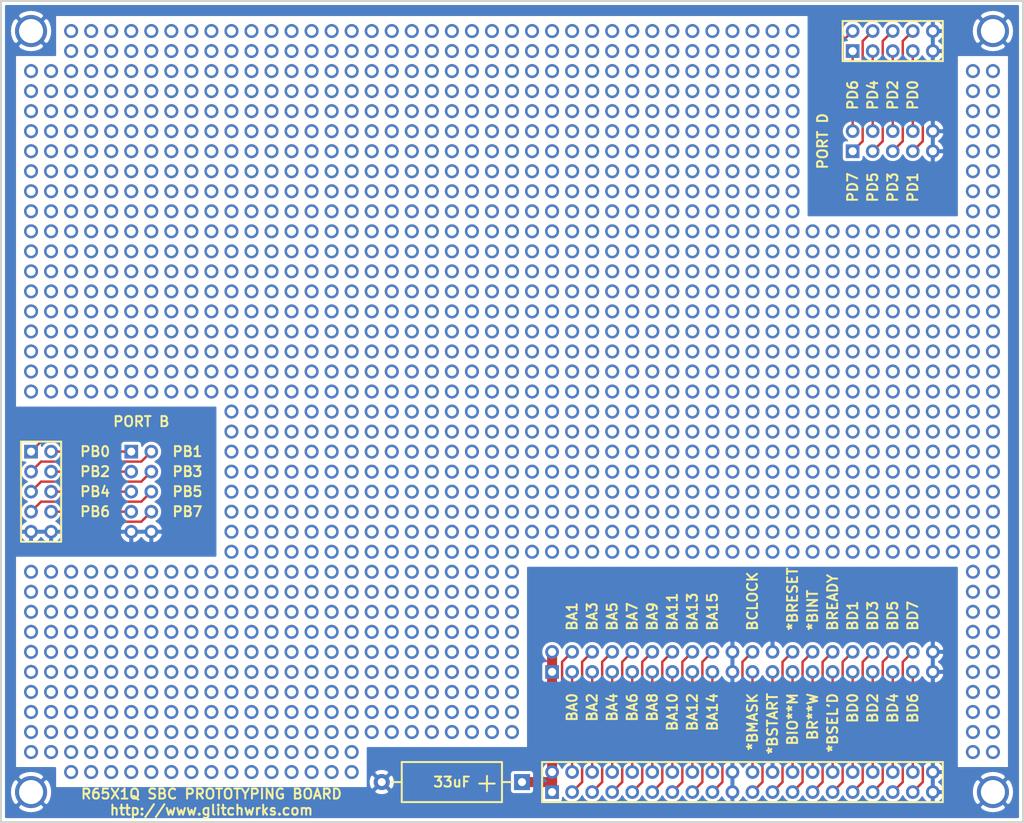
<source format=kicad_pcb>
(kicad_pcb (version 20171130) (host pcbnew "(5.0.1-3-g963ef8bb5)")
  (layers (0 F.Cu signal) (31 B.Cu signal) (34 B.Paste user) (35 F.Paste user) (36 B.SilkS user) (37 F.SilkS user) (38 B.Mask user) (39 F.Mask user) (44 Edge.Cuts user))
  (net 0 "")
  (net 1 VCC)
  (net 2 GND)
  (net 3 PD0)
  (net 4 PD1)
  (net 5 PD2)
  (net 6 PD3)
  (net 7 PD4)
  (net 8 PD5)
  (net 9 PD6)
  (net 10 PD7)
  (net 11 PB7)
  (net 12 PB6)
  (net 13 PB5)
  (net 14 PB4)
  (net 15 PB3)
  (net 16 PB2)
  (net 17 PB1)
  (net 18 PB0)
  (net 19 BA0)
  (net 20 BA1)
  (net 21 BA2)
  (net 22 BA3)
  (net 23 BA4)
  (net 24 BA5)
  (net 25 BA6)
  (net 26 BA7)
  (net 27 BA8)
  (net 28 BA9)
  (net 29 BA10)
  (net 30 BA11)
  (net 31 BA12)
  (net 32 BA13)
  (net 33 BA14)
  (net 34 BA15)
  (net 35 *BMASK)
  (net 36 BCLOCK)
  (net 37 *BSTART)
  (net 38 BIO**M)
  (net 39 *BRESET)
  (net 40 BR**W)
  (net 41 *BINT)
  (net 42 *BSELECTED)
  (net 43 BREADY)
  (net 44 BD0)
  (net 45 BD1)
  (net 46 BD2)
  (net 47 BD3)
  (net 48 BD4)
  (net 49 BD5)
  (net 50 BD6)
  (net 51 BD7)
  (module gw_mounting:70MIL_45DRILL_NO_SILKSCREEN (layer F.Cu) (at 78.74 55.88)
    (fp_text reference REF** hide)
    (fp_text value 70MIL_45DRILL_NO_SILKSCREEN hide)
    (pad 1 thru_hole circle (at 0 0) (size 1.778 1.778) (drill 1.143) (layers *.Cu *.Mask))
  )
  (module gw_mounting:70MIL_45DRILL_NO_SILKSCREEN (layer F.Cu) (at 78.74 58.42)
    (fp_text reference REF** hide)
    (fp_text value 70MIL_45DRILL_NO_SILKSCREEN hide)
    (pad 1 thru_hole circle (at 0 0) (size 1.778 1.778) (drill 1.143) (layers *.Cu *.Mask))
  )
  (module gw_mounting:70MIL_45DRILL_NO_SILKSCREEN (layer F.Cu) (at 193.04 60.96)
    (fp_text reference REF** hide)
    (fp_text value 70MIL_45DRILL_NO_SILKSCREEN hide)
    (pad 1 thru_hole circle (at 0 0) (size 1.778 1.778) (drill 1.143) (layers *.Cu *.Mask))
  )
  (module gw_mounting:70MIL_45DRILL_NO_SILKSCREEN (layer F.Cu) (at 195.58 60.96)
    (fp_text reference REF** hide)
    (fp_text value 70MIL_45DRILL_NO_SILKSCREEN hide)
    (pad 1 thru_hole circle (at 0 0) (size 1.778 1.778) (drill 1.143) (layers *.Cu *.Mask))
  )
  (module gw_mounting:70MIL_45DRILL_NO_SILKSCREEN (layer F.Cu) (at 193.04 63.5)
    (fp_text reference REF** hide)
    (fp_text value 70MIL_45DRILL_NO_SILKSCREEN hide)
    (pad 1 thru_hole circle (at 0 0) (size 1.778 1.778) (drill 1.143) (layers *.Cu *.Mask))
  )
  (module gw_mounting:70MIL_45DRILL_NO_SILKSCREEN (layer F.Cu) (at 195.58 63.5)
    (fp_text reference REF** hide)
    (fp_text value 70MIL_45DRILL_NO_SILKSCREEN hide)
    (pad 1 thru_hole circle (at 0 0) (size 1.778 1.778) (drill 1.143) (layers *.Cu *.Mask))
  )
  (module gw_mounting:70MIL_45DRILL_NO_SILKSCREEN (layer F.Cu) (at 193.04 66.04)
    (fp_text reference REF** hide)
    (fp_text value 70MIL_45DRILL_NO_SILKSCREEN hide)
    (pad 1 thru_hole circle (at 0 0) (size 1.778 1.778) (drill 1.143) (layers *.Cu *.Mask))
  )
  (module gw_mounting:70MIL_45DRILL_NO_SILKSCREEN (layer F.Cu) (at 193.04 76.2)
    (fp_text reference REF** hide)
    (fp_text value 70MIL_45DRILL_NO_SILKSCREEN hide)
    (pad 1 thru_hole circle (at 0 0) (size 1.778 1.778) (drill 1.143) (layers *.Cu *.Mask))
  )
  (module gw_mounting:70MIL_45DRILL_NO_SILKSCREEN (layer F.Cu) (at 195.58 78.74)
    (fp_text reference REF** hide)
    (fp_text value 70MIL_45DRILL_NO_SILKSCREEN hide)
    (pad 1 thru_hole circle (at 0 0) (size 1.778 1.778) (drill 1.143) (layers *.Cu *.Mask))
  )
  (module gw_mounting:70MIL_45DRILL_NO_SILKSCREEN (layer F.Cu) (at 195.58 66.04)
    (fp_text reference REF** hide)
    (fp_text value 70MIL_45DRILL_NO_SILKSCREEN hide)
    (pad 1 thru_hole circle (at 0 0) (size 1.778 1.778) (drill 1.143) (layers *.Cu *.Mask))
  )
  (module gw_mounting:70MIL_45DRILL_NO_SILKSCREEN (layer F.Cu) (at 193.04 78.74)
    (fp_text reference REF** hide)
    (fp_text value 70MIL_45DRILL_NO_SILKSCREEN hide)
    (pad 1 thru_hole circle (at 0 0) (size 1.778 1.778) (drill 1.143) (layers *.Cu *.Mask))
  )
  (module gw_mounting:70MIL_45DRILL_NO_SILKSCREEN (layer F.Cu) (at 195.58 71.12)
    (fp_text reference REF** hide)
    (fp_text value 70MIL_45DRILL_NO_SILKSCREEN hide)
    (pad 1 thru_hole circle (at 0 0) (size 1.778 1.778) (drill 1.143) (layers *.Cu *.Mask))
  )
  (module gw_mounting:70MIL_45DRILL_NO_SILKSCREEN (layer F.Cu) (at 193.04 68.58)
    (fp_text reference REF** hide)
    (fp_text value 70MIL_45DRILL_NO_SILKSCREEN hide)
    (pad 1 thru_hole circle (at 0 0) (size 1.778 1.778) (drill 1.143) (layers *.Cu *.Mask))
  )
  (module gw_mounting:70MIL_45DRILL_NO_SILKSCREEN (layer F.Cu) (at 195.58 68.58)
    (fp_text reference REF** hide)
    (fp_text value 70MIL_45DRILL_NO_SILKSCREEN hide)
    (pad 1 thru_hole circle (at 0 0) (size 1.778 1.778) (drill 1.143) (layers *.Cu *.Mask))
  )
  (module gw_mounting:70MIL_45DRILL_NO_SILKSCREEN (layer F.Cu) (at 193.04 71.12)
    (fp_text reference REF** hide)
    (fp_text value 70MIL_45DRILL_NO_SILKSCREEN hide)
    (pad 1 thru_hole circle (at 0 0) (size 1.778 1.778) (drill 1.143) (layers *.Cu *.Mask))
  )
  (module gw_mounting:70MIL_45DRILL_NO_SILKSCREEN (layer F.Cu) (at 195.58 76.2)
    (fp_text reference REF** hide)
    (fp_text value 70MIL_45DRILL_NO_SILKSCREEN hide)
    (pad 1 thru_hole circle (at 0 0) (size 1.778 1.778) (drill 1.143) (layers *.Cu *.Mask))
  )
  (module gw_mounting:70MIL_45DRILL_NO_SILKSCREEN (layer F.Cu) (at 193.04 73.66)
    (fp_text reference REF** hide)
    (fp_text value 70MIL_45DRILL_NO_SILKSCREEN hide)
    (pad 1 thru_hole circle (at 0 0) (size 1.778 1.778) (drill 1.143) (layers *.Cu *.Mask))
  )
  (module gw_mounting:70MIL_45DRILL_NO_SILKSCREEN (layer F.Cu) (at 195.58 73.66)
    (fp_text reference REF** hide)
    (fp_text value 70MIL_45DRILL_NO_SILKSCREEN hide)
    (pad 1 thru_hole circle (at 0 0) (size 1.778 1.778) (drill 1.143) (layers *.Cu *.Mask))
  )
  (module gw_mounting:70MIL_45DRILL_NO_SILKSCREEN (layer F.Cu) (at 78.74 149.86)
    (fp_text reference REF** hide)
    (fp_text value 70MIL_45DRILL_NO_SILKSCREEN hide)
    (pad 1 thru_hole circle (at 0 0) (size 1.778 1.778) (drill 1.143) (layers *.Cu *.Mask))
  )
  (module gw_mounting:70MIL_45DRILL_NO_SILKSCREEN (layer F.Cu) (at 109.22 149.86)
    (fp_text reference REF** hide)
    (fp_text value 70MIL_45DRILL_NO_SILKSCREEN hide)
    (pad 1 thru_hole circle (at 0 0) (size 1.778 1.778) (drill 1.143) (layers *.Cu *.Mask))
  )
  (module gw_mounting:70MIL_45DRILL_NO_SILKSCREEN (layer F.Cu) (at 106.68 149.86)
    (fp_text reference REF** hide)
    (fp_text value 70MIL_45DRILL_NO_SILKSCREEN hide)
    (pad 1 thru_hole circle (at 0 0) (size 1.778 1.778) (drill 1.143) (layers *.Cu *.Mask))
  )
  (module gw_mounting:70MIL_45DRILL_NO_SILKSCREEN (layer F.Cu) (at 104.14 149.86)
    (fp_text reference REF** hide)
    (fp_text value 70MIL_45DRILL_NO_SILKSCREEN hide)
    (pad 1 thru_hole circle (at 0 0) (size 1.778 1.778) (drill 1.143) (layers *.Cu *.Mask))
  )
  (module gw_mounting:70MIL_45DRILL_NO_SILKSCREEN (layer F.Cu) (at 114.3 149.86)
    (fp_text reference REF** hide)
    (fp_text value 70MIL_45DRILL_NO_SILKSCREEN hide)
    (pad 1 thru_hole circle (at 0 0) (size 1.778 1.778) (drill 1.143) (layers *.Cu *.Mask))
  )
  (module gw_mounting:70MIL_45DRILL_NO_SILKSCREEN (layer F.Cu) (at 101.6 149.86)
    (fp_text reference REF** hide)
    (fp_text value 70MIL_45DRILL_NO_SILKSCREEN hide)
    (pad 1 thru_hole circle (at 0 0) (size 1.778 1.778) (drill 1.143) (layers *.Cu *.Mask))
  )
  (module gw_mounting:70MIL_45DRILL_NO_SILKSCREEN (layer F.Cu) (at 111.76 149.86)
    (fp_text reference REF** hide)
    (fp_text value 70MIL_45DRILL_NO_SILKSCREEN hide)
    (pad 1 thru_hole circle (at 0 0) (size 1.778 1.778) (drill 1.143) (layers *.Cu *.Mask))
  )
  (module gw_mounting:70MIL_45DRILL_NO_SILKSCREEN (layer F.Cu) (at 99.06 149.86)
    (fp_text reference REF** hide)
    (fp_text value 70MIL_45DRILL_NO_SILKSCREEN hide)
    (pad 1 thru_hole circle (at 0 0) (size 1.778 1.778) (drill 1.143) (layers *.Cu *.Mask))
  )
  (module gw_mounting:70MIL_45DRILL_NO_SILKSCREEN (layer F.Cu) (at 91.44 149.86)
    (fp_text reference REF** hide)
    (fp_text value 70MIL_45DRILL_NO_SILKSCREEN hide)
    (pad 1 thru_hole circle (at 0 0) (size 1.778 1.778) (drill 1.143) (layers *.Cu *.Mask))
  )
  (module gw_mounting:70MIL_45DRILL_NO_SILKSCREEN (layer F.Cu) (at 88.9 149.86)
    (fp_text reference REF** hide)
    (fp_text value 70MIL_45DRILL_NO_SILKSCREEN hide)
    (pad 1 thru_hole circle (at 0 0) (size 1.778 1.778) (drill 1.143) (layers *.Cu *.Mask))
  )
  (module gw_mounting:70MIL_45DRILL_NO_SILKSCREEN (layer F.Cu) (at 86.36 149.86)
    (fp_text reference REF** hide)
    (fp_text value 70MIL_45DRILL_NO_SILKSCREEN hide)
    (pad 1 thru_hole circle (at 0 0) (size 1.778 1.778) (drill 1.143) (layers *.Cu *.Mask))
  )
  (module gw_mounting:70MIL_45DRILL_NO_SILKSCREEN (layer F.Cu) (at 96.52 149.86)
    (fp_text reference REF** hide)
    (fp_text value 70MIL_45DRILL_NO_SILKSCREEN hide)
    (pad 1 thru_hole circle (at 0 0) (size 1.778 1.778) (drill 1.143) (layers *.Cu *.Mask))
  )
  (module gw_mounting:70MIL_45DRILL_NO_SILKSCREEN (layer F.Cu) (at 83.82 149.86)
    (fp_text reference REF** hide)
    (fp_text value 70MIL_45DRILL_NO_SILKSCREEN hide)
    (pad 1 thru_hole circle (at 0 0) (size 1.778 1.778) (drill 1.143) (layers *.Cu *.Mask))
  )
  (module gw_mounting:70MIL_45DRILL_NO_SILKSCREEN (layer F.Cu) (at 93.98 149.86)
    (fp_text reference REF** hide)
    (fp_text value 70MIL_45DRILL_NO_SILKSCREEN hide)
    (pad 1 thru_hole circle (at 0 0) (size 1.778 1.778) (drill 1.143) (layers *.Cu *.Mask))
  )
  (module gw_mounting:70MIL_45DRILL_NO_SILKSCREEN (layer F.Cu) (at 81.28 149.86)
    (fp_text reference REF** hide)
    (fp_text value 70MIL_45DRILL_NO_SILKSCREEN hide)
    (pad 1 thru_hole circle (at 0 0) (size 1.778 1.778) (drill 1.143) (layers *.Cu *.Mask))
  )
  (module gw_mounting:70MIL_45DRILL_NO_SILKSCREEN (layer F.Cu) (at 78.74 147.32)
    (fp_text reference REF** hide)
    (fp_text value 70MIL_45DRILL_NO_SILKSCREEN hide)
    (pad 1 thru_hole circle (at 0 0) (size 1.778 1.778) (drill 1.143) (layers *.Cu *.Mask))
  )
  (module gw_mounting:70MIL_45DRILL_NO_SILKSCREEN (layer F.Cu) (at 76.2 147.32)
    (fp_text reference REF** hide)
    (fp_text value 70MIL_45DRILL_NO_SILKSCREEN hide)
    (pad 1 thru_hole circle (at 0 0) (size 1.778 1.778) (drill 1.143) (layers *.Cu *.Mask))
  )
  (module gw_mounting:70MIL_45DRILL_NO_SILKSCREEN (layer F.Cu) (at 73.66 147.32)
    (fp_text reference REF** hide)
    (fp_text value 70MIL_45DRILL_NO_SILKSCREEN hide)
    (pad 1 thru_hole circle (at 0 0) (size 1.778 1.778) (drill 1.143) (layers *.Cu *.Mask))
  )
  (module gw_mounting:70MIL_45DRILL_NO_SILKSCREEN (layer F.Cu) (at 109.22 147.32)
    (fp_text reference REF** hide)
    (fp_text value 70MIL_45DRILL_NO_SILKSCREEN hide)
    (pad 1 thru_hole circle (at 0 0) (size 1.778 1.778) (drill 1.143) (layers *.Cu *.Mask))
  )
  (module gw_mounting:70MIL_45DRILL_NO_SILKSCREEN (layer F.Cu) (at 106.68 147.32)
    (fp_text reference REF** hide)
    (fp_text value 70MIL_45DRILL_NO_SILKSCREEN hide)
    (pad 1 thru_hole circle (at 0 0) (size 1.778 1.778) (drill 1.143) (layers *.Cu *.Mask))
  )
  (module gw_mounting:70MIL_45DRILL_NO_SILKSCREEN (layer F.Cu) (at 104.14 147.32)
    (fp_text reference REF** hide)
    (fp_text value 70MIL_45DRILL_NO_SILKSCREEN hide)
    (pad 1 thru_hole circle (at 0 0) (size 1.778 1.778) (drill 1.143) (layers *.Cu *.Mask))
  )
  (module gw_mounting:70MIL_45DRILL_NO_SILKSCREEN (layer F.Cu) (at 114.3 147.32)
    (fp_text reference REF** hide)
    (fp_text value 70MIL_45DRILL_NO_SILKSCREEN hide)
    (pad 1 thru_hole circle (at 0 0) (size 1.778 1.778) (drill 1.143) (layers *.Cu *.Mask))
  )
  (module gw_mounting:70MIL_45DRILL_NO_SILKSCREEN (layer F.Cu) (at 101.6 147.32)
    (fp_text reference REF** hide)
    (fp_text value 70MIL_45DRILL_NO_SILKSCREEN hide)
    (pad 1 thru_hole circle (at 0 0) (size 1.778 1.778) (drill 1.143) (layers *.Cu *.Mask))
  )
  (module gw_mounting:70MIL_45DRILL_NO_SILKSCREEN (layer F.Cu) (at 111.76 147.32)
    (fp_text reference REF** hide)
    (fp_text value 70MIL_45DRILL_NO_SILKSCREEN hide)
    (pad 1 thru_hole circle (at 0 0) (size 1.778 1.778) (drill 1.143) (layers *.Cu *.Mask))
  )
  (module gw_mounting:70MIL_45DRILL_NO_SILKSCREEN (layer F.Cu) (at 99.06 147.32)
    (fp_text reference REF** hide)
    (fp_text value 70MIL_45DRILL_NO_SILKSCREEN hide)
    (pad 1 thru_hole circle (at 0 0) (size 1.778 1.778) (drill 1.143) (layers *.Cu *.Mask))
  )
  (module gw_mounting:70MIL_45DRILL_NO_SILKSCREEN (layer F.Cu) (at 91.44 147.32)
    (fp_text reference REF** hide)
    (fp_text value 70MIL_45DRILL_NO_SILKSCREEN hide)
    (pad 1 thru_hole circle (at 0 0) (size 1.778 1.778) (drill 1.143) (layers *.Cu *.Mask))
  )
  (module gw_mounting:70MIL_45DRILL_NO_SILKSCREEN (layer F.Cu) (at 88.9 147.32)
    (fp_text reference REF** hide)
    (fp_text value 70MIL_45DRILL_NO_SILKSCREEN hide)
    (pad 1 thru_hole circle (at 0 0) (size 1.778 1.778) (drill 1.143) (layers *.Cu *.Mask))
  )
  (module gw_mounting:70MIL_45DRILL_NO_SILKSCREEN (layer F.Cu) (at 86.36 147.32)
    (fp_text reference REF** hide)
    (fp_text value 70MIL_45DRILL_NO_SILKSCREEN hide)
    (pad 1 thru_hole circle (at 0 0) (size 1.778 1.778) (drill 1.143) (layers *.Cu *.Mask))
  )
  (module gw_mounting:70MIL_45DRILL_NO_SILKSCREEN (layer F.Cu) (at 96.52 147.32)
    (fp_text reference REF** hide)
    (fp_text value 70MIL_45DRILL_NO_SILKSCREEN hide)
    (pad 1 thru_hole circle (at 0 0) (size 1.778 1.778) (drill 1.143) (layers *.Cu *.Mask))
  )
  (module gw_mounting:70MIL_45DRILL_NO_SILKSCREEN (layer F.Cu) (at 83.82 147.32)
    (fp_text reference REF** hide)
    (fp_text value 70MIL_45DRILL_NO_SILKSCREEN hide)
    (pad 1 thru_hole circle (at 0 0) (size 1.778 1.778) (drill 1.143) (layers *.Cu *.Mask))
  )
  (module gw_mounting:70MIL_45DRILL_NO_SILKSCREEN (layer F.Cu) (at 93.98 147.32)
    (fp_text reference REF** hide)
    (fp_text value 70MIL_45DRILL_NO_SILKSCREEN hide)
    (pad 1 thru_hole circle (at 0 0) (size 1.778 1.778) (drill 1.143) (layers *.Cu *.Mask))
  )
  (module gw_mounting:70MIL_45DRILL_NO_SILKSCREEN (layer F.Cu) (at 81.28 147.32)
    (fp_text reference REF** hide)
    (fp_text value 70MIL_45DRILL_NO_SILKSCREEN hide)
    (pad 1 thru_hole circle (at 0 0) (size 1.778 1.778) (drill 1.143) (layers *.Cu *.Mask))
  )
  (module gw_mounting:70MIL_45DRILL_NO_SILKSCREEN (layer F.Cu) (at 195.58 147.32)
    (fp_text reference REF** hide)
    (fp_text value 70MIL_45DRILL_NO_SILKSCREEN hide)
    (pad 1 thru_hole circle (at 0 0) (size 1.778 1.778) (drill 1.143) (layers *.Cu *.Mask))
  )
  (module gw_mounting:70MIL_45DRILL_NO_SILKSCREEN (layer F.Cu) (at 195.58 139.7)
    (fp_text reference REF** hide)
    (fp_text value 70MIL_45DRILL_NO_SILKSCREEN hide)
    (pad 1 thru_hole circle (at 0 0) (size 1.778 1.778) (drill 1.143) (layers *.Cu *.Mask))
  )
  (module gw_mounting:70MIL_45DRILL_NO_SILKSCREEN (layer F.Cu) (at 195.58 142.24)
    (fp_text reference REF** hide)
    (fp_text value 70MIL_45DRILL_NO_SILKSCREEN hide)
    (pad 1 thru_hole circle (at 0 0) (size 1.778 1.778) (drill 1.143) (layers *.Cu *.Mask))
  )
  (module gw_mounting:70MIL_45DRILL_NO_SILKSCREEN (layer F.Cu) (at 195.58 144.78)
    (fp_text reference REF** hide)
    (fp_text value 70MIL_45DRILL_NO_SILKSCREEN hide)
    (pad 1 thru_hole circle (at 0 0) (size 1.778 1.778) (drill 1.143) (layers *.Cu *.Mask))
  )
  (module gw_mounting:70MIL_45DRILL_NO_SILKSCREEN (layer F.Cu) (at 193.04 142.24)
    (fp_text reference REF** hide)
    (fp_text value 70MIL_45DRILL_NO_SILKSCREEN hide)
    (pad 1 thru_hole circle (at 0 0) (size 1.778 1.778) (drill 1.143) (layers *.Cu *.Mask))
  )
  (module gw_mounting:70MIL_45DRILL_NO_SILKSCREEN (layer F.Cu) (at 193.04 144.78)
    (fp_text reference REF** hide)
    (fp_text value 70MIL_45DRILL_NO_SILKSCREEN hide)
    (pad 1 thru_hole circle (at 0 0) (size 1.778 1.778) (drill 1.143) (layers *.Cu *.Mask))
  )
  (module gw_mounting:70MIL_45DRILL_NO_SILKSCREEN (layer F.Cu) (at 193.04 139.7)
    (fp_text reference REF** hide)
    (fp_text value 70MIL_45DRILL_NO_SILKSCREEN hide)
    (pad 1 thru_hole circle (at 0 0) (size 1.778 1.778) (drill 1.143) (layers *.Cu *.Mask))
  )
  (module gw_mounting:70MIL_45DRILL_NO_SILKSCREEN (layer F.Cu) (at 193.04 147.32)
    (fp_text reference REF** hide)
    (fp_text value 70MIL_45DRILL_NO_SILKSCREEN hide)
    (pad 1 thru_hole circle (at 0 0) (size 1.778 1.778) (drill 1.143) (layers *.Cu *.Mask))
  )
  (module gw_mounting:70MIL_45DRILL_NO_SILKSCREEN (layer F.Cu) (at 73.66 127)
    (fp_text reference REF** hide)
    (fp_text value 70MIL_45DRILL_NO_SILKSCREEN hide)
    (pad 1 thru_hole circle (at 0 0) (size 1.778 1.778) (drill 1.143) (layers *.Cu *.Mask))
  )
  (module gw_mounting:70MIL_45DRILL_NO_SILKSCREEN (layer F.Cu) (at 73.66 124.46)
    (fp_text reference REF** hide)
    (fp_text value 70MIL_45DRILL_NO_SILKSCREEN hide)
    (pad 1 thru_hole circle (at 0 0) (size 1.778 1.778) (drill 1.143) (layers *.Cu *.Mask))
  )
  (module gw_mounting:70MIL_45DRILL_NO_SILKSCREEN (layer F.Cu) (at 73.66 129.54)
    (fp_text reference REF** hide)
    (fp_text value 70MIL_45DRILL_NO_SILKSCREEN hide)
    (pad 1 thru_hole circle (at 0 0) (size 1.778 1.778) (drill 1.143) (layers *.Cu *.Mask))
  )
  (module gw_mounting:70MIL_45DRILL_NO_SILKSCREEN (layer F.Cu) (at 73.66 142.24)
    (fp_text reference REF** hide)
    (fp_text value 70MIL_45DRILL_NO_SILKSCREEN hide)
    (pad 1 thru_hole circle (at 0 0) (size 1.778 1.778) (drill 1.143) (layers *.Cu *.Mask))
  )
  (module gw_mounting:70MIL_45DRILL_NO_SILKSCREEN (layer F.Cu) (at 73.66 139.7)
    (fp_text reference REF** hide)
    (fp_text value 70MIL_45DRILL_NO_SILKSCREEN hide)
    (pad 1 thru_hole circle (at 0 0) (size 1.778 1.778) (drill 1.143) (layers *.Cu *.Mask))
  )
  (module gw_mounting:70MIL_45DRILL_NO_SILKSCREEN (layer F.Cu) (at 73.66 144.78)
    (fp_text reference REF** hide)
    (fp_text value 70MIL_45DRILL_NO_SILKSCREEN hide)
    (pad 1 thru_hole circle (at 0 0) (size 1.778 1.778) (drill 1.143) (layers *.Cu *.Mask))
  )
  (module gw_mounting:70MIL_45DRILL_NO_SILKSCREEN (layer F.Cu) (at 73.66 134.62)
    (fp_text reference REF** hide)
    (fp_text value 70MIL_45DRILL_NO_SILKSCREEN hide)
    (pad 1 thru_hole circle (at 0 0) (size 1.778 1.778) (drill 1.143) (layers *.Cu *.Mask))
  )
  (module gw_mounting:70MIL_45DRILL_NO_SILKSCREEN (layer F.Cu) (at 73.66 132.08)
    (fp_text reference REF** hide)
    (fp_text value 70MIL_45DRILL_NO_SILKSCREEN hide)
    (pad 1 thru_hole circle (at 0 0) (size 1.778 1.778) (drill 1.143) (layers *.Cu *.Mask))
  )
  (module gw_mounting:70MIL_45DRILL_NO_SILKSCREEN (layer F.Cu) (at 73.66 137.16)
    (fp_text reference REF** hide)
    (fp_text value 70MIL_45DRILL_NO_SILKSCREEN hide)
    (pad 1 thru_hole circle (at 0 0) (size 1.778 1.778) (drill 1.143) (layers *.Cu *.Mask))
  )
  (module gw_mounting:70MIL_45DRILL_NO_SILKSCREEN (layer F.Cu) (at 78.74 127)
    (fp_text reference REF** hide)
    (fp_text value 70MIL_45DRILL_NO_SILKSCREEN hide)
    (pad 1 thru_hole circle (at 0 0) (size 1.778 1.778) (drill 1.143) (layers *.Cu *.Mask))
  )
  (module gw_mounting:70MIL_45DRILL_NO_SILKSCREEN (layer F.Cu) (at 78.74 124.46)
    (fp_text reference REF** hide)
    (fp_text value 70MIL_45DRILL_NO_SILKSCREEN hide)
    (pad 1 thru_hole circle (at 0 0) (size 1.778 1.778) (drill 1.143) (layers *.Cu *.Mask))
  )
  (module gw_mounting:70MIL_45DRILL_NO_SILKSCREEN (layer F.Cu) (at 78.74 129.54)
    (fp_text reference REF** hide)
    (fp_text value 70MIL_45DRILL_NO_SILKSCREEN hide)
    (pad 1 thru_hole circle (at 0 0) (size 1.778 1.778) (drill 1.143) (layers *.Cu *.Mask))
  )
  (module gw_mounting:70MIL_45DRILL_NO_SILKSCREEN (layer F.Cu) (at 76.2 127)
    (fp_text reference REF** hide)
    (fp_text value 70MIL_45DRILL_NO_SILKSCREEN hide)
    (pad 1 thru_hole circle (at 0 0) (size 1.778 1.778) (drill 1.143) (layers *.Cu *.Mask))
  )
  (module gw_mounting:70MIL_45DRILL_NO_SILKSCREEN (layer F.Cu) (at 76.2 124.46)
    (fp_text reference REF** hide)
    (fp_text value 70MIL_45DRILL_NO_SILKSCREEN hide)
    (pad 1 thru_hole circle (at 0 0) (size 1.778 1.778) (drill 1.143) (layers *.Cu *.Mask))
  )
  (module gw_mounting:70MIL_45DRILL_NO_SILKSCREEN (layer F.Cu) (at 76.2 129.54)
    (fp_text reference REF** hide)
    (fp_text value 70MIL_45DRILL_NO_SILKSCREEN hide)
    (pad 1 thru_hole circle (at 0 0) (size 1.778 1.778) (drill 1.143) (layers *.Cu *.Mask))
  )
  (module gw_mounting:70MIL_45DRILL_NO_SILKSCREEN (layer F.Cu) (at 78.74 142.24)
    (fp_text reference REF** hide)
    (fp_text value 70MIL_45DRILL_NO_SILKSCREEN hide)
    (pad 1 thru_hole circle (at 0 0) (size 1.778 1.778) (drill 1.143) (layers *.Cu *.Mask))
  )
  (module gw_mounting:70MIL_45DRILL_NO_SILKSCREEN (layer F.Cu) (at 78.74 139.7)
    (fp_text reference REF** hide)
    (fp_text value 70MIL_45DRILL_NO_SILKSCREEN hide)
    (pad 1 thru_hole circle (at 0 0) (size 1.778 1.778) (drill 1.143) (layers *.Cu *.Mask))
  )
  (module gw_mounting:70MIL_45DRILL_NO_SILKSCREEN (layer F.Cu) (at 78.74 144.78)
    (fp_text reference REF** hide)
    (fp_text value 70MIL_45DRILL_NO_SILKSCREEN hide)
    (pad 1 thru_hole circle (at 0 0) (size 1.778 1.778) (drill 1.143) (layers *.Cu *.Mask))
  )
  (module gw_mounting:70MIL_45DRILL_NO_SILKSCREEN (layer F.Cu) (at 76.2 142.24)
    (fp_text reference REF** hide)
    (fp_text value 70MIL_45DRILL_NO_SILKSCREEN hide)
    (pad 1 thru_hole circle (at 0 0) (size 1.778 1.778) (drill 1.143) (layers *.Cu *.Mask))
  )
  (module gw_mounting:70MIL_45DRILL_NO_SILKSCREEN (layer F.Cu) (at 76.2 139.7)
    (fp_text reference REF** hide)
    (fp_text value 70MIL_45DRILL_NO_SILKSCREEN hide)
    (pad 1 thru_hole circle (at 0 0) (size 1.778 1.778) (drill 1.143) (layers *.Cu *.Mask))
  )
  (module gw_mounting:70MIL_45DRILL_NO_SILKSCREEN (layer F.Cu) (at 76.2 144.78)
    (fp_text reference REF** hide)
    (fp_text value 70MIL_45DRILL_NO_SILKSCREEN hide)
    (pad 1 thru_hole circle (at 0 0) (size 1.778 1.778) (drill 1.143) (layers *.Cu *.Mask))
  )
  (module gw_mounting:70MIL_45DRILL_NO_SILKSCREEN (layer F.Cu) (at 78.74 134.62)
    (fp_text reference REF** hide)
    (fp_text value 70MIL_45DRILL_NO_SILKSCREEN hide)
    (pad 1 thru_hole circle (at 0 0) (size 1.778 1.778) (drill 1.143) (layers *.Cu *.Mask))
  )
  (module gw_mounting:70MIL_45DRILL_NO_SILKSCREEN (layer F.Cu) (at 78.74 132.08)
    (fp_text reference REF** hide)
    (fp_text value 70MIL_45DRILL_NO_SILKSCREEN hide)
    (pad 1 thru_hole circle (at 0 0) (size 1.778 1.778) (drill 1.143) (layers *.Cu *.Mask))
  )
  (module gw_mounting:70MIL_45DRILL_NO_SILKSCREEN (layer F.Cu) (at 78.74 137.16)
    (fp_text reference REF** hide)
    (fp_text value 70MIL_45DRILL_NO_SILKSCREEN hide)
    (pad 1 thru_hole circle (at 0 0) (size 1.778 1.778) (drill 1.143) (layers *.Cu *.Mask))
  )
  (module gw_mounting:70MIL_45DRILL_NO_SILKSCREEN (layer F.Cu) (at 76.2 134.62)
    (fp_text reference REF** hide)
    (fp_text value 70MIL_45DRILL_NO_SILKSCREEN hide)
    (pad 1 thru_hole circle (at 0 0) (size 1.778 1.778) (drill 1.143) (layers *.Cu *.Mask))
  )
  (module gw_mounting:70MIL_45DRILL_NO_SILKSCREEN (layer F.Cu) (at 76.2 132.08)
    (fp_text reference REF** hide)
    (fp_text value 70MIL_45DRILL_NO_SILKSCREEN hide)
    (pad 1 thru_hole circle (at 0 0) (size 1.778 1.778) (drill 1.143) (layers *.Cu *.Mask))
  )
  (module gw_mounting:70MIL_45DRILL_NO_SILKSCREEN (layer F.Cu) (at 76.2 137.16)
    (fp_text reference REF** hide)
    (fp_text value 70MIL_45DRILL_NO_SILKSCREEN hide)
    (pad 1 thru_hole circle (at 0 0) (size 1.778 1.778) (drill 1.143) (layers *.Cu *.Mask))
  )
  (module gw_mounting:70MIL_45DRILL_NO_SILKSCREEN (layer F.Cu) (at 91.44 129.54)
    (fp_text reference REF** hide)
    (fp_text value 70MIL_45DRILL_NO_SILKSCREEN hide)
    (pad 1 thru_hole circle (at 0 0) (size 1.778 1.778) (drill 1.143) (layers *.Cu *.Mask))
  )
  (module gw_mounting:70MIL_45DRILL_NO_SILKSCREEN (layer F.Cu) (at 88.9 127)
    (fp_text reference REF** hide)
    (fp_text value 70MIL_45DRILL_NO_SILKSCREEN hide)
    (pad 1 thru_hole circle (at 0 0) (size 1.778 1.778) (drill 1.143) (layers *.Cu *.Mask))
  )
  (module gw_mounting:70MIL_45DRILL_NO_SILKSCREEN (layer F.Cu) (at 91.44 127)
    (fp_text reference REF** hide)
    (fp_text value 70MIL_45DRILL_NO_SILKSCREEN hide)
    (pad 1 thru_hole circle (at 0 0) (size 1.778 1.778) (drill 1.143) (layers *.Cu *.Mask))
  )
  (module gw_mounting:70MIL_45DRILL_NO_SILKSCREEN (layer F.Cu) (at 88.9 129.54)
    (fp_text reference REF** hide)
    (fp_text value 70MIL_45DRILL_NO_SILKSCREEN hide)
    (pad 1 thru_hole circle (at 0 0) (size 1.778 1.778) (drill 1.143) (layers *.Cu *.Mask))
  )
  (module gw_mounting:70MIL_45DRILL_NO_SILKSCREEN (layer F.Cu) (at 86.36 129.54)
    (fp_text reference REF** hide)
    (fp_text value 70MIL_45DRILL_NO_SILKSCREEN hide)
    (pad 1 thru_hole circle (at 0 0) (size 1.778 1.778) (drill 1.143) (layers *.Cu *.Mask))
  )
  (module gw_mounting:70MIL_45DRILL_NO_SILKSCREEN (layer F.Cu) (at 91.44 124.46)
    (fp_text reference REF** hide)
    (fp_text value 70MIL_45DRILL_NO_SILKSCREEN hide)
    (pad 1 thru_hole circle (at 0 0) (size 1.778 1.778) (drill 1.143) (layers *.Cu *.Mask))
  )
  (module gw_mounting:70MIL_45DRILL_NO_SILKSCREEN (layer F.Cu) (at 83.82 127)
    (fp_text reference REF** hide)
    (fp_text value 70MIL_45DRILL_NO_SILKSCREEN hide)
    (pad 1 thru_hole circle (at 0 0) (size 1.778 1.778) (drill 1.143) (layers *.Cu *.Mask))
  )
  (module gw_mounting:70MIL_45DRILL_NO_SILKSCREEN (layer F.Cu) (at 96.52 129.54)
    (fp_text reference REF** hide)
    (fp_text value 70MIL_45DRILL_NO_SILKSCREEN hide)
    (pad 1 thru_hole circle (at 0 0) (size 1.778 1.778) (drill 1.143) (layers *.Cu *.Mask))
  )
  (module gw_mounting:70MIL_45DRILL_NO_SILKSCREEN (layer F.Cu) (at 96.52 127)
    (fp_text reference REF** hide)
    (fp_text value 70MIL_45DRILL_NO_SILKSCREEN hide)
    (pad 1 thru_hole circle (at 0 0) (size 1.778 1.778) (drill 1.143) (layers *.Cu *.Mask))
  )
  (module gw_mounting:70MIL_45DRILL_NO_SILKSCREEN (layer F.Cu) (at 88.9 124.46)
    (fp_text reference REF** hide)
    (fp_text value 70MIL_45DRILL_NO_SILKSCREEN hide)
    (pad 1 thru_hole circle (at 0 0) (size 1.778 1.778) (drill 1.143) (layers *.Cu *.Mask))
  )
  (module gw_mounting:70MIL_45DRILL_NO_SILKSCREEN (layer F.Cu) (at 83.82 124.46)
    (fp_text reference REF** hide)
    (fp_text value 70MIL_45DRILL_NO_SILKSCREEN hide)
    (pad 1 thru_hole circle (at 0 0) (size 1.778 1.778) (drill 1.143) (layers *.Cu *.Mask))
  )
  (module gw_mounting:70MIL_45DRILL_NO_SILKSCREEN (layer F.Cu) (at 86.36 127)
    (fp_text reference REF** hide)
    (fp_text value 70MIL_45DRILL_NO_SILKSCREEN hide)
    (pad 1 thru_hole circle (at 0 0) (size 1.778 1.778) (drill 1.143) (layers *.Cu *.Mask))
  )
  (module gw_mounting:70MIL_45DRILL_NO_SILKSCREEN (layer F.Cu) (at 83.82 129.54)
    (fp_text reference REF** hide)
    (fp_text value 70MIL_45DRILL_NO_SILKSCREEN hide)
    (pad 1 thru_hole circle (at 0 0) (size 1.778 1.778) (drill 1.143) (layers *.Cu *.Mask))
  )
  (module gw_mounting:70MIL_45DRILL_NO_SILKSCREEN (layer F.Cu) (at 93.98 129.54)
    (fp_text reference REF** hide)
    (fp_text value 70MIL_45DRILL_NO_SILKSCREEN hide)
    (pad 1 thru_hole circle (at 0 0) (size 1.778 1.778) (drill 1.143) (layers *.Cu *.Mask))
  )
  (module gw_mounting:70MIL_45DRILL_NO_SILKSCREEN (layer F.Cu) (at 93.98 124.46)
    (fp_text reference REF** hide)
    (fp_text value 70MIL_45DRILL_NO_SILKSCREEN hide)
    (pad 1 thru_hole circle (at 0 0) (size 1.778 1.778) (drill 1.143) (layers *.Cu *.Mask))
  )
  (module gw_mounting:70MIL_45DRILL_NO_SILKSCREEN (layer F.Cu) (at 81.28 127)
    (fp_text reference REF** hide)
    (fp_text value 70MIL_45DRILL_NO_SILKSCREEN hide)
    (pad 1 thru_hole circle (at 0 0) (size 1.778 1.778) (drill 1.143) (layers *.Cu *.Mask))
  )
  (module gw_mounting:70MIL_45DRILL_NO_SILKSCREEN (layer F.Cu) (at 81.28 124.46)
    (fp_text reference REF** hide)
    (fp_text value 70MIL_45DRILL_NO_SILKSCREEN hide)
    (pad 1 thru_hole circle (at 0 0) (size 1.778 1.778) (drill 1.143) (layers *.Cu *.Mask))
  )
  (module gw_mounting:70MIL_45DRILL_NO_SILKSCREEN (layer F.Cu) (at 81.28 129.54)
    (fp_text reference REF** hide)
    (fp_text value 70MIL_45DRILL_NO_SILKSCREEN hide)
    (pad 1 thru_hole circle (at 0 0) (size 1.778 1.778) (drill 1.143) (layers *.Cu *.Mask))
  )
  (module gw_mounting:70MIL_45DRILL_NO_SILKSCREEN (layer F.Cu) (at 93.98 127)
    (fp_text reference REF** hide)
    (fp_text value 70MIL_45DRILL_NO_SILKSCREEN hide)
    (pad 1 thru_hole circle (at 0 0) (size 1.778 1.778) (drill 1.143) (layers *.Cu *.Mask))
  )
  (module gw_mounting:70MIL_45DRILL_NO_SILKSCREEN (layer F.Cu) (at 96.52 124.46)
    (fp_text reference REF** hide)
    (fp_text value 70MIL_45DRILL_NO_SILKSCREEN hide)
    (pad 1 thru_hole circle (at 0 0) (size 1.778 1.778) (drill 1.143) (layers *.Cu *.Mask))
  )
  (module gw_mounting:70MIL_45DRILL_NO_SILKSCREEN (layer F.Cu) (at 86.36 124.46)
    (fp_text reference REF** hide)
    (fp_text value 70MIL_45DRILL_NO_SILKSCREEN hide)
    (pad 1 thru_hole circle (at 0 0) (size 1.778 1.778) (drill 1.143) (layers *.Cu *.Mask))
  )
  (module gw_mounting:70MIL_45DRILL_NO_SILKSCREEN (layer F.Cu) (at 91.44 144.78)
    (fp_text reference REF** hide)
    (fp_text value 70MIL_45DRILL_NO_SILKSCREEN hide)
    (pad 1 thru_hole circle (at 0 0) (size 1.778 1.778) (drill 1.143) (layers *.Cu *.Mask))
  )
  (module gw_mounting:70MIL_45DRILL_NO_SILKSCREEN (layer F.Cu) (at 88.9 142.24)
    (fp_text reference REF** hide)
    (fp_text value 70MIL_45DRILL_NO_SILKSCREEN hide)
    (pad 1 thru_hole circle (at 0 0) (size 1.778 1.778) (drill 1.143) (layers *.Cu *.Mask))
  )
  (module gw_mounting:70MIL_45DRILL_NO_SILKSCREEN (layer F.Cu) (at 91.44 142.24)
    (fp_text reference REF** hide)
    (fp_text value 70MIL_45DRILL_NO_SILKSCREEN hide)
    (pad 1 thru_hole circle (at 0 0) (size 1.778 1.778) (drill 1.143) (layers *.Cu *.Mask))
  )
  (module gw_mounting:70MIL_45DRILL_NO_SILKSCREEN (layer F.Cu) (at 88.9 144.78)
    (fp_text reference REF** hide)
    (fp_text value 70MIL_45DRILL_NO_SILKSCREEN hide)
    (pad 1 thru_hole circle (at 0 0) (size 1.778 1.778) (drill 1.143) (layers *.Cu *.Mask))
  )
  (module gw_mounting:70MIL_45DRILL_NO_SILKSCREEN (layer F.Cu) (at 86.36 144.78)
    (fp_text reference REF** hide)
    (fp_text value 70MIL_45DRILL_NO_SILKSCREEN hide)
    (pad 1 thru_hole circle (at 0 0) (size 1.778 1.778) (drill 1.143) (layers *.Cu *.Mask))
  )
  (module gw_mounting:70MIL_45DRILL_NO_SILKSCREEN (layer F.Cu) (at 91.44 139.7)
    (fp_text reference REF** hide)
    (fp_text value 70MIL_45DRILL_NO_SILKSCREEN hide)
    (pad 1 thru_hole circle (at 0 0) (size 1.778 1.778) (drill 1.143) (layers *.Cu *.Mask))
  )
  (module gw_mounting:70MIL_45DRILL_NO_SILKSCREEN (layer F.Cu) (at 83.82 142.24)
    (fp_text reference REF** hide)
    (fp_text value 70MIL_45DRILL_NO_SILKSCREEN hide)
    (pad 1 thru_hole circle (at 0 0) (size 1.778 1.778) (drill 1.143) (layers *.Cu *.Mask))
  )
  (module gw_mounting:70MIL_45DRILL_NO_SILKSCREEN (layer F.Cu) (at 96.52 144.78)
    (fp_text reference REF** hide)
    (fp_text value 70MIL_45DRILL_NO_SILKSCREEN hide)
    (pad 1 thru_hole circle (at 0 0) (size 1.778 1.778) (drill 1.143) (layers *.Cu *.Mask))
  )
  (module gw_mounting:70MIL_45DRILL_NO_SILKSCREEN (layer F.Cu) (at 96.52 142.24)
    (fp_text reference REF** hide)
    (fp_text value 70MIL_45DRILL_NO_SILKSCREEN hide)
    (pad 1 thru_hole circle (at 0 0) (size 1.778 1.778) (drill 1.143) (layers *.Cu *.Mask))
  )
  (module gw_mounting:70MIL_45DRILL_NO_SILKSCREEN (layer F.Cu) (at 88.9 139.7)
    (fp_text reference REF** hide)
    (fp_text value 70MIL_45DRILL_NO_SILKSCREEN hide)
    (pad 1 thru_hole circle (at 0 0) (size 1.778 1.778) (drill 1.143) (layers *.Cu *.Mask))
  )
  (module gw_mounting:70MIL_45DRILL_NO_SILKSCREEN (layer F.Cu) (at 83.82 139.7)
    (fp_text reference REF** hide)
    (fp_text value 70MIL_45DRILL_NO_SILKSCREEN hide)
    (pad 1 thru_hole circle (at 0 0) (size 1.778 1.778) (drill 1.143) (layers *.Cu *.Mask))
  )
  (module gw_mounting:70MIL_45DRILL_NO_SILKSCREEN (layer F.Cu) (at 86.36 142.24)
    (fp_text reference REF** hide)
    (fp_text value 70MIL_45DRILL_NO_SILKSCREEN hide)
    (pad 1 thru_hole circle (at 0 0) (size 1.778 1.778) (drill 1.143) (layers *.Cu *.Mask))
  )
  (module gw_mounting:70MIL_45DRILL_NO_SILKSCREEN (layer F.Cu) (at 83.82 144.78)
    (fp_text reference REF** hide)
    (fp_text value 70MIL_45DRILL_NO_SILKSCREEN hide)
    (pad 1 thru_hole circle (at 0 0) (size 1.778 1.778) (drill 1.143) (layers *.Cu *.Mask))
  )
  (module gw_mounting:70MIL_45DRILL_NO_SILKSCREEN (layer F.Cu) (at 93.98 144.78)
    (fp_text reference REF** hide)
    (fp_text value 70MIL_45DRILL_NO_SILKSCREEN hide)
    (pad 1 thru_hole circle (at 0 0) (size 1.778 1.778) (drill 1.143) (layers *.Cu *.Mask))
  )
  (module gw_mounting:70MIL_45DRILL_NO_SILKSCREEN (layer F.Cu) (at 93.98 139.7)
    (fp_text reference REF** hide)
    (fp_text value 70MIL_45DRILL_NO_SILKSCREEN hide)
    (pad 1 thru_hole circle (at 0 0) (size 1.778 1.778) (drill 1.143) (layers *.Cu *.Mask))
  )
  (module gw_mounting:70MIL_45DRILL_NO_SILKSCREEN (layer F.Cu) (at 81.28 142.24)
    (fp_text reference REF** hide)
    (fp_text value 70MIL_45DRILL_NO_SILKSCREEN hide)
    (pad 1 thru_hole circle (at 0 0) (size 1.778 1.778) (drill 1.143) (layers *.Cu *.Mask))
  )
  (module gw_mounting:70MIL_45DRILL_NO_SILKSCREEN (layer F.Cu) (at 81.28 139.7)
    (fp_text reference REF** hide)
    (fp_text value 70MIL_45DRILL_NO_SILKSCREEN hide)
    (pad 1 thru_hole circle (at 0 0) (size 1.778 1.778) (drill 1.143) (layers *.Cu *.Mask))
  )
  (module gw_mounting:70MIL_45DRILL_NO_SILKSCREEN (layer F.Cu) (at 81.28 144.78)
    (fp_text reference REF** hide)
    (fp_text value 70MIL_45DRILL_NO_SILKSCREEN hide)
    (pad 1 thru_hole circle (at 0 0) (size 1.778 1.778) (drill 1.143) (layers *.Cu *.Mask))
  )
  (module gw_mounting:70MIL_45DRILL_NO_SILKSCREEN (layer F.Cu) (at 93.98 142.24)
    (fp_text reference REF** hide)
    (fp_text value 70MIL_45DRILL_NO_SILKSCREEN hide)
    (pad 1 thru_hole circle (at 0 0) (size 1.778 1.778) (drill 1.143) (layers *.Cu *.Mask))
  )
  (module gw_mounting:70MIL_45DRILL_NO_SILKSCREEN (layer F.Cu) (at 96.52 139.7)
    (fp_text reference REF** hide)
    (fp_text value 70MIL_45DRILL_NO_SILKSCREEN hide)
    (pad 1 thru_hole circle (at 0 0) (size 1.778 1.778) (drill 1.143) (layers *.Cu *.Mask))
  )
  (module gw_mounting:70MIL_45DRILL_NO_SILKSCREEN (layer F.Cu) (at 86.36 139.7)
    (fp_text reference REF** hide)
    (fp_text value 70MIL_45DRILL_NO_SILKSCREEN hide)
    (pad 1 thru_hole circle (at 0 0) (size 1.778 1.778) (drill 1.143) (layers *.Cu *.Mask))
  )
  (module gw_mounting:70MIL_45DRILL_NO_SILKSCREEN (layer F.Cu) (at 91.44 137.16)
    (fp_text reference REF** hide)
    (fp_text value 70MIL_45DRILL_NO_SILKSCREEN hide)
    (pad 1 thru_hole circle (at 0 0) (size 1.778 1.778) (drill 1.143) (layers *.Cu *.Mask))
  )
  (module gw_mounting:70MIL_45DRILL_NO_SILKSCREEN (layer F.Cu) (at 88.9 134.62)
    (fp_text reference REF** hide)
    (fp_text value 70MIL_45DRILL_NO_SILKSCREEN hide)
    (pad 1 thru_hole circle (at 0 0) (size 1.778 1.778) (drill 1.143) (layers *.Cu *.Mask))
  )
  (module gw_mounting:70MIL_45DRILL_NO_SILKSCREEN (layer F.Cu) (at 91.44 134.62)
    (fp_text reference REF** hide)
    (fp_text value 70MIL_45DRILL_NO_SILKSCREEN hide)
    (pad 1 thru_hole circle (at 0 0) (size 1.778 1.778) (drill 1.143) (layers *.Cu *.Mask))
  )
  (module gw_mounting:70MIL_45DRILL_NO_SILKSCREEN (layer F.Cu) (at 88.9 137.16)
    (fp_text reference REF** hide)
    (fp_text value 70MIL_45DRILL_NO_SILKSCREEN hide)
    (pad 1 thru_hole circle (at 0 0) (size 1.778 1.778) (drill 1.143) (layers *.Cu *.Mask))
  )
  (module gw_mounting:70MIL_45DRILL_NO_SILKSCREEN (layer F.Cu) (at 86.36 137.16)
    (fp_text reference REF** hide)
    (fp_text value 70MIL_45DRILL_NO_SILKSCREEN hide)
    (pad 1 thru_hole circle (at 0 0) (size 1.778 1.778) (drill 1.143) (layers *.Cu *.Mask))
  )
  (module gw_mounting:70MIL_45DRILL_NO_SILKSCREEN (layer F.Cu) (at 91.44 132.08)
    (fp_text reference REF** hide)
    (fp_text value 70MIL_45DRILL_NO_SILKSCREEN hide)
    (pad 1 thru_hole circle (at 0 0) (size 1.778 1.778) (drill 1.143) (layers *.Cu *.Mask))
  )
  (module gw_mounting:70MIL_45DRILL_NO_SILKSCREEN (layer F.Cu) (at 83.82 134.62)
    (fp_text reference REF** hide)
    (fp_text value 70MIL_45DRILL_NO_SILKSCREEN hide)
    (pad 1 thru_hole circle (at 0 0) (size 1.778 1.778) (drill 1.143) (layers *.Cu *.Mask))
  )
  (module gw_mounting:70MIL_45DRILL_NO_SILKSCREEN (layer F.Cu) (at 96.52 137.16)
    (fp_text reference REF** hide)
    (fp_text value 70MIL_45DRILL_NO_SILKSCREEN hide)
    (pad 1 thru_hole circle (at 0 0) (size 1.778 1.778) (drill 1.143) (layers *.Cu *.Mask))
  )
  (module gw_mounting:70MIL_45DRILL_NO_SILKSCREEN (layer F.Cu) (at 96.52 134.62)
    (fp_text reference REF** hide)
    (fp_text value 70MIL_45DRILL_NO_SILKSCREEN hide)
    (pad 1 thru_hole circle (at 0 0) (size 1.778 1.778) (drill 1.143) (layers *.Cu *.Mask))
  )
  (module gw_mounting:70MIL_45DRILL_NO_SILKSCREEN (layer F.Cu) (at 88.9 132.08)
    (fp_text reference REF** hide)
    (fp_text value 70MIL_45DRILL_NO_SILKSCREEN hide)
    (pad 1 thru_hole circle (at 0 0) (size 1.778 1.778) (drill 1.143) (layers *.Cu *.Mask))
  )
  (module gw_mounting:70MIL_45DRILL_NO_SILKSCREEN (layer F.Cu) (at 83.82 132.08)
    (fp_text reference REF** hide)
    (fp_text value 70MIL_45DRILL_NO_SILKSCREEN hide)
    (pad 1 thru_hole circle (at 0 0) (size 1.778 1.778) (drill 1.143) (layers *.Cu *.Mask))
  )
  (module gw_mounting:70MIL_45DRILL_NO_SILKSCREEN (layer F.Cu) (at 86.36 134.62)
    (fp_text reference REF** hide)
    (fp_text value 70MIL_45DRILL_NO_SILKSCREEN hide)
    (pad 1 thru_hole circle (at 0 0) (size 1.778 1.778) (drill 1.143) (layers *.Cu *.Mask))
  )
  (module gw_mounting:70MIL_45DRILL_NO_SILKSCREEN (layer F.Cu) (at 83.82 137.16)
    (fp_text reference REF** hide)
    (fp_text value 70MIL_45DRILL_NO_SILKSCREEN hide)
    (pad 1 thru_hole circle (at 0 0) (size 1.778 1.778) (drill 1.143) (layers *.Cu *.Mask))
  )
  (module gw_mounting:70MIL_45DRILL_NO_SILKSCREEN (layer F.Cu) (at 93.98 137.16)
    (fp_text reference REF** hide)
    (fp_text value 70MIL_45DRILL_NO_SILKSCREEN hide)
    (pad 1 thru_hole circle (at 0 0) (size 1.778 1.778) (drill 1.143) (layers *.Cu *.Mask))
  )
  (module gw_mounting:70MIL_45DRILL_NO_SILKSCREEN (layer F.Cu) (at 93.98 132.08)
    (fp_text reference REF** hide)
    (fp_text value 70MIL_45DRILL_NO_SILKSCREEN hide)
    (pad 1 thru_hole circle (at 0 0) (size 1.778 1.778) (drill 1.143) (layers *.Cu *.Mask))
  )
  (module gw_mounting:70MIL_45DRILL_NO_SILKSCREEN (layer F.Cu) (at 81.28 134.62)
    (fp_text reference REF** hide)
    (fp_text value 70MIL_45DRILL_NO_SILKSCREEN hide)
    (pad 1 thru_hole circle (at 0 0) (size 1.778 1.778) (drill 1.143) (layers *.Cu *.Mask))
  )
  (module gw_mounting:70MIL_45DRILL_NO_SILKSCREEN (layer F.Cu) (at 81.28 132.08)
    (fp_text reference REF** hide)
    (fp_text value 70MIL_45DRILL_NO_SILKSCREEN hide)
    (pad 1 thru_hole circle (at 0 0) (size 1.778 1.778) (drill 1.143) (layers *.Cu *.Mask))
  )
  (module gw_mounting:70MIL_45DRILL_NO_SILKSCREEN (layer F.Cu) (at 81.28 137.16)
    (fp_text reference REF** hide)
    (fp_text value 70MIL_45DRILL_NO_SILKSCREEN hide)
    (pad 1 thru_hole circle (at 0 0) (size 1.778 1.778) (drill 1.143) (layers *.Cu *.Mask))
  )
  (module gw_mounting:70MIL_45DRILL_NO_SILKSCREEN (layer F.Cu) (at 93.98 134.62)
    (fp_text reference REF** hide)
    (fp_text value 70MIL_45DRILL_NO_SILKSCREEN hide)
    (pad 1 thru_hole circle (at 0 0) (size 1.778 1.778) (drill 1.143) (layers *.Cu *.Mask))
  )
  (module gw_mounting:70MIL_45DRILL_NO_SILKSCREEN (layer F.Cu) (at 96.52 132.08)
    (fp_text reference REF** hide)
    (fp_text value 70MIL_45DRILL_NO_SILKSCREEN hide)
    (pad 1 thru_hole circle (at 0 0) (size 1.778 1.778) (drill 1.143) (layers *.Cu *.Mask))
  )
  (module gw_mounting:70MIL_45DRILL_NO_SILKSCREEN (layer F.Cu) (at 86.36 132.08)
    (fp_text reference REF** hide)
    (fp_text value 70MIL_45DRILL_NO_SILKSCREEN hide)
    (pad 1 thru_hole circle (at 0 0) (size 1.778 1.778) (drill 1.143) (layers *.Cu *.Mask))
  )
  (module gw_mounting:70MIL_45DRILL_NO_SILKSCREEN (layer F.Cu) (at 116.84 139.7)
    (fp_text reference REF** hide)
    (fp_text value 70MIL_45DRILL_NO_SILKSCREEN hide)
    (pad 1 thru_hole circle (at 0 0) (size 1.778 1.778) (drill 1.143) (layers *.Cu *.Mask))
  )
  (module gw_mounting:70MIL_45DRILL_NO_SILKSCREEN (layer F.Cu) (at 119.38 142.24)
    (fp_text reference REF** hide)
    (fp_text value 70MIL_45DRILL_NO_SILKSCREEN hide)
    (pad 1 thru_hole circle (at 0 0) (size 1.778 1.778) (drill 1.143) (layers *.Cu *.Mask))
  )
  (module gw_mounting:70MIL_45DRILL_NO_SILKSCREEN (layer F.Cu) (at 116.84 144.78)
    (fp_text reference REF** hide)
    (fp_text value 70MIL_45DRILL_NO_SILKSCREEN hide)
    (pad 1 thru_hole circle (at 0 0) (size 1.778 1.778) (drill 1.143) (layers *.Cu *.Mask))
  )
  (module gw_mounting:70MIL_45DRILL_NO_SILKSCREEN (layer F.Cu) (at 127 144.78)
    (fp_text reference REF** hide)
    (fp_text value 70MIL_45DRILL_NO_SILKSCREEN hide)
    (pad 1 thru_hole circle (at 0 0) (size 1.778 1.778) (drill 1.143) (layers *.Cu *.Mask))
  )
  (module gw_mounting:70MIL_45DRILL_NO_SILKSCREEN (layer F.Cu) (at 132.08 139.7)
    (fp_text reference REF** hide)
    (fp_text value 70MIL_45DRILL_NO_SILKSCREEN hide)
    (pad 1 thru_hole circle (at 0 0) (size 1.778 1.778) (drill 1.143) (layers *.Cu *.Mask))
  )
  (module gw_mounting:70MIL_45DRILL_NO_SILKSCREEN (layer F.Cu) (at 127 139.7)
    (fp_text reference REF** hide)
    (fp_text value 70MIL_45DRILL_NO_SILKSCREEN hide)
    (pad 1 thru_hole circle (at 0 0) (size 1.778 1.778) (drill 1.143) (layers *.Cu *.Mask))
  )
  (module gw_mounting:70MIL_45DRILL_NO_SILKSCREEN (layer F.Cu) (at 129.54 142.24)
    (fp_text reference REF** hide)
    (fp_text value 70MIL_45DRILL_NO_SILKSCREEN hide)
    (pad 1 thru_hole circle (at 0 0) (size 1.778 1.778) (drill 1.143) (layers *.Cu *.Mask))
  )
  (module gw_mounting:70MIL_45DRILL_NO_SILKSCREEN (layer F.Cu) (at 121.92 139.7)
    (fp_text reference REF** hide)
    (fp_text value 70MIL_45DRILL_NO_SILKSCREEN hide)
    (pad 1 thru_hole circle (at 0 0) (size 1.778 1.778) (drill 1.143) (layers *.Cu *.Mask))
  )
  (module gw_mounting:70MIL_45DRILL_NO_SILKSCREEN (layer F.Cu) (at 127 142.24)
    (fp_text reference REF** hide)
    (fp_text value 70MIL_45DRILL_NO_SILKSCREEN hide)
    (pad 1 thru_hole circle (at 0 0) (size 1.778 1.778) (drill 1.143) (layers *.Cu *.Mask))
  )
  (module gw_mounting:70MIL_45DRILL_NO_SILKSCREEN (layer F.Cu) (at 129.54 139.7)
    (fp_text reference REF** hide)
    (fp_text value 70MIL_45DRILL_NO_SILKSCREEN hide)
    (pad 1 thru_hole circle (at 0 0) (size 1.778 1.778) (drill 1.143) (layers *.Cu *.Mask))
  )
  (module gw_mounting:70MIL_45DRILL_NO_SILKSCREEN (layer F.Cu) (at 119.38 139.7)
    (fp_text reference REF** hide)
    (fp_text value 70MIL_45DRILL_NO_SILKSCREEN hide)
    (pad 1 thru_hole circle (at 0 0) (size 1.778 1.778) (drill 1.143) (layers *.Cu *.Mask))
  )
  (module gw_mounting:70MIL_45DRILL_NO_SILKSCREEN (layer F.Cu) (at 134.62 139.7)
    (fp_text reference REF** hide)
    (fp_text value 70MIL_45DRILL_NO_SILKSCREEN hide)
    (pad 1 thru_hole circle (at 0 0) (size 1.778 1.778) (drill 1.143) (layers *.Cu *.Mask))
  )
  (module gw_mounting:70MIL_45DRILL_NO_SILKSCREEN (layer F.Cu) (at 134.62 144.78)
    (fp_text reference REF** hide)
    (fp_text value 70MIL_45DRILL_NO_SILKSCREEN hide)
    (pad 1 thru_hole circle (at 0 0) (size 1.778 1.778) (drill 1.143) (layers *.Cu *.Mask))
  )
  (module gw_mounting:70MIL_45DRILL_NO_SILKSCREEN (layer F.Cu) (at 132.08 142.24)
    (fp_text reference REF** hide)
    (fp_text value 70MIL_45DRILL_NO_SILKSCREEN hide)
    (pad 1 thru_hole circle (at 0 0) (size 1.778 1.778) (drill 1.143) (layers *.Cu *.Mask))
  )
  (module gw_mounting:70MIL_45DRILL_NO_SILKSCREEN (layer F.Cu) (at 134.62 142.24)
    (fp_text reference REF** hide)
    (fp_text value 70MIL_45DRILL_NO_SILKSCREEN hide)
    (pad 1 thru_hole circle (at 0 0) (size 1.778 1.778) (drill 1.143) (layers *.Cu *.Mask))
  )
  (module gw_mounting:70MIL_45DRILL_NO_SILKSCREEN (layer F.Cu) (at 132.08 144.78)
    (fp_text reference REF** hide)
    (fp_text value 70MIL_45DRILL_NO_SILKSCREEN hide)
    (pad 1 thru_hole circle (at 0 0) (size 1.778 1.778) (drill 1.143) (layers *.Cu *.Mask))
  )
  (module gw_mounting:70MIL_45DRILL_NO_SILKSCREEN (layer F.Cu) (at 124.46 139.7)
    (fp_text reference REF** hide)
    (fp_text value 70MIL_45DRILL_NO_SILKSCREEN hide)
    (pad 1 thru_hole circle (at 0 0) (size 1.778 1.778) (drill 1.143) (layers *.Cu *.Mask))
  )
  (module gw_mounting:70MIL_45DRILL_NO_SILKSCREEN (layer F.Cu) (at 124.46 144.78)
    (fp_text reference REF** hide)
    (fp_text value 70MIL_45DRILL_NO_SILKSCREEN hide)
    (pad 1 thru_hole circle (at 0 0) (size 1.778 1.778) (drill 1.143) (layers *.Cu *.Mask))
  )
  (module gw_mounting:70MIL_45DRILL_NO_SILKSCREEN (layer F.Cu) (at 121.92 142.24)
    (fp_text reference REF** hide)
    (fp_text value 70MIL_45DRILL_NO_SILKSCREEN hide)
    (pad 1 thru_hole circle (at 0 0) (size 1.778 1.778) (drill 1.143) (layers *.Cu *.Mask))
  )
  (module gw_mounting:70MIL_45DRILL_NO_SILKSCREEN (layer F.Cu) (at 124.46 142.24)
    (fp_text reference REF** hide)
    (fp_text value 70MIL_45DRILL_NO_SILKSCREEN hide)
    (pad 1 thru_hole circle (at 0 0) (size 1.778 1.778) (drill 1.143) (layers *.Cu *.Mask))
  )
  (module gw_mounting:70MIL_45DRILL_NO_SILKSCREEN (layer F.Cu) (at 121.92 144.78)
    (fp_text reference REF** hide)
    (fp_text value 70MIL_45DRILL_NO_SILKSCREEN hide)
    (pad 1 thru_hole circle (at 0 0) (size 1.778 1.778) (drill 1.143) (layers *.Cu *.Mask))
  )
  (module gw_mounting:70MIL_45DRILL_NO_SILKSCREEN (layer F.Cu) (at 119.38 144.78)
    (fp_text reference REF** hide)
    (fp_text value 70MIL_45DRILL_NO_SILKSCREEN hide)
    (pad 1 thru_hole circle (at 0 0) (size 1.778 1.778) (drill 1.143) (layers *.Cu *.Mask))
  )
  (module gw_mounting:70MIL_45DRILL_NO_SILKSCREEN (layer F.Cu) (at 116.84 142.24)
    (fp_text reference REF** hide)
    (fp_text value 70MIL_45DRILL_NO_SILKSCREEN hide)
    (pad 1 thru_hole circle (at 0 0) (size 1.778 1.778) (drill 1.143) (layers *.Cu *.Mask))
  )
  (module gw_mounting:70MIL_45DRILL_NO_SILKSCREEN (layer F.Cu) (at 109.22 144.78)
    (fp_text reference REF** hide)
    (fp_text value 70MIL_45DRILL_NO_SILKSCREEN hide)
    (pad 1 thru_hole circle (at 0 0) (size 1.778 1.778) (drill 1.143) (layers *.Cu *.Mask))
  )
  (module gw_mounting:70MIL_45DRILL_NO_SILKSCREEN (layer F.Cu) (at 106.68 142.24)
    (fp_text reference REF** hide)
    (fp_text value 70MIL_45DRILL_NO_SILKSCREEN hide)
    (pad 1 thru_hole circle (at 0 0) (size 1.778 1.778) (drill 1.143) (layers *.Cu *.Mask))
  )
  (module gw_mounting:70MIL_45DRILL_NO_SILKSCREEN (layer F.Cu) (at 109.22 142.24)
    (fp_text reference REF** hide)
    (fp_text value 70MIL_45DRILL_NO_SILKSCREEN hide)
    (pad 1 thru_hole circle (at 0 0) (size 1.778 1.778) (drill 1.143) (layers *.Cu *.Mask))
  )
  (module gw_mounting:70MIL_45DRILL_NO_SILKSCREEN (layer F.Cu) (at 106.68 144.78)
    (fp_text reference REF** hide)
    (fp_text value 70MIL_45DRILL_NO_SILKSCREEN hide)
    (pad 1 thru_hole circle (at 0 0) (size 1.778 1.778) (drill 1.143) (layers *.Cu *.Mask))
  )
  (module gw_mounting:70MIL_45DRILL_NO_SILKSCREEN (layer F.Cu) (at 104.14 144.78)
    (fp_text reference REF** hide)
    (fp_text value 70MIL_45DRILL_NO_SILKSCREEN hide)
    (pad 1 thru_hole circle (at 0 0) (size 1.778 1.778) (drill 1.143) (layers *.Cu *.Mask))
  )
  (module gw_mounting:70MIL_45DRILL_NO_SILKSCREEN (layer F.Cu) (at 109.22 139.7)
    (fp_text reference REF** hide)
    (fp_text value 70MIL_45DRILL_NO_SILKSCREEN hide)
    (pad 1 thru_hole circle (at 0 0) (size 1.778 1.778) (drill 1.143) (layers *.Cu *.Mask))
  )
  (module gw_mounting:70MIL_45DRILL_NO_SILKSCREEN (layer F.Cu) (at 101.6 142.24)
    (fp_text reference REF** hide)
    (fp_text value 70MIL_45DRILL_NO_SILKSCREEN hide)
    (pad 1 thru_hole circle (at 0 0) (size 1.778 1.778) (drill 1.143) (layers *.Cu *.Mask))
  )
  (module gw_mounting:70MIL_45DRILL_NO_SILKSCREEN (layer F.Cu) (at 114.3 144.78)
    (fp_text reference REF** hide)
    (fp_text value 70MIL_45DRILL_NO_SILKSCREEN hide)
    (pad 1 thru_hole circle (at 0 0) (size 1.778 1.778) (drill 1.143) (layers *.Cu *.Mask))
  )
  (module gw_mounting:70MIL_45DRILL_NO_SILKSCREEN (layer F.Cu) (at 114.3 142.24)
    (fp_text reference REF** hide)
    (fp_text value 70MIL_45DRILL_NO_SILKSCREEN hide)
    (pad 1 thru_hole circle (at 0 0) (size 1.778 1.778) (drill 1.143) (layers *.Cu *.Mask))
  )
  (module gw_mounting:70MIL_45DRILL_NO_SILKSCREEN (layer F.Cu) (at 106.68 139.7)
    (fp_text reference REF** hide)
    (fp_text value 70MIL_45DRILL_NO_SILKSCREEN hide)
    (pad 1 thru_hole circle (at 0 0) (size 1.778 1.778) (drill 1.143) (layers *.Cu *.Mask))
  )
  (module gw_mounting:70MIL_45DRILL_NO_SILKSCREEN (layer F.Cu) (at 101.6 139.7)
    (fp_text reference REF** hide)
    (fp_text value 70MIL_45DRILL_NO_SILKSCREEN hide)
    (pad 1 thru_hole circle (at 0 0) (size 1.778 1.778) (drill 1.143) (layers *.Cu *.Mask))
  )
  (module gw_mounting:70MIL_45DRILL_NO_SILKSCREEN (layer F.Cu) (at 104.14 142.24)
    (fp_text reference REF** hide)
    (fp_text value 70MIL_45DRILL_NO_SILKSCREEN hide)
    (pad 1 thru_hole circle (at 0 0) (size 1.778 1.778) (drill 1.143) (layers *.Cu *.Mask))
  )
  (module gw_mounting:70MIL_45DRILL_NO_SILKSCREEN (layer F.Cu) (at 101.6 144.78)
    (fp_text reference REF** hide)
    (fp_text value 70MIL_45DRILL_NO_SILKSCREEN hide)
    (pad 1 thru_hole circle (at 0 0) (size 1.778 1.778) (drill 1.143) (layers *.Cu *.Mask))
  )
  (module gw_mounting:70MIL_45DRILL_NO_SILKSCREEN (layer F.Cu) (at 111.76 144.78)
    (fp_text reference REF** hide)
    (fp_text value 70MIL_45DRILL_NO_SILKSCREEN hide)
    (pad 1 thru_hole circle (at 0 0) (size 1.778 1.778) (drill 1.143) (layers *.Cu *.Mask))
  )
  (module gw_mounting:70MIL_45DRILL_NO_SILKSCREEN (layer F.Cu) (at 111.76 139.7)
    (fp_text reference REF** hide)
    (fp_text value 70MIL_45DRILL_NO_SILKSCREEN hide)
    (pad 1 thru_hole circle (at 0 0) (size 1.778 1.778) (drill 1.143) (layers *.Cu *.Mask))
  )
  (module gw_mounting:70MIL_45DRILL_NO_SILKSCREEN (layer F.Cu) (at 99.06 142.24)
    (fp_text reference REF** hide)
    (fp_text value 70MIL_45DRILL_NO_SILKSCREEN hide)
    (pad 1 thru_hole circle (at 0 0) (size 1.778 1.778) (drill 1.143) (layers *.Cu *.Mask))
  )
  (module gw_mounting:70MIL_45DRILL_NO_SILKSCREEN (layer F.Cu) (at 99.06 139.7)
    (fp_text reference REF** hide)
    (fp_text value 70MIL_45DRILL_NO_SILKSCREEN hide)
    (pad 1 thru_hole circle (at 0 0) (size 1.778 1.778) (drill 1.143) (layers *.Cu *.Mask))
  )
  (module gw_mounting:70MIL_45DRILL_NO_SILKSCREEN (layer F.Cu) (at 99.06 144.78)
    (fp_text reference REF** hide)
    (fp_text value 70MIL_45DRILL_NO_SILKSCREEN hide)
    (pad 1 thru_hole circle (at 0 0) (size 1.778 1.778) (drill 1.143) (layers *.Cu *.Mask))
  )
  (module gw_mounting:70MIL_45DRILL_NO_SILKSCREEN (layer F.Cu) (at 129.54 144.78)
    (fp_text reference REF** hide)
    (fp_text value 70MIL_45DRILL_NO_SILKSCREEN hide)
    (pad 1 thru_hole circle (at 0 0) (size 1.778 1.778) (drill 1.143) (layers *.Cu *.Mask))
  )
  (module gw_mounting:70MIL_45DRILL_NO_SILKSCREEN (layer F.Cu) (at 111.76 142.24)
    (fp_text reference REF** hide)
    (fp_text value 70MIL_45DRILL_NO_SILKSCREEN hide)
    (pad 1 thru_hole circle (at 0 0) (size 1.778 1.778) (drill 1.143) (layers *.Cu *.Mask))
  )
  (module gw_mounting:70MIL_45DRILL_NO_SILKSCREEN (layer F.Cu) (at 114.3 139.7)
    (fp_text reference REF** hide)
    (fp_text value 70MIL_45DRILL_NO_SILKSCREEN hide)
    (pad 1 thru_hole circle (at 0 0) (size 1.778 1.778) (drill 1.143) (layers *.Cu *.Mask))
  )
  (module gw_mounting:70MIL_45DRILL_NO_SILKSCREEN (layer F.Cu) (at 104.14 139.7)
    (fp_text reference REF** hide)
    (fp_text value 70MIL_45DRILL_NO_SILKSCREEN hide)
    (pad 1 thru_hole circle (at 0 0) (size 1.778 1.778) (drill 1.143) (layers *.Cu *.Mask))
  )
  (module gw_mounting:70MIL_45DRILL_NO_SILKSCREEN (layer F.Cu) (at 116.84 132.08)
    (fp_text reference REF** hide)
    (fp_text value 70MIL_45DRILL_NO_SILKSCREEN hide)
    (pad 1 thru_hole circle (at 0 0) (size 1.778 1.778) (drill 1.143) (layers *.Cu *.Mask))
  )
  (module gw_mounting:70MIL_45DRILL_NO_SILKSCREEN (layer F.Cu) (at 119.38 134.62)
    (fp_text reference REF** hide)
    (fp_text value 70MIL_45DRILL_NO_SILKSCREEN hide)
    (pad 1 thru_hole circle (at 0 0) (size 1.778 1.778) (drill 1.143) (layers *.Cu *.Mask))
  )
  (module gw_mounting:70MIL_45DRILL_NO_SILKSCREEN (layer F.Cu) (at 116.84 137.16)
    (fp_text reference REF** hide)
    (fp_text value 70MIL_45DRILL_NO_SILKSCREEN hide)
    (pad 1 thru_hole circle (at 0 0) (size 1.778 1.778) (drill 1.143) (layers *.Cu *.Mask))
  )
  (module gw_mounting:70MIL_45DRILL_NO_SILKSCREEN (layer F.Cu) (at 127 137.16)
    (fp_text reference REF** hide)
    (fp_text value 70MIL_45DRILL_NO_SILKSCREEN hide)
    (pad 1 thru_hole circle (at 0 0) (size 1.778 1.778) (drill 1.143) (layers *.Cu *.Mask))
  )
  (module gw_mounting:70MIL_45DRILL_NO_SILKSCREEN (layer F.Cu) (at 132.08 132.08)
    (fp_text reference REF** hide)
    (fp_text value 70MIL_45DRILL_NO_SILKSCREEN hide)
    (pad 1 thru_hole circle (at 0 0) (size 1.778 1.778) (drill 1.143) (layers *.Cu *.Mask))
  )
  (module gw_mounting:70MIL_45DRILL_NO_SILKSCREEN (layer F.Cu) (at 127 132.08)
    (fp_text reference REF** hide)
    (fp_text value 70MIL_45DRILL_NO_SILKSCREEN hide)
    (pad 1 thru_hole circle (at 0 0) (size 1.778 1.778) (drill 1.143) (layers *.Cu *.Mask))
  )
  (module gw_mounting:70MIL_45DRILL_NO_SILKSCREEN (layer F.Cu) (at 129.54 134.62)
    (fp_text reference REF** hide)
    (fp_text value 70MIL_45DRILL_NO_SILKSCREEN hide)
    (pad 1 thru_hole circle (at 0 0) (size 1.778 1.778) (drill 1.143) (layers *.Cu *.Mask))
  )
  (module gw_mounting:70MIL_45DRILL_NO_SILKSCREEN (layer F.Cu) (at 121.92 132.08)
    (fp_text reference REF** hide)
    (fp_text value 70MIL_45DRILL_NO_SILKSCREEN hide)
    (pad 1 thru_hole circle (at 0 0) (size 1.778 1.778) (drill 1.143) (layers *.Cu *.Mask))
  )
  (module gw_mounting:70MIL_45DRILL_NO_SILKSCREEN (layer F.Cu) (at 127 134.62)
    (fp_text reference REF** hide)
    (fp_text value 70MIL_45DRILL_NO_SILKSCREEN hide)
    (pad 1 thru_hole circle (at 0 0) (size 1.778 1.778) (drill 1.143) (layers *.Cu *.Mask))
  )
  (module gw_mounting:70MIL_45DRILL_NO_SILKSCREEN (layer F.Cu) (at 129.54 132.08)
    (fp_text reference REF** hide)
    (fp_text value 70MIL_45DRILL_NO_SILKSCREEN hide)
    (pad 1 thru_hole circle (at 0 0) (size 1.778 1.778) (drill 1.143) (layers *.Cu *.Mask))
  )
  (module gw_mounting:70MIL_45DRILL_NO_SILKSCREEN (layer F.Cu) (at 119.38 132.08)
    (fp_text reference REF** hide)
    (fp_text value 70MIL_45DRILL_NO_SILKSCREEN hide)
    (pad 1 thru_hole circle (at 0 0) (size 1.778 1.778) (drill 1.143) (layers *.Cu *.Mask))
  )
  (module gw_mounting:70MIL_45DRILL_NO_SILKSCREEN (layer F.Cu) (at 134.62 132.08)
    (fp_text reference REF** hide)
    (fp_text value 70MIL_45DRILL_NO_SILKSCREEN hide)
    (pad 1 thru_hole circle (at 0 0) (size 1.778 1.778) (drill 1.143) (layers *.Cu *.Mask))
  )
  (module gw_mounting:70MIL_45DRILL_NO_SILKSCREEN (layer F.Cu) (at 134.62 137.16)
    (fp_text reference REF** hide)
    (fp_text value 70MIL_45DRILL_NO_SILKSCREEN hide)
    (pad 1 thru_hole circle (at 0 0) (size 1.778 1.778) (drill 1.143) (layers *.Cu *.Mask))
  )
  (module gw_mounting:70MIL_45DRILL_NO_SILKSCREEN (layer F.Cu) (at 132.08 134.62)
    (fp_text reference REF** hide)
    (fp_text value 70MIL_45DRILL_NO_SILKSCREEN hide)
    (pad 1 thru_hole circle (at 0 0) (size 1.778 1.778) (drill 1.143) (layers *.Cu *.Mask))
  )
  (module gw_mounting:70MIL_45DRILL_NO_SILKSCREEN (layer F.Cu) (at 134.62 134.62)
    (fp_text reference REF** hide)
    (fp_text value 70MIL_45DRILL_NO_SILKSCREEN hide)
    (pad 1 thru_hole circle (at 0 0) (size 1.778 1.778) (drill 1.143) (layers *.Cu *.Mask))
  )
  (module gw_mounting:70MIL_45DRILL_NO_SILKSCREEN (layer F.Cu) (at 132.08 137.16)
    (fp_text reference REF** hide)
    (fp_text value 70MIL_45DRILL_NO_SILKSCREEN hide)
    (pad 1 thru_hole circle (at 0 0) (size 1.778 1.778) (drill 1.143) (layers *.Cu *.Mask))
  )
  (module gw_mounting:70MIL_45DRILL_NO_SILKSCREEN (layer F.Cu) (at 124.46 132.08)
    (fp_text reference REF** hide)
    (fp_text value 70MIL_45DRILL_NO_SILKSCREEN hide)
    (pad 1 thru_hole circle (at 0 0) (size 1.778 1.778) (drill 1.143) (layers *.Cu *.Mask))
  )
  (module gw_mounting:70MIL_45DRILL_NO_SILKSCREEN (layer F.Cu) (at 124.46 137.16)
    (fp_text reference REF** hide)
    (fp_text value 70MIL_45DRILL_NO_SILKSCREEN hide)
    (pad 1 thru_hole circle (at 0 0) (size 1.778 1.778) (drill 1.143) (layers *.Cu *.Mask))
  )
  (module gw_mounting:70MIL_45DRILL_NO_SILKSCREEN (layer F.Cu) (at 121.92 134.62)
    (fp_text reference REF** hide)
    (fp_text value 70MIL_45DRILL_NO_SILKSCREEN hide)
    (pad 1 thru_hole circle (at 0 0) (size 1.778 1.778) (drill 1.143) (layers *.Cu *.Mask))
  )
  (module gw_mounting:70MIL_45DRILL_NO_SILKSCREEN (layer F.Cu) (at 124.46 134.62)
    (fp_text reference REF** hide)
    (fp_text value 70MIL_45DRILL_NO_SILKSCREEN hide)
    (pad 1 thru_hole circle (at 0 0) (size 1.778 1.778) (drill 1.143) (layers *.Cu *.Mask))
  )
  (module gw_mounting:70MIL_45DRILL_NO_SILKSCREEN (layer F.Cu) (at 121.92 137.16)
    (fp_text reference REF** hide)
    (fp_text value 70MIL_45DRILL_NO_SILKSCREEN hide)
    (pad 1 thru_hole circle (at 0 0) (size 1.778 1.778) (drill 1.143) (layers *.Cu *.Mask))
  )
  (module gw_mounting:70MIL_45DRILL_NO_SILKSCREEN (layer F.Cu) (at 119.38 137.16)
    (fp_text reference REF** hide)
    (fp_text value 70MIL_45DRILL_NO_SILKSCREEN hide)
    (pad 1 thru_hole circle (at 0 0) (size 1.778 1.778) (drill 1.143) (layers *.Cu *.Mask))
  )
  (module gw_mounting:70MIL_45DRILL_NO_SILKSCREEN (layer F.Cu) (at 116.84 134.62)
    (fp_text reference REF** hide)
    (fp_text value 70MIL_45DRILL_NO_SILKSCREEN hide)
    (pad 1 thru_hole circle (at 0 0) (size 1.778 1.778) (drill 1.143) (layers *.Cu *.Mask))
  )
  (module gw_mounting:70MIL_45DRILL_NO_SILKSCREEN (layer F.Cu) (at 109.22 137.16)
    (fp_text reference REF** hide)
    (fp_text value 70MIL_45DRILL_NO_SILKSCREEN hide)
    (pad 1 thru_hole circle (at 0 0) (size 1.778 1.778) (drill 1.143) (layers *.Cu *.Mask))
  )
  (module gw_mounting:70MIL_45DRILL_NO_SILKSCREEN (layer F.Cu) (at 106.68 134.62)
    (fp_text reference REF** hide)
    (fp_text value 70MIL_45DRILL_NO_SILKSCREEN hide)
    (pad 1 thru_hole circle (at 0 0) (size 1.778 1.778) (drill 1.143) (layers *.Cu *.Mask))
  )
  (module gw_mounting:70MIL_45DRILL_NO_SILKSCREEN (layer F.Cu) (at 109.22 134.62)
    (fp_text reference REF** hide)
    (fp_text value 70MIL_45DRILL_NO_SILKSCREEN hide)
    (pad 1 thru_hole circle (at 0 0) (size 1.778 1.778) (drill 1.143) (layers *.Cu *.Mask))
  )
  (module gw_mounting:70MIL_45DRILL_NO_SILKSCREEN (layer F.Cu) (at 106.68 137.16)
    (fp_text reference REF** hide)
    (fp_text value 70MIL_45DRILL_NO_SILKSCREEN hide)
    (pad 1 thru_hole circle (at 0 0) (size 1.778 1.778) (drill 1.143) (layers *.Cu *.Mask))
  )
  (module gw_mounting:70MIL_45DRILL_NO_SILKSCREEN (layer F.Cu) (at 104.14 137.16)
    (fp_text reference REF** hide)
    (fp_text value 70MIL_45DRILL_NO_SILKSCREEN hide)
    (pad 1 thru_hole circle (at 0 0) (size 1.778 1.778) (drill 1.143) (layers *.Cu *.Mask))
  )
  (module gw_mounting:70MIL_45DRILL_NO_SILKSCREEN (layer F.Cu) (at 109.22 132.08)
    (fp_text reference REF** hide)
    (fp_text value 70MIL_45DRILL_NO_SILKSCREEN hide)
    (pad 1 thru_hole circle (at 0 0) (size 1.778 1.778) (drill 1.143) (layers *.Cu *.Mask))
  )
  (module gw_mounting:70MIL_45DRILL_NO_SILKSCREEN (layer F.Cu) (at 101.6 134.62)
    (fp_text reference REF** hide)
    (fp_text value 70MIL_45DRILL_NO_SILKSCREEN hide)
    (pad 1 thru_hole circle (at 0 0) (size 1.778 1.778) (drill 1.143) (layers *.Cu *.Mask))
  )
  (module gw_mounting:70MIL_45DRILL_NO_SILKSCREEN (layer F.Cu) (at 114.3 137.16)
    (fp_text reference REF** hide)
    (fp_text value 70MIL_45DRILL_NO_SILKSCREEN hide)
    (pad 1 thru_hole circle (at 0 0) (size 1.778 1.778) (drill 1.143) (layers *.Cu *.Mask))
  )
  (module gw_mounting:70MIL_45DRILL_NO_SILKSCREEN (layer F.Cu) (at 114.3 134.62)
    (fp_text reference REF** hide)
    (fp_text value 70MIL_45DRILL_NO_SILKSCREEN hide)
    (pad 1 thru_hole circle (at 0 0) (size 1.778 1.778) (drill 1.143) (layers *.Cu *.Mask))
  )
  (module gw_mounting:70MIL_45DRILL_NO_SILKSCREEN (layer F.Cu) (at 106.68 132.08)
    (fp_text reference REF** hide)
    (fp_text value 70MIL_45DRILL_NO_SILKSCREEN hide)
    (pad 1 thru_hole circle (at 0 0) (size 1.778 1.778) (drill 1.143) (layers *.Cu *.Mask))
  )
  (module gw_mounting:70MIL_45DRILL_NO_SILKSCREEN (layer F.Cu) (at 101.6 132.08)
    (fp_text reference REF** hide)
    (fp_text value 70MIL_45DRILL_NO_SILKSCREEN hide)
    (pad 1 thru_hole circle (at 0 0) (size 1.778 1.778) (drill 1.143) (layers *.Cu *.Mask))
  )
  (module gw_mounting:70MIL_45DRILL_NO_SILKSCREEN (layer F.Cu) (at 104.14 134.62)
    (fp_text reference REF** hide)
    (fp_text value 70MIL_45DRILL_NO_SILKSCREEN hide)
    (pad 1 thru_hole circle (at 0 0) (size 1.778 1.778) (drill 1.143) (layers *.Cu *.Mask))
  )
  (module gw_mounting:70MIL_45DRILL_NO_SILKSCREEN (layer F.Cu) (at 101.6 137.16)
    (fp_text reference REF** hide)
    (fp_text value 70MIL_45DRILL_NO_SILKSCREEN hide)
    (pad 1 thru_hole circle (at 0 0) (size 1.778 1.778) (drill 1.143) (layers *.Cu *.Mask))
  )
  (module gw_mounting:70MIL_45DRILL_NO_SILKSCREEN (layer F.Cu) (at 111.76 137.16)
    (fp_text reference REF** hide)
    (fp_text value 70MIL_45DRILL_NO_SILKSCREEN hide)
    (pad 1 thru_hole circle (at 0 0) (size 1.778 1.778) (drill 1.143) (layers *.Cu *.Mask))
  )
  (module gw_mounting:70MIL_45DRILL_NO_SILKSCREEN (layer F.Cu) (at 111.76 132.08)
    (fp_text reference REF** hide)
    (fp_text value 70MIL_45DRILL_NO_SILKSCREEN hide)
    (pad 1 thru_hole circle (at 0 0) (size 1.778 1.778) (drill 1.143) (layers *.Cu *.Mask))
  )
  (module gw_mounting:70MIL_45DRILL_NO_SILKSCREEN (layer F.Cu) (at 99.06 134.62)
    (fp_text reference REF** hide)
    (fp_text value 70MIL_45DRILL_NO_SILKSCREEN hide)
    (pad 1 thru_hole circle (at 0 0) (size 1.778 1.778) (drill 1.143) (layers *.Cu *.Mask))
  )
  (module gw_mounting:70MIL_45DRILL_NO_SILKSCREEN (layer F.Cu) (at 99.06 132.08)
    (fp_text reference REF** hide)
    (fp_text value 70MIL_45DRILL_NO_SILKSCREEN hide)
    (pad 1 thru_hole circle (at 0 0) (size 1.778 1.778) (drill 1.143) (layers *.Cu *.Mask))
  )
  (module gw_mounting:70MIL_45DRILL_NO_SILKSCREEN (layer F.Cu) (at 99.06 137.16)
    (fp_text reference REF** hide)
    (fp_text value 70MIL_45DRILL_NO_SILKSCREEN hide)
    (pad 1 thru_hole circle (at 0 0) (size 1.778 1.778) (drill 1.143) (layers *.Cu *.Mask))
  )
  (module gw_mounting:70MIL_45DRILL_NO_SILKSCREEN (layer F.Cu) (at 129.54 137.16)
    (fp_text reference REF** hide)
    (fp_text value 70MIL_45DRILL_NO_SILKSCREEN hide)
    (pad 1 thru_hole circle (at 0 0) (size 1.778 1.778) (drill 1.143) (layers *.Cu *.Mask))
  )
  (module gw_mounting:70MIL_45DRILL_NO_SILKSCREEN (layer F.Cu) (at 111.76 134.62)
    (fp_text reference REF** hide)
    (fp_text value 70MIL_45DRILL_NO_SILKSCREEN hide)
    (pad 1 thru_hole circle (at 0 0) (size 1.778 1.778) (drill 1.143) (layers *.Cu *.Mask))
  )
  (module gw_mounting:70MIL_45DRILL_NO_SILKSCREEN (layer F.Cu) (at 114.3 132.08)
    (fp_text reference REF** hide)
    (fp_text value 70MIL_45DRILL_NO_SILKSCREEN hide)
    (pad 1 thru_hole circle (at 0 0) (size 1.778 1.778) (drill 1.143) (layers *.Cu *.Mask))
  )
  (module gw_mounting:70MIL_45DRILL_NO_SILKSCREEN (layer F.Cu) (at 104.14 132.08)
    (fp_text reference REF** hide)
    (fp_text value 70MIL_45DRILL_NO_SILKSCREEN hide)
    (pad 1 thru_hole circle (at 0 0) (size 1.778 1.778) (drill 1.143) (layers *.Cu *.Mask))
  )
  (module gw_mounting:70MIL_45DRILL_NO_SILKSCREEN (layer F.Cu) (at 116.84 124.46)
    (fp_text reference REF** hide)
    (fp_text value 70MIL_45DRILL_NO_SILKSCREEN hide)
    (pad 1 thru_hole circle (at 0 0) (size 1.778 1.778) (drill 1.143) (layers *.Cu *.Mask))
  )
  (module gw_mounting:70MIL_45DRILL_NO_SILKSCREEN (layer F.Cu) (at 119.38 127)
    (fp_text reference REF** hide)
    (fp_text value 70MIL_45DRILL_NO_SILKSCREEN hide)
    (pad 1 thru_hole circle (at 0 0) (size 1.778 1.778) (drill 1.143) (layers *.Cu *.Mask))
  )
  (module gw_mounting:70MIL_45DRILL_NO_SILKSCREEN (layer F.Cu) (at 116.84 129.54)
    (fp_text reference REF** hide)
    (fp_text value 70MIL_45DRILL_NO_SILKSCREEN hide)
    (pad 1 thru_hole circle (at 0 0) (size 1.778 1.778) (drill 1.143) (layers *.Cu *.Mask))
  )
  (module gw_mounting:70MIL_45DRILL_NO_SILKSCREEN (layer F.Cu) (at 127 129.54)
    (fp_text reference REF** hide)
    (fp_text value 70MIL_45DRILL_NO_SILKSCREEN hide)
    (pad 1 thru_hole circle (at 0 0) (size 1.778 1.778) (drill 1.143) (layers *.Cu *.Mask))
  )
  (module gw_mounting:70MIL_45DRILL_NO_SILKSCREEN (layer F.Cu) (at 132.08 124.46)
    (fp_text reference REF** hide)
    (fp_text value 70MIL_45DRILL_NO_SILKSCREEN hide)
    (pad 1 thru_hole circle (at 0 0) (size 1.778 1.778) (drill 1.143) (layers *.Cu *.Mask))
  )
  (module gw_mounting:70MIL_45DRILL_NO_SILKSCREEN (layer F.Cu) (at 127 124.46)
    (fp_text reference REF** hide)
    (fp_text value 70MIL_45DRILL_NO_SILKSCREEN hide)
    (pad 1 thru_hole circle (at 0 0) (size 1.778 1.778) (drill 1.143) (layers *.Cu *.Mask))
  )
  (module gw_mounting:70MIL_45DRILL_NO_SILKSCREEN (layer F.Cu) (at 129.54 127)
    (fp_text reference REF** hide)
    (fp_text value 70MIL_45DRILL_NO_SILKSCREEN hide)
    (pad 1 thru_hole circle (at 0 0) (size 1.778 1.778) (drill 1.143) (layers *.Cu *.Mask))
  )
  (module gw_mounting:70MIL_45DRILL_NO_SILKSCREEN (layer F.Cu) (at 121.92 124.46)
    (fp_text reference REF** hide)
    (fp_text value 70MIL_45DRILL_NO_SILKSCREEN hide)
    (pad 1 thru_hole circle (at 0 0) (size 1.778 1.778) (drill 1.143) (layers *.Cu *.Mask))
  )
  (module gw_mounting:70MIL_45DRILL_NO_SILKSCREEN (layer F.Cu) (at 127 127)
    (fp_text reference REF** hide)
    (fp_text value 70MIL_45DRILL_NO_SILKSCREEN hide)
    (pad 1 thru_hole circle (at 0 0) (size 1.778 1.778) (drill 1.143) (layers *.Cu *.Mask))
  )
  (module gw_mounting:70MIL_45DRILL_NO_SILKSCREEN (layer F.Cu) (at 129.54 124.46)
    (fp_text reference REF** hide)
    (fp_text value 70MIL_45DRILL_NO_SILKSCREEN hide)
    (pad 1 thru_hole circle (at 0 0) (size 1.778 1.778) (drill 1.143) (layers *.Cu *.Mask))
  )
  (module gw_mounting:70MIL_45DRILL_NO_SILKSCREEN (layer F.Cu) (at 119.38 124.46)
    (fp_text reference REF** hide)
    (fp_text value 70MIL_45DRILL_NO_SILKSCREEN hide)
    (pad 1 thru_hole circle (at 0 0) (size 1.778 1.778) (drill 1.143) (layers *.Cu *.Mask))
  )
  (module gw_mounting:70MIL_45DRILL_NO_SILKSCREEN (layer F.Cu) (at 134.62 124.46)
    (fp_text reference REF** hide)
    (fp_text value 70MIL_45DRILL_NO_SILKSCREEN hide)
    (pad 1 thru_hole circle (at 0 0) (size 1.778 1.778) (drill 1.143) (layers *.Cu *.Mask))
  )
  (module gw_mounting:70MIL_45DRILL_NO_SILKSCREEN (layer F.Cu) (at 134.62 129.54)
    (fp_text reference REF** hide)
    (fp_text value 70MIL_45DRILL_NO_SILKSCREEN hide)
    (pad 1 thru_hole circle (at 0 0) (size 1.778 1.778) (drill 1.143) (layers *.Cu *.Mask))
  )
  (module gw_mounting:70MIL_45DRILL_NO_SILKSCREEN (layer F.Cu) (at 132.08 127)
    (fp_text reference REF** hide)
    (fp_text value 70MIL_45DRILL_NO_SILKSCREEN hide)
    (pad 1 thru_hole circle (at 0 0) (size 1.778 1.778) (drill 1.143) (layers *.Cu *.Mask))
  )
  (module gw_mounting:70MIL_45DRILL_NO_SILKSCREEN (layer F.Cu) (at 134.62 127)
    (fp_text reference REF** hide)
    (fp_text value 70MIL_45DRILL_NO_SILKSCREEN hide)
    (pad 1 thru_hole circle (at 0 0) (size 1.778 1.778) (drill 1.143) (layers *.Cu *.Mask))
  )
  (module gw_mounting:70MIL_45DRILL_NO_SILKSCREEN (layer F.Cu) (at 132.08 129.54)
    (fp_text reference REF** hide)
    (fp_text value 70MIL_45DRILL_NO_SILKSCREEN hide)
    (pad 1 thru_hole circle (at 0 0) (size 1.778 1.778) (drill 1.143) (layers *.Cu *.Mask))
  )
  (module gw_mounting:70MIL_45DRILL_NO_SILKSCREEN (layer F.Cu) (at 124.46 124.46)
    (fp_text reference REF** hide)
    (fp_text value 70MIL_45DRILL_NO_SILKSCREEN hide)
    (pad 1 thru_hole circle (at 0 0) (size 1.778 1.778) (drill 1.143) (layers *.Cu *.Mask))
  )
  (module gw_mounting:70MIL_45DRILL_NO_SILKSCREEN (layer F.Cu) (at 124.46 129.54)
    (fp_text reference REF** hide)
    (fp_text value 70MIL_45DRILL_NO_SILKSCREEN hide)
    (pad 1 thru_hole circle (at 0 0) (size 1.778 1.778) (drill 1.143) (layers *.Cu *.Mask))
  )
  (module gw_mounting:70MIL_45DRILL_NO_SILKSCREEN (layer F.Cu) (at 121.92 127)
    (fp_text reference REF** hide)
    (fp_text value 70MIL_45DRILL_NO_SILKSCREEN hide)
    (pad 1 thru_hole circle (at 0 0) (size 1.778 1.778) (drill 1.143) (layers *.Cu *.Mask))
  )
  (module gw_mounting:70MIL_45DRILL_NO_SILKSCREEN (layer F.Cu) (at 124.46 127)
    (fp_text reference REF** hide)
    (fp_text value 70MIL_45DRILL_NO_SILKSCREEN hide)
    (pad 1 thru_hole circle (at 0 0) (size 1.778 1.778) (drill 1.143) (layers *.Cu *.Mask))
  )
  (module gw_mounting:70MIL_45DRILL_NO_SILKSCREEN (layer F.Cu) (at 121.92 129.54)
    (fp_text reference REF** hide)
    (fp_text value 70MIL_45DRILL_NO_SILKSCREEN hide)
    (pad 1 thru_hole circle (at 0 0) (size 1.778 1.778) (drill 1.143) (layers *.Cu *.Mask))
  )
  (module gw_mounting:70MIL_45DRILL_NO_SILKSCREEN (layer F.Cu) (at 119.38 129.54)
    (fp_text reference REF** hide)
    (fp_text value 70MIL_45DRILL_NO_SILKSCREEN hide)
    (pad 1 thru_hole circle (at 0 0) (size 1.778 1.778) (drill 1.143) (layers *.Cu *.Mask))
  )
  (module gw_mounting:70MIL_45DRILL_NO_SILKSCREEN (layer F.Cu) (at 116.84 127)
    (fp_text reference REF** hide)
    (fp_text value 70MIL_45DRILL_NO_SILKSCREEN hide)
    (pad 1 thru_hole circle (at 0 0) (size 1.778 1.778) (drill 1.143) (layers *.Cu *.Mask))
  )
  (module gw_mounting:70MIL_45DRILL_NO_SILKSCREEN (layer F.Cu) (at 109.22 129.54)
    (fp_text reference REF** hide)
    (fp_text value 70MIL_45DRILL_NO_SILKSCREEN hide)
    (pad 1 thru_hole circle (at 0 0) (size 1.778 1.778) (drill 1.143) (layers *.Cu *.Mask))
  )
  (module gw_mounting:70MIL_45DRILL_NO_SILKSCREEN (layer F.Cu) (at 106.68 127)
    (fp_text reference REF** hide)
    (fp_text value 70MIL_45DRILL_NO_SILKSCREEN hide)
    (pad 1 thru_hole circle (at 0 0) (size 1.778 1.778) (drill 1.143) (layers *.Cu *.Mask))
  )
  (module gw_mounting:70MIL_45DRILL_NO_SILKSCREEN (layer F.Cu) (at 109.22 127)
    (fp_text reference REF** hide)
    (fp_text value 70MIL_45DRILL_NO_SILKSCREEN hide)
    (pad 1 thru_hole circle (at 0 0) (size 1.778 1.778) (drill 1.143) (layers *.Cu *.Mask))
  )
  (module gw_mounting:70MIL_45DRILL_NO_SILKSCREEN (layer F.Cu) (at 106.68 129.54)
    (fp_text reference REF** hide)
    (fp_text value 70MIL_45DRILL_NO_SILKSCREEN hide)
    (pad 1 thru_hole circle (at 0 0) (size 1.778 1.778) (drill 1.143) (layers *.Cu *.Mask))
  )
  (module gw_mounting:70MIL_45DRILL_NO_SILKSCREEN (layer F.Cu) (at 104.14 129.54)
    (fp_text reference REF** hide)
    (fp_text value 70MIL_45DRILL_NO_SILKSCREEN hide)
    (pad 1 thru_hole circle (at 0 0) (size 1.778 1.778) (drill 1.143) (layers *.Cu *.Mask))
  )
  (module gw_mounting:70MIL_45DRILL_NO_SILKSCREEN (layer F.Cu) (at 109.22 124.46)
    (fp_text reference REF** hide)
    (fp_text value 70MIL_45DRILL_NO_SILKSCREEN hide)
    (pad 1 thru_hole circle (at 0 0) (size 1.778 1.778) (drill 1.143) (layers *.Cu *.Mask))
  )
  (module gw_mounting:70MIL_45DRILL_NO_SILKSCREEN (layer F.Cu) (at 101.6 127)
    (fp_text reference REF** hide)
    (fp_text value 70MIL_45DRILL_NO_SILKSCREEN hide)
    (pad 1 thru_hole circle (at 0 0) (size 1.778 1.778) (drill 1.143) (layers *.Cu *.Mask))
  )
  (module gw_mounting:70MIL_45DRILL_NO_SILKSCREEN (layer F.Cu) (at 114.3 129.54)
    (fp_text reference REF** hide)
    (fp_text value 70MIL_45DRILL_NO_SILKSCREEN hide)
    (pad 1 thru_hole circle (at 0 0) (size 1.778 1.778) (drill 1.143) (layers *.Cu *.Mask))
  )
  (module gw_mounting:70MIL_45DRILL_NO_SILKSCREEN (layer F.Cu) (at 114.3 127)
    (fp_text reference REF** hide)
    (fp_text value 70MIL_45DRILL_NO_SILKSCREEN hide)
    (pad 1 thru_hole circle (at 0 0) (size 1.778 1.778) (drill 1.143) (layers *.Cu *.Mask))
  )
  (module gw_mounting:70MIL_45DRILL_NO_SILKSCREEN (layer F.Cu) (at 106.68 124.46)
    (fp_text reference REF** hide)
    (fp_text value 70MIL_45DRILL_NO_SILKSCREEN hide)
    (pad 1 thru_hole circle (at 0 0) (size 1.778 1.778) (drill 1.143) (layers *.Cu *.Mask))
  )
  (module gw_mounting:70MIL_45DRILL_NO_SILKSCREEN (layer F.Cu) (at 101.6 124.46)
    (fp_text reference REF** hide)
    (fp_text value 70MIL_45DRILL_NO_SILKSCREEN hide)
    (pad 1 thru_hole circle (at 0 0) (size 1.778 1.778) (drill 1.143) (layers *.Cu *.Mask))
  )
  (module gw_mounting:70MIL_45DRILL_NO_SILKSCREEN (layer F.Cu) (at 104.14 127)
    (fp_text reference REF** hide)
    (fp_text value 70MIL_45DRILL_NO_SILKSCREEN hide)
    (pad 1 thru_hole circle (at 0 0) (size 1.778 1.778) (drill 1.143) (layers *.Cu *.Mask))
  )
  (module gw_mounting:70MIL_45DRILL_NO_SILKSCREEN (layer F.Cu) (at 101.6 129.54)
    (fp_text reference REF** hide)
    (fp_text value 70MIL_45DRILL_NO_SILKSCREEN hide)
    (pad 1 thru_hole circle (at 0 0) (size 1.778 1.778) (drill 1.143) (layers *.Cu *.Mask))
  )
  (module gw_mounting:70MIL_45DRILL_NO_SILKSCREEN (layer F.Cu) (at 111.76 129.54)
    (fp_text reference REF** hide)
    (fp_text value 70MIL_45DRILL_NO_SILKSCREEN hide)
    (pad 1 thru_hole circle (at 0 0) (size 1.778 1.778) (drill 1.143) (layers *.Cu *.Mask))
  )
  (module gw_mounting:70MIL_45DRILL_NO_SILKSCREEN (layer F.Cu) (at 111.76 124.46)
    (fp_text reference REF** hide)
    (fp_text value 70MIL_45DRILL_NO_SILKSCREEN hide)
    (pad 1 thru_hole circle (at 0 0) (size 1.778 1.778) (drill 1.143) (layers *.Cu *.Mask))
  )
  (module gw_mounting:70MIL_45DRILL_NO_SILKSCREEN (layer F.Cu) (at 99.06 127)
    (fp_text reference REF** hide)
    (fp_text value 70MIL_45DRILL_NO_SILKSCREEN hide)
    (pad 1 thru_hole circle (at 0 0) (size 1.778 1.778) (drill 1.143) (layers *.Cu *.Mask))
  )
  (module gw_mounting:70MIL_45DRILL_NO_SILKSCREEN (layer F.Cu) (at 99.06 124.46)
    (fp_text reference REF** hide)
    (fp_text value 70MIL_45DRILL_NO_SILKSCREEN hide)
    (pad 1 thru_hole circle (at 0 0) (size 1.778 1.778) (drill 1.143) (layers *.Cu *.Mask))
  )
  (module gw_mounting:70MIL_45DRILL_NO_SILKSCREEN (layer F.Cu) (at 99.06 129.54)
    (fp_text reference REF** hide)
    (fp_text value 70MIL_45DRILL_NO_SILKSCREEN hide)
    (pad 1 thru_hole circle (at 0 0) (size 1.778 1.778) (drill 1.143) (layers *.Cu *.Mask))
  )
  (module gw_mounting:70MIL_45DRILL_NO_SILKSCREEN (layer F.Cu) (at 129.54 129.54)
    (fp_text reference REF** hide)
    (fp_text value 70MIL_45DRILL_NO_SILKSCREEN hide)
    (pad 1 thru_hole circle (at 0 0) (size 1.778 1.778) (drill 1.143) (layers *.Cu *.Mask))
  )
  (module gw_mounting:70MIL_45DRILL_NO_SILKSCREEN (layer F.Cu) (at 111.76 127)
    (fp_text reference REF** hide)
    (fp_text value 70MIL_45DRILL_NO_SILKSCREEN hide)
    (pad 1 thru_hole circle (at 0 0) (size 1.778 1.778) (drill 1.143) (layers *.Cu *.Mask))
  )
  (module gw_mounting:70MIL_45DRILL_NO_SILKSCREEN (layer F.Cu) (at 114.3 124.46)
    (fp_text reference REF** hide)
    (fp_text value 70MIL_45DRILL_NO_SILKSCREEN hide)
    (pad 1 thru_hole circle (at 0 0) (size 1.778 1.778) (drill 1.143) (layers *.Cu *.Mask))
  )
  (module gw_mounting:70MIL_45DRILL_NO_SILKSCREEN (layer F.Cu) (at 104.14 124.46)
    (fp_text reference REF** hide)
    (fp_text value 70MIL_45DRILL_NO_SILKSCREEN hide)
    (pad 1 thru_hole circle (at 0 0) (size 1.778 1.778) (drill 1.143) (layers *.Cu *.Mask))
  )
  (module gw_mounting:70MIL_45DRILL_NO_SILKSCREEN (layer F.Cu) (at 76.2 63.5)
    (fp_text reference REF** hide)
    (fp_text value 70MIL_45DRILL_NO_SILKSCREEN hide)
    (pad 1 thru_hole circle (at 0 0) (size 1.778 1.778) (drill 1.143) (layers *.Cu *.Mask))
  )
  (module gw_mounting:70MIL_45DRILL_NO_SILKSCREEN (layer F.Cu) (at 76.2 66.04)
    (fp_text reference REF** hide)
    (fp_text value 70MIL_45DRILL_NO_SILKSCREEN hide)
    (pad 1 thru_hole circle (at 0 0) (size 1.778 1.778) (drill 1.143) (layers *.Cu *.Mask))
  )
  (module gw_mounting:70MIL_45DRILL_NO_SILKSCREEN (layer F.Cu) (at 76.2 60.96)
    (fp_text reference REF** hide)
    (fp_text value 70MIL_45DRILL_NO_SILKSCREEN hide)
    (pad 1 thru_hole circle (at 0 0) (size 1.778 1.778) (drill 1.143) (layers *.Cu *.Mask))
  )
  (module gw_mounting:70MIL_45DRILL_NO_SILKSCREEN (layer F.Cu) (at 76.2 71.12)
    (fp_text reference REF** hide)
    (fp_text value 70MIL_45DRILL_NO_SILKSCREEN hide)
    (pad 1 thru_hole circle (at 0 0) (size 1.778 1.778) (drill 1.143) (layers *.Cu *.Mask))
  )
  (module gw_mounting:70MIL_45DRILL_NO_SILKSCREEN (layer F.Cu) (at 78.74 66.04)
    (fp_text reference REF** hide)
    (fp_text value 70MIL_45DRILL_NO_SILKSCREEN hide)
    (pad 1 thru_hole circle (at 0 0) (size 1.778 1.778) (drill 1.143) (layers *.Cu *.Mask))
  )
  (module gw_mounting:70MIL_45DRILL_NO_SILKSCREEN (layer F.Cu) (at 78.74 63.5)
    (fp_text reference REF** hide)
    (fp_text value 70MIL_45DRILL_NO_SILKSCREEN hide)
    (pad 1 thru_hole circle (at 0 0) (size 1.778 1.778) (drill 1.143) (layers *.Cu *.Mask))
  )
  (module gw_mounting:70MIL_45DRILL_NO_SILKSCREEN (layer F.Cu) (at 78.74 68.58)
    (fp_text reference REF** hide)
    (fp_text value 70MIL_45DRILL_NO_SILKSCREEN hide)
    (pad 1 thru_hole circle (at 0 0) (size 1.778 1.778) (drill 1.143) (layers *.Cu *.Mask))
  )
  (module gw_mounting:70MIL_45DRILL_NO_SILKSCREEN (layer F.Cu) (at 76.2 78.74)
    (fp_text reference REF** hide)
    (fp_text value 70MIL_45DRILL_NO_SILKSCREEN hide)
    (pad 1 thru_hole circle (at 0 0) (size 1.778 1.778) (drill 1.143) (layers *.Cu *.Mask))
  )
  (module gw_mounting:70MIL_45DRILL_NO_SILKSCREEN (layer F.Cu) (at 78.74 78.74)
    (fp_text reference REF** hide)
    (fp_text value 70MIL_45DRILL_NO_SILKSCREEN hide)
    (pad 1 thru_hole circle (at 0 0) (size 1.778 1.778) (drill 1.143) (layers *.Cu *.Mask))
  )
  (module gw_mounting:70MIL_45DRILL_NO_SILKSCREEN (layer F.Cu) (at 76.2 68.58)
    (fp_text reference REF** hide)
    (fp_text value 70MIL_45DRILL_NO_SILKSCREEN hide)
    (pad 1 thru_hole circle (at 0 0) (size 1.778 1.778) (drill 1.143) (layers *.Cu *.Mask))
  )
  (module gw_mounting:70MIL_45DRILL_NO_SILKSCREEN (layer F.Cu) (at 78.74 71.12)
    (fp_text reference REF** hide)
    (fp_text value 70MIL_45DRILL_NO_SILKSCREEN hide)
    (pad 1 thru_hole circle (at 0 0) (size 1.778 1.778) (drill 1.143) (layers *.Cu *.Mask))
  )
  (module gw_mounting:70MIL_45DRILL_NO_SILKSCREEN (layer F.Cu) (at 73.66 63.5)
    (fp_text reference REF** hide)
    (fp_text value 70MIL_45DRILL_NO_SILKSCREEN hide)
    (pad 1 thru_hole circle (at 0 0) (size 1.778 1.778) (drill 1.143) (layers *.Cu *.Mask))
  )
  (module gw_mounting:70MIL_45DRILL_NO_SILKSCREEN (layer F.Cu) (at 73.66 66.04)
    (fp_text reference REF** hide)
    (fp_text value 70MIL_45DRILL_NO_SILKSCREEN hide)
    (pad 1 thru_hole circle (at 0 0) (size 1.778 1.778) (drill 1.143) (layers *.Cu *.Mask))
  )
  (module gw_mounting:70MIL_45DRILL_NO_SILKSCREEN (layer F.Cu) (at 73.66 60.96)
    (fp_text reference REF** hide)
    (fp_text value 70MIL_45DRILL_NO_SILKSCREEN hide)
    (pad 1 thru_hole circle (at 0 0) (size 1.778 1.778) (drill 1.143) (layers *.Cu *.Mask))
  )
  (module gw_mounting:70MIL_45DRILL_NO_SILKSCREEN (layer F.Cu) (at 73.66 71.12)
    (fp_text reference REF** hide)
    (fp_text value 70MIL_45DRILL_NO_SILKSCREEN hide)
    (pad 1 thru_hole circle (at 0 0) (size 1.778 1.778) (drill 1.143) (layers *.Cu *.Mask))
  )
  (module gw_mounting:70MIL_45DRILL_NO_SILKSCREEN (layer F.Cu) (at 73.66 78.74)
    (fp_text reference REF** hide)
    (fp_text value 70MIL_45DRILL_NO_SILKSCREEN hide)
    (pad 1 thru_hole circle (at 0 0) (size 1.778 1.778) (drill 1.143) (layers *.Cu *.Mask))
  )
  (module gw_mounting:70MIL_45DRILL_NO_SILKSCREEN (layer F.Cu) (at 73.66 68.58)
    (fp_text reference REF** hide)
    (fp_text value 70MIL_45DRILL_NO_SILKSCREEN hide)
    (pad 1 thru_hole circle (at 0 0) (size 1.778 1.778) (drill 1.143) (layers *.Cu *.Mask))
  )
  (module gw_mounting:70MIL_45DRILL_NO_SILKSCREEN (layer F.Cu) (at 78.74 73.66)
    (fp_text reference REF** hide)
    (fp_text value 70MIL_45DRILL_NO_SILKSCREEN hide)
    (pad 1 thru_hole circle (at 0 0) (size 1.778 1.778) (drill 1.143) (layers *.Cu *.Mask))
  )
  (module gw_mounting:70MIL_45DRILL_NO_SILKSCREEN (layer F.Cu) (at 73.66 73.66)
    (fp_text reference REF** hide)
    (fp_text value 70MIL_45DRILL_NO_SILKSCREEN hide)
    (pad 1 thru_hole circle (at 0 0) (size 1.778 1.778) (drill 1.143) (layers *.Cu *.Mask))
  )
  (module gw_mounting:70MIL_45DRILL_NO_SILKSCREEN (layer F.Cu) (at 78.74 76.2)
    (fp_text reference REF** hide)
    (fp_text value 70MIL_45DRILL_NO_SILKSCREEN hide)
    (pad 1 thru_hole circle (at 0 0) (size 1.778 1.778) (drill 1.143) (layers *.Cu *.Mask))
  )
  (module gw_mounting:70MIL_45DRILL_NO_SILKSCREEN (layer F.Cu) (at 76.2 76.2)
    (fp_text reference REF** hide)
    (fp_text value 70MIL_45DRILL_NO_SILKSCREEN hide)
    (pad 1 thru_hole circle (at 0 0) (size 1.778 1.778) (drill 1.143) (layers *.Cu *.Mask))
  )
  (module gw_mounting:70MIL_45DRILL_NO_SILKSCREEN (layer F.Cu) (at 76.2 73.66)
    (fp_text reference REF** hide)
    (fp_text value 70MIL_45DRILL_NO_SILKSCREEN hide)
    (pad 1 thru_hole circle (at 0 0) (size 1.778 1.778) (drill 1.143) (layers *.Cu *.Mask))
  )
  (module gw_mounting:70MIL_45DRILL_NO_SILKSCREEN (layer F.Cu) (at 78.74 60.96)
    (fp_text reference REF** hide)
    (fp_text value 70MIL_45DRILL_NO_SILKSCREEN hide)
    (pad 1 thru_hole circle (at 0 0) (size 1.778 1.778) (drill 1.143) (layers *.Cu *.Mask))
  )
  (module gw_mounting:70MIL_45DRILL_NO_SILKSCREEN (layer F.Cu) (at 73.66 76.2)
    (fp_text reference REF** hide)
    (fp_text value 70MIL_45DRILL_NO_SILKSCREEN hide)
    (pad 1 thru_hole circle (at 0 0) (size 1.778 1.778) (drill 1.143) (layers *.Cu *.Mask))
  )
  (module gw_mounting:70MIL_45DRILL_NO_SILKSCREEN (layer F.Cu) (at 76.2 88.9)
    (fp_text reference REF** hide)
    (fp_text value 70MIL_45DRILL_NO_SILKSCREEN hide)
    (pad 1 thru_hole circle (at 0 0) (size 1.778 1.778) (drill 1.143) (layers *.Cu *.Mask))
  )
  (module gw_mounting:70MIL_45DRILL_NO_SILKSCREEN (layer F.Cu) (at 76.2 91.44)
    (fp_text reference REF** hide)
    (fp_text value 70MIL_45DRILL_NO_SILKSCREEN hide)
    (pad 1 thru_hole circle (at 0 0) (size 1.778 1.778) (drill 1.143) (layers *.Cu *.Mask))
  )
  (module gw_mounting:70MIL_45DRILL_NO_SILKSCREEN (layer F.Cu) (at 76.2 86.36)
    (fp_text reference REF** hide)
    (fp_text value 70MIL_45DRILL_NO_SILKSCREEN hide)
    (pad 1 thru_hole circle (at 0 0) (size 1.778 1.778) (drill 1.143) (layers *.Cu *.Mask))
  )
  (module gw_mounting:70MIL_45DRILL_NO_SILKSCREEN (layer F.Cu) (at 76.2 96.52)
    (fp_text reference REF** hide)
    (fp_text value 70MIL_45DRILL_NO_SILKSCREEN hide)
    (pad 1 thru_hole circle (at 0 0) (size 1.778 1.778) (drill 1.143) (layers *.Cu *.Mask))
  )
  (module gw_mounting:70MIL_45DRILL_NO_SILKSCREEN (layer F.Cu) (at 78.74 91.44)
    (fp_text reference REF** hide)
    (fp_text value 70MIL_45DRILL_NO_SILKSCREEN hide)
    (pad 1 thru_hole circle (at 0 0) (size 1.778 1.778) (drill 1.143) (layers *.Cu *.Mask))
  )
  (module gw_mounting:70MIL_45DRILL_NO_SILKSCREEN (layer F.Cu) (at 78.74 88.9)
    (fp_text reference REF** hide)
    (fp_text value 70MIL_45DRILL_NO_SILKSCREEN hide)
    (pad 1 thru_hole circle (at 0 0) (size 1.778 1.778) (drill 1.143) (layers *.Cu *.Mask))
  )
  (module gw_mounting:70MIL_45DRILL_NO_SILKSCREEN (layer F.Cu) (at 78.74 93.98)
    (fp_text reference REF** hide)
    (fp_text value 70MIL_45DRILL_NO_SILKSCREEN hide)
    (pad 1 thru_hole circle (at 0 0) (size 1.778 1.778) (drill 1.143) (layers *.Cu *.Mask))
  )
  (module gw_mounting:70MIL_45DRILL_NO_SILKSCREEN (layer F.Cu) (at 76.2 93.98)
    (fp_text reference REF** hide)
    (fp_text value 70MIL_45DRILL_NO_SILKSCREEN hide)
    (pad 1 thru_hole circle (at 0 0) (size 1.778 1.778) (drill 1.143) (layers *.Cu *.Mask))
  )
  (module gw_mounting:70MIL_45DRILL_NO_SILKSCREEN (layer F.Cu) (at 78.74 96.52)
    (fp_text reference REF** hide)
    (fp_text value 70MIL_45DRILL_NO_SILKSCREEN hide)
    (pad 1 thru_hole circle (at 0 0) (size 1.778 1.778) (drill 1.143) (layers *.Cu *.Mask))
  )
  (module gw_mounting:70MIL_45DRILL_NO_SILKSCREEN (layer F.Cu) (at 78.74 83.82)
    (fp_text reference REF** hide)
    (fp_text value 70MIL_45DRILL_NO_SILKSCREEN hide)
    (pad 1 thru_hole circle (at 0 0) (size 1.778 1.778) (drill 1.143) (layers *.Cu *.Mask))
  )
  (module gw_mounting:70MIL_45DRILL_NO_SILKSCREEN (layer F.Cu) (at 73.66 88.9)
    (fp_text reference REF** hide)
    (fp_text value 70MIL_45DRILL_NO_SILKSCREEN hide)
    (pad 1 thru_hole circle (at 0 0) (size 1.778 1.778) (drill 1.143) (layers *.Cu *.Mask))
  )
  (module gw_mounting:70MIL_45DRILL_NO_SILKSCREEN (layer F.Cu) (at 73.66 91.44)
    (fp_text reference REF** hide)
    (fp_text value 70MIL_45DRILL_NO_SILKSCREEN hide)
    (pad 1 thru_hole circle (at 0 0) (size 1.778 1.778) (drill 1.143) (layers *.Cu *.Mask))
  )
  (module gw_mounting:70MIL_45DRILL_NO_SILKSCREEN (layer F.Cu) (at 73.66 86.36)
    (fp_text reference REF** hide)
    (fp_text value 70MIL_45DRILL_NO_SILKSCREEN hide)
    (pad 1 thru_hole circle (at 0 0) (size 1.778 1.778) (drill 1.143) (layers *.Cu *.Mask))
  )
  (module gw_mounting:70MIL_45DRILL_NO_SILKSCREEN (layer F.Cu) (at 73.66 96.52)
    (fp_text reference REF** hide)
    (fp_text value 70MIL_45DRILL_NO_SILKSCREEN hide)
    (pad 1 thru_hole circle (at 0 0) (size 1.778 1.778) (drill 1.143) (layers *.Cu *.Mask))
  )
  (module gw_mounting:70MIL_45DRILL_NO_SILKSCREEN (layer F.Cu) (at 73.66 93.98)
    (fp_text reference REF** hide)
    (fp_text value 70MIL_45DRILL_NO_SILKSCREEN hide)
    (pad 1 thru_hole circle (at 0 0) (size 1.778 1.778) (drill 1.143) (layers *.Cu *.Mask))
  )
  (module gw_mounting:70MIL_45DRILL_NO_SILKSCREEN (layer F.Cu) (at 73.66 83.82)
    (fp_text reference REF** hide)
    (fp_text value 70MIL_45DRILL_NO_SILKSCREEN hide)
    (pad 1 thru_hole circle (at 0 0) (size 1.778 1.778) (drill 1.143) (layers *.Cu *.Mask))
  )
  (module gw_mounting:70MIL_45DRILL_NO_SILKSCREEN (layer F.Cu) (at 73.66 101.6)
    (fp_text reference REF** hide)
    (fp_text value 70MIL_45DRILL_NO_SILKSCREEN hide)
    (pad 1 thru_hole circle (at 0 0) (size 1.778 1.778) (drill 1.143) (layers *.Cu *.Mask))
  )
  (module gw_mounting:70MIL_45DRILL_NO_SILKSCREEN (layer F.Cu) (at 73.66 81.28)
    (fp_text reference REF** hide)
    (fp_text value 70MIL_45DRILL_NO_SILKSCREEN hide)
    (pad 1 thru_hole circle (at 0 0) (size 1.778 1.778) (drill 1.143) (layers *.Cu *.Mask))
  )
  (module gw_mounting:70MIL_45DRILL_NO_SILKSCREEN (layer F.Cu) (at 73.66 99.06)
    (fp_text reference REF** hide)
    (fp_text value 70MIL_45DRILL_NO_SILKSCREEN hide)
    (pad 1 thru_hole circle (at 0 0) (size 1.778 1.778) (drill 1.143) (layers *.Cu *.Mask))
  )
  (module gw_mounting:70MIL_45DRILL_NO_SILKSCREEN (layer F.Cu) (at 78.74 81.28)
    (fp_text reference REF** hide)
    (fp_text value 70MIL_45DRILL_NO_SILKSCREEN hide)
    (pad 1 thru_hole circle (at 0 0) (size 1.778 1.778) (drill 1.143) (layers *.Cu *.Mask))
  )
  (module gw_mounting:70MIL_45DRILL_NO_SILKSCREEN (layer F.Cu) (at 76.2 83.82)
    (fp_text reference REF** hide)
    (fp_text value 70MIL_45DRILL_NO_SILKSCREEN hide)
    (pad 1 thru_hole circle (at 0 0) (size 1.778 1.778) (drill 1.143) (layers *.Cu *.Mask))
  )
  (module gw_mounting:70MIL_45DRILL_NO_SILKSCREEN (layer F.Cu) (at 78.74 101.6)
    (fp_text reference REF** hide)
    (fp_text value 70MIL_45DRILL_NO_SILKSCREEN hide)
    (pad 1 thru_hole circle (at 0 0) (size 1.778 1.778) (drill 1.143) (layers *.Cu *.Mask))
  )
  (module gw_mounting:70MIL_45DRILL_NO_SILKSCREEN (layer F.Cu) (at 76.2 101.6)
    (fp_text reference REF** hide)
    (fp_text value 70MIL_45DRILL_NO_SILKSCREEN hide)
    (pad 1 thru_hole circle (at 0 0) (size 1.778 1.778) (drill 1.143) (layers *.Cu *.Mask))
  )
  (module gw_mounting:70MIL_45DRILL_NO_SILKSCREEN (layer F.Cu) (at 76.2 81.28)
    (fp_text reference REF** hide)
    (fp_text value 70MIL_45DRILL_NO_SILKSCREEN hide)
    (pad 1 thru_hole circle (at 0 0) (size 1.778 1.778) (drill 1.143) (layers *.Cu *.Mask))
  )
  (module gw_mounting:70MIL_45DRILL_NO_SILKSCREEN (layer F.Cu) (at 76.2 99.06)
    (fp_text reference REF** hide)
    (fp_text value 70MIL_45DRILL_NO_SILKSCREEN hide)
    (pad 1 thru_hole circle (at 0 0) (size 1.778 1.778) (drill 1.143) (layers *.Cu *.Mask))
  )
  (module gw_mounting:70MIL_45DRILL_NO_SILKSCREEN (layer F.Cu) (at 78.74 86.36)
    (fp_text reference REF** hide)
    (fp_text value 70MIL_45DRILL_NO_SILKSCREEN hide)
    (pad 1 thru_hole circle (at 0 0) (size 1.778 1.778) (drill 1.143) (layers *.Cu *.Mask))
  )
  (module gw_mounting:70MIL_45DRILL_NO_SILKSCREEN (layer F.Cu) (at 78.74 99.06)
    (fp_text reference REF** hide)
    (fp_text value 70MIL_45DRILL_NO_SILKSCREEN hide)
    (pad 1 thru_hole circle (at 0 0) (size 1.778 1.778) (drill 1.143) (layers *.Cu *.Mask))
  )
  (module gw_mounting:70MIL_45DRILL_NO_SILKSCREEN (layer F.Cu) (at 83.82 63.5)
    (fp_text reference REF** hide)
    (fp_text value 70MIL_45DRILL_NO_SILKSCREEN hide)
    (pad 1 thru_hole circle (at 0 0) (size 1.778 1.778) (drill 1.143) (layers *.Cu *.Mask))
  )
  (module gw_mounting:70MIL_45DRILL_NO_SILKSCREEN (layer F.Cu) (at 83.82 66.04)
    (fp_text reference REF** hide)
    (fp_text value 70MIL_45DRILL_NO_SILKSCREEN hide)
    (pad 1 thru_hole circle (at 0 0) (size 1.778 1.778) (drill 1.143) (layers *.Cu *.Mask))
  )
  (module gw_mounting:70MIL_45DRILL_NO_SILKSCREEN (layer F.Cu) (at 83.82 60.96)
    (fp_text reference REF** hide)
    (fp_text value 70MIL_45DRILL_NO_SILKSCREEN hide)
    (pad 1 thru_hole circle (at 0 0) (size 1.778 1.778) (drill 1.143) (layers *.Cu *.Mask))
  )
  (module gw_mounting:70MIL_45DRILL_NO_SILKSCREEN (layer F.Cu) (at 83.82 71.12)
    (fp_text reference REF** hide)
    (fp_text value 70MIL_45DRILL_NO_SILKSCREEN hide)
    (pad 1 thru_hole circle (at 0 0) (size 1.778 1.778) (drill 1.143) (layers *.Cu *.Mask))
  )
  (module gw_mounting:70MIL_45DRILL_NO_SILKSCREEN (layer F.Cu) (at 88.9 78.74)
    (fp_text reference REF** hide)
    (fp_text value 70MIL_45DRILL_NO_SILKSCREEN hide)
    (pad 1 thru_hole circle (at 0 0) (size 1.778 1.778) (drill 1.143) (layers *.Cu *.Mask))
  )
  (module gw_mounting:70MIL_45DRILL_NO_SILKSCREEN (layer F.Cu) (at 86.36 66.04)
    (fp_text reference REF** hide)
    (fp_text value 70MIL_45DRILL_NO_SILKSCREEN hide)
    (pad 1 thru_hole circle (at 0 0) (size 1.778 1.778) (drill 1.143) (layers *.Cu *.Mask))
  )
  (module gw_mounting:70MIL_45DRILL_NO_SILKSCREEN (layer F.Cu) (at 86.36 63.5)
    (fp_text reference REF** hide)
    (fp_text value 70MIL_45DRILL_NO_SILKSCREEN hide)
    (pad 1 thru_hole circle (at 0 0) (size 1.778 1.778) (drill 1.143) (layers *.Cu *.Mask))
  )
  (module gw_mounting:70MIL_45DRILL_NO_SILKSCREEN (layer F.Cu) (at 91.44 71.12)
    (fp_text reference REF** hide)
    (fp_text value 70MIL_45DRILL_NO_SILKSCREEN hide)
    (pad 1 thru_hole circle (at 0 0) (size 1.778 1.778) (drill 1.143) (layers *.Cu *.Mask))
  )
  (module gw_mounting:70MIL_45DRILL_NO_SILKSCREEN (layer F.Cu) (at 91.44 60.96)
    (fp_text reference REF** hide)
    (fp_text value 70MIL_45DRILL_NO_SILKSCREEN hide)
    (pad 1 thru_hole circle (at 0 0) (size 1.778 1.778) (drill 1.143) (layers *.Cu *.Mask))
  )
  (module gw_mounting:70MIL_45DRILL_NO_SILKSCREEN (layer F.Cu) (at 91.44 55.88)
    (fp_text reference REF** hide)
    (fp_text value 70MIL_45DRILL_NO_SILKSCREEN hide)
    (pad 1 thru_hole circle (at 0 0) (size 1.778 1.778) (drill 1.143) (layers *.Cu *.Mask))
  )
  (module gw_mounting:70MIL_45DRILL_NO_SILKSCREEN (layer F.Cu) (at 88.9 58.42)
    (fp_text reference REF** hide)
    (fp_text value 70MIL_45DRILL_NO_SILKSCREEN hide)
    (pad 1 thru_hole circle (at 0 0) (size 1.778 1.778) (drill 1.143) (layers *.Cu *.Mask))
  )
  (module gw_mounting:70MIL_45DRILL_NO_SILKSCREEN (layer F.Cu) (at 86.36 68.58)
    (fp_text reference REF** hide)
    (fp_text value 70MIL_45DRILL_NO_SILKSCREEN hide)
    (pad 1 thru_hole circle (at 0 0) (size 1.778 1.778) (drill 1.143) (layers *.Cu *.Mask))
  )
  (module gw_mounting:70MIL_45DRILL_NO_SILKSCREEN (layer F.Cu) (at 88.9 66.04)
    (fp_text reference REF** hide)
    (fp_text value 70MIL_45DRILL_NO_SILKSCREEN hide)
    (pad 1 thru_hole circle (at 0 0) (size 1.778 1.778) (drill 1.143) (layers *.Cu *.Mask))
  )
  (module gw_mounting:70MIL_45DRILL_NO_SILKSCREEN (layer F.Cu) (at 96.52 73.66)
    (fp_text reference REF** hide)
    (fp_text value 70MIL_45DRILL_NO_SILKSCREEN hide)
    (pad 1 thru_hole circle (at 0 0) (size 1.778 1.778) (drill 1.143) (layers *.Cu *.Mask))
  )
  (module gw_mounting:70MIL_45DRILL_NO_SILKSCREEN (layer F.Cu) (at 93.98 63.5)
    (fp_text reference REF** hide)
    (fp_text value 70MIL_45DRILL_NO_SILKSCREEN hide)
    (pad 1 thru_hole circle (at 0 0) (size 1.778 1.778) (drill 1.143) (layers *.Cu *.Mask))
  )
  (module gw_mounting:70MIL_45DRILL_NO_SILKSCREEN (layer F.Cu) (at 96.52 68.58)
    (fp_text reference REF** hide)
    (fp_text value 70MIL_45DRILL_NO_SILKSCREEN hide)
    (pad 1 thru_hole circle (at 0 0) (size 1.778 1.778) (drill 1.143) (layers *.Cu *.Mask))
  )
  (module gw_mounting:70MIL_45DRILL_NO_SILKSCREEN (layer F.Cu) (at 93.98 73.66)
    (fp_text reference REF** hide)
    (fp_text value 70MIL_45DRILL_NO_SILKSCREEN hide)
    (pad 1 thru_hole circle (at 0 0) (size 1.778 1.778) (drill 1.143) (layers *.Cu *.Mask))
  )
  (module gw_mounting:70MIL_45DRILL_NO_SILKSCREEN (layer F.Cu) (at 96.52 58.42)
    (fp_text reference REF** hide)
    (fp_text value 70MIL_45DRILL_NO_SILKSCREEN hide)
    (pad 1 thru_hole circle (at 0 0) (size 1.778 1.778) (drill 1.143) (layers *.Cu *.Mask))
  )
  (module gw_mounting:70MIL_45DRILL_NO_SILKSCREEN (layer F.Cu) (at 91.44 73.66)
    (fp_text reference REF** hide)
    (fp_text value 70MIL_45DRILL_NO_SILKSCREEN hide)
    (pad 1 thru_hole circle (at 0 0) (size 1.778 1.778) (drill 1.143) (layers *.Cu *.Mask))
  )
  (module gw_mounting:70MIL_45DRILL_NO_SILKSCREEN (layer F.Cu) (at 83.82 78.74)
    (fp_text reference REF** hide)
    (fp_text value 70MIL_45DRILL_NO_SILKSCREEN hide)
    (pad 1 thru_hole circle (at 0 0) (size 1.778 1.778) (drill 1.143) (layers *.Cu *.Mask))
  )
  (module gw_mounting:70MIL_45DRILL_NO_SILKSCREEN (layer F.Cu) (at 86.36 78.74)
    (fp_text reference REF** hide)
    (fp_text value 70MIL_45DRILL_NO_SILKSCREEN hide)
    (pad 1 thru_hole circle (at 0 0) (size 1.778 1.778) (drill 1.143) (layers *.Cu *.Mask))
  )
  (module gw_mounting:70MIL_45DRILL_NO_SILKSCREEN (layer F.Cu) (at 83.82 68.58)
    (fp_text reference REF** hide)
    (fp_text value 70MIL_45DRILL_NO_SILKSCREEN hide)
    (pad 1 thru_hole circle (at 0 0) (size 1.778 1.778) (drill 1.143) (layers *.Cu *.Mask))
  )
  (module gw_mounting:70MIL_45DRILL_NO_SILKSCREEN (layer F.Cu) (at 86.36 71.12)
    (fp_text reference REF** hide)
    (fp_text value 70MIL_45DRILL_NO_SILKSCREEN hide)
    (pad 1 thru_hole circle (at 0 0) (size 1.778 1.778) (drill 1.143) (layers *.Cu *.Mask))
  )
  (module gw_mounting:70MIL_45DRILL_NO_SILKSCREEN (layer F.Cu) (at 96.52 71.12)
    (fp_text reference REF** hide)
    (fp_text value 70MIL_45DRILL_NO_SILKSCREEN hide)
    (pad 1 thru_hole circle (at 0 0) (size 1.778 1.778) (drill 1.143) (layers *.Cu *.Mask))
  )
  (module gw_mounting:70MIL_45DRILL_NO_SILKSCREEN (layer F.Cu) (at 96.52 78.74)
    (fp_text reference REF** hide)
    (fp_text value 70MIL_45DRILL_NO_SILKSCREEN hide)
    (pad 1 thru_hole circle (at 0 0) (size 1.778 1.778) (drill 1.143) (layers *.Cu *.Mask))
  )
  (module gw_mounting:70MIL_45DRILL_NO_SILKSCREEN (layer F.Cu) (at 88.9 63.5)
    (fp_text reference REF** hide)
    (fp_text value 70MIL_45DRILL_NO_SILKSCREEN hide)
    (pad 1 thru_hole circle (at 0 0) (size 1.778 1.778) (drill 1.143) (layers *.Cu *.Mask))
  )
  (module gw_mounting:70MIL_45DRILL_NO_SILKSCREEN (layer F.Cu) (at 91.44 66.04)
    (fp_text reference REF** hide)
    (fp_text value 70MIL_45DRILL_NO_SILKSCREEN hide)
    (pad 1 thru_hole circle (at 0 0) (size 1.778 1.778) (drill 1.143) (layers *.Cu *.Mask))
  )
  (module gw_mounting:70MIL_45DRILL_NO_SILKSCREEN (layer F.Cu) (at 93.98 78.74)
    (fp_text reference REF** hide)
    (fp_text value 70MIL_45DRILL_NO_SILKSCREEN hide)
    (pad 1 thru_hole circle (at 0 0) (size 1.778 1.778) (drill 1.143) (layers *.Cu *.Mask))
  )
  (module gw_mounting:70MIL_45DRILL_NO_SILKSCREEN (layer F.Cu) (at 91.44 68.58)
    (fp_text reference REF** hide)
    (fp_text value 70MIL_45DRILL_NO_SILKSCREEN hide)
    (pad 1 thru_hole circle (at 0 0) (size 1.778 1.778) (drill 1.143) (layers *.Cu *.Mask))
  )
  (module gw_mounting:70MIL_45DRILL_NO_SILKSCREEN (layer F.Cu) (at 93.98 76.2)
    (fp_text reference REF** hide)
    (fp_text value 70MIL_45DRILL_NO_SILKSCREEN hide)
    (pad 1 thru_hole circle (at 0 0) (size 1.778 1.778) (drill 1.143) (layers *.Cu *.Mask))
  )
  (module gw_mounting:70MIL_45DRILL_NO_SILKSCREEN (layer F.Cu) (at 93.98 68.58)
    (fp_text reference REF** hide)
    (fp_text value 70MIL_45DRILL_NO_SILKSCREEN hide)
    (pad 1 thru_hole circle (at 0 0) (size 1.778 1.778) (drill 1.143) (layers *.Cu *.Mask))
  )
  (module gw_mounting:70MIL_45DRILL_NO_SILKSCREEN (layer F.Cu) (at 86.36 58.42)
    (fp_text reference REF** hide)
    (fp_text value 70MIL_45DRILL_NO_SILKSCREEN hide)
    (pad 1 thru_hole circle (at 0 0) (size 1.778 1.778) (drill 1.143) (layers *.Cu *.Mask))
  )
  (module gw_mounting:70MIL_45DRILL_NO_SILKSCREEN (layer F.Cu) (at 88.9 55.88)
    (fp_text reference REF** hide)
    (fp_text value 70MIL_45DRILL_NO_SILKSCREEN hide)
    (pad 1 thru_hole circle (at 0 0) (size 1.778 1.778) (drill 1.143) (layers *.Cu *.Mask))
  )
  (module gw_mounting:70MIL_45DRILL_NO_SILKSCREEN (layer F.Cu) (at 93.98 60.96)
    (fp_text reference REF** hide)
    (fp_text value 70MIL_45DRILL_NO_SILKSCREEN hide)
    (pad 1 thru_hole circle (at 0 0) (size 1.778 1.778) (drill 1.143) (layers *.Cu *.Mask))
  )
  (module gw_mounting:70MIL_45DRILL_NO_SILKSCREEN (layer F.Cu) (at 93.98 71.12)
    (fp_text reference REF** hide)
    (fp_text value 70MIL_45DRILL_NO_SILKSCREEN hide)
    (pad 1 thru_hole circle (at 0 0) (size 1.778 1.778) (drill 1.143) (layers *.Cu *.Mask))
  )
  (module gw_mounting:70MIL_45DRILL_NO_SILKSCREEN (layer F.Cu) (at 93.98 66.04)
    (fp_text reference REF** hide)
    (fp_text value 70MIL_45DRILL_NO_SILKSCREEN hide)
    (pad 1 thru_hole circle (at 0 0) (size 1.778 1.778) (drill 1.143) (layers *.Cu *.Mask))
  )
  (module gw_mounting:70MIL_45DRILL_NO_SILKSCREEN (layer F.Cu) (at 96.52 66.04)
    (fp_text reference REF** hide)
    (fp_text value 70MIL_45DRILL_NO_SILKSCREEN hide)
    (pad 1 thru_hole circle (at 0 0) (size 1.778 1.778) (drill 1.143) (layers *.Cu *.Mask))
  )
  (module gw_mounting:70MIL_45DRILL_NO_SILKSCREEN (layer F.Cu) (at 96.52 63.5)
    (fp_text reference REF** hide)
    (fp_text value 70MIL_45DRILL_NO_SILKSCREEN hide)
    (pad 1 thru_hole circle (at 0 0) (size 1.778 1.778) (drill 1.143) (layers *.Cu *.Mask))
  )
  (module gw_mounting:70MIL_45DRILL_NO_SILKSCREEN (layer F.Cu) (at 96.52 60.96)
    (fp_text reference REF** hide)
    (fp_text value 70MIL_45DRILL_NO_SILKSCREEN hide)
    (pad 1 thru_hole circle (at 0 0) (size 1.778 1.778) (drill 1.143) (layers *.Cu *.Mask))
  )
  (module gw_mounting:70MIL_45DRILL_NO_SILKSCREEN (layer F.Cu) (at 81.28 63.5)
    (fp_text reference REF** hide)
    (fp_text value 70MIL_45DRILL_NO_SILKSCREEN hide)
    (pad 1 thru_hole circle (at 0 0) (size 1.778 1.778) (drill 1.143) (layers *.Cu *.Mask))
  )
  (module gw_mounting:70MIL_45DRILL_NO_SILKSCREEN (layer F.Cu) (at 81.28 66.04)
    (fp_text reference REF** hide)
    (fp_text value 70MIL_45DRILL_NO_SILKSCREEN hide)
    (pad 1 thru_hole circle (at 0 0) (size 1.778 1.778) (drill 1.143) (layers *.Cu *.Mask))
  )
  (module gw_mounting:70MIL_45DRILL_NO_SILKSCREEN (layer F.Cu) (at 81.28 60.96)
    (fp_text reference REF** hide)
    (fp_text value 70MIL_45DRILL_NO_SILKSCREEN hide)
    (pad 1 thru_hole circle (at 0 0) (size 1.778 1.778) (drill 1.143) (layers *.Cu *.Mask))
  )
  (module gw_mounting:70MIL_45DRILL_NO_SILKSCREEN (layer F.Cu) (at 81.28 71.12)
    (fp_text reference REF** hide)
    (fp_text value 70MIL_45DRILL_NO_SILKSCREEN hide)
    (pad 1 thru_hole circle (at 0 0) (size 1.778 1.778) (drill 1.143) (layers *.Cu *.Mask))
  )
  (module gw_mounting:70MIL_45DRILL_NO_SILKSCREEN (layer F.Cu) (at 81.28 78.74)
    (fp_text reference REF** hide)
    (fp_text value 70MIL_45DRILL_NO_SILKSCREEN hide)
    (pad 1 thru_hole circle (at 0 0) (size 1.778 1.778) (drill 1.143) (layers *.Cu *.Mask))
  )
  (module gw_mounting:70MIL_45DRILL_NO_SILKSCREEN (layer F.Cu) (at 81.28 68.58)
    (fp_text reference REF** hide)
    (fp_text value 70MIL_45DRILL_NO_SILKSCREEN hide)
    (pad 1 thru_hole circle (at 0 0) (size 1.778 1.778) (drill 1.143) (layers *.Cu *.Mask))
  )
  (module gw_mounting:70MIL_45DRILL_NO_SILKSCREEN (layer F.Cu) (at 86.36 73.66)
    (fp_text reference REF** hide)
    (fp_text value 70MIL_45DRILL_NO_SILKSCREEN hide)
    (pad 1 thru_hole circle (at 0 0) (size 1.778 1.778) (drill 1.143) (layers *.Cu *.Mask))
  )
  (module gw_mounting:70MIL_45DRILL_NO_SILKSCREEN (layer F.Cu) (at 91.44 63.5)
    (fp_text reference REF** hide)
    (fp_text value 70MIL_45DRILL_NO_SILKSCREEN hide)
    (pad 1 thru_hole circle (at 0 0) (size 1.778 1.778) (drill 1.143) (layers *.Cu *.Mask))
  )
  (module gw_mounting:70MIL_45DRILL_NO_SILKSCREEN (layer F.Cu) (at 88.9 60.96)
    (fp_text reference REF** hide)
    (fp_text value 70MIL_45DRILL_NO_SILKSCREEN hide)
    (pad 1 thru_hole circle (at 0 0) (size 1.778 1.778) (drill 1.143) (layers *.Cu *.Mask))
  )
  (module gw_mounting:70MIL_45DRILL_NO_SILKSCREEN (layer F.Cu) (at 81.28 55.88)
    (fp_text reference REF** hide)
    (fp_text value 70MIL_45DRILL_NO_SILKSCREEN hide)
    (pad 1 thru_hole circle (at 0 0) (size 1.778 1.778) (drill 1.143) (layers *.Cu *.Mask))
  )
  (module gw_mounting:70MIL_45DRILL_NO_SILKSCREEN (layer F.Cu) (at 81.28 73.66)
    (fp_text reference REF** hide)
    (fp_text value 70MIL_45DRILL_NO_SILKSCREEN hide)
    (pad 1 thru_hole circle (at 0 0) (size 1.778 1.778) (drill 1.143) (layers *.Cu *.Mask))
  )
  (module gw_mounting:70MIL_45DRILL_NO_SILKSCREEN (layer F.Cu) (at 88.9 73.66)
    (fp_text reference REF** hide)
    (fp_text value 70MIL_45DRILL_NO_SILKSCREEN hide)
    (pad 1 thru_hole circle (at 0 0) (size 1.778 1.778) (drill 1.143) (layers *.Cu *.Mask))
  )
  (module gw_mounting:70MIL_45DRILL_NO_SILKSCREEN (layer F.Cu) (at 86.36 55.88)
    (fp_text reference REF** hide)
    (fp_text value 70MIL_45DRILL_NO_SILKSCREEN hide)
    (pad 1 thru_hole circle (at 0 0) (size 1.778 1.778) (drill 1.143) (layers *.Cu *.Mask))
  )
  (module gw_mounting:70MIL_45DRILL_NO_SILKSCREEN (layer F.Cu) (at 83.82 58.42)
    (fp_text reference REF** hide)
    (fp_text value 70MIL_45DRILL_NO_SILKSCREEN hide)
    (pad 1 thru_hole circle (at 0 0) (size 1.778 1.778) (drill 1.143) (layers *.Cu *.Mask))
  )
  (module gw_mounting:70MIL_45DRILL_NO_SILKSCREEN (layer F.Cu) (at 86.36 76.2)
    (fp_text reference REF** hide)
    (fp_text value 70MIL_45DRILL_NO_SILKSCREEN hide)
    (pad 1 thru_hole circle (at 0 0) (size 1.778 1.778) (drill 1.143) (layers *.Cu *.Mask))
  )
  (module gw_mounting:70MIL_45DRILL_NO_SILKSCREEN (layer F.Cu) (at 96.52 55.88)
    (fp_text reference REF** hide)
    (fp_text value 70MIL_45DRILL_NO_SILKSCREEN hide)
    (pad 1 thru_hole circle (at 0 0) (size 1.778 1.778) (drill 1.143) (layers *.Cu *.Mask))
  )
  (module gw_mounting:70MIL_45DRILL_NO_SILKSCREEN (layer F.Cu) (at 83.82 76.2)
    (fp_text reference REF** hide)
    (fp_text value 70MIL_45DRILL_NO_SILKSCREEN hide)
    (pad 1 thru_hole circle (at 0 0) (size 1.778 1.778) (drill 1.143) (layers *.Cu *.Mask))
  )
  (module gw_mounting:70MIL_45DRILL_NO_SILKSCREEN (layer F.Cu) (at 83.82 55.88)
    (fp_text reference REF** hide)
    (fp_text value 70MIL_45DRILL_NO_SILKSCREEN hide)
    (pad 1 thru_hole circle (at 0 0) (size 1.778 1.778) (drill 1.143) (layers *.Cu *.Mask))
  )
  (module gw_mounting:70MIL_45DRILL_NO_SILKSCREEN (layer F.Cu) (at 96.52 76.2)
    (fp_text reference REF** hide)
    (fp_text value 70MIL_45DRILL_NO_SILKSCREEN hide)
    (pad 1 thru_hole circle (at 0 0) (size 1.778 1.778) (drill 1.143) (layers *.Cu *.Mask))
  )
  (module gw_mounting:70MIL_45DRILL_NO_SILKSCREEN (layer F.Cu) (at 91.44 58.42)
    (fp_text reference REF** hide)
    (fp_text value 70MIL_45DRILL_NO_SILKSCREEN hide)
    (pad 1 thru_hole circle (at 0 0) (size 1.778 1.778) (drill 1.143) (layers *.Cu *.Mask))
  )
  (module gw_mounting:70MIL_45DRILL_NO_SILKSCREEN (layer F.Cu) (at 91.44 76.2)
    (fp_text reference REF** hide)
    (fp_text value 70MIL_45DRILL_NO_SILKSCREEN hide)
    (pad 1 thru_hole circle (at 0 0) (size 1.778 1.778) (drill 1.143) (layers *.Cu *.Mask))
  )
  (module gw_mounting:70MIL_45DRILL_NO_SILKSCREEN (layer F.Cu) (at 88.9 76.2)
    (fp_text reference REF** hide)
    (fp_text value 70MIL_45DRILL_NO_SILKSCREEN hide)
    (pad 1 thru_hole circle (at 0 0) (size 1.778 1.778) (drill 1.143) (layers *.Cu *.Mask))
  )
  (module gw_mounting:70MIL_45DRILL_NO_SILKSCREEN (layer F.Cu) (at 88.9 68.58)
    (fp_text reference REF** hide)
    (fp_text value 70MIL_45DRILL_NO_SILKSCREEN hide)
    (pad 1 thru_hole circle (at 0 0) (size 1.778 1.778) (drill 1.143) (layers *.Cu *.Mask))
  )
  (module gw_mounting:70MIL_45DRILL_NO_SILKSCREEN (layer F.Cu) (at 93.98 55.88)
    (fp_text reference REF** hide)
    (fp_text value 70MIL_45DRILL_NO_SILKSCREEN hide)
    (pad 1 thru_hole circle (at 0 0) (size 1.778 1.778) (drill 1.143) (layers *.Cu *.Mask))
  )
  (module gw_mounting:70MIL_45DRILL_NO_SILKSCREEN (layer F.Cu) (at 93.98 58.42)
    (fp_text reference REF** hide)
    (fp_text value 70MIL_45DRILL_NO_SILKSCREEN hide)
    (pad 1 thru_hole circle (at 0 0) (size 1.778 1.778) (drill 1.143) (layers *.Cu *.Mask))
  )
  (module gw_mounting:70MIL_45DRILL_NO_SILKSCREEN (layer F.Cu) (at 83.82 73.66)
    (fp_text reference REF** hide)
    (fp_text value 70MIL_45DRILL_NO_SILKSCREEN hide)
    (pad 1 thru_hole circle (at 0 0) (size 1.778 1.778) (drill 1.143) (layers *.Cu *.Mask))
  )
  (module gw_mounting:70MIL_45DRILL_NO_SILKSCREEN (layer F.Cu) (at 86.36 60.96)
    (fp_text reference REF** hide)
    (fp_text value 70MIL_45DRILL_NO_SILKSCREEN hide)
    (pad 1 thru_hole circle (at 0 0) (size 1.778 1.778) (drill 1.143) (layers *.Cu *.Mask))
  )
  (module gw_mounting:70MIL_45DRILL_NO_SILKSCREEN (layer F.Cu) (at 91.44 78.74)
    (fp_text reference REF** hide)
    (fp_text value 70MIL_45DRILL_NO_SILKSCREEN hide)
    (pad 1 thru_hole circle (at 0 0) (size 1.778 1.778) (drill 1.143) (layers *.Cu *.Mask))
  )
  (module gw_mounting:70MIL_45DRILL_NO_SILKSCREEN (layer F.Cu) (at 88.9 71.12)
    (fp_text reference REF** hide)
    (fp_text value 70MIL_45DRILL_NO_SILKSCREEN hide)
    (pad 1 thru_hole circle (at 0 0) (size 1.778 1.778) (drill 1.143) (layers *.Cu *.Mask))
  )
  (module gw_mounting:70MIL_45DRILL_NO_SILKSCREEN (layer F.Cu) (at 81.28 58.42)
    (fp_text reference REF** hide)
    (fp_text value 70MIL_45DRILL_NO_SILKSCREEN hide)
    (pad 1 thru_hole circle (at 0 0) (size 1.778 1.778) (drill 1.143) (layers *.Cu *.Mask))
  )
  (module gw_mounting:70MIL_45DRILL_NO_SILKSCREEN (layer F.Cu) (at 81.28 76.2)
    (fp_text reference REF** hide)
    (fp_text value 70MIL_45DRILL_NO_SILKSCREEN hide)
    (pad 1 thru_hole circle (at 0 0) (size 1.778 1.778) (drill 1.143) (layers *.Cu *.Mask))
  )
  (module gw_mounting:70MIL_45DRILL_NO_SILKSCREEN (layer F.Cu) (at 83.82 88.9)
    (fp_text reference REF** hide)
    (fp_text value 70MIL_45DRILL_NO_SILKSCREEN hide)
    (pad 1 thru_hole circle (at 0 0) (size 1.778 1.778) (drill 1.143) (layers *.Cu *.Mask))
  )
  (module gw_mounting:70MIL_45DRILL_NO_SILKSCREEN (layer F.Cu) (at 83.82 91.44)
    (fp_text reference REF** hide)
    (fp_text value 70MIL_45DRILL_NO_SILKSCREEN hide)
    (pad 1 thru_hole circle (at 0 0) (size 1.778 1.778) (drill 1.143) (layers *.Cu *.Mask))
  )
  (module gw_mounting:70MIL_45DRILL_NO_SILKSCREEN (layer F.Cu) (at 83.82 86.36)
    (fp_text reference REF** hide)
    (fp_text value 70MIL_45DRILL_NO_SILKSCREEN hide)
    (pad 1 thru_hole circle (at 0 0) (size 1.778 1.778) (drill 1.143) (layers *.Cu *.Mask))
  )
  (module gw_mounting:70MIL_45DRILL_NO_SILKSCREEN (layer F.Cu) (at 83.82 96.52)
    (fp_text reference REF** hide)
    (fp_text value 70MIL_45DRILL_NO_SILKSCREEN hide)
    (pad 1 thru_hole circle (at 0 0) (size 1.778 1.778) (drill 1.143) (layers *.Cu *.Mask))
  )
  (module gw_mounting:70MIL_45DRILL_NO_SILKSCREEN (layer F.Cu) (at 86.36 91.44)
    (fp_text reference REF** hide)
    (fp_text value 70MIL_45DRILL_NO_SILKSCREEN hide)
    (pad 1 thru_hole circle (at 0 0) (size 1.778 1.778) (drill 1.143) (layers *.Cu *.Mask))
  )
  (module gw_mounting:70MIL_45DRILL_NO_SILKSCREEN (layer F.Cu) (at 86.36 88.9)
    (fp_text reference REF** hide)
    (fp_text value 70MIL_45DRILL_NO_SILKSCREEN hide)
    (pad 1 thru_hole circle (at 0 0) (size 1.778 1.778) (drill 1.143) (layers *.Cu *.Mask))
  )
  (module gw_mounting:70MIL_45DRILL_NO_SILKSCREEN (layer F.Cu) (at 91.44 96.52)
    (fp_text reference REF** hide)
    (fp_text value 70MIL_45DRILL_NO_SILKSCREEN hide)
    (pad 1 thru_hole circle (at 0 0) (size 1.778 1.778) (drill 1.143) (layers *.Cu *.Mask))
  )
  (module gw_mounting:70MIL_45DRILL_NO_SILKSCREEN (layer F.Cu) (at 91.44 86.36)
    (fp_text reference REF** hide)
    (fp_text value 70MIL_45DRILL_NO_SILKSCREEN hide)
    (pad 1 thru_hole circle (at 0 0) (size 1.778 1.778) (drill 1.143) (layers *.Cu *.Mask))
  )
  (module gw_mounting:70MIL_45DRILL_NO_SILKSCREEN (layer F.Cu) (at 91.44 81.28)
    (fp_text reference REF** hide)
    (fp_text value 70MIL_45DRILL_NO_SILKSCREEN hide)
    (pad 1 thru_hole circle (at 0 0) (size 1.778 1.778) (drill 1.143) (layers *.Cu *.Mask))
  )
  (module gw_mounting:70MIL_45DRILL_NO_SILKSCREEN (layer F.Cu) (at 88.9 83.82)
    (fp_text reference REF** hide)
    (fp_text value 70MIL_45DRILL_NO_SILKSCREEN hide)
    (pad 1 thru_hole circle (at 0 0) (size 1.778 1.778) (drill 1.143) (layers *.Cu *.Mask))
  )
  (module gw_mounting:70MIL_45DRILL_NO_SILKSCREEN (layer F.Cu) (at 86.36 93.98)
    (fp_text reference REF** hide)
    (fp_text value 70MIL_45DRILL_NO_SILKSCREEN hide)
    (pad 1 thru_hole circle (at 0 0) (size 1.778 1.778) (drill 1.143) (layers *.Cu *.Mask))
  )
  (module gw_mounting:70MIL_45DRILL_NO_SILKSCREEN (layer F.Cu) (at 88.9 91.44)
    (fp_text reference REF** hide)
    (fp_text value 70MIL_45DRILL_NO_SILKSCREEN hide)
    (pad 1 thru_hole circle (at 0 0) (size 1.778 1.778) (drill 1.143) (layers *.Cu *.Mask))
  )
  (module gw_mounting:70MIL_45DRILL_NO_SILKSCREEN (layer F.Cu) (at 96.52 99.06)
    (fp_text reference REF** hide)
    (fp_text value 70MIL_45DRILL_NO_SILKSCREEN hide)
    (pad 1 thru_hole circle (at 0 0) (size 1.778 1.778) (drill 1.143) (layers *.Cu *.Mask))
  )
  (module gw_mounting:70MIL_45DRILL_NO_SILKSCREEN (layer F.Cu) (at 93.98 88.9)
    (fp_text reference REF** hide)
    (fp_text value 70MIL_45DRILL_NO_SILKSCREEN hide)
    (pad 1 thru_hole circle (at 0 0) (size 1.778 1.778) (drill 1.143) (layers *.Cu *.Mask))
  )
  (module gw_mounting:70MIL_45DRILL_NO_SILKSCREEN (layer F.Cu) (at 96.52 93.98)
    (fp_text reference REF** hide)
    (fp_text value 70MIL_45DRILL_NO_SILKSCREEN hide)
    (pad 1 thru_hole circle (at 0 0) (size 1.778 1.778) (drill 1.143) (layers *.Cu *.Mask))
  )
  (module gw_mounting:70MIL_45DRILL_NO_SILKSCREEN (layer F.Cu) (at 93.98 99.06)
    (fp_text reference REF** hide)
    (fp_text value 70MIL_45DRILL_NO_SILKSCREEN hide)
    (pad 1 thru_hole circle (at 0 0) (size 1.778 1.778) (drill 1.143) (layers *.Cu *.Mask))
  )
  (module gw_mounting:70MIL_45DRILL_NO_SILKSCREEN (layer F.Cu) (at 96.52 83.82)
    (fp_text reference REF** hide)
    (fp_text value 70MIL_45DRILL_NO_SILKSCREEN hide)
    (pad 1 thru_hole circle (at 0 0) (size 1.778 1.778) (drill 1.143) (layers *.Cu *.Mask))
  )
  (module gw_mounting:70MIL_45DRILL_NO_SILKSCREEN (layer F.Cu) (at 91.44 99.06)
    (fp_text reference REF** hide)
    (fp_text value 70MIL_45DRILL_NO_SILKSCREEN hide)
    (pad 1 thru_hole circle (at 0 0) (size 1.778 1.778) (drill 1.143) (layers *.Cu *.Mask))
  )
  (module gw_mounting:70MIL_45DRILL_NO_SILKSCREEN (layer F.Cu) (at 83.82 93.98)
    (fp_text reference REF** hide)
    (fp_text value 70MIL_45DRILL_NO_SILKSCREEN hide)
    (pad 1 thru_hole circle (at 0 0) (size 1.778 1.778) (drill 1.143) (layers *.Cu *.Mask))
  )
  (module gw_mounting:70MIL_45DRILL_NO_SILKSCREEN (layer F.Cu) (at 86.36 96.52)
    (fp_text reference REF** hide)
    (fp_text value 70MIL_45DRILL_NO_SILKSCREEN hide)
    (pad 1 thru_hole circle (at 0 0) (size 1.778 1.778) (drill 1.143) (layers *.Cu *.Mask))
  )
  (module gw_mounting:70MIL_45DRILL_NO_SILKSCREEN (layer F.Cu) (at 96.52 96.52)
    (fp_text reference REF** hide)
    (fp_text value 70MIL_45DRILL_NO_SILKSCREEN hide)
    (pad 1 thru_hole circle (at 0 0) (size 1.778 1.778) (drill 1.143) (layers *.Cu *.Mask))
  )
  (module gw_mounting:70MIL_45DRILL_NO_SILKSCREEN (layer F.Cu) (at 88.9 88.9)
    (fp_text reference REF** hide)
    (fp_text value 70MIL_45DRILL_NO_SILKSCREEN hide)
    (pad 1 thru_hole circle (at 0 0) (size 1.778 1.778) (drill 1.143) (layers *.Cu *.Mask))
  )
  (module gw_mounting:70MIL_45DRILL_NO_SILKSCREEN (layer F.Cu) (at 91.44 91.44)
    (fp_text reference REF** hide)
    (fp_text value 70MIL_45DRILL_NO_SILKSCREEN hide)
    (pad 1 thru_hole circle (at 0 0) (size 1.778 1.778) (drill 1.143) (layers *.Cu *.Mask))
  )
  (module gw_mounting:70MIL_45DRILL_NO_SILKSCREEN (layer F.Cu) (at 91.44 93.98)
    (fp_text reference REF** hide)
    (fp_text value 70MIL_45DRILL_NO_SILKSCREEN hide)
    (pad 1 thru_hole circle (at 0 0) (size 1.778 1.778) (drill 1.143) (layers *.Cu *.Mask))
  )
  (module gw_mounting:70MIL_45DRILL_NO_SILKSCREEN (layer F.Cu) (at 93.98 101.6)
    (fp_text reference REF** hide)
    (fp_text value 70MIL_45DRILL_NO_SILKSCREEN hide)
    (pad 1 thru_hole circle (at 0 0) (size 1.778 1.778) (drill 1.143) (layers *.Cu *.Mask))
  )
  (module gw_mounting:70MIL_45DRILL_NO_SILKSCREEN (layer F.Cu) (at 93.98 93.98)
    (fp_text reference REF** hide)
    (fp_text value 70MIL_45DRILL_NO_SILKSCREEN hide)
    (pad 1 thru_hole circle (at 0 0) (size 1.778 1.778) (drill 1.143) (layers *.Cu *.Mask))
  )
  (module gw_mounting:70MIL_45DRILL_NO_SILKSCREEN (layer F.Cu) (at 86.36 83.82)
    (fp_text reference REF** hide)
    (fp_text value 70MIL_45DRILL_NO_SILKSCREEN hide)
    (pad 1 thru_hole circle (at 0 0) (size 1.778 1.778) (drill 1.143) (layers *.Cu *.Mask))
  )
  (module gw_mounting:70MIL_45DRILL_NO_SILKSCREEN (layer F.Cu) (at 88.9 81.28)
    (fp_text reference REF** hide)
    (fp_text value 70MIL_45DRILL_NO_SILKSCREEN hide)
    (pad 1 thru_hole circle (at 0 0) (size 1.778 1.778) (drill 1.143) (layers *.Cu *.Mask))
  )
  (module gw_mounting:70MIL_45DRILL_NO_SILKSCREEN (layer F.Cu) (at 93.98 86.36)
    (fp_text reference REF** hide)
    (fp_text value 70MIL_45DRILL_NO_SILKSCREEN hide)
    (pad 1 thru_hole circle (at 0 0) (size 1.778 1.778) (drill 1.143) (layers *.Cu *.Mask))
  )
  (module gw_mounting:70MIL_45DRILL_NO_SILKSCREEN (layer F.Cu) (at 93.98 96.52)
    (fp_text reference REF** hide)
    (fp_text value 70MIL_45DRILL_NO_SILKSCREEN hide)
    (pad 1 thru_hole circle (at 0 0) (size 1.778 1.778) (drill 1.143) (layers *.Cu *.Mask))
  )
  (module gw_mounting:70MIL_45DRILL_NO_SILKSCREEN (layer F.Cu) (at 93.98 91.44)
    (fp_text reference REF** hide)
    (fp_text value 70MIL_45DRILL_NO_SILKSCREEN hide)
    (pad 1 thru_hole circle (at 0 0) (size 1.778 1.778) (drill 1.143) (layers *.Cu *.Mask))
  )
  (module gw_mounting:70MIL_45DRILL_NO_SILKSCREEN (layer F.Cu) (at 96.52 91.44)
    (fp_text reference REF** hide)
    (fp_text value 70MIL_45DRILL_NO_SILKSCREEN hide)
    (pad 1 thru_hole circle (at 0 0) (size 1.778 1.778) (drill 1.143) (layers *.Cu *.Mask))
  )
  (module gw_mounting:70MIL_45DRILL_NO_SILKSCREEN (layer F.Cu) (at 96.52 88.9)
    (fp_text reference REF** hide)
    (fp_text value 70MIL_45DRILL_NO_SILKSCREEN hide)
    (pad 1 thru_hole circle (at 0 0) (size 1.778 1.778) (drill 1.143) (layers *.Cu *.Mask))
  )
  (module gw_mounting:70MIL_45DRILL_NO_SILKSCREEN (layer F.Cu) (at 96.52 86.36)
    (fp_text reference REF** hide)
    (fp_text value 70MIL_45DRILL_NO_SILKSCREEN hide)
    (pad 1 thru_hole circle (at 0 0) (size 1.778 1.778) (drill 1.143) (layers *.Cu *.Mask))
  )
  (module gw_mounting:70MIL_45DRILL_NO_SILKSCREEN (layer F.Cu) (at 81.28 88.9)
    (fp_text reference REF** hide)
    (fp_text value 70MIL_45DRILL_NO_SILKSCREEN hide)
    (pad 1 thru_hole circle (at 0 0) (size 1.778 1.778) (drill 1.143) (layers *.Cu *.Mask))
  )
  (module gw_mounting:70MIL_45DRILL_NO_SILKSCREEN (layer F.Cu) (at 81.28 91.44)
    (fp_text reference REF** hide)
    (fp_text value 70MIL_45DRILL_NO_SILKSCREEN hide)
    (pad 1 thru_hole circle (at 0 0) (size 1.778 1.778) (drill 1.143) (layers *.Cu *.Mask))
  )
  (module gw_mounting:70MIL_45DRILL_NO_SILKSCREEN (layer F.Cu) (at 81.28 86.36)
    (fp_text reference REF** hide)
    (fp_text value 70MIL_45DRILL_NO_SILKSCREEN hide)
    (pad 1 thru_hole circle (at 0 0) (size 1.778 1.778) (drill 1.143) (layers *.Cu *.Mask))
  )
  (module gw_mounting:70MIL_45DRILL_NO_SILKSCREEN (layer F.Cu) (at 81.28 96.52)
    (fp_text reference REF** hide)
    (fp_text value 70MIL_45DRILL_NO_SILKSCREEN hide)
    (pad 1 thru_hole circle (at 0 0) (size 1.778 1.778) (drill 1.143) (layers *.Cu *.Mask))
  )
  (module gw_mounting:70MIL_45DRILL_NO_SILKSCREEN (layer F.Cu) (at 81.28 93.98)
    (fp_text reference REF** hide)
    (fp_text value 70MIL_45DRILL_NO_SILKSCREEN hide)
    (pad 1 thru_hole circle (at 0 0) (size 1.778 1.778) (drill 1.143) (layers *.Cu *.Mask))
  )
  (module gw_mounting:70MIL_45DRILL_NO_SILKSCREEN (layer F.Cu) (at 81.28 83.82)
    (fp_text reference REF** hide)
    (fp_text value 70MIL_45DRILL_NO_SILKSCREEN hide)
    (pad 1 thru_hole circle (at 0 0) (size 1.778 1.778) (drill 1.143) (layers *.Cu *.Mask))
  )
  (module gw_mounting:70MIL_45DRILL_NO_SILKSCREEN (layer F.Cu) (at 81.28 101.6)
    (fp_text reference REF** hide)
    (fp_text value 70MIL_45DRILL_NO_SILKSCREEN hide)
    (pad 1 thru_hole circle (at 0 0) (size 1.778 1.778) (drill 1.143) (layers *.Cu *.Mask))
  )
  (module gw_mounting:70MIL_45DRILL_NO_SILKSCREEN (layer F.Cu) (at 81.28 81.28)
    (fp_text reference REF** hide)
    (fp_text value 70MIL_45DRILL_NO_SILKSCREEN hide)
    (pad 1 thru_hole circle (at 0 0) (size 1.778 1.778) (drill 1.143) (layers *.Cu *.Mask))
  )
  (module gw_mounting:70MIL_45DRILL_NO_SILKSCREEN (layer F.Cu) (at 81.28 99.06)
    (fp_text reference REF** hide)
    (fp_text value 70MIL_45DRILL_NO_SILKSCREEN hide)
    (pad 1 thru_hole circle (at 0 0) (size 1.778 1.778) (drill 1.143) (layers *.Cu *.Mask))
  )
  (module gw_mounting:70MIL_45DRILL_NO_SILKSCREEN (layer F.Cu) (at 88.9 99.06)
    (fp_text reference REF** hide)
    (fp_text value 70MIL_45DRILL_NO_SILKSCREEN hide)
    (pad 1 thru_hole circle (at 0 0) (size 1.778 1.778) (drill 1.143) (layers *.Cu *.Mask))
  )
  (module gw_mounting:70MIL_45DRILL_NO_SILKSCREEN (layer F.Cu) (at 86.36 81.28)
    (fp_text reference REF** hide)
    (fp_text value 70MIL_45DRILL_NO_SILKSCREEN hide)
    (pad 1 thru_hole circle (at 0 0) (size 1.778 1.778) (drill 1.143) (layers *.Cu *.Mask))
  )
  (module gw_mounting:70MIL_45DRILL_NO_SILKSCREEN (layer F.Cu) (at 83.82 83.82)
    (fp_text reference REF** hide)
    (fp_text value 70MIL_45DRILL_NO_SILKSCREEN hide)
    (pad 1 thru_hole circle (at 0 0) (size 1.778 1.778) (drill 1.143) (layers *.Cu *.Mask))
  )
  (module gw_mounting:70MIL_45DRILL_NO_SILKSCREEN (layer F.Cu) (at 86.36 101.6)
    (fp_text reference REF** hide)
    (fp_text value 70MIL_45DRILL_NO_SILKSCREEN hide)
    (pad 1 thru_hole circle (at 0 0) (size 1.778 1.778) (drill 1.143) (layers *.Cu *.Mask))
  )
  (module gw_mounting:70MIL_45DRILL_NO_SILKSCREEN (layer F.Cu) (at 96.52 81.28)
    (fp_text reference REF** hide)
    (fp_text value 70MIL_45DRILL_NO_SILKSCREEN hide)
    (pad 1 thru_hole circle (at 0 0) (size 1.778 1.778) (drill 1.143) (layers *.Cu *.Mask))
  )
  (module gw_mounting:70MIL_45DRILL_NO_SILKSCREEN (layer F.Cu) (at 83.82 101.6)
    (fp_text reference REF** hide)
    (fp_text value 70MIL_45DRILL_NO_SILKSCREEN hide)
    (pad 1 thru_hole circle (at 0 0) (size 1.778 1.778) (drill 1.143) (layers *.Cu *.Mask))
  )
  (module gw_mounting:70MIL_45DRILL_NO_SILKSCREEN (layer F.Cu) (at 83.82 81.28)
    (fp_text reference REF** hide)
    (fp_text value 70MIL_45DRILL_NO_SILKSCREEN hide)
    (pad 1 thru_hole circle (at 0 0) (size 1.778 1.778) (drill 1.143) (layers *.Cu *.Mask))
  )
  (module gw_mounting:70MIL_45DRILL_NO_SILKSCREEN (layer F.Cu) (at 96.52 101.6)
    (fp_text reference REF** hide)
    (fp_text value 70MIL_45DRILL_NO_SILKSCREEN hide)
    (pad 1 thru_hole circle (at 0 0) (size 1.778 1.778) (drill 1.143) (layers *.Cu *.Mask))
  )
  (module gw_mounting:70MIL_45DRILL_NO_SILKSCREEN (layer F.Cu) (at 91.44 83.82)
    (fp_text reference REF** hide)
    (fp_text value 70MIL_45DRILL_NO_SILKSCREEN hide)
    (pad 1 thru_hole circle (at 0 0) (size 1.778 1.778) (drill 1.143) (layers *.Cu *.Mask))
  )
  (module gw_mounting:70MIL_45DRILL_NO_SILKSCREEN (layer F.Cu) (at 91.44 101.6)
    (fp_text reference REF** hide)
    (fp_text value 70MIL_45DRILL_NO_SILKSCREEN hide)
    (pad 1 thru_hole circle (at 0 0) (size 1.778 1.778) (drill 1.143) (layers *.Cu *.Mask))
  )
  (module gw_mounting:70MIL_45DRILL_NO_SILKSCREEN (layer F.Cu) (at 88.9 101.6)
    (fp_text reference REF** hide)
    (fp_text value 70MIL_45DRILL_NO_SILKSCREEN hide)
    (pad 1 thru_hole circle (at 0 0) (size 1.778 1.778) (drill 1.143) (layers *.Cu *.Mask))
  )
  (module gw_mounting:70MIL_45DRILL_NO_SILKSCREEN (layer F.Cu) (at 88.9 93.98)
    (fp_text reference REF** hide)
    (fp_text value 70MIL_45DRILL_NO_SILKSCREEN hide)
    (pad 1 thru_hole circle (at 0 0) (size 1.778 1.778) (drill 1.143) (layers *.Cu *.Mask))
  )
  (module gw_mounting:70MIL_45DRILL_NO_SILKSCREEN (layer F.Cu) (at 93.98 81.28)
    (fp_text reference REF** hide)
    (fp_text value 70MIL_45DRILL_NO_SILKSCREEN hide)
    (pad 1 thru_hole circle (at 0 0) (size 1.778 1.778) (drill 1.143) (layers *.Cu *.Mask))
  )
  (module gw_mounting:70MIL_45DRILL_NO_SILKSCREEN (layer F.Cu) (at 93.98 83.82)
    (fp_text reference REF** hide)
    (fp_text value 70MIL_45DRILL_NO_SILKSCREEN hide)
    (pad 1 thru_hole circle (at 0 0) (size 1.778 1.778) (drill 1.143) (layers *.Cu *.Mask))
  )
  (module gw_mounting:70MIL_45DRILL_NO_SILKSCREEN (layer F.Cu) (at 83.82 99.06)
    (fp_text reference REF** hide)
    (fp_text value 70MIL_45DRILL_NO_SILKSCREEN hide)
    (pad 1 thru_hole circle (at 0 0) (size 1.778 1.778) (drill 1.143) (layers *.Cu *.Mask))
  )
  (module gw_mounting:70MIL_45DRILL_NO_SILKSCREEN (layer F.Cu) (at 86.36 86.36)
    (fp_text reference REF** hide)
    (fp_text value 70MIL_45DRILL_NO_SILKSCREEN hide)
    (pad 1 thru_hole circle (at 0 0) (size 1.778 1.778) (drill 1.143) (layers *.Cu *.Mask))
  )
  (module gw_mounting:70MIL_45DRILL_NO_SILKSCREEN (layer F.Cu) (at 88.9 96.52)
    (fp_text reference REF** hide)
    (fp_text value 70MIL_45DRILL_NO_SILKSCREEN hide)
    (pad 1 thru_hole circle (at 0 0) (size 1.778 1.778) (drill 1.143) (layers *.Cu *.Mask))
  )
  (module gw_mounting:70MIL_45DRILL_NO_SILKSCREEN (layer F.Cu) (at 86.36 99.06)
    (fp_text reference REF** hide)
    (fp_text value 70MIL_45DRILL_NO_SILKSCREEN hide)
    (pad 1 thru_hole circle (at 0 0) (size 1.778 1.778) (drill 1.143) (layers *.Cu *.Mask))
  )
  (module gw_mounting:70MIL_45DRILL_NO_SILKSCREEN (layer F.Cu) (at 91.44 88.9)
    (fp_text reference REF** hide)
    (fp_text value 70MIL_45DRILL_NO_SILKSCREEN hide)
    (pad 1 thru_hole circle (at 0 0) (size 1.778 1.778) (drill 1.143) (layers *.Cu *.Mask))
  )
  (module gw_mounting:70MIL_45DRILL_NO_SILKSCREEN (layer F.Cu) (at 88.9 86.36)
    (fp_text reference REF** hide)
    (fp_text value 70MIL_45DRILL_NO_SILKSCREEN hide)
    (pad 1 thru_hole circle (at 0 0) (size 1.778 1.778) (drill 1.143) (layers *.Cu *.Mask))
  )
  (module gw_mounting:70MIL_45DRILL_NO_SILKSCREEN (layer F.Cu) (at 116.84 68.58)
    (fp_text reference REF** hide)
    (fp_text value 70MIL_45DRILL_NO_SILKSCREEN hide)
    (pad 1 thru_hole circle (at 0 0) (size 1.778 1.778) (drill 1.143) (layers *.Cu *.Mask))
  )
  (module gw_mounting:70MIL_45DRILL_NO_SILKSCREEN (layer F.Cu) (at 119.38 71.12)
    (fp_text reference REF** hide)
    (fp_text value 70MIL_45DRILL_NO_SILKSCREEN hide)
    (pad 1 thru_hole circle (at 0 0) (size 1.778 1.778) (drill 1.143) (layers *.Cu *.Mask))
  )
  (module gw_mounting:70MIL_45DRILL_NO_SILKSCREEN (layer F.Cu) (at 134.62 66.04)
    (fp_text reference REF** hide)
    (fp_text value 70MIL_45DRILL_NO_SILKSCREEN hide)
    (pad 1 thru_hole circle (at 0 0) (size 1.778 1.778) (drill 1.143) (layers *.Cu *.Mask))
  )
  (module gw_mounting:70MIL_45DRILL_NO_SILKSCREEN (layer F.Cu) (at 124.46 66.04)
    (fp_text reference REF** hide)
    (fp_text value 70MIL_45DRILL_NO_SILKSCREEN hide)
    (pad 1 thru_hole circle (at 0 0) (size 1.778 1.778) (drill 1.143) (layers *.Cu *.Mask))
  )
  (module gw_mounting:70MIL_45DRILL_NO_SILKSCREEN (layer F.Cu) (at 127 78.74)
    (fp_text reference REF** hide)
    (fp_text value 70MIL_45DRILL_NO_SILKSCREEN hide)
    (pad 1 thru_hole circle (at 0 0) (size 1.778 1.778) (drill 1.143) (layers *.Cu *.Mask))
  )
  (module gw_mounting:70MIL_45DRILL_NO_SILKSCREEN (layer F.Cu) (at 129.54 78.74)
    (fp_text reference REF** hide)
    (fp_text value 70MIL_45DRILL_NO_SILKSCREEN hide)
    (pad 1 thru_hole circle (at 0 0) (size 1.778 1.778) (drill 1.143) (layers *.Cu *.Mask))
  )
  (module gw_mounting:70MIL_45DRILL_NO_SILKSCREEN (layer F.Cu) (at 121.92 63.5)
    (fp_text reference REF** hide)
    (fp_text value 70MIL_45DRILL_NO_SILKSCREEN hide)
    (pad 1 thru_hole circle (at 0 0) (size 1.778 1.778) (drill 1.143) (layers *.Cu *.Mask))
  )
  (module gw_mounting:70MIL_45DRILL_NO_SILKSCREEN (layer F.Cu) (at 124.46 68.58)
    (fp_text reference REF** hide)
    (fp_text value 70MIL_45DRILL_NO_SILKSCREEN hide)
    (pad 1 thru_hole circle (at 0 0) (size 1.778 1.778) (drill 1.143) (layers *.Cu *.Mask))
  )
  (module gw_mounting:70MIL_45DRILL_NO_SILKSCREEN (layer F.Cu) (at 121.92 66.04)
    (fp_text reference REF** hide)
    (fp_text value 70MIL_45DRILL_NO_SILKSCREEN hide)
    (pad 1 thru_hole circle (at 0 0) (size 1.778 1.778) (drill 1.143) (layers *.Cu *.Mask))
  )
  (module gw_mounting:70MIL_45DRILL_NO_SILKSCREEN (layer F.Cu) (at 129.54 73.66)
    (fp_text reference REF** hide)
    (fp_text value 70MIL_45DRILL_NO_SILKSCREEN hide)
    (pad 1 thru_hole circle (at 0 0) (size 1.778 1.778) (drill 1.143) (layers *.Cu *.Mask))
  )
  (module gw_mounting:70MIL_45DRILL_NO_SILKSCREEN (layer F.Cu) (at 134.62 63.5)
    (fp_text reference REF** hide)
    (fp_text value 70MIL_45DRILL_NO_SILKSCREEN hide)
    (pad 1 thru_hole circle (at 0 0) (size 1.778 1.778) (drill 1.143) (layers *.Cu *.Mask))
  )
  (module gw_mounting:70MIL_45DRILL_NO_SILKSCREEN (layer F.Cu) (at 119.38 58.42)
    (fp_text reference REF** hide)
    (fp_text value 70MIL_45DRILL_NO_SILKSCREEN hide)
    (pad 1 thru_hole circle (at 0 0) (size 1.778 1.778) (drill 1.143) (layers *.Cu *.Mask))
  )
  (module gw_mounting:70MIL_45DRILL_NO_SILKSCREEN (layer F.Cu) (at 149.86 55.88)
    (fp_text reference REF** hide)
    (fp_text value 70MIL_45DRILL_NO_SILKSCREEN hide)
    (pad 1 thru_hole circle (at 0 0) (size 1.778 1.778) (drill 1.143) (layers *.Cu *.Mask))
  )
  (module gw_mounting:70MIL_45DRILL_NO_SILKSCREEN (layer F.Cu) (at 147.32 58.42)
    (fp_text reference REF** hide)
    (fp_text value 70MIL_45DRILL_NO_SILKSCREEN hide)
    (pad 1 thru_hole circle (at 0 0) (size 1.778 1.778) (drill 1.143) (layers *.Cu *.Mask))
  )
  (module gw_mounting:70MIL_45DRILL_NO_SILKSCREEN (layer F.Cu) (at 149.86 76.2)
    (fp_text reference REF** hide)
    (fp_text value 70MIL_45DRILL_NO_SILKSCREEN hide)
    (pad 1 thru_hole circle (at 0 0) (size 1.778 1.778) (drill 1.143) (layers *.Cu *.Mask))
  )
  (module gw_mounting:70MIL_45DRILL_NO_SILKSCREEN (layer F.Cu) (at 154.94 58.42)
    (fp_text reference REF** hide)
    (fp_text value 70MIL_45DRILL_NO_SILKSCREEN hide)
    (pad 1 thru_hole circle (at 0 0) (size 1.778 1.778) (drill 1.143) (layers *.Cu *.Mask))
  )
  (module gw_mounting:70MIL_45DRILL_NO_SILKSCREEN (layer F.Cu) (at 152.4 55.88)
    (fp_text reference REF** hide)
    (fp_text value 70MIL_45DRILL_NO_SILKSCREEN hide)
    (pad 1 thru_hole circle (at 0 0) (size 1.778 1.778) (drill 1.143) (layers *.Cu *.Mask))
  )
  (module gw_mounting:70MIL_45DRILL_NO_SILKSCREEN (layer F.Cu) (at 154.94 55.88)
    (fp_text reference REF** hide)
    (fp_text value 70MIL_45DRILL_NO_SILKSCREEN hide)
    (pad 1 thru_hole circle (at 0 0) (size 1.778 1.778) (drill 1.143) (layers *.Cu *.Mask))
  )
  (module gw_mounting:70MIL_45DRILL_NO_SILKSCREEN (layer F.Cu) (at 152.4 58.42)
    (fp_text reference REF** hide)
    (fp_text value 70MIL_45DRILL_NO_SILKSCREEN hide)
    (pad 1 thru_hole circle (at 0 0) (size 1.778 1.778) (drill 1.143) (layers *.Cu *.Mask))
  )
  (module gw_mounting:70MIL_45DRILL_NO_SILKSCREEN (layer F.Cu) (at 152.4 68.58)
    (fp_text reference REF** hide)
    (fp_text value 70MIL_45DRILL_NO_SILKSCREEN hide)
    (pad 1 thru_hole circle (at 0 0) (size 1.778 1.778) (drill 1.143) (layers *.Cu *.Mask))
  )
  (module gw_mounting:70MIL_45DRILL_NO_SILKSCREEN (layer F.Cu) (at 154.94 71.12)
    (fp_text reference REF** hide)
    (fp_text value 70MIL_45DRILL_NO_SILKSCREEN hide)
    (pad 1 thru_hole circle (at 0 0) (size 1.778 1.778) (drill 1.143) (layers *.Cu *.Mask))
  )
  (module gw_mounting:70MIL_45DRILL_NO_SILKSCREEN (layer F.Cu) (at 152.4 73.66)
    (fp_text reference REF** hide)
    (fp_text value 70MIL_45DRILL_NO_SILKSCREEN hide)
    (pad 1 thru_hole circle (at 0 0) (size 1.778 1.778) (drill 1.143) (layers *.Cu *.Mask))
  )
  (module gw_mounting:70MIL_45DRILL_NO_SILKSCREEN (layer F.Cu) (at 154.94 76.2)
    (fp_text reference REF** hide)
    (fp_text value 70MIL_45DRILL_NO_SILKSCREEN hide)
    (pad 1 thru_hole circle (at 0 0) (size 1.778 1.778) (drill 1.143) (layers *.Cu *.Mask))
  )
  (module gw_mounting:70MIL_45DRILL_NO_SILKSCREEN (layer F.Cu) (at 152.4 76.2)
    (fp_text reference REF** hide)
    (fp_text value 70MIL_45DRILL_NO_SILKSCREEN hide)
    (pad 1 thru_hole circle (at 0 0) (size 1.778 1.778) (drill 1.143) (layers *.Cu *.Mask))
  )
  (module gw_mounting:70MIL_45DRILL_NO_SILKSCREEN (layer F.Cu) (at 154.94 73.66)
    (fp_text reference REF** hide)
    (fp_text value 70MIL_45DRILL_NO_SILKSCREEN hide)
    (pad 1 thru_hole circle (at 0 0) (size 1.778 1.778) (drill 1.143) (layers *.Cu *.Mask))
  )
  (module gw_mounting:70MIL_45DRILL_NO_SILKSCREEN (layer F.Cu) (at 147.32 55.88)
    (fp_text reference REF** hide)
    (fp_text value 70MIL_45DRILL_NO_SILKSCREEN hide)
    (pad 1 thru_hole circle (at 0 0) (size 1.778 1.778) (drill 1.143) (layers *.Cu *.Mask))
  )
  (module gw_mounting:70MIL_45DRILL_NO_SILKSCREEN (layer F.Cu) (at 137.16 78.74)
    (fp_text reference REF** hide)
    (fp_text value 70MIL_45DRILL_NO_SILKSCREEN hide)
    (pad 1 thru_hole circle (at 0 0) (size 1.778 1.778) (drill 1.143) (layers *.Cu *.Mask))
  )
  (module gw_mounting:70MIL_45DRILL_NO_SILKSCREEN (layer F.Cu) (at 139.7 78.74)
    (fp_text reference REF** hide)
    (fp_text value 70MIL_45DRILL_NO_SILKSCREEN hide)
    (pad 1 thru_hole circle (at 0 0) (size 1.778 1.778) (drill 1.143) (layers *.Cu *.Mask))
  )
  (module gw_mounting:70MIL_45DRILL_NO_SILKSCREEN (layer F.Cu) (at 132.08 63.5)
    (fp_text reference REF** hide)
    (fp_text value 70MIL_45DRILL_NO_SILKSCREEN hide)
    (pad 1 thru_hole circle (at 0 0) (size 1.778 1.778) (drill 1.143) (layers *.Cu *.Mask))
  )
  (module gw_mounting:70MIL_45DRILL_NO_SILKSCREEN (layer F.Cu) (at 134.62 68.58)
    (fp_text reference REF** hide)
    (fp_text value 70MIL_45DRILL_NO_SILKSCREEN hide)
    (pad 1 thru_hole circle (at 0 0) (size 1.778 1.778) (drill 1.143) (layers *.Cu *.Mask))
  )
  (module gw_mounting:70MIL_45DRILL_NO_SILKSCREEN (layer F.Cu) (at 132.08 66.04)
    (fp_text reference REF** hide)
    (fp_text value 70MIL_45DRILL_NO_SILKSCREEN hide)
    (pad 1 thru_hole circle (at 0 0) (size 1.778 1.778) (drill 1.143) (layers *.Cu *.Mask))
  )
  (module gw_mounting:70MIL_45DRILL_NO_SILKSCREEN (layer F.Cu) (at 147.32 76.2)
    (fp_text reference REF** hide)
    (fp_text value 70MIL_45DRILL_NO_SILKSCREEN hide)
    (pad 1 thru_hole circle (at 0 0) (size 1.778 1.778) (drill 1.143) (layers *.Cu *.Mask))
  )
  (module gw_mounting:70MIL_45DRILL_NO_SILKSCREEN (layer F.Cu) (at 147.32 68.58)
    (fp_text reference REF** hide)
    (fp_text value 70MIL_45DRILL_NO_SILKSCREEN hide)
    (pad 1 thru_hole circle (at 0 0) (size 1.778 1.778) (drill 1.143) (layers *.Cu *.Mask))
  )
  (module gw_mounting:70MIL_45DRILL_NO_SILKSCREEN (layer F.Cu) (at 149.86 71.12)
    (fp_text reference REF** hide)
    (fp_text value 70MIL_45DRILL_NO_SILKSCREEN hide)
    (pad 1 thru_hole circle (at 0 0) (size 1.778 1.778) (drill 1.143) (layers *.Cu *.Mask))
  )
  (module gw_mounting:70MIL_45DRILL_NO_SILKSCREEN (layer F.Cu) (at 147.32 73.66)
    (fp_text reference REF** hide)
    (fp_text value 70MIL_45DRILL_NO_SILKSCREEN hide)
    (pad 1 thru_hole circle (at 0 0) (size 1.778 1.778) (drill 1.143) (layers *.Cu *.Mask))
  )
  (module gw_mounting:70MIL_45DRILL_NO_SILKSCREEN (layer F.Cu) (at 149.86 58.42)
    (fp_text reference REF** hide)
    (fp_text value 70MIL_45DRILL_NO_SILKSCREEN hide)
    (pad 1 thru_hole circle (at 0 0) (size 1.778 1.778) (drill 1.143) (layers *.Cu *.Mask))
  )
  (module gw_mounting:70MIL_45DRILL_NO_SILKSCREEN (layer F.Cu) (at 152.4 71.12)
    (fp_text reference REF** hide)
    (fp_text value 70MIL_45DRILL_NO_SILKSCREEN hide)
    (pad 1 thru_hole circle (at 0 0) (size 1.778 1.778) (drill 1.143) (layers *.Cu *.Mask))
  )
  (module gw_mounting:70MIL_45DRILL_NO_SILKSCREEN (layer F.Cu) (at 149.86 73.66)
    (fp_text reference REF** hide)
    (fp_text value 70MIL_45DRILL_NO_SILKSCREEN hide)
    (pad 1 thru_hole circle (at 0 0) (size 1.778 1.778) (drill 1.143) (layers *.Cu *.Mask))
  )
  (module gw_mounting:70MIL_45DRILL_NO_SILKSCREEN (layer F.Cu) (at 154.94 63.5)
    (fp_text reference REF** hide)
    (fp_text value 70MIL_45DRILL_NO_SILKSCREEN hide)
    (pad 1 thru_hole circle (at 0 0) (size 1.778 1.778) (drill 1.143) (layers *.Cu *.Mask))
  )
  (module gw_mounting:70MIL_45DRILL_NO_SILKSCREEN (layer F.Cu) (at 132.08 78.74)
    (fp_text reference REF** hide)
    (fp_text value 70MIL_45DRILL_NO_SILKSCREEN hide)
    (pad 1 thru_hole circle (at 0 0) (size 1.778 1.778) (drill 1.143) (layers *.Cu *.Mask))
  )
  (module gw_mounting:70MIL_45DRILL_NO_SILKSCREEN (layer F.Cu) (at 121.92 55.88)
    (fp_text reference REF** hide)
    (fp_text value 70MIL_45DRILL_NO_SILKSCREEN hide)
    (pad 1 thru_hole circle (at 0 0) (size 1.778 1.778) (drill 1.143) (layers *.Cu *.Mask))
  )
  (module gw_mounting:70MIL_45DRILL_NO_SILKSCREEN (layer F.Cu) (at 134.62 78.74)
    (fp_text reference REF** hide)
    (fp_text value 70MIL_45DRILL_NO_SILKSCREEN hide)
    (pad 1 thru_hole circle (at 0 0) (size 1.778 1.778) (drill 1.143) (layers *.Cu *.Mask))
  )
  (module gw_mounting:70MIL_45DRILL_NO_SILKSCREEN (layer F.Cu) (at 127 60.96)
    (fp_text reference REF** hide)
    (fp_text value 70MIL_45DRILL_NO_SILKSCREEN hide)
    (pad 1 thru_hole circle (at 0 0) (size 1.778 1.778) (drill 1.143) (layers *.Cu *.Mask))
  )
  (module gw_mounting:70MIL_45DRILL_NO_SILKSCREEN (layer F.Cu) (at 127 71.12)
    (fp_text reference REF** hide)
    (fp_text value 70MIL_45DRILL_NO_SILKSCREEN hide)
    (pad 1 thru_hole circle (at 0 0) (size 1.778 1.778) (drill 1.143) (layers *.Cu *.Mask))
  )
  (module gw_mounting:70MIL_45DRILL_NO_SILKSCREEN (layer F.Cu) (at 127 66.04)
    (fp_text reference REF** hide)
    (fp_text value 70MIL_45DRILL_NO_SILKSCREEN hide)
    (pad 1 thru_hole circle (at 0 0) (size 1.778 1.778) (drill 1.143) (layers *.Cu *.Mask))
  )
  (module gw_mounting:70MIL_45DRILL_NO_SILKSCREEN (layer F.Cu) (at 129.54 66.04)
    (fp_text reference REF** hide)
    (fp_text value 70MIL_45DRILL_NO_SILKSCREEN hide)
    (pad 1 thru_hole circle (at 0 0) (size 1.778 1.778) (drill 1.143) (layers *.Cu *.Mask))
  )
  (module gw_mounting:70MIL_45DRILL_NO_SILKSCREEN (layer F.Cu) (at 129.54 63.5)
    (fp_text reference REF** hide)
    (fp_text value 70MIL_45DRILL_NO_SILKSCREEN hide)
    (pad 1 thru_hole circle (at 0 0) (size 1.778 1.778) (drill 1.143) (layers *.Cu *.Mask))
  )
  (module gw_mounting:70MIL_45DRILL_NO_SILKSCREEN (layer F.Cu) (at 129.54 60.96)
    (fp_text reference REF** hide)
    (fp_text value 70MIL_45DRILL_NO_SILKSCREEN hide)
    (pad 1 thru_hole circle (at 0 0) (size 1.778 1.778) (drill 1.143) (layers *.Cu *.Mask))
  )
  (module gw_mounting:70MIL_45DRILL_NO_SILKSCREEN (layer F.Cu) (at 127 63.5)
    (fp_text reference REF** hide)
    (fp_text value 70MIL_45DRILL_NO_SILKSCREEN hide)
    (pad 1 thru_hole circle (at 0 0) (size 1.778 1.778) (drill 1.143) (layers *.Cu *.Mask))
  )
  (module gw_mounting:70MIL_45DRILL_NO_SILKSCREEN (layer F.Cu) (at 129.54 68.58)
    (fp_text reference REF** hide)
    (fp_text value 70MIL_45DRILL_NO_SILKSCREEN hide)
    (pad 1 thru_hole circle (at 0 0) (size 1.778 1.778) (drill 1.143) (layers *.Cu *.Mask))
  )
  (module gw_mounting:70MIL_45DRILL_NO_SILKSCREEN (layer F.Cu) (at 127 73.66)
    (fp_text reference REF** hide)
    (fp_text value 70MIL_45DRILL_NO_SILKSCREEN hide)
    (pad 1 thru_hole circle (at 0 0) (size 1.778 1.778) (drill 1.143) (layers *.Cu *.Mask))
  )
  (module gw_mounting:70MIL_45DRILL_NO_SILKSCREEN (layer F.Cu) (at 129.54 58.42)
    (fp_text reference REF** hide)
    (fp_text value 70MIL_45DRILL_NO_SILKSCREEN hide)
    (pad 1 thru_hole circle (at 0 0) (size 1.778 1.778) (drill 1.143) (layers *.Cu *.Mask))
  )
  (module gw_mounting:70MIL_45DRILL_NO_SILKSCREEN (layer F.Cu) (at 132.08 71.12)
    (fp_text reference REF** hide)
    (fp_text value 70MIL_45DRILL_NO_SILKSCREEN hide)
    (pad 1 thru_hole circle (at 0 0) (size 1.778 1.778) (drill 1.143) (layers *.Cu *.Mask))
  )
  (module gw_mounting:70MIL_45DRILL_NO_SILKSCREEN (layer F.Cu) (at 142.24 68.58)
    (fp_text reference REF** hide)
    (fp_text value 70MIL_45DRILL_NO_SILKSCREEN hide)
    (pad 1 thru_hole circle (at 0 0) (size 1.778 1.778) (drill 1.143) (layers *.Cu *.Mask))
  )
  (module gw_mounting:70MIL_45DRILL_NO_SILKSCREEN (layer F.Cu) (at 144.78 71.12)
    (fp_text reference REF** hide)
    (fp_text value 70MIL_45DRILL_NO_SILKSCREEN hide)
    (pad 1 thru_hole circle (at 0 0) (size 1.778 1.778) (drill 1.143) (layers *.Cu *.Mask))
  )
  (module gw_mounting:70MIL_45DRILL_NO_SILKSCREEN (layer F.Cu) (at 142.24 73.66)
    (fp_text reference REF** hide)
    (fp_text value 70MIL_45DRILL_NO_SILKSCREEN hide)
    (pad 1 thru_hole circle (at 0 0) (size 1.778 1.778) (drill 1.143) (layers *.Cu *.Mask))
  )
  (module gw_mounting:70MIL_45DRILL_NO_SILKSCREEN (layer F.Cu) (at 149.86 78.74)
    (fp_text reference REF** hide)
    (fp_text value 70MIL_45DRILL_NO_SILKSCREEN hide)
    (pad 1 thru_hole circle (at 0 0) (size 1.778 1.778) (drill 1.143) (layers *.Cu *.Mask))
  )
  (module gw_mounting:70MIL_45DRILL_NO_SILKSCREEN (layer F.Cu) (at 142.24 66.04)
    (fp_text reference REF** hide)
    (fp_text value 70MIL_45DRILL_NO_SILKSCREEN hide)
    (pad 1 thru_hole circle (at 0 0) (size 1.778 1.778) (drill 1.143) (layers *.Cu *.Mask))
  )
  (module gw_mounting:70MIL_45DRILL_NO_SILKSCREEN (layer F.Cu) (at 124.46 73.66)
    (fp_text reference REF** hide)
    (fp_text value 70MIL_45DRILL_NO_SILKSCREEN hide)
    (pad 1 thru_hole circle (at 0 0) (size 1.778 1.778) (drill 1.143) (layers *.Cu *.Mask))
  )
  (module gw_mounting:70MIL_45DRILL_NO_SILKSCREEN (layer F.Cu) (at 116.84 78.74)
    (fp_text reference REF** hide)
    (fp_text value 70MIL_45DRILL_NO_SILKSCREEN hide)
    (pad 1 thru_hole circle (at 0 0) (size 1.778 1.778) (drill 1.143) (layers *.Cu *.Mask))
  )
  (module gw_mounting:70MIL_45DRILL_NO_SILKSCREEN (layer F.Cu) (at 119.38 78.74)
    (fp_text reference REF** hide)
    (fp_text value 70MIL_45DRILL_NO_SILKSCREEN hide)
    (pad 1 thru_hole circle (at 0 0) (size 1.778 1.778) (drill 1.143) (layers *.Cu *.Mask))
  )
  (module gw_mounting:70MIL_45DRILL_NO_SILKSCREEN (layer F.Cu) (at 137.16 55.88)
    (fp_text reference REF** hide)
    (fp_text value 70MIL_45DRILL_NO_SILKSCREEN hide)
    (pad 1 thru_hole circle (at 0 0) (size 1.778 1.778) (drill 1.143) (layers *.Cu *.Mask))
  )
  (module gw_mounting:70MIL_45DRILL_NO_SILKSCREEN (layer F.Cu) (at 137.16 76.2)
    (fp_text reference REF** hide)
    (fp_text value 70MIL_45DRILL_NO_SILKSCREEN hide)
    (pad 1 thru_hole circle (at 0 0) (size 1.778 1.778) (drill 1.143) (layers *.Cu *.Mask))
  )
  (module gw_mounting:70MIL_45DRILL_NO_SILKSCREEN (layer F.Cu) (at 137.16 68.58)
    (fp_text reference REF** hide)
    (fp_text value 70MIL_45DRILL_NO_SILKSCREEN hide)
    (pad 1 thru_hole circle (at 0 0) (size 1.778 1.778) (drill 1.143) (layers *.Cu *.Mask))
  )
  (module gw_mounting:70MIL_45DRILL_NO_SILKSCREEN (layer F.Cu) (at 139.7 71.12)
    (fp_text reference REF** hide)
    (fp_text value 70MIL_45DRILL_NO_SILKSCREEN hide)
    (pad 1 thru_hole circle (at 0 0) (size 1.778 1.778) (drill 1.143) (layers *.Cu *.Mask))
  )
  (module gw_mounting:70MIL_45DRILL_NO_SILKSCREEN (layer F.Cu) (at 132.08 55.88)
    (fp_text reference REF** hide)
    (fp_text value 70MIL_45DRILL_NO_SILKSCREEN hide)
    (pad 1 thru_hole circle (at 0 0) (size 1.778 1.778) (drill 1.143) (layers *.Cu *.Mask))
  )
  (module gw_mounting:70MIL_45DRILL_NO_SILKSCREEN (layer F.Cu) (at 134.62 55.88)
    (fp_text reference REF** hide)
    (fp_text value 70MIL_45DRILL_NO_SILKSCREEN hide)
    (pad 1 thru_hole circle (at 0 0) (size 1.778 1.778) (drill 1.143) (layers *.Cu *.Mask))
  )
  (module gw_mounting:70MIL_45DRILL_NO_SILKSCREEN (layer F.Cu) (at 139.7 58.42)
    (fp_text reference REF** hide)
    (fp_text value 70MIL_45DRILL_NO_SILKSCREEN hide)
    (pad 1 thru_hole circle (at 0 0) (size 1.778 1.778) (drill 1.143) (layers *.Cu *.Mask))
  )
  (module gw_mounting:70MIL_45DRILL_NO_SILKSCREEN (layer F.Cu) (at 152.4 78.74)
    (fp_text reference REF** hide)
    (fp_text value 70MIL_45DRILL_NO_SILKSCREEN hide)
    (pad 1 thru_hole circle (at 0 0) (size 1.778 1.778) (drill 1.143) (layers *.Cu *.Mask))
  )
  (module gw_mounting:70MIL_45DRILL_NO_SILKSCREEN (layer F.Cu) (at 129.54 71.12)
    (fp_text reference REF** hide)
    (fp_text value 70MIL_45DRILL_NO_SILKSCREEN hide)
    (pad 1 thru_hole circle (at 0 0) (size 1.778 1.778) (drill 1.143) (layers *.Cu *.Mask))
  )
  (module gw_mounting:70MIL_45DRILL_NO_SILKSCREEN (layer F.Cu) (at 132.08 60.96)
    (fp_text reference REF** hide)
    (fp_text value 70MIL_45DRILL_NO_SILKSCREEN hide)
    (pad 1 thru_hole circle (at 0 0) (size 1.778 1.778) (drill 1.143) (layers *.Cu *.Mask))
  )
  (module gw_mounting:70MIL_45DRILL_NO_SILKSCREEN (layer F.Cu) (at 134.62 60.96)
    (fp_text reference REF** hide)
    (fp_text value 70MIL_45DRILL_NO_SILKSCREEN hide)
    (pad 1 thru_hole circle (at 0 0) (size 1.778 1.778) (drill 1.143) (layers *.Cu *.Mask))
  )
  (module gw_mounting:70MIL_45DRILL_NO_SILKSCREEN (layer F.Cu) (at 142.24 55.88)
    (fp_text reference REF** hide)
    (fp_text value 70MIL_45DRILL_NO_SILKSCREEN hide)
    (pad 1 thru_hole circle (at 0 0) (size 1.778 1.778) (drill 1.143) (layers *.Cu *.Mask))
  )
  (module gw_mounting:70MIL_45DRILL_NO_SILKSCREEN (layer F.Cu) (at 154.94 78.74)
    (fp_text reference REF** hide)
    (fp_text value 70MIL_45DRILL_NO_SILKSCREEN hide)
    (pad 1 thru_hole circle (at 0 0) (size 1.778 1.778) (drill 1.143) (layers *.Cu *.Mask))
  )
  (module gw_mounting:70MIL_45DRILL_NO_SILKSCREEN (layer F.Cu) (at 144.78 60.96)
    (fp_text reference REF** hide)
    (fp_text value 70MIL_45DRILL_NO_SILKSCREEN hide)
    (pad 1 thru_hole circle (at 0 0) (size 1.778 1.778) (drill 1.143) (layers *.Cu *.Mask))
  )
  (module gw_mounting:70MIL_45DRILL_NO_SILKSCREEN (layer F.Cu) (at 144.78 55.88)
    (fp_text reference REF** hide)
    (fp_text value 70MIL_45DRILL_NO_SILKSCREEN hide)
    (pad 1 thru_hole circle (at 0 0) (size 1.778 1.778) (drill 1.143) (layers *.Cu *.Mask))
  )
  (module gw_mounting:70MIL_45DRILL_NO_SILKSCREEN (layer F.Cu) (at 142.24 58.42)
    (fp_text reference REF** hide)
    (fp_text value 70MIL_45DRILL_NO_SILKSCREEN hide)
    (pad 1 thru_hole circle (at 0 0) (size 1.778 1.778) (drill 1.143) (layers *.Cu *.Mask))
  )
  (module gw_mounting:70MIL_45DRILL_NO_SILKSCREEN (layer F.Cu) (at 142.24 71.12)
    (fp_text reference REF** hide)
    (fp_text value 70MIL_45DRILL_NO_SILKSCREEN hide)
    (pad 1 thru_hole circle (at 0 0) (size 1.778 1.778) (drill 1.143) (layers *.Cu *.Mask))
  )
  (module gw_mounting:70MIL_45DRILL_NO_SILKSCREEN (layer F.Cu) (at 154.94 68.58)
    (fp_text reference REF** hide)
    (fp_text value 70MIL_45DRILL_NO_SILKSCREEN hide)
    (pad 1 thru_hole circle (at 0 0) (size 1.778 1.778) (drill 1.143) (layers *.Cu *.Mask))
  )
  (module gw_mounting:70MIL_45DRILL_NO_SILKSCREEN (layer F.Cu) (at 152.4 66.04)
    (fp_text reference REF** hide)
    (fp_text value 70MIL_45DRILL_NO_SILKSCREEN hide)
    (pad 1 thru_hole circle (at 0 0) (size 1.778 1.778) (drill 1.143) (layers *.Cu *.Mask))
  )
  (module gw_mounting:70MIL_45DRILL_NO_SILKSCREEN (layer F.Cu) (at 154.94 66.04)
    (fp_text reference REF** hide)
    (fp_text value 70MIL_45DRILL_NO_SILKSCREEN hide)
    (pad 1 thru_hole circle (at 0 0) (size 1.778 1.778) (drill 1.143) (layers *.Cu *.Mask))
  )
  (module gw_mounting:70MIL_45DRILL_NO_SILKSCREEN (layer F.Cu) (at 132.08 58.42)
    (fp_text reference REF** hide)
    (fp_text value 70MIL_45DRILL_NO_SILKSCREEN hide)
    (pad 1 thru_hole circle (at 0 0) (size 1.778 1.778) (drill 1.143) (layers *.Cu *.Mask))
  )
  (module gw_mounting:70MIL_45DRILL_NO_SILKSCREEN (layer F.Cu) (at 132.08 68.58)
    (fp_text reference REF** hide)
    (fp_text value 70MIL_45DRILL_NO_SILKSCREEN hide)
    (pad 1 thru_hole circle (at 0 0) (size 1.778 1.778) (drill 1.143) (layers *.Cu *.Mask))
  )
  (module gw_mounting:70MIL_45DRILL_NO_SILKSCREEN (layer F.Cu) (at 127 76.2)
    (fp_text reference REF** hide)
    (fp_text value 70MIL_45DRILL_NO_SILKSCREEN hide)
    (pad 1 thru_hole circle (at 0 0) (size 1.778 1.778) (drill 1.143) (layers *.Cu *.Mask))
  )
  (module gw_mounting:70MIL_45DRILL_NO_SILKSCREEN (layer F.Cu) (at 127 68.58)
    (fp_text reference REF** hide)
    (fp_text value 70MIL_45DRILL_NO_SILKSCREEN hide)
    (pad 1 thru_hole circle (at 0 0) (size 1.778 1.778) (drill 1.143) (layers *.Cu *.Mask))
  )
  (module gw_mounting:70MIL_45DRILL_NO_SILKSCREEN (layer F.Cu) (at 139.7 55.88)
    (fp_text reference REF** hide)
    (fp_text value 70MIL_45DRILL_NO_SILKSCREEN hide)
    (pad 1 thru_hole circle (at 0 0) (size 1.778 1.778) (drill 1.143) (layers *.Cu *.Mask))
  )
  (module gw_mounting:70MIL_45DRILL_NO_SILKSCREEN (layer F.Cu) (at 137.16 58.42)
    (fp_text reference REF** hide)
    (fp_text value 70MIL_45DRILL_NO_SILKSCREEN hide)
    (pad 1 thru_hole circle (at 0 0) (size 1.778 1.778) (drill 1.143) (layers *.Cu *.Mask))
  )
  (module gw_mounting:70MIL_45DRILL_NO_SILKSCREEN (layer F.Cu) (at 139.7 76.2)
    (fp_text reference REF** hide)
    (fp_text value 70MIL_45DRILL_NO_SILKSCREEN hide)
    (pad 1 thru_hole circle (at 0 0) (size 1.778 1.778) (drill 1.143) (layers *.Cu *.Mask))
  )
  (module gw_mounting:70MIL_45DRILL_NO_SILKSCREEN (layer F.Cu) (at 134.62 71.12)
    (fp_text reference REF** hide)
    (fp_text value 70MIL_45DRILL_NO_SILKSCREEN hide)
    (pad 1 thru_hole circle (at 0 0) (size 1.778 1.778) (drill 1.143) (layers *.Cu *.Mask))
  )
  (module gw_mounting:70MIL_45DRILL_NO_SILKSCREEN (layer F.Cu) (at 121.92 73.66)
    (fp_text reference REF** hide)
    (fp_text value 70MIL_45DRILL_NO_SILKSCREEN hide)
    (pad 1 thru_hole circle (at 0 0) (size 1.778 1.778) (drill 1.143) (layers *.Cu *.Mask))
  )
  (module gw_mounting:70MIL_45DRILL_NO_SILKSCREEN (layer F.Cu) (at 119.38 55.88)
    (fp_text reference REF** hide)
    (fp_text value 70MIL_45DRILL_NO_SILKSCREEN hide)
    (pad 1 thru_hole circle (at 0 0) (size 1.778 1.778) (drill 1.143) (layers *.Cu *.Mask))
  )
  (module gw_mounting:70MIL_45DRILL_NO_SILKSCREEN (layer F.Cu) (at 116.84 58.42)
    (fp_text reference REF** hide)
    (fp_text value 70MIL_45DRILL_NO_SILKSCREEN hide)
    (pad 1 thru_hole circle (at 0 0) (size 1.778 1.778) (drill 1.143) (layers *.Cu *.Mask))
  )
  (module gw_mounting:70MIL_45DRILL_NO_SILKSCREEN (layer F.Cu) (at 119.38 76.2)
    (fp_text reference REF** hide)
    (fp_text value 70MIL_45DRILL_NO_SILKSCREEN hide)
    (pad 1 thru_hole circle (at 0 0) (size 1.778 1.778) (drill 1.143) (layers *.Cu *.Mask))
  )
  (module gw_mounting:70MIL_45DRILL_NO_SILKSCREEN (layer F.Cu) (at 129.54 55.88)
    (fp_text reference REF** hide)
    (fp_text value 70MIL_45DRILL_NO_SILKSCREEN hide)
    (pad 1 thru_hole circle (at 0 0) (size 1.778 1.778) (drill 1.143) (layers *.Cu *.Mask))
  )
  (module gw_mounting:70MIL_45DRILL_NO_SILKSCREEN (layer F.Cu) (at 147.32 78.74)
    (fp_text reference REF** hide)
    (fp_text value 70MIL_45DRILL_NO_SILKSCREEN hide)
    (pad 1 thru_hole circle (at 0 0) (size 1.778 1.778) (drill 1.143) (layers *.Cu *.Mask))
  )
  (module gw_mounting:70MIL_45DRILL_NO_SILKSCREEN (layer F.Cu) (at 137.16 73.66)
    (fp_text reference REF** hide)
    (fp_text value 70MIL_45DRILL_NO_SILKSCREEN hide)
    (pad 1 thru_hole circle (at 0 0) (size 1.778 1.778) (drill 1.143) (layers *.Cu *.Mask))
  )
  (module gw_mounting:70MIL_45DRILL_NO_SILKSCREEN (layer F.Cu) (at 152.4 60.96)
    (fp_text reference REF** hide)
    (fp_text value 70MIL_45DRILL_NO_SILKSCREEN hide)
    (pad 1 thru_hole circle (at 0 0) (size 1.778 1.778) (drill 1.143) (layers *.Cu *.Mask))
  )
  (module gw_mounting:70MIL_45DRILL_NO_SILKSCREEN (layer F.Cu) (at 154.94 60.96)
    (fp_text reference REF** hide)
    (fp_text value 70MIL_45DRILL_NO_SILKSCREEN hide)
    (pad 1 thru_hole circle (at 0 0) (size 1.778 1.778) (drill 1.143) (layers *.Cu *.Mask))
  )
  (module gw_mounting:70MIL_45DRILL_NO_SILKSCREEN (layer F.Cu) (at 144.78 78.74)
    (fp_text reference REF** hide)
    (fp_text value 70MIL_45DRILL_NO_SILKSCREEN hide)
    (pad 1 thru_hole circle (at 0 0) (size 1.778 1.778) (drill 1.143) (layers *.Cu *.Mask))
  )
  (module gw_mounting:70MIL_45DRILL_NO_SILKSCREEN (layer F.Cu) (at 116.84 76.2)
    (fp_text reference REF** hide)
    (fp_text value 70MIL_45DRILL_NO_SILKSCREEN hide)
    (pad 1 thru_hole circle (at 0 0) (size 1.778 1.778) (drill 1.143) (layers *.Cu *.Mask))
  )
  (module gw_mounting:70MIL_45DRILL_NO_SILKSCREEN (layer F.Cu) (at 116.84 55.88)
    (fp_text reference REF** hide)
    (fp_text value 70MIL_45DRILL_NO_SILKSCREEN hide)
    (pad 1 thru_hole circle (at 0 0) (size 1.778 1.778) (drill 1.143) (layers *.Cu *.Mask))
  )
  (module gw_mounting:70MIL_45DRILL_NO_SILKSCREEN (layer F.Cu) (at 132.08 73.66)
    (fp_text reference REF** hide)
    (fp_text value 70MIL_45DRILL_NO_SILKSCREEN hide)
    (pad 1 thru_hole circle (at 0 0) (size 1.778 1.778) (drill 1.143) (layers *.Cu *.Mask))
  )
  (module gw_mounting:70MIL_45DRILL_NO_SILKSCREEN (layer F.Cu) (at 129.54 76.2)
    (fp_text reference REF** hide)
    (fp_text value 70MIL_45DRILL_NO_SILKSCREEN hide)
    (pad 1 thru_hole circle (at 0 0) (size 1.778 1.778) (drill 1.143) (layers *.Cu *.Mask))
  )
  (module gw_mounting:70MIL_45DRILL_NO_SILKSCREEN (layer F.Cu) (at 144.78 66.04)
    (fp_text reference REF** hide)
    (fp_text value 70MIL_45DRILL_NO_SILKSCREEN hide)
    (pad 1 thru_hole circle (at 0 0) (size 1.778 1.778) (drill 1.143) (layers *.Cu *.Mask))
  )
  (module gw_mounting:70MIL_45DRILL_NO_SILKSCREEN (layer F.Cu) (at 124.46 58.42)
    (fp_text reference REF** hide)
    (fp_text value 70MIL_45DRILL_NO_SILKSCREEN hide)
    (pad 1 thru_hole circle (at 0 0) (size 1.778 1.778) (drill 1.143) (layers *.Cu *.Mask))
  )
  (module gw_mounting:70MIL_45DRILL_NO_SILKSCREEN (layer F.Cu) (at 124.46 76.2)
    (fp_text reference REF** hide)
    (fp_text value 70MIL_45DRILL_NO_SILKSCREEN hide)
    (pad 1 thru_hole circle (at 0 0) (size 1.778 1.778) (drill 1.143) (layers *.Cu *.Mask))
  )
  (module gw_mounting:70MIL_45DRILL_NO_SILKSCREEN (layer F.Cu) (at 121.92 76.2)
    (fp_text reference REF** hide)
    (fp_text value 70MIL_45DRILL_NO_SILKSCREEN hide)
    (pad 1 thru_hole circle (at 0 0) (size 1.778 1.778) (drill 1.143) (layers *.Cu *.Mask))
  )
  (module gw_mounting:70MIL_45DRILL_NO_SILKSCREEN (layer F.Cu) (at 152.4 63.5)
    (fp_text reference REF** hide)
    (fp_text value 70MIL_45DRILL_NO_SILKSCREEN hide)
    (pad 1 thru_hole circle (at 0 0) (size 1.778 1.778) (drill 1.143) (layers *.Cu *.Mask))
  )
  (module gw_mounting:70MIL_45DRILL_NO_SILKSCREEN (layer F.Cu) (at 144.78 58.42)
    (fp_text reference REF** hide)
    (fp_text value 70MIL_45DRILL_NO_SILKSCREEN hide)
    (pad 1 thru_hole circle (at 0 0) (size 1.778 1.778) (drill 1.143) (layers *.Cu *.Mask))
  )
  (module gw_mounting:70MIL_45DRILL_NO_SILKSCREEN (layer F.Cu) (at 144.78 76.2)
    (fp_text reference REF** hide)
    (fp_text value 70MIL_45DRILL_NO_SILKSCREEN hide)
    (pad 1 thru_hole circle (at 0 0) (size 1.778 1.778) (drill 1.143) (layers *.Cu *.Mask))
  )
  (module gw_mounting:70MIL_45DRILL_NO_SILKSCREEN (layer F.Cu) (at 142.24 76.2)
    (fp_text reference REF** hide)
    (fp_text value 70MIL_45DRILL_NO_SILKSCREEN hide)
    (pad 1 thru_hole circle (at 0 0) (size 1.778 1.778) (drill 1.143) (layers *.Cu *.Mask))
  )
  (module gw_mounting:70MIL_45DRILL_NO_SILKSCREEN (layer F.Cu) (at 144.78 73.66)
    (fp_text reference REF** hide)
    (fp_text value 70MIL_45DRILL_NO_SILKSCREEN hide)
    (pad 1 thru_hole circle (at 0 0) (size 1.778 1.778) (drill 1.143) (layers *.Cu *.Mask))
  )
  (module gw_mounting:70MIL_45DRILL_NO_SILKSCREEN (layer F.Cu) (at 139.7 73.66)
    (fp_text reference REF** hide)
    (fp_text value 70MIL_45DRILL_NO_SILKSCREEN hide)
    (pad 1 thru_hole circle (at 0 0) (size 1.778 1.778) (drill 1.143) (layers *.Cu *.Mask))
  )
  (module gw_mounting:70MIL_45DRILL_NO_SILKSCREEN (layer F.Cu) (at 144.78 63.5)
    (fp_text reference REF** hide)
    (fp_text value 70MIL_45DRILL_NO_SILKSCREEN hide)
    (pad 1 thru_hole circle (at 0 0) (size 1.778 1.778) (drill 1.143) (layers *.Cu *.Mask))
  )
  (module gw_mounting:70MIL_45DRILL_NO_SILKSCREEN (layer F.Cu) (at 142.24 60.96)
    (fp_text reference REF** hide)
    (fp_text value 70MIL_45DRILL_NO_SILKSCREEN hide)
    (pad 1 thru_hole circle (at 0 0) (size 1.778 1.778) (drill 1.143) (layers *.Cu *.Mask))
  )
  (module gw_mounting:70MIL_45DRILL_NO_SILKSCREEN (layer F.Cu) (at 121.92 68.58)
    (fp_text reference REF** hide)
    (fp_text value 70MIL_45DRILL_NO_SILKSCREEN hide)
    (pad 1 thru_hole circle (at 0 0) (size 1.778 1.778) (drill 1.143) (layers *.Cu *.Mask))
  )
  (module gw_mounting:70MIL_45DRILL_NO_SILKSCREEN (layer F.Cu) (at 134.62 58.42)
    (fp_text reference REF** hide)
    (fp_text value 70MIL_45DRILL_NO_SILKSCREEN hide)
    (pad 1 thru_hole circle (at 0 0) (size 1.778 1.778) (drill 1.143) (layers *.Cu *.Mask))
  )
  (module gw_mounting:70MIL_45DRILL_NO_SILKSCREEN (layer F.Cu) (at 134.62 76.2)
    (fp_text reference REF** hide)
    (fp_text value 70MIL_45DRILL_NO_SILKSCREEN hide)
    (pad 1 thru_hole circle (at 0 0) (size 1.778 1.778) (drill 1.143) (layers *.Cu *.Mask))
  )
  (module gw_mounting:70MIL_45DRILL_NO_SILKSCREEN (layer F.Cu) (at 132.08 76.2)
    (fp_text reference REF** hide)
    (fp_text value 70MIL_45DRILL_NO_SILKSCREEN hide)
    (pad 1 thru_hole circle (at 0 0) (size 1.778 1.778) (drill 1.143) (layers *.Cu *.Mask))
  )
  (module gw_mounting:70MIL_45DRILL_NO_SILKSCREEN (layer F.Cu) (at 134.62 73.66)
    (fp_text reference REF** hide)
    (fp_text value 70MIL_45DRILL_NO_SILKSCREEN hide)
    (pad 1 thru_hole circle (at 0 0) (size 1.778 1.778) (drill 1.143) (layers *.Cu *.Mask))
  )
  (module gw_mounting:70MIL_45DRILL_NO_SILKSCREEN (layer F.Cu) (at 127 55.88)
    (fp_text reference REF** hide)
    (fp_text value 70MIL_45DRILL_NO_SILKSCREEN hide)
    (pad 1 thru_hole circle (at 0 0) (size 1.778 1.778) (drill 1.143) (layers *.Cu *.Mask))
  )
  (module gw_mounting:70MIL_45DRILL_NO_SILKSCREEN (layer F.Cu) (at 127 58.42)
    (fp_text reference REF** hide)
    (fp_text value 70MIL_45DRILL_NO_SILKSCREEN hide)
    (pad 1 thru_hole circle (at 0 0) (size 1.778 1.778) (drill 1.143) (layers *.Cu *.Mask))
  )
  (module gw_mounting:70MIL_45DRILL_NO_SILKSCREEN (layer F.Cu) (at 116.84 73.66)
    (fp_text reference REF** hide)
    (fp_text value 70MIL_45DRILL_NO_SILKSCREEN hide)
    (pad 1 thru_hole circle (at 0 0) (size 1.778 1.778) (drill 1.143) (layers *.Cu *.Mask))
  )
  (module gw_mounting:70MIL_45DRILL_NO_SILKSCREEN (layer F.Cu) (at 142.24 63.5)
    (fp_text reference REF** hide)
    (fp_text value 70MIL_45DRILL_NO_SILKSCREEN hide)
    (pad 1 thru_hole circle (at 0 0) (size 1.778 1.778) (drill 1.143) (layers *.Cu *.Mask))
  )
  (module gw_mounting:70MIL_45DRILL_NO_SILKSCREEN (layer F.Cu) (at 144.78 68.58)
    (fp_text reference REF** hide)
    (fp_text value 70MIL_45DRILL_NO_SILKSCREEN hide)
    (pad 1 thru_hole circle (at 0 0) (size 1.778 1.778) (drill 1.143) (layers *.Cu *.Mask))
  )
  (module gw_mounting:70MIL_45DRILL_NO_SILKSCREEN (layer F.Cu) (at 119.38 60.96)
    (fp_text reference REF** hide)
    (fp_text value 70MIL_45DRILL_NO_SILKSCREEN hide)
    (pad 1 thru_hole circle (at 0 0) (size 1.778 1.778) (drill 1.143) (layers *.Cu *.Mask))
  )
  (module gw_mounting:70MIL_45DRILL_NO_SILKSCREEN (layer F.Cu) (at 124.46 78.74)
    (fp_text reference REF** hide)
    (fp_text value 70MIL_45DRILL_NO_SILKSCREEN hide)
    (pad 1 thru_hole circle (at 0 0) (size 1.778 1.778) (drill 1.143) (layers *.Cu *.Mask))
  )
  (module gw_mounting:70MIL_45DRILL_NO_SILKSCREEN (layer F.Cu) (at 165.1 71.12)
    (fp_text reference REF** hide)
    (fp_text value 70MIL_45DRILL_NO_SILKSCREEN hide)
    (pad 1 thru_hole circle (at 0 0) (size 1.778 1.778) (drill 1.143) (layers *.Cu *.Mask))
  )
  (module gw_mounting:70MIL_45DRILL_NO_SILKSCREEN (layer F.Cu) (at 165.1 60.96)
    (fp_text reference REF** hide)
    (fp_text value 70MIL_45DRILL_NO_SILKSCREEN hide)
    (pad 1 thru_hole circle (at 0 0) (size 1.778 1.778) (drill 1.143) (layers *.Cu *.Mask))
  )
  (module gw_mounting:70MIL_45DRILL_NO_SILKSCREEN (layer F.Cu) (at 165.1 55.88)
    (fp_text reference REF** hide)
    (fp_text value 70MIL_45DRILL_NO_SILKSCREEN hide)
    (pad 1 thru_hole circle (at 0 0) (size 1.778 1.778) (drill 1.143) (layers *.Cu *.Mask))
  )
  (module gw_mounting:70MIL_45DRILL_NO_SILKSCREEN (layer F.Cu) (at 162.56 58.42)
    (fp_text reference REF** hide)
    (fp_text value 70MIL_45DRILL_NO_SILKSCREEN hide)
    (pad 1 thru_hole circle (at 0 0) (size 1.778 1.778) (drill 1.143) (layers *.Cu *.Mask))
  )
  (module gw_mounting:70MIL_45DRILL_NO_SILKSCREEN (layer F.Cu) (at 162.56 71.12)
    (fp_text reference REF** hide)
    (fp_text value 70MIL_45DRILL_NO_SILKSCREEN hide)
    (pad 1 thru_hole circle (at 0 0) (size 1.778 1.778) (drill 1.143) (layers *.Cu *.Mask))
  )
  (module gw_mounting:70MIL_45DRILL_NO_SILKSCREEN (layer F.Cu) (at 160.02 73.66)
    (fp_text reference REF** hide)
    (fp_text value 70MIL_45DRILL_NO_SILKSCREEN hide)
    (pad 1 thru_hole circle (at 0 0) (size 1.778 1.778) (drill 1.143) (layers *.Cu *.Mask))
  )
  (module gw_mounting:70MIL_45DRILL_NO_SILKSCREEN (layer F.Cu) (at 165.1 63.5)
    (fp_text reference REF** hide)
    (fp_text value 70MIL_45DRILL_NO_SILKSCREEN hide)
    (pad 1 thru_hole circle (at 0 0) (size 1.778 1.778) (drill 1.143) (layers *.Cu *.Mask))
  )
  (module gw_mounting:70MIL_45DRILL_NO_SILKSCREEN (layer F.Cu) (at 162.56 60.96)
    (fp_text reference REF** hide)
    (fp_text value 70MIL_45DRILL_NO_SILKSCREEN hide)
    (pad 1 thru_hole circle (at 0 0) (size 1.778 1.778) (drill 1.143) (layers *.Cu *.Mask))
  )
  (module gw_mounting:70MIL_45DRILL_NO_SILKSCREEN (layer F.Cu) (at 157.48 60.96)
    (fp_text reference REF** hide)
    (fp_text value 70MIL_45DRILL_NO_SILKSCREEN hide)
    (pad 1 thru_hole circle (at 0 0) (size 1.778 1.778) (drill 1.143) (layers *.Cu *.Mask))
  )
  (module gw_mounting:70MIL_45DRILL_NO_SILKSCREEN (layer F.Cu) (at 157.48 71.12)
    (fp_text reference REF** hide)
    (fp_text value 70MIL_45DRILL_NO_SILKSCREEN hide)
    (pad 1 thru_hole circle (at 0 0) (size 1.778 1.778) (drill 1.143) (layers *.Cu *.Mask))
  )
  (module gw_mounting:70MIL_45DRILL_NO_SILKSCREEN (layer F.Cu) (at 157.48 66.04)
    (fp_text reference REF** hide)
    (fp_text value 70MIL_45DRILL_NO_SILKSCREEN hide)
    (pad 1 thru_hole circle (at 0 0) (size 1.778 1.778) (drill 1.143) (layers *.Cu *.Mask))
  )
  (module gw_mounting:70MIL_45DRILL_NO_SILKSCREEN (layer F.Cu) (at 157.48 63.5)
    (fp_text reference REF** hide)
    (fp_text value 70MIL_45DRILL_NO_SILKSCREEN hide)
    (pad 1 thru_hole circle (at 0 0) (size 1.778 1.778) (drill 1.143) (layers *.Cu *.Mask))
  )
  (module gw_mounting:70MIL_45DRILL_NO_SILKSCREEN (layer F.Cu) (at 160.02 68.58)
    (fp_text reference REF** hide)
    (fp_text value 70MIL_45DRILL_NO_SILKSCREEN hide)
    (pad 1 thru_hole circle (at 0 0) (size 1.778 1.778) (drill 1.143) (layers *.Cu *.Mask))
  )
  (module gw_mounting:70MIL_45DRILL_NO_SILKSCREEN (layer F.Cu) (at 162.56 78.74)
    (fp_text reference REF** hide)
    (fp_text value 70MIL_45DRILL_NO_SILKSCREEN hide)
    (pad 1 thru_hole circle (at 0 0) (size 1.778 1.778) (drill 1.143) (layers *.Cu *.Mask))
  )
  (module gw_mounting:70MIL_45DRILL_NO_SILKSCREEN (layer F.Cu) (at 160.02 66.04)
    (fp_text reference REF** hide)
    (fp_text value 70MIL_45DRILL_NO_SILKSCREEN hide)
    (pad 1 thru_hole circle (at 0 0) (size 1.778 1.778) (drill 1.143) (layers *.Cu *.Mask))
  )
  (module gw_mounting:70MIL_45DRILL_NO_SILKSCREEN (layer F.Cu) (at 160.02 63.5)
    (fp_text reference REF** hide)
    (fp_text value 70MIL_45DRILL_NO_SILKSCREEN hide)
    (pad 1 thru_hole circle (at 0 0) (size 1.778 1.778) (drill 1.143) (layers *.Cu *.Mask))
  )
  (module gw_mounting:70MIL_45DRILL_NO_SILKSCREEN (layer F.Cu) (at 160.02 60.96)
    (fp_text reference REF** hide)
    (fp_text value 70MIL_45DRILL_NO_SILKSCREEN hide)
    (pad 1 thru_hole circle (at 0 0) (size 1.778 1.778) (drill 1.143) (layers *.Cu *.Mask))
  )
  (module gw_mounting:70MIL_45DRILL_NO_SILKSCREEN (layer F.Cu) (at 165.1 78.74)
    (fp_text reference REF** hide)
    (fp_text value 70MIL_45DRILL_NO_SILKSCREEN hide)
    (pad 1 thru_hole circle (at 0 0) (size 1.778 1.778) (drill 1.143) (layers *.Cu *.Mask))
  )
  (module gw_mounting:70MIL_45DRILL_NO_SILKSCREEN (layer F.Cu) (at 167.64 58.42)
    (fp_text reference REF** hide)
    (fp_text value 70MIL_45DRILL_NO_SILKSCREEN hide)
    (pad 1 thru_hole circle (at 0 0) (size 1.778 1.778) (drill 1.143) (layers *.Cu *.Mask))
  )
  (module gw_mounting:70MIL_45DRILL_NO_SILKSCREEN (layer F.Cu) (at 170.18 76.2)
    (fp_text reference REF** hide)
    (fp_text value 70MIL_45DRILL_NO_SILKSCREEN hide)
    (pad 1 thru_hole circle (at 0 0) (size 1.778 1.778) (drill 1.143) (layers *.Cu *.Mask))
  )
  (module gw_mounting:70MIL_45DRILL_NO_SILKSCREEN (layer F.Cu) (at 167.64 55.88)
    (fp_text reference REF** hide)
    (fp_text value 70MIL_45DRILL_NO_SILKSCREEN hide)
    (pad 1 thru_hole circle (at 0 0) (size 1.778 1.778) (drill 1.143) (layers *.Cu *.Mask))
  )
  (module gw_mounting:70MIL_45DRILL_NO_SILKSCREEN (layer F.Cu) (at 157.48 78.74)
    (fp_text reference REF** hide)
    (fp_text value 70MIL_45DRILL_NO_SILKSCREEN hide)
    (pad 1 thru_hole circle (at 0 0) (size 1.778 1.778) (drill 1.143) (layers *.Cu *.Mask))
  )
  (module gw_mounting:70MIL_45DRILL_NO_SILKSCREEN (layer F.Cu) (at 160.02 78.74)
    (fp_text reference REF** hide)
    (fp_text value 70MIL_45DRILL_NO_SILKSCREEN hide)
    (pad 1 thru_hole circle (at 0 0) (size 1.778 1.778) (drill 1.143) (layers *.Cu *.Mask))
  )
  (module gw_mounting:70MIL_45DRILL_NO_SILKSCREEN (layer F.Cu) (at 167.64 76.2)
    (fp_text reference REF** hide)
    (fp_text value 70MIL_45DRILL_NO_SILKSCREEN hide)
    (pad 1 thru_hole circle (at 0 0) (size 1.778 1.778) (drill 1.143) (layers *.Cu *.Mask))
  )
  (module gw_mounting:70MIL_45DRILL_NO_SILKSCREEN (layer F.Cu) (at 167.64 68.58)
    (fp_text reference REF** hide)
    (fp_text value 70MIL_45DRILL_NO_SILKSCREEN hide)
    (pad 1 thru_hole circle (at 0 0) (size 1.778 1.778) (drill 1.143) (layers *.Cu *.Mask))
  )
  (module gw_mounting:70MIL_45DRILL_NO_SILKSCREEN (layer F.Cu) (at 162.56 73.66)
    (fp_text reference REF** hide)
    (fp_text value 70MIL_45DRILL_NO_SILKSCREEN hide)
    (pad 1 thru_hole circle (at 0 0) (size 1.778 1.778) (drill 1.143) (layers *.Cu *.Mask))
  )
  (module gw_mounting:70MIL_45DRILL_NO_SILKSCREEN (layer F.Cu) (at 160.02 55.88)
    (fp_text reference REF** hide)
    (fp_text value 70MIL_45DRILL_NO_SILKSCREEN hide)
    (pad 1 thru_hole circle (at 0 0) (size 1.778 1.778) (drill 1.143) (layers *.Cu *.Mask))
  )
  (module gw_mounting:70MIL_45DRILL_NO_SILKSCREEN (layer F.Cu) (at 157.48 58.42)
    (fp_text reference REF** hide)
    (fp_text value 70MIL_45DRILL_NO_SILKSCREEN hide)
    (pad 1 thru_hole circle (at 0 0) (size 1.778 1.778) (drill 1.143) (layers *.Cu *.Mask))
  )
  (module gw_mounting:70MIL_45DRILL_NO_SILKSCREEN (layer F.Cu) (at 160.02 76.2)
    (fp_text reference REF** hide)
    (fp_text value 70MIL_45DRILL_NO_SILKSCREEN hide)
    (pad 1 thru_hole circle (at 0 0) (size 1.778 1.778) (drill 1.143) (layers *.Cu *.Mask))
  )
  (module gw_mounting:70MIL_45DRILL_NO_SILKSCREEN (layer F.Cu) (at 165.1 58.42)
    (fp_text reference REF** hide)
    (fp_text value 70MIL_45DRILL_NO_SILKSCREEN hide)
    (pad 1 thru_hole circle (at 0 0) (size 1.778 1.778) (drill 1.143) (layers *.Cu *.Mask))
  )
  (module gw_mounting:70MIL_45DRILL_NO_SILKSCREEN (layer F.Cu) (at 165.1 76.2)
    (fp_text reference REF** hide)
    (fp_text value 70MIL_45DRILL_NO_SILKSCREEN hide)
    (pad 1 thru_hole circle (at 0 0) (size 1.778 1.778) (drill 1.143) (layers *.Cu *.Mask))
  )
  (module gw_mounting:70MIL_45DRILL_NO_SILKSCREEN (layer F.Cu) (at 162.56 76.2)
    (fp_text reference REF** hide)
    (fp_text value 70MIL_45DRILL_NO_SILKSCREEN hide)
    (pad 1 thru_hole circle (at 0 0) (size 1.778 1.778) (drill 1.143) (layers *.Cu *.Mask))
  )
  (module gw_mounting:70MIL_45DRILL_NO_SILKSCREEN (layer F.Cu) (at 165.1 73.66)
    (fp_text reference REF** hide)
    (fp_text value 70MIL_45DRILL_NO_SILKSCREEN hide)
    (pad 1 thru_hole circle (at 0 0) (size 1.778 1.778) (drill 1.143) (layers *.Cu *.Mask))
  )
  (module gw_mounting:70MIL_45DRILL_NO_SILKSCREEN (layer F.Cu) (at 157.48 76.2)
    (fp_text reference REF** hide)
    (fp_text value 70MIL_45DRILL_NO_SILKSCREEN hide)
    (pad 1 thru_hole circle (at 0 0) (size 1.778 1.778) (drill 1.143) (layers *.Cu *.Mask))
  )
  (module gw_mounting:70MIL_45DRILL_NO_SILKSCREEN (layer F.Cu) (at 157.48 55.88)
    (fp_text reference REF** hide)
    (fp_text value 70MIL_45DRILL_NO_SILKSCREEN hide)
    (pad 1 thru_hole circle (at 0 0) (size 1.778 1.778) (drill 1.143) (layers *.Cu *.Mask))
  )
  (module gw_mounting:70MIL_45DRILL_NO_SILKSCREEN (layer F.Cu) (at 162.56 68.58)
    (fp_text reference REF** hide)
    (fp_text value 70MIL_45DRILL_NO_SILKSCREEN hide)
    (pad 1 thru_hole circle (at 0 0) (size 1.778 1.778) (drill 1.143) (layers *.Cu *.Mask))
  )
  (module gw_mounting:70MIL_45DRILL_NO_SILKSCREEN (layer F.Cu) (at 170.18 55.88)
    (fp_text reference REF** hide)
    (fp_text value 70MIL_45DRILL_NO_SILKSCREEN hide)
    (pad 1 thru_hole circle (at 0 0) (size 1.778 1.778) (drill 1.143) (layers *.Cu *.Mask))
  )
  (module gw_mounting:70MIL_45DRILL_NO_SILKSCREEN (layer F.Cu) (at 157.48 68.58)
    (fp_text reference REF** hide)
    (fp_text value 70MIL_45DRILL_NO_SILKSCREEN hide)
    (pad 1 thru_hole circle (at 0 0) (size 1.778 1.778) (drill 1.143) (layers *.Cu *.Mask))
  )
  (module gw_mounting:70MIL_45DRILL_NO_SILKSCREEN (layer F.Cu) (at 160.02 71.12)
    (fp_text reference REF** hide)
    (fp_text value 70MIL_45DRILL_NO_SILKSCREEN hide)
    (pad 1 thru_hole circle (at 0 0) (size 1.778 1.778) (drill 1.143) (layers *.Cu *.Mask))
  )
  (module gw_mounting:70MIL_45DRILL_NO_SILKSCREEN (layer F.Cu) (at 157.48 73.66)
    (fp_text reference REF** hide)
    (fp_text value 70MIL_45DRILL_NO_SILKSCREEN hide)
    (pad 1 thru_hole circle (at 0 0) (size 1.778 1.778) (drill 1.143) (layers *.Cu *.Mask))
  )
  (module gw_mounting:70MIL_45DRILL_NO_SILKSCREEN (layer F.Cu) (at 160.02 58.42)
    (fp_text reference REF** hide)
    (fp_text value 70MIL_45DRILL_NO_SILKSCREEN hide)
    (pad 1 thru_hole circle (at 0 0) (size 1.778 1.778) (drill 1.143) (layers *.Cu *.Mask))
  )
  (module gw_mounting:70MIL_45DRILL_NO_SILKSCREEN (layer F.Cu) (at 162.56 55.88)
    (fp_text reference REF** hide)
    (fp_text value 70MIL_45DRILL_NO_SILKSCREEN hide)
    (pad 1 thru_hole circle (at 0 0) (size 1.778 1.778) (drill 1.143) (layers *.Cu *.Mask))
  )
  (module gw_mounting:70MIL_45DRILL_NO_SILKSCREEN (layer F.Cu) (at 167.64 60.96)
    (fp_text reference REF** hide)
    (fp_text value 70MIL_45DRILL_NO_SILKSCREEN hide)
    (pad 1 thru_hole circle (at 0 0) (size 1.778 1.778) (drill 1.143) (layers *.Cu *.Mask))
  )
  (module gw_mounting:70MIL_45DRILL_NO_SILKSCREEN (layer F.Cu) (at 167.64 71.12)
    (fp_text reference REF** hide)
    (fp_text value 70MIL_45DRILL_NO_SILKSCREEN hide)
    (pad 1 thru_hole circle (at 0 0) (size 1.778 1.778) (drill 1.143) (layers *.Cu *.Mask))
  )
  (module gw_mounting:70MIL_45DRILL_NO_SILKSCREEN (layer F.Cu) (at 167.64 66.04)
    (fp_text reference REF** hide)
    (fp_text value 70MIL_45DRILL_NO_SILKSCREEN hide)
    (pad 1 thru_hole circle (at 0 0) (size 1.778 1.778) (drill 1.143) (layers *.Cu *.Mask))
  )
  (module gw_mounting:70MIL_45DRILL_NO_SILKSCREEN (layer F.Cu) (at 170.18 66.04)
    (fp_text reference REF** hide)
    (fp_text value 70MIL_45DRILL_NO_SILKSCREEN hide)
    (pad 1 thru_hole circle (at 0 0) (size 1.778 1.778) (drill 1.143) (layers *.Cu *.Mask))
  )
  (module gw_mounting:70MIL_45DRILL_NO_SILKSCREEN (layer F.Cu) (at 170.18 63.5)
    (fp_text reference REF** hide)
    (fp_text value 70MIL_45DRILL_NO_SILKSCREEN hide)
    (pad 1 thru_hole circle (at 0 0) (size 1.778 1.778) (drill 1.143) (layers *.Cu *.Mask))
  )
  (module gw_mounting:70MIL_45DRILL_NO_SILKSCREEN (layer F.Cu) (at 170.18 60.96)
    (fp_text reference REF** hide)
    (fp_text value 70MIL_45DRILL_NO_SILKSCREEN hide)
    (pad 1 thru_hole circle (at 0 0) (size 1.778 1.778) (drill 1.143) (layers *.Cu *.Mask))
  )
  (module gw_mounting:70MIL_45DRILL_NO_SILKSCREEN (layer F.Cu) (at 167.64 63.5)
    (fp_text reference REF** hide)
    (fp_text value 70MIL_45DRILL_NO_SILKSCREEN hide)
    (pad 1 thru_hole circle (at 0 0) (size 1.778 1.778) (drill 1.143) (layers *.Cu *.Mask))
  )
  (module gw_mounting:70MIL_45DRILL_NO_SILKSCREEN (layer F.Cu) (at 170.18 68.58)
    (fp_text reference REF** hide)
    (fp_text value 70MIL_45DRILL_NO_SILKSCREEN hide)
    (pad 1 thru_hole circle (at 0 0) (size 1.778 1.778) (drill 1.143) (layers *.Cu *.Mask))
  )
  (module gw_mounting:70MIL_45DRILL_NO_SILKSCREEN (layer F.Cu) (at 167.64 73.66)
    (fp_text reference REF** hide)
    (fp_text value 70MIL_45DRILL_NO_SILKSCREEN hide)
    (pad 1 thru_hole circle (at 0 0) (size 1.778 1.778) (drill 1.143) (layers *.Cu *.Mask))
  )
  (module gw_mounting:70MIL_45DRILL_NO_SILKSCREEN (layer F.Cu) (at 170.18 58.42)
    (fp_text reference REF** hide)
    (fp_text value 70MIL_45DRILL_NO_SILKSCREEN hide)
    (pad 1 thru_hole circle (at 0 0) (size 1.778 1.778) (drill 1.143) (layers *.Cu *.Mask))
  )
  (module gw_mounting:70MIL_45DRILL_NO_SILKSCREEN (layer F.Cu) (at 170.18 71.12)
    (fp_text reference REF** hide)
    (fp_text value 70MIL_45DRILL_NO_SILKSCREEN hide)
    (pad 1 thru_hole circle (at 0 0) (size 1.778 1.778) (drill 1.143) (layers *.Cu *.Mask))
  )
  (module gw_mounting:70MIL_45DRILL_NO_SILKSCREEN (layer F.Cu) (at 170.18 73.66)
    (fp_text reference REF** hide)
    (fp_text value 70MIL_45DRILL_NO_SILKSCREEN hide)
    (pad 1 thru_hole circle (at 0 0) (size 1.778 1.778) (drill 1.143) (layers *.Cu *.Mask))
  )
  (module gw_mounting:70MIL_45DRILL_NO_SILKSCREEN (layer F.Cu) (at 121.92 71.12)
    (fp_text reference REF** hide)
    (fp_text value 70MIL_45DRILL_NO_SILKSCREEN hide)
    (pad 1 thru_hole circle (at 0 0) (size 1.778 1.778) (drill 1.143) (layers *.Cu *.Mask))
  )
  (module gw_mounting:70MIL_45DRILL_NO_SILKSCREEN (layer F.Cu) (at 119.38 73.66)
    (fp_text reference REF** hide)
    (fp_text value 70MIL_45DRILL_NO_SILKSCREEN hide)
    (pad 1 thru_hole circle (at 0 0) (size 1.778 1.778) (drill 1.143) (layers *.Cu *.Mask))
  )
  (module gw_mounting:70MIL_45DRILL_NO_SILKSCREEN (layer F.Cu) (at 124.46 63.5)
    (fp_text reference REF** hide)
    (fp_text value 70MIL_45DRILL_NO_SILKSCREEN hide)
    (pad 1 thru_hole circle (at 0 0) (size 1.778 1.778) (drill 1.143) (layers *.Cu *.Mask))
  )
  (module gw_mounting:70MIL_45DRILL_NO_SILKSCREEN (layer F.Cu) (at 121.92 60.96)
    (fp_text reference REF** hide)
    (fp_text value 70MIL_45DRILL_NO_SILKSCREEN hide)
    (pad 1 thru_hole circle (at 0 0) (size 1.778 1.778) (drill 1.143) (layers *.Cu *.Mask))
  )
  (module gw_mounting:70MIL_45DRILL_NO_SILKSCREEN (layer F.Cu) (at 139.7 66.04)
    (fp_text reference REF** hide)
    (fp_text value 70MIL_45DRILL_NO_SILKSCREEN hide)
    (pad 1 thru_hole circle (at 0 0) (size 1.778 1.778) (drill 1.143) (layers *.Cu *.Mask))
  )
  (module gw_mounting:70MIL_45DRILL_NO_SILKSCREEN (layer F.Cu) (at 139.7 63.5)
    (fp_text reference REF** hide)
    (fp_text value 70MIL_45DRILL_NO_SILKSCREEN hide)
    (pad 1 thru_hole circle (at 0 0) (size 1.778 1.778) (drill 1.143) (layers *.Cu *.Mask))
  )
  (module gw_mounting:70MIL_45DRILL_NO_SILKSCREEN (layer F.Cu) (at 139.7 60.96)
    (fp_text reference REF** hide)
    (fp_text value 70MIL_45DRILL_NO_SILKSCREEN hide)
    (pad 1 thru_hole circle (at 0 0) (size 1.778 1.778) (drill 1.143) (layers *.Cu *.Mask))
  )
  (module gw_mounting:70MIL_45DRILL_NO_SILKSCREEN (layer F.Cu) (at 116.84 63.5)
    (fp_text reference REF** hide)
    (fp_text value 70MIL_45DRILL_NO_SILKSCREEN hide)
    (pad 1 thru_hole circle (at 0 0) (size 1.778 1.778) (drill 1.143) (layers *.Cu *.Mask))
  )
  (module gw_mounting:70MIL_45DRILL_NO_SILKSCREEN (layer F.Cu) (at 119.38 68.58)
    (fp_text reference REF** hide)
    (fp_text value 70MIL_45DRILL_NO_SILKSCREEN hide)
    (pad 1 thru_hole circle (at 0 0) (size 1.778 1.778) (drill 1.143) (layers *.Cu *.Mask))
  )
  (module gw_mounting:70MIL_45DRILL_NO_SILKSCREEN (layer F.Cu) (at 116.84 60.96)
    (fp_text reference REF** hide)
    (fp_text value 70MIL_45DRILL_NO_SILKSCREEN hide)
    (pad 1 thru_hole circle (at 0 0) (size 1.778 1.778) (drill 1.143) (layers *.Cu *.Mask))
  )
  (module gw_mounting:70MIL_45DRILL_NO_SILKSCREEN (layer F.Cu) (at 116.84 71.12)
    (fp_text reference REF** hide)
    (fp_text value 70MIL_45DRILL_NO_SILKSCREEN hide)
    (pad 1 thru_hole circle (at 0 0) (size 1.778 1.778) (drill 1.143) (layers *.Cu *.Mask))
  )
  (module gw_mounting:70MIL_45DRILL_NO_SILKSCREEN (layer F.Cu) (at 116.84 66.04)
    (fp_text reference REF** hide)
    (fp_text value 70MIL_45DRILL_NO_SILKSCREEN hide)
    (pad 1 thru_hole circle (at 0 0) (size 1.778 1.778) (drill 1.143) (layers *.Cu *.Mask))
  )
  (module gw_mounting:70MIL_45DRILL_NO_SILKSCREEN (layer F.Cu) (at 121.92 78.74)
    (fp_text reference REF** hide)
    (fp_text value 70MIL_45DRILL_NO_SILKSCREEN hide)
    (pad 1 thru_hole circle (at 0 0) (size 1.778 1.778) (drill 1.143) (layers *.Cu *.Mask))
  )
  (module gw_mounting:70MIL_45DRILL_NO_SILKSCREEN (layer F.Cu) (at 119.38 66.04)
    (fp_text reference REF** hide)
    (fp_text value 70MIL_45DRILL_NO_SILKSCREEN hide)
    (pad 1 thru_hole circle (at 0 0) (size 1.778 1.778) (drill 1.143) (layers *.Cu *.Mask))
  )
  (module gw_mounting:70MIL_45DRILL_NO_SILKSCREEN (layer F.Cu) (at 119.38 63.5)
    (fp_text reference REF** hide)
    (fp_text value 70MIL_45DRILL_NO_SILKSCREEN hide)
    (pad 1 thru_hole circle (at 0 0) (size 1.778 1.778) (drill 1.143) (layers *.Cu *.Mask))
  )
  (module gw_mounting:70MIL_45DRILL_NO_SILKSCREEN (layer F.Cu) (at 101.6 63.5)
    (fp_text reference REF** hide)
    (fp_text value 70MIL_45DRILL_NO_SILKSCREEN hide)
    (pad 1 thru_hole circle (at 0 0) (size 1.778 1.778) (drill 1.143) (layers *.Cu *.Mask))
  )
  (module gw_mounting:70MIL_45DRILL_NO_SILKSCREEN (layer F.Cu) (at 101.6 66.04)
    (fp_text reference REF** hide)
    (fp_text value 70MIL_45DRILL_NO_SILKSCREEN hide)
    (pad 1 thru_hole circle (at 0 0) (size 1.778 1.778) (drill 1.143) (layers *.Cu *.Mask))
  )
  (module gw_mounting:70MIL_45DRILL_NO_SILKSCREEN (layer F.Cu) (at 101.6 60.96)
    (fp_text reference REF** hide)
    (fp_text value 70MIL_45DRILL_NO_SILKSCREEN hide)
    (pad 1 thru_hole circle (at 0 0) (size 1.778 1.778) (drill 1.143) (layers *.Cu *.Mask))
  )
  (module gw_mounting:70MIL_45DRILL_NO_SILKSCREEN (layer F.Cu) (at 101.6 71.12)
    (fp_text reference REF** hide)
    (fp_text value 70MIL_45DRILL_NO_SILKSCREEN hide)
    (pad 1 thru_hole circle (at 0 0) (size 1.778 1.778) (drill 1.143) (layers *.Cu *.Mask))
  )
  (module gw_mounting:70MIL_45DRILL_NO_SILKSCREEN (layer F.Cu) (at 106.68 78.74)
    (fp_text reference REF** hide)
    (fp_text value 70MIL_45DRILL_NO_SILKSCREEN hide)
    (pad 1 thru_hole circle (at 0 0) (size 1.778 1.778) (drill 1.143) (layers *.Cu *.Mask))
  )
  (module gw_mounting:70MIL_45DRILL_NO_SILKSCREEN (layer F.Cu) (at 104.14 66.04)
    (fp_text reference REF** hide)
    (fp_text value 70MIL_45DRILL_NO_SILKSCREEN hide)
    (pad 1 thru_hole circle (at 0 0) (size 1.778 1.778) (drill 1.143) (layers *.Cu *.Mask))
  )
  (module gw_mounting:70MIL_45DRILL_NO_SILKSCREEN (layer F.Cu) (at 104.14 63.5)
    (fp_text reference REF** hide)
    (fp_text value 70MIL_45DRILL_NO_SILKSCREEN hide)
    (pad 1 thru_hole circle (at 0 0) (size 1.778 1.778) (drill 1.143) (layers *.Cu *.Mask))
  )
  (module gw_mounting:70MIL_45DRILL_NO_SILKSCREEN (layer F.Cu) (at 109.22 71.12)
    (fp_text reference REF** hide)
    (fp_text value 70MIL_45DRILL_NO_SILKSCREEN hide)
    (pad 1 thru_hole circle (at 0 0) (size 1.778 1.778) (drill 1.143) (layers *.Cu *.Mask))
  )
  (module gw_mounting:70MIL_45DRILL_NO_SILKSCREEN (layer F.Cu) (at 109.22 60.96)
    (fp_text reference REF** hide)
    (fp_text value 70MIL_45DRILL_NO_SILKSCREEN hide)
    (pad 1 thru_hole circle (at 0 0) (size 1.778 1.778) (drill 1.143) (layers *.Cu *.Mask))
  )
  (module gw_mounting:70MIL_45DRILL_NO_SILKSCREEN (layer F.Cu) (at 109.22 55.88)
    (fp_text reference REF** hide)
    (fp_text value 70MIL_45DRILL_NO_SILKSCREEN hide)
    (pad 1 thru_hole circle (at 0 0) (size 1.778 1.778) (drill 1.143) (layers *.Cu *.Mask))
  )
  (module gw_mounting:70MIL_45DRILL_NO_SILKSCREEN (layer F.Cu) (at 106.68 58.42)
    (fp_text reference REF** hide)
    (fp_text value 70MIL_45DRILL_NO_SILKSCREEN hide)
    (pad 1 thru_hole circle (at 0 0) (size 1.778 1.778) (drill 1.143) (layers *.Cu *.Mask))
  )
  (module gw_mounting:70MIL_45DRILL_NO_SILKSCREEN (layer F.Cu) (at 104.14 68.58)
    (fp_text reference REF** hide)
    (fp_text value 70MIL_45DRILL_NO_SILKSCREEN hide)
    (pad 1 thru_hole circle (at 0 0) (size 1.778 1.778) (drill 1.143) (layers *.Cu *.Mask))
  )
  (module gw_mounting:70MIL_45DRILL_NO_SILKSCREEN (layer F.Cu) (at 167.64 78.74)
    (fp_text reference REF** hide)
    (fp_text value 70MIL_45DRILL_NO_SILKSCREEN hide)
    (pad 1 thru_hole circle (at 0 0) (size 1.778 1.778) (drill 1.143) (layers *.Cu *.Mask))
  )
  (module gw_mounting:70MIL_45DRILL_NO_SILKSCREEN (layer F.Cu) (at 170.18 78.74)
    (fp_text reference REF** hide)
    (fp_text value 70MIL_45DRILL_NO_SILKSCREEN hide)
    (pad 1 thru_hole circle (at 0 0) (size 1.778 1.778) (drill 1.143) (layers *.Cu *.Mask))
  )
  (module gw_mounting:70MIL_45DRILL_NO_SILKSCREEN (layer F.Cu) (at 162.56 63.5)
    (fp_text reference REF** hide)
    (fp_text value 70MIL_45DRILL_NO_SILKSCREEN hide)
    (pad 1 thru_hole circle (at 0 0) (size 1.778 1.778) (drill 1.143) (layers *.Cu *.Mask))
  )
  (module gw_mounting:70MIL_45DRILL_NO_SILKSCREEN (layer F.Cu) (at 165.1 68.58)
    (fp_text reference REF** hide)
    (fp_text value 70MIL_45DRILL_NO_SILKSCREEN hide)
    (pad 1 thru_hole circle (at 0 0) (size 1.778 1.778) (drill 1.143) (layers *.Cu *.Mask))
  )
  (module gw_mounting:70MIL_45DRILL_NO_SILKSCREEN (layer F.Cu) (at 162.56 66.04)
    (fp_text reference REF** hide)
    (fp_text value 70MIL_45DRILL_NO_SILKSCREEN hide)
    (pad 1 thru_hole circle (at 0 0) (size 1.778 1.778) (drill 1.143) (layers *.Cu *.Mask))
  )
  (module gw_mounting:70MIL_45DRILL_NO_SILKSCREEN (layer F.Cu) (at 165.1 66.04)
    (fp_text reference REF** hide)
    (fp_text value 70MIL_45DRILL_NO_SILKSCREEN hide)
    (pad 1 thru_hole circle (at 0 0) (size 1.778 1.778) (drill 1.143) (layers *.Cu *.Mask))
  )
  (module gw_mounting:70MIL_45DRILL_NO_SILKSCREEN (layer F.Cu) (at 106.68 66.04)
    (fp_text reference REF** hide)
    (fp_text value 70MIL_45DRILL_NO_SILKSCREEN hide)
    (pad 1 thru_hole circle (at 0 0) (size 1.778 1.778) (drill 1.143) (layers *.Cu *.Mask))
  )
  (module gw_mounting:70MIL_45DRILL_NO_SILKSCREEN (layer F.Cu) (at 114.3 73.66)
    (fp_text reference REF** hide)
    (fp_text value 70MIL_45DRILL_NO_SILKSCREEN hide)
    (pad 1 thru_hole circle (at 0 0) (size 1.778 1.778) (drill 1.143) (layers *.Cu *.Mask))
  )
  (module gw_mounting:70MIL_45DRILL_NO_SILKSCREEN (layer F.Cu) (at 111.76 63.5)
    (fp_text reference REF** hide)
    (fp_text value 70MIL_45DRILL_NO_SILKSCREEN hide)
    (pad 1 thru_hole circle (at 0 0) (size 1.778 1.778) (drill 1.143) (layers *.Cu *.Mask))
  )
  (module gw_mounting:70MIL_45DRILL_NO_SILKSCREEN (layer F.Cu) (at 114.3 68.58)
    (fp_text reference REF** hide)
    (fp_text value 70MIL_45DRILL_NO_SILKSCREEN hide)
    (pad 1 thru_hole circle (at 0 0) (size 1.778 1.778) (drill 1.143) (layers *.Cu *.Mask))
  )
  (module gw_mounting:70MIL_45DRILL_NO_SILKSCREEN (layer F.Cu) (at 111.76 73.66)
    (fp_text reference REF** hide)
    (fp_text value 70MIL_45DRILL_NO_SILKSCREEN hide)
    (pad 1 thru_hole circle (at 0 0) (size 1.778 1.778) (drill 1.143) (layers *.Cu *.Mask))
  )
  (module gw_mounting:70MIL_45DRILL_NO_SILKSCREEN (layer F.Cu) (at 114.3 58.42)
    (fp_text reference REF** hide)
    (fp_text value 70MIL_45DRILL_NO_SILKSCREEN hide)
    (pad 1 thru_hole circle (at 0 0) (size 1.778 1.778) (drill 1.143) (layers *.Cu *.Mask))
  )
  (module gw_mounting:70MIL_45DRILL_NO_SILKSCREEN (layer F.Cu) (at 109.22 73.66)
    (fp_text reference REF** hide)
    (fp_text value 70MIL_45DRILL_NO_SILKSCREEN hide)
    (pad 1 thru_hole circle (at 0 0) (size 1.778 1.778) (drill 1.143) (layers *.Cu *.Mask))
  )
  (module gw_mounting:70MIL_45DRILL_NO_SILKSCREEN (layer F.Cu) (at 101.6 78.74)
    (fp_text reference REF** hide)
    (fp_text value 70MIL_45DRILL_NO_SILKSCREEN hide)
    (pad 1 thru_hole circle (at 0 0) (size 1.778 1.778) (drill 1.143) (layers *.Cu *.Mask))
  )
  (module gw_mounting:70MIL_45DRILL_NO_SILKSCREEN (layer F.Cu) (at 104.14 78.74)
    (fp_text reference REF** hide)
    (fp_text value 70MIL_45DRILL_NO_SILKSCREEN hide)
    (pad 1 thru_hole circle (at 0 0) (size 1.778 1.778) (drill 1.143) (layers *.Cu *.Mask))
  )
  (module gw_mounting:70MIL_45DRILL_NO_SILKSCREEN (layer F.Cu) (at 101.6 68.58)
    (fp_text reference REF** hide)
    (fp_text value 70MIL_45DRILL_NO_SILKSCREEN hide)
    (pad 1 thru_hole circle (at 0 0) (size 1.778 1.778) (drill 1.143) (layers *.Cu *.Mask))
  )
  (module gw_mounting:70MIL_45DRILL_NO_SILKSCREEN (layer F.Cu) (at 104.14 71.12)
    (fp_text reference REF** hide)
    (fp_text value 70MIL_45DRILL_NO_SILKSCREEN hide)
    (pad 1 thru_hole circle (at 0 0) (size 1.778 1.778) (drill 1.143) (layers *.Cu *.Mask))
  )
  (module gw_mounting:70MIL_45DRILL_NO_SILKSCREEN (layer F.Cu) (at 114.3 71.12)
    (fp_text reference REF** hide)
    (fp_text value 70MIL_45DRILL_NO_SILKSCREEN hide)
    (pad 1 thru_hole circle (at 0 0) (size 1.778 1.778) (drill 1.143) (layers *.Cu *.Mask))
  )
  (module gw_mounting:70MIL_45DRILL_NO_SILKSCREEN (layer F.Cu) (at 114.3 78.74)
    (fp_text reference REF** hide)
    (fp_text value 70MIL_45DRILL_NO_SILKSCREEN hide)
    (pad 1 thru_hole circle (at 0 0) (size 1.778 1.778) (drill 1.143) (layers *.Cu *.Mask))
  )
  (module gw_mounting:70MIL_45DRILL_NO_SILKSCREEN (layer F.Cu) (at 106.68 63.5)
    (fp_text reference REF** hide)
    (fp_text value 70MIL_45DRILL_NO_SILKSCREEN hide)
    (pad 1 thru_hole circle (at 0 0) (size 1.778 1.778) (drill 1.143) (layers *.Cu *.Mask))
  )
  (module gw_mounting:70MIL_45DRILL_NO_SILKSCREEN (layer F.Cu) (at 109.22 66.04)
    (fp_text reference REF** hide)
    (fp_text value 70MIL_45DRILL_NO_SILKSCREEN hide)
    (pad 1 thru_hole circle (at 0 0) (size 1.778 1.778) (drill 1.143) (layers *.Cu *.Mask))
  )
  (module gw_mounting:70MIL_45DRILL_NO_SILKSCREEN (layer F.Cu) (at 111.76 78.74)
    (fp_text reference REF** hide)
    (fp_text value 70MIL_45DRILL_NO_SILKSCREEN hide)
    (pad 1 thru_hole circle (at 0 0) (size 1.778 1.778) (drill 1.143) (layers *.Cu *.Mask))
  )
  (module gw_mounting:70MIL_45DRILL_NO_SILKSCREEN (layer F.Cu) (at 109.22 68.58)
    (fp_text reference REF** hide)
    (fp_text value 70MIL_45DRILL_NO_SILKSCREEN hide)
    (pad 1 thru_hole circle (at 0 0) (size 1.778 1.778) (drill 1.143) (layers *.Cu *.Mask))
  )
  (module gw_mounting:70MIL_45DRILL_NO_SILKSCREEN (layer F.Cu) (at 111.76 76.2)
    (fp_text reference REF** hide)
    (fp_text value 70MIL_45DRILL_NO_SILKSCREEN hide)
    (pad 1 thru_hole circle (at 0 0) (size 1.778 1.778) (drill 1.143) (layers *.Cu *.Mask))
  )
  (module gw_mounting:70MIL_45DRILL_NO_SILKSCREEN (layer F.Cu) (at 111.76 68.58)
    (fp_text reference REF** hide)
    (fp_text value 70MIL_45DRILL_NO_SILKSCREEN hide)
    (pad 1 thru_hole circle (at 0 0) (size 1.778 1.778) (drill 1.143) (layers *.Cu *.Mask))
  )
  (module gw_mounting:70MIL_45DRILL_NO_SILKSCREEN (layer F.Cu) (at 104.14 58.42)
    (fp_text reference REF** hide)
    (fp_text value 70MIL_45DRILL_NO_SILKSCREEN hide)
    (pad 1 thru_hole circle (at 0 0) (size 1.778 1.778) (drill 1.143) (layers *.Cu *.Mask))
  )
  (module gw_mounting:70MIL_45DRILL_NO_SILKSCREEN (layer F.Cu) (at 106.68 55.88)
    (fp_text reference REF** hide)
    (fp_text value 70MIL_45DRILL_NO_SILKSCREEN hide)
    (pad 1 thru_hole circle (at 0 0) (size 1.778 1.778) (drill 1.143) (layers *.Cu *.Mask))
  )
  (module gw_mounting:70MIL_45DRILL_NO_SILKSCREEN (layer F.Cu) (at 111.76 60.96)
    (fp_text reference REF** hide)
    (fp_text value 70MIL_45DRILL_NO_SILKSCREEN hide)
    (pad 1 thru_hole circle (at 0 0) (size 1.778 1.778) (drill 1.143) (layers *.Cu *.Mask))
  )
  (module gw_mounting:70MIL_45DRILL_NO_SILKSCREEN (layer F.Cu) (at 111.76 71.12)
    (fp_text reference REF** hide)
    (fp_text value 70MIL_45DRILL_NO_SILKSCREEN hide)
    (pad 1 thru_hole circle (at 0 0) (size 1.778 1.778) (drill 1.143) (layers *.Cu *.Mask))
  )
  (module gw_mounting:70MIL_45DRILL_NO_SILKSCREEN (layer F.Cu) (at 111.76 66.04)
    (fp_text reference REF** hide)
    (fp_text value 70MIL_45DRILL_NO_SILKSCREEN hide)
    (pad 1 thru_hole circle (at 0 0) (size 1.778 1.778) (drill 1.143) (layers *.Cu *.Mask))
  )
  (module gw_mounting:70MIL_45DRILL_NO_SILKSCREEN (layer F.Cu) (at 114.3 66.04)
    (fp_text reference REF** hide)
    (fp_text value 70MIL_45DRILL_NO_SILKSCREEN hide)
    (pad 1 thru_hole circle (at 0 0) (size 1.778 1.778) (drill 1.143) (layers *.Cu *.Mask))
  )
  (module gw_mounting:70MIL_45DRILL_NO_SILKSCREEN (layer F.Cu) (at 114.3 63.5)
    (fp_text reference REF** hide)
    (fp_text value 70MIL_45DRILL_NO_SILKSCREEN hide)
    (pad 1 thru_hole circle (at 0 0) (size 1.778 1.778) (drill 1.143) (layers *.Cu *.Mask))
  )
  (module gw_mounting:70MIL_45DRILL_NO_SILKSCREEN (layer F.Cu) (at 114.3 60.96)
    (fp_text reference REF** hide)
    (fp_text value 70MIL_45DRILL_NO_SILKSCREEN hide)
    (pad 1 thru_hole circle (at 0 0) (size 1.778 1.778) (drill 1.143) (layers *.Cu *.Mask))
  )
  (module gw_mounting:70MIL_45DRILL_NO_SILKSCREEN (layer F.Cu) (at 147.32 60.96)
    (fp_text reference REF** hide)
    (fp_text value 70MIL_45DRILL_NO_SILKSCREEN hide)
    (pad 1 thru_hole circle (at 0 0) (size 1.778 1.778) (drill 1.143) (layers *.Cu *.Mask))
  )
  (module gw_mounting:70MIL_45DRILL_NO_SILKSCREEN (layer F.Cu) (at 147.32 71.12)
    (fp_text reference REF** hide)
    (fp_text value 70MIL_45DRILL_NO_SILKSCREEN hide)
    (pad 1 thru_hole circle (at 0 0) (size 1.778 1.778) (drill 1.143) (layers *.Cu *.Mask))
  )
  (module gw_mounting:70MIL_45DRILL_NO_SILKSCREEN (layer F.Cu) (at 147.32 66.04)
    (fp_text reference REF** hide)
    (fp_text value 70MIL_45DRILL_NO_SILKSCREEN hide)
    (pad 1 thru_hole circle (at 0 0) (size 1.778 1.778) (drill 1.143) (layers *.Cu *.Mask))
  )
  (module gw_mounting:70MIL_45DRILL_NO_SILKSCREEN (layer F.Cu) (at 149.86 66.04)
    (fp_text reference REF** hide)
    (fp_text value 70MIL_45DRILL_NO_SILKSCREEN hide)
    (pad 1 thru_hole circle (at 0 0) (size 1.778 1.778) (drill 1.143) (layers *.Cu *.Mask))
  )
  (module gw_mounting:70MIL_45DRILL_NO_SILKSCREEN (layer F.Cu) (at 149.86 63.5)
    (fp_text reference REF** hide)
    (fp_text value 70MIL_45DRILL_NO_SILKSCREEN hide)
    (pad 1 thru_hole circle (at 0 0) (size 1.778 1.778) (drill 1.143) (layers *.Cu *.Mask))
  )
  (module gw_mounting:70MIL_45DRILL_NO_SILKSCREEN (layer F.Cu) (at 99.06 63.5)
    (fp_text reference REF** hide)
    (fp_text value 70MIL_45DRILL_NO_SILKSCREEN hide)
    (pad 1 thru_hole circle (at 0 0) (size 1.778 1.778) (drill 1.143) (layers *.Cu *.Mask))
  )
  (module gw_mounting:70MIL_45DRILL_NO_SILKSCREEN (layer F.Cu) (at 99.06 66.04)
    (fp_text reference REF** hide)
    (fp_text value 70MIL_45DRILL_NO_SILKSCREEN hide)
    (pad 1 thru_hole circle (at 0 0) (size 1.778 1.778) (drill 1.143) (layers *.Cu *.Mask))
  )
  (module gw_mounting:70MIL_45DRILL_NO_SILKSCREEN (layer F.Cu) (at 99.06 60.96)
    (fp_text reference REF** hide)
    (fp_text value 70MIL_45DRILL_NO_SILKSCREEN hide)
    (pad 1 thru_hole circle (at 0 0) (size 1.778 1.778) (drill 1.143) (layers *.Cu *.Mask))
  )
  (module gw_mounting:70MIL_45DRILL_NO_SILKSCREEN (layer F.Cu) (at 99.06 71.12)
    (fp_text reference REF** hide)
    (fp_text value 70MIL_45DRILL_NO_SILKSCREEN hide)
    (pad 1 thru_hole circle (at 0 0) (size 1.778 1.778) (drill 1.143) (layers *.Cu *.Mask))
  )
  (module gw_mounting:70MIL_45DRILL_NO_SILKSCREEN (layer F.Cu) (at 99.06 78.74)
    (fp_text reference REF** hide)
    (fp_text value 70MIL_45DRILL_NO_SILKSCREEN hide)
    (pad 1 thru_hole circle (at 0 0) (size 1.778 1.778) (drill 1.143) (layers *.Cu *.Mask))
  )
  (module gw_mounting:70MIL_45DRILL_NO_SILKSCREEN (layer F.Cu) (at 99.06 68.58)
    (fp_text reference REF** hide)
    (fp_text value 70MIL_45DRILL_NO_SILKSCREEN hide)
    (pad 1 thru_hole circle (at 0 0) (size 1.778 1.778) (drill 1.143) (layers *.Cu *.Mask))
  )
  (module gw_mounting:70MIL_45DRILL_NO_SILKSCREEN (layer F.Cu) (at 99.06 58.42)
    (fp_text reference REF** hide)
    (fp_text value 70MIL_45DRILL_NO_SILKSCREEN hide)
    (pad 1 thru_hole circle (at 0 0) (size 1.778 1.778) (drill 1.143) (layers *.Cu *.Mask))
  )
  (module gw_mounting:70MIL_45DRILL_NO_SILKSCREEN (layer F.Cu) (at 99.06 76.2)
    (fp_text reference REF** hide)
    (fp_text value 70MIL_45DRILL_NO_SILKSCREEN hide)
    (pad 1 thru_hole circle (at 0 0) (size 1.778 1.778) (drill 1.143) (layers *.Cu *.Mask))
  )
  (module gw_mounting:70MIL_45DRILL_NO_SILKSCREEN (layer F.Cu) (at 99.06 55.88)
    (fp_text reference REF** hide)
    (fp_text value 70MIL_45DRILL_NO_SILKSCREEN hide)
    (pad 1 thru_hole circle (at 0 0) (size 1.778 1.778) (drill 1.143) (layers *.Cu *.Mask))
  )
  (module gw_mounting:70MIL_45DRILL_NO_SILKSCREEN (layer F.Cu) (at 99.06 73.66)
    (fp_text reference REF** hide)
    (fp_text value 70MIL_45DRILL_NO_SILKSCREEN hide)
    (pad 1 thru_hole circle (at 0 0) (size 1.778 1.778) (drill 1.143) (layers *.Cu *.Mask))
  )
  (module gw_mounting:70MIL_45DRILL_NO_SILKSCREEN (layer F.Cu) (at 149.86 60.96)
    (fp_text reference REF** hide)
    (fp_text value 70MIL_45DRILL_NO_SILKSCREEN hide)
    (pad 1 thru_hole circle (at 0 0) (size 1.778 1.778) (drill 1.143) (layers *.Cu *.Mask))
  )
  (module gw_mounting:70MIL_45DRILL_NO_SILKSCREEN (layer F.Cu) (at 124.46 71.12)
    (fp_text reference REF** hide)
    (fp_text value 70MIL_45DRILL_NO_SILKSCREEN hide)
    (pad 1 thru_hole circle (at 0 0) (size 1.778 1.778) (drill 1.143) (layers *.Cu *.Mask))
  )
  (module gw_mounting:70MIL_45DRILL_NO_SILKSCREEN (layer F.Cu) (at 147.32 63.5)
    (fp_text reference REF** hide)
    (fp_text value 70MIL_45DRILL_NO_SILKSCREEN hide)
    (pad 1 thru_hole circle (at 0 0) (size 1.778 1.778) (drill 1.143) (layers *.Cu *.Mask))
  )
  (module gw_mounting:70MIL_45DRILL_NO_SILKSCREEN (layer F.Cu) (at 149.86 68.58)
    (fp_text reference REF** hide)
    (fp_text value 70MIL_45DRILL_NO_SILKSCREEN hide)
    (pad 1 thru_hole circle (at 0 0) (size 1.778 1.778) (drill 1.143) (layers *.Cu *.Mask))
  )
  (module gw_mounting:70MIL_45DRILL_NO_SILKSCREEN (layer F.Cu) (at 137.16 66.04)
    (fp_text reference REF** hide)
    (fp_text value 70MIL_45DRILL_NO_SILKSCREEN hide)
    (pad 1 thru_hole circle (at 0 0) (size 1.778 1.778) (drill 1.143) (layers *.Cu *.Mask))
  )
  (module gw_mounting:70MIL_45DRILL_NO_SILKSCREEN (layer F.Cu) (at 137.16 63.5)
    (fp_text reference REF** hide)
    (fp_text value 70MIL_45DRILL_NO_SILKSCREEN hide)
    (pad 1 thru_hole circle (at 0 0) (size 1.778 1.778) (drill 1.143) (layers *.Cu *.Mask))
  )
  (module gw_mounting:70MIL_45DRILL_NO_SILKSCREEN (layer F.Cu) (at 139.7 68.58)
    (fp_text reference REF** hide)
    (fp_text value 70MIL_45DRILL_NO_SILKSCREEN hide)
    (pad 1 thru_hole circle (at 0 0) (size 1.778 1.778) (drill 1.143) (layers *.Cu *.Mask))
  )
  (module gw_mounting:70MIL_45DRILL_NO_SILKSCREEN (layer F.Cu) (at 142.24 78.74)
    (fp_text reference REF** hide)
    (fp_text value 70MIL_45DRILL_NO_SILKSCREEN hide)
    (pad 1 thru_hole circle (at 0 0) (size 1.778 1.778) (drill 1.143) (layers *.Cu *.Mask))
  )
  (module gw_mounting:70MIL_45DRILL_NO_SILKSCREEN (layer F.Cu) (at 124.46 60.96)
    (fp_text reference REF** hide)
    (fp_text value 70MIL_45DRILL_NO_SILKSCREEN hide)
    (pad 1 thru_hole circle (at 0 0) (size 1.778 1.778) (drill 1.143) (layers *.Cu *.Mask))
  )
  (module gw_mounting:70MIL_45DRILL_NO_SILKSCREEN (layer F.Cu) (at 137.16 60.96)
    (fp_text reference REF** hide)
    (fp_text value 70MIL_45DRILL_NO_SILKSCREEN hide)
    (pad 1 thru_hole circle (at 0 0) (size 1.778 1.778) (drill 1.143) (layers *.Cu *.Mask))
  )
  (module gw_mounting:70MIL_45DRILL_NO_SILKSCREEN (layer F.Cu) (at 124.46 55.88)
    (fp_text reference REF** hide)
    (fp_text value 70MIL_45DRILL_NO_SILKSCREEN hide)
    (pad 1 thru_hole circle (at 0 0) (size 1.778 1.778) (drill 1.143) (layers *.Cu *.Mask))
  )
  (module gw_mounting:70MIL_45DRILL_NO_SILKSCREEN (layer F.Cu) (at 121.92 58.42)
    (fp_text reference REF** hide)
    (fp_text value 70MIL_45DRILL_NO_SILKSCREEN hide)
    (pad 1 thru_hole circle (at 0 0) (size 1.778 1.778) (drill 1.143) (layers *.Cu *.Mask))
  )
  (module gw_mounting:70MIL_45DRILL_NO_SILKSCREEN (layer F.Cu) (at 137.16 71.12)
    (fp_text reference REF** hide)
    (fp_text value 70MIL_45DRILL_NO_SILKSCREEN hide)
    (pad 1 thru_hole circle (at 0 0) (size 1.778 1.778) (drill 1.143) (layers *.Cu *.Mask))
  )
  (module gw_mounting:70MIL_45DRILL_NO_SILKSCREEN (layer F.Cu) (at 106.68 73.66)
    (fp_text reference REF** hide)
    (fp_text value 70MIL_45DRILL_NO_SILKSCREEN hide)
    (pad 1 thru_hole circle (at 0 0) (size 1.778 1.778) (drill 1.143) (layers *.Cu *.Mask))
  )
  (module gw_mounting:70MIL_45DRILL_NO_SILKSCREEN (layer F.Cu) (at 104.14 55.88)
    (fp_text reference REF** hide)
    (fp_text value 70MIL_45DRILL_NO_SILKSCREEN hide)
    (pad 1 thru_hole circle (at 0 0) (size 1.778 1.778) (drill 1.143) (layers *.Cu *.Mask))
  )
  (module gw_mounting:70MIL_45DRILL_NO_SILKSCREEN (layer F.Cu) (at 101.6 58.42)
    (fp_text reference REF** hide)
    (fp_text value 70MIL_45DRILL_NO_SILKSCREEN hide)
    (pad 1 thru_hole circle (at 0 0) (size 1.778 1.778) (drill 1.143) (layers *.Cu *.Mask))
  )
  (module gw_mounting:70MIL_45DRILL_NO_SILKSCREEN (layer F.Cu) (at 104.14 76.2)
    (fp_text reference REF** hide)
    (fp_text value 70MIL_45DRILL_NO_SILKSCREEN hide)
    (pad 1 thru_hole circle (at 0 0) (size 1.778 1.778) (drill 1.143) (layers *.Cu *.Mask))
  )
  (module gw_mounting:70MIL_45DRILL_NO_SILKSCREEN (layer F.Cu) (at 114.3 55.88)
    (fp_text reference REF** hide)
    (fp_text value 70MIL_45DRILL_NO_SILKSCREEN hide)
    (pad 1 thru_hole circle (at 0 0) (size 1.778 1.778) (drill 1.143) (layers *.Cu *.Mask))
  )
  (module gw_mounting:70MIL_45DRILL_NO_SILKSCREEN (layer F.Cu) (at 101.6 76.2)
    (fp_text reference REF** hide)
    (fp_text value 70MIL_45DRILL_NO_SILKSCREEN hide)
    (pad 1 thru_hole circle (at 0 0) (size 1.778 1.778) (drill 1.143) (layers *.Cu *.Mask))
  )
  (module gw_mounting:70MIL_45DRILL_NO_SILKSCREEN (layer F.Cu) (at 101.6 55.88)
    (fp_text reference REF** hide)
    (fp_text value 70MIL_45DRILL_NO_SILKSCREEN hide)
    (pad 1 thru_hole circle (at 0 0) (size 1.778 1.778) (drill 1.143) (layers *.Cu *.Mask))
  )
  (module gw_mounting:70MIL_45DRILL_NO_SILKSCREEN (layer F.Cu) (at 114.3 76.2)
    (fp_text reference REF** hide)
    (fp_text value 70MIL_45DRILL_NO_SILKSCREEN hide)
    (pad 1 thru_hole circle (at 0 0) (size 1.778 1.778) (drill 1.143) (layers *.Cu *.Mask))
  )
  (module gw_mounting:70MIL_45DRILL_NO_SILKSCREEN (layer F.Cu) (at 109.22 58.42)
    (fp_text reference REF** hide)
    (fp_text value 70MIL_45DRILL_NO_SILKSCREEN hide)
    (pad 1 thru_hole circle (at 0 0) (size 1.778 1.778) (drill 1.143) (layers *.Cu *.Mask))
  )
  (module gw_mounting:70MIL_45DRILL_NO_SILKSCREEN (layer F.Cu) (at 109.22 76.2)
    (fp_text reference REF** hide)
    (fp_text value 70MIL_45DRILL_NO_SILKSCREEN hide)
    (pad 1 thru_hole circle (at 0 0) (size 1.778 1.778) (drill 1.143) (layers *.Cu *.Mask))
  )
  (module gw_mounting:70MIL_45DRILL_NO_SILKSCREEN (layer F.Cu) (at 106.68 76.2)
    (fp_text reference REF** hide)
    (fp_text value 70MIL_45DRILL_NO_SILKSCREEN hide)
    (pad 1 thru_hole circle (at 0 0) (size 1.778 1.778) (drill 1.143) (layers *.Cu *.Mask))
  )
  (module gw_mounting:70MIL_45DRILL_NO_SILKSCREEN (layer F.Cu) (at 106.68 68.58)
    (fp_text reference REF** hide)
    (fp_text value 70MIL_45DRILL_NO_SILKSCREEN hide)
    (pad 1 thru_hole circle (at 0 0) (size 1.778 1.778) (drill 1.143) (layers *.Cu *.Mask))
  )
  (module gw_mounting:70MIL_45DRILL_NO_SILKSCREEN (layer F.Cu) (at 111.76 55.88)
    (fp_text reference REF** hide)
    (fp_text value 70MIL_45DRILL_NO_SILKSCREEN hide)
    (pad 1 thru_hole circle (at 0 0) (size 1.778 1.778) (drill 1.143) (layers *.Cu *.Mask))
  )
  (module gw_mounting:70MIL_45DRILL_NO_SILKSCREEN (layer F.Cu) (at 111.76 58.42)
    (fp_text reference REF** hide)
    (fp_text value 70MIL_45DRILL_NO_SILKSCREEN hide)
    (pad 1 thru_hole circle (at 0 0) (size 1.778 1.778) (drill 1.143) (layers *.Cu *.Mask))
  )
  (module gw_mounting:70MIL_45DRILL_NO_SILKSCREEN (layer F.Cu) (at 101.6 73.66)
    (fp_text reference REF** hide)
    (fp_text value 70MIL_45DRILL_NO_SILKSCREEN hide)
    (pad 1 thru_hole circle (at 0 0) (size 1.778 1.778) (drill 1.143) (layers *.Cu *.Mask))
  )
  (module gw_mounting:70MIL_45DRILL_NO_SILKSCREEN (layer F.Cu) (at 104.14 60.96)
    (fp_text reference REF** hide)
    (fp_text value 70MIL_45DRILL_NO_SILKSCREEN hide)
    (pad 1 thru_hole circle (at 0 0) (size 1.778 1.778) (drill 1.143) (layers *.Cu *.Mask))
  )
  (module gw_mounting:70MIL_45DRILL_NO_SILKSCREEN (layer F.Cu) (at 109.22 78.74)
    (fp_text reference REF** hide)
    (fp_text value 70MIL_45DRILL_NO_SILKSCREEN hide)
    (pad 1 thru_hole circle (at 0 0) (size 1.778 1.778) (drill 1.143) (layers *.Cu *.Mask))
  )
  (module gw_mounting:70MIL_45DRILL_NO_SILKSCREEN (layer F.Cu) (at 106.68 71.12)
    (fp_text reference REF** hide)
    (fp_text value 70MIL_45DRILL_NO_SILKSCREEN hide)
    (pad 1 thru_hole circle (at 0 0) (size 1.778 1.778) (drill 1.143) (layers *.Cu *.Mask))
  )
  (module gw_mounting:70MIL_45DRILL_NO_SILKSCREEN (layer F.Cu) (at 104.14 73.66)
    (fp_text reference REF** hide)
    (fp_text value 70MIL_45DRILL_NO_SILKSCREEN hide)
    (pad 1 thru_hole circle (at 0 0) (size 1.778 1.778) (drill 1.143) (layers *.Cu *.Mask))
  )
  (module gw_mounting:70MIL_45DRILL_NO_SILKSCREEN (layer F.Cu) (at 109.22 63.5)
    (fp_text reference REF** hide)
    (fp_text value 70MIL_45DRILL_NO_SILKSCREEN hide)
    (pad 1 thru_hole circle (at 0 0) (size 1.778 1.778) (drill 1.143) (layers *.Cu *.Mask))
  )
  (module gw_mounting:70MIL_45DRILL_NO_SILKSCREEN (layer F.Cu) (at 106.68 60.96)
    (fp_text reference REF** hide)
    (fp_text value 70MIL_45DRILL_NO_SILKSCREEN hide)
    (pad 1 thru_hole circle (at 0 0) (size 1.778 1.778) (drill 1.143) (layers *.Cu *.Mask))
  )
  (module gw_mounting:70MIL_45DRILL_NO_SILKSCREEN (layer F.Cu) (at 99.06 88.9)
    (fp_text reference REF** hide)
    (fp_text value 70MIL_45DRILL_NO_SILKSCREEN hide)
    (pad 1 thru_hole circle (at 0 0) (size 1.778 1.778) (drill 1.143) (layers *.Cu *.Mask))
  )
  (module gw_mounting:70MIL_45DRILL_NO_SILKSCREEN (layer F.Cu) (at 99.06 91.44)
    (fp_text reference REF** hide)
    (fp_text value 70MIL_45DRILL_NO_SILKSCREEN hide)
    (pad 1 thru_hole circle (at 0 0) (size 1.778 1.778) (drill 1.143) (layers *.Cu *.Mask))
  )
  (module gw_mounting:70MIL_45DRILL_NO_SILKSCREEN (layer F.Cu) (at 99.06 86.36)
    (fp_text reference REF** hide)
    (fp_text value 70MIL_45DRILL_NO_SILKSCREEN hide)
    (pad 1 thru_hole circle (at 0 0) (size 1.778 1.778) (drill 1.143) (layers *.Cu *.Mask))
  )
  (module gw_mounting:70MIL_45DRILL_NO_SILKSCREEN (layer F.Cu) (at 99.06 96.52)
    (fp_text reference REF** hide)
    (fp_text value 70MIL_45DRILL_NO_SILKSCREEN hide)
    (pad 1 thru_hole circle (at 0 0) (size 1.778 1.778) (drill 1.143) (layers *.Cu *.Mask))
  )
  (module gw_mounting:70MIL_45DRILL_NO_SILKSCREEN (layer F.Cu) (at 99.06 119.38)
    (fp_text reference REF** hide)
    (fp_text value 70MIL_45DRILL_NO_SILKSCREEN hide)
    (pad 1 thru_hole circle (at 0 0) (size 1.778 1.778) (drill 1.143) (layers *.Cu *.Mask))
  )
  (module gw_mounting:70MIL_45DRILL_NO_SILKSCREEN (layer F.Cu) (at 99.06 104.14)
    (fp_text reference REF** hide)
    (fp_text value 70MIL_45DRILL_NO_SILKSCREEN hide)
    (pad 1 thru_hole circle (at 0 0) (size 1.778 1.778) (drill 1.143) (layers *.Cu *.Mask))
  )
  (module gw_mounting:70MIL_45DRILL_NO_SILKSCREEN (layer F.Cu) (at 99.06 93.98)
    (fp_text reference REF** hide)
    (fp_text value 70MIL_45DRILL_NO_SILKSCREEN hide)
    (pad 1 thru_hole circle (at 0 0) (size 1.778 1.778) (drill 1.143) (layers *.Cu *.Mask))
  )
  (module gw_mounting:70MIL_45DRILL_NO_SILKSCREEN (layer F.Cu) (at 99.06 116.84)
    (fp_text reference REF** hide)
    (fp_text value 70MIL_45DRILL_NO_SILKSCREEN hide)
    (pad 1 thru_hole circle (at 0 0) (size 1.778 1.778) (drill 1.143) (layers *.Cu *.Mask))
  )
  (module gw_mounting:70MIL_45DRILL_NO_SILKSCREEN (layer F.Cu) (at 99.06 121.92)
    (fp_text reference REF** hide)
    (fp_text value 70MIL_45DRILL_NO_SILKSCREEN hide)
    (pad 1 thru_hole circle (at 0 0) (size 1.778 1.778) (drill 1.143) (layers *.Cu *.Mask))
  )
  (module gw_mounting:70MIL_45DRILL_NO_SILKSCREEN (layer F.Cu) (at 99.06 83.82)
    (fp_text reference REF** hide)
    (fp_text value 70MIL_45DRILL_NO_SILKSCREEN hide)
    (pad 1 thru_hole circle (at 0 0) (size 1.778 1.778) (drill 1.143) (layers *.Cu *.Mask))
  )
  (module gw_mounting:70MIL_45DRILL_NO_SILKSCREEN (layer F.Cu) (at 99.06 101.6)
    (fp_text reference REF** hide)
    (fp_text value 70MIL_45DRILL_NO_SILKSCREEN hide)
    (pad 1 thru_hole circle (at 0 0) (size 1.778 1.778) (drill 1.143) (layers *.Cu *.Mask))
  )
  (module gw_mounting:70MIL_45DRILL_NO_SILKSCREEN (layer F.Cu) (at 99.06 81.28)
    (fp_text reference REF** hide)
    (fp_text value 70MIL_45DRILL_NO_SILKSCREEN hide)
    (pad 1 thru_hole circle (at 0 0) (size 1.778 1.778) (drill 1.143) (layers *.Cu *.Mask))
  )
  (module gw_mounting:70MIL_45DRILL_NO_SILKSCREEN (layer F.Cu) (at 99.06 109.22)
    (fp_text reference REF** hide)
    (fp_text value 70MIL_45DRILL_NO_SILKSCREEN hide)
    (pad 1 thru_hole circle (at 0 0) (size 1.778 1.778) (drill 1.143) (layers *.Cu *.Mask))
  )
  (module gw_mounting:70MIL_45DRILL_NO_SILKSCREEN (layer F.Cu) (at 99.06 114.3)
    (fp_text reference REF** hide)
    (fp_text value 70MIL_45DRILL_NO_SILKSCREEN hide)
    (pad 1 thru_hole circle (at 0 0) (size 1.778 1.778) (drill 1.143) (layers *.Cu *.Mask))
  )
  (module gw_mounting:70MIL_45DRILL_NO_SILKSCREEN (layer F.Cu) (at 99.06 106.68)
    (fp_text reference REF** hide)
    (fp_text value 70MIL_45DRILL_NO_SILKSCREEN hide)
    (pad 1 thru_hole circle (at 0 0) (size 1.778 1.778) (drill 1.143) (layers *.Cu *.Mask))
  )
  (module gw_mounting:70MIL_45DRILL_NO_SILKSCREEN (layer F.Cu) (at 99.06 99.06)
    (fp_text reference REF** hide)
    (fp_text value 70MIL_45DRILL_NO_SILKSCREEN hide)
    (pad 1 thru_hole circle (at 0 0) (size 1.778 1.778) (drill 1.143) (layers *.Cu *.Mask))
  )
  (module gw_mounting:70MIL_45DRILL_NO_SILKSCREEN (layer F.Cu) (at 99.06 111.76)
    (fp_text reference REF** hide)
    (fp_text value 70MIL_45DRILL_NO_SILKSCREEN hide)
    (pad 1 thru_hole circle (at 0 0) (size 1.778 1.778) (drill 1.143) (layers *.Cu *.Mask))
  )
  (module gw_mounting:70MIL_45DRILL_NO_SILKSCREEN (layer F.Cu) (at 114.3 114.3)
    (fp_text reference REF** hide)
    (fp_text value 70MIL_45DRILL_NO_SILKSCREEN hide)
    (pad 1 thru_hole circle (at 0 0) (size 1.778 1.778) (drill 1.143) (layers *.Cu *.Mask))
  )
  (module gw_mounting:70MIL_45DRILL_NO_SILKSCREEN (layer F.Cu) (at 114.3 111.76)
    (fp_text reference REF** hide)
    (fp_text value 70MIL_45DRILL_NO_SILKSCREEN hide)
    (pad 1 thru_hole circle (at 0 0) (size 1.778 1.778) (drill 1.143) (layers *.Cu *.Mask))
  )
  (module gw_mounting:70MIL_45DRILL_NO_SILKSCREEN (layer F.Cu) (at 101.6 93.98)
    (fp_text reference REF** hide)
    (fp_text value 70MIL_45DRILL_NO_SILKSCREEN hide)
    (pad 1 thru_hole circle (at 0 0) (size 1.778 1.778) (drill 1.143) (layers *.Cu *.Mask))
  )
  (module gw_mounting:70MIL_45DRILL_NO_SILKSCREEN (layer F.Cu) (at 101.6 116.84)
    (fp_text reference REF** hide)
    (fp_text value 70MIL_45DRILL_NO_SILKSCREEN hide)
    (pad 1 thru_hole circle (at 0 0) (size 1.778 1.778) (drill 1.143) (layers *.Cu *.Mask))
  )
  (module gw_mounting:70MIL_45DRILL_NO_SILKSCREEN (layer F.Cu) (at 104.14 96.52)
    (fp_text reference REF** hide)
    (fp_text value 70MIL_45DRILL_NO_SILKSCREEN hide)
    (pad 1 thru_hole circle (at 0 0) (size 1.778 1.778) (drill 1.143) (layers *.Cu *.Mask))
  )
  (module gw_mounting:70MIL_45DRILL_NO_SILKSCREEN (layer F.Cu) (at 104.14 119.38)
    (fp_text reference REF** hide)
    (fp_text value 70MIL_45DRILL_NO_SILKSCREEN hide)
    (pad 1 thru_hole circle (at 0 0) (size 1.778 1.778) (drill 1.143) (layers *.Cu *.Mask))
  )
  (module gw_mounting:70MIL_45DRILL_NO_SILKSCREEN (layer F.Cu) (at 109.22 91.44)
    (fp_text reference REF** hide)
    (fp_text value 70MIL_45DRILL_NO_SILKSCREEN hide)
    (pad 1 thru_hole circle (at 0 0) (size 1.778 1.778) (drill 1.143) (layers *.Cu *.Mask))
  )
  (module gw_mounting:70MIL_45DRILL_NO_SILKSCREEN (layer F.Cu) (at 101.6 121.92)
    (fp_text reference REF** hide)
    (fp_text value 70MIL_45DRILL_NO_SILKSCREEN hide)
    (pad 1 thru_hole circle (at 0 0) (size 1.778 1.778) (drill 1.143) (layers *.Cu *.Mask))
  )
  (module gw_mounting:70MIL_45DRILL_NO_SILKSCREEN (layer F.Cu) (at 111.76 121.92)
    (fp_text reference REF** hide)
    (fp_text value 70MIL_45DRILL_NO_SILKSCREEN hide)
    (pad 1 thru_hole circle (at 0 0) (size 1.778 1.778) (drill 1.143) (layers *.Cu *.Mask))
  )
  (module gw_mounting:70MIL_45DRILL_NO_SILKSCREEN (layer F.Cu) (at 114.3 106.68)
    (fp_text reference REF** hide)
    (fp_text value 70MIL_45DRILL_NO_SILKSCREEN hide)
    (pad 1 thru_hole circle (at 0 0) (size 1.778 1.778) (drill 1.143) (layers *.Cu *.Mask))
  )
  (module gw_mounting:70MIL_45DRILL_NO_SILKSCREEN (layer F.Cu) (at 111.76 104.14)
    (fp_text reference REF** hide)
    (fp_text value 70MIL_45DRILL_NO_SILKSCREEN hide)
    (pad 1 thru_hole circle (at 0 0) (size 1.778 1.778) (drill 1.143) (layers *.Cu *.Mask))
  )
  (module gw_mounting:70MIL_45DRILL_NO_SILKSCREEN (layer F.Cu) (at 114.3 104.14)
    (fp_text reference REF** hide)
    (fp_text value 70MIL_45DRILL_NO_SILKSCREEN hide)
    (pad 1 thru_hole circle (at 0 0) (size 1.778 1.778) (drill 1.143) (layers *.Cu *.Mask))
  )
  (module gw_mounting:70MIL_45DRILL_NO_SILKSCREEN (layer F.Cu) (at 106.68 88.9)
    (fp_text reference REF** hide)
    (fp_text value 70MIL_45DRILL_NO_SILKSCREEN hide)
    (pad 1 thru_hole circle (at 0 0) (size 1.778 1.778) (drill 1.143) (layers *.Cu *.Mask))
  )
  (module gw_mounting:70MIL_45DRILL_NO_SILKSCREEN (layer F.Cu) (at 109.22 93.98)
    (fp_text reference REF** hide)
    (fp_text value 70MIL_45DRILL_NO_SILKSCREEN hide)
    (pad 1 thru_hole circle (at 0 0) (size 1.778 1.778) (drill 1.143) (layers *.Cu *.Mask))
  )
  (module gw_mounting:70MIL_45DRILL_NO_SILKSCREEN (layer F.Cu) (at 106.68 91.44)
    (fp_text reference REF** hide)
    (fp_text value 70MIL_45DRILL_NO_SILKSCREEN hide)
    (pad 1 thru_hole circle (at 0 0) (size 1.778 1.778) (drill 1.143) (layers *.Cu *.Mask))
  )
  (module gw_mounting:70MIL_45DRILL_NO_SILKSCREEN (layer F.Cu) (at 114.3 99.06)
    (fp_text reference REF** hide)
    (fp_text value 70MIL_45DRILL_NO_SILKSCREEN hide)
    (pad 1 thru_hole circle (at 0 0) (size 1.778 1.778) (drill 1.143) (layers *.Cu *.Mask))
  )
  (module gw_mounting:70MIL_45DRILL_NO_SILKSCREEN (layer F.Cu) (at 104.14 83.82)
    (fp_text reference REF** hide)
    (fp_text value 70MIL_45DRILL_NO_SILKSCREEN hide)
    (pad 1 thru_hole circle (at 0 0) (size 1.778 1.778) (drill 1.143) (layers *.Cu *.Mask))
  )
  (module gw_mounting:70MIL_45DRILL_NO_SILKSCREEN (layer F.Cu) (at 106.68 106.68)
    (fp_text reference REF** hide)
    (fp_text value 70MIL_45DRILL_NO_SILKSCREEN hide)
    (pad 1 thru_hole circle (at 0 0) (size 1.778 1.778) (drill 1.143) (layers *.Cu *.Mask))
  )
  (module gw_mounting:70MIL_45DRILL_NO_SILKSCREEN (layer F.Cu) (at 106.68 81.28)
    (fp_text reference REF** hide)
    (fp_text value 70MIL_45DRILL_NO_SILKSCREEN hide)
    (pad 1 thru_hole circle (at 0 0) (size 1.778 1.778) (drill 1.143) (layers *.Cu *.Mask))
  )
  (module gw_mounting:70MIL_45DRILL_NO_SILKSCREEN (layer F.Cu) (at 111.76 106.68)
    (fp_text reference REF** hide)
    (fp_text value 70MIL_45DRILL_NO_SILKSCREEN hide)
    (pad 1 thru_hole circle (at 0 0) (size 1.778 1.778) (drill 1.143) (layers *.Cu *.Mask))
  )
  (module gw_mounting:70MIL_45DRILL_NO_SILKSCREEN (layer F.Cu) (at 111.76 116.84)
    (fp_text reference REF** hide)
    (fp_text value 70MIL_45DRILL_NO_SILKSCREEN hide)
    (pad 1 thru_hole circle (at 0 0) (size 1.778 1.778) (drill 1.143) (layers *.Cu *.Mask))
  )
  (module gw_mounting:70MIL_45DRILL_NO_SILKSCREEN (layer F.Cu) (at 111.76 86.36)
    (fp_text reference REF** hide)
    (fp_text value 70MIL_45DRILL_NO_SILKSCREEN hide)
    (pad 1 thru_hole circle (at 0 0) (size 1.778 1.778) (drill 1.143) (layers *.Cu *.Mask))
  )
  (module gw_mounting:70MIL_45DRILL_NO_SILKSCREEN (layer F.Cu) (at 111.76 96.52)
    (fp_text reference REF** hide)
    (fp_text value 70MIL_45DRILL_NO_SILKSCREEN hide)
    (pad 1 thru_hole circle (at 0 0) (size 1.778 1.778) (drill 1.143) (layers *.Cu *.Mask))
  )
  (module gw_mounting:70MIL_45DRILL_NO_SILKSCREEN (layer F.Cu) (at 111.76 91.44)
    (fp_text reference REF** hide)
    (fp_text value 70MIL_45DRILL_NO_SILKSCREEN hide)
    (pad 1 thru_hole circle (at 0 0) (size 1.778 1.778) (drill 1.143) (layers *.Cu *.Mask))
  )
  (module gw_mounting:70MIL_45DRILL_NO_SILKSCREEN (layer F.Cu) (at 114.3 91.44)
    (fp_text reference REF** hide)
    (fp_text value 70MIL_45DRILL_NO_SILKSCREEN hide)
    (pad 1 thru_hole circle (at 0 0) (size 1.778 1.778) (drill 1.143) (layers *.Cu *.Mask))
  )
  (module gw_mounting:70MIL_45DRILL_NO_SILKSCREEN (layer F.Cu) (at 114.3 88.9)
    (fp_text reference REF** hide)
    (fp_text value 70MIL_45DRILL_NO_SILKSCREEN hide)
    (pad 1 thru_hole circle (at 0 0) (size 1.778 1.778) (drill 1.143) (layers *.Cu *.Mask))
  )
  (module gw_mounting:70MIL_45DRILL_NO_SILKSCREEN (layer F.Cu) (at 114.3 86.36)
    (fp_text reference REF** hide)
    (fp_text value 70MIL_45DRILL_NO_SILKSCREEN hide)
    (pad 1 thru_hole circle (at 0 0) (size 1.778 1.778) (drill 1.143) (layers *.Cu *.Mask))
  )
  (module gw_mounting:70MIL_45DRILL_NO_SILKSCREEN (layer F.Cu) (at 111.76 88.9)
    (fp_text reference REF** hide)
    (fp_text value 70MIL_45DRILL_NO_SILKSCREEN hide)
    (pad 1 thru_hole circle (at 0 0) (size 1.778 1.778) (drill 1.143) (layers *.Cu *.Mask))
  )
  (module gw_mounting:70MIL_45DRILL_NO_SILKSCREEN (layer F.Cu) (at 114.3 93.98)
    (fp_text reference REF** hide)
    (fp_text value 70MIL_45DRILL_NO_SILKSCREEN hide)
    (pad 1 thru_hole circle (at 0 0) (size 1.778 1.778) (drill 1.143) (layers *.Cu *.Mask))
  )
  (module gw_mounting:70MIL_45DRILL_NO_SILKSCREEN (layer F.Cu) (at 111.76 99.06)
    (fp_text reference REF** hide)
    (fp_text value 70MIL_45DRILL_NO_SILKSCREEN hide)
    (pad 1 thru_hole circle (at 0 0) (size 1.778 1.778) (drill 1.143) (layers *.Cu *.Mask))
  )
  (module gw_mounting:70MIL_45DRILL_NO_SILKSCREEN (layer F.Cu) (at 114.3 83.82)
    (fp_text reference REF** hide)
    (fp_text value 70MIL_45DRILL_NO_SILKSCREEN hide)
    (pad 1 thru_hole circle (at 0 0) (size 1.778 1.778) (drill 1.143) (layers *.Cu *.Mask))
  )
  (module gw_mounting:70MIL_45DRILL_NO_SILKSCREEN (layer F.Cu) (at 114.3 119.38)
    (fp_text reference REF** hide)
    (fp_text value 70MIL_45DRILL_NO_SILKSCREEN hide)
    (pad 1 thru_hole circle (at 0 0) (size 1.778 1.778) (drill 1.143) (layers *.Cu *.Mask))
  )
  (module gw_mounting:70MIL_45DRILL_NO_SILKSCREEN (layer F.Cu) (at 109.22 99.06)
    (fp_text reference REF** hide)
    (fp_text value 70MIL_45DRILL_NO_SILKSCREEN hide)
    (pad 1 thru_hole circle (at 0 0) (size 1.778 1.778) (drill 1.143) (layers *.Cu *.Mask))
  )
  (module gw_mounting:70MIL_45DRILL_NO_SILKSCREEN (layer F.Cu) (at 104.14 106.68)
    (fp_text reference REF** hide)
    (fp_text value 70MIL_45DRILL_NO_SILKSCREEN hide)
    (pad 1 thru_hole circle (at 0 0) (size 1.778 1.778) (drill 1.143) (layers *.Cu *.Mask))
  )
  (module gw_mounting:70MIL_45DRILL_NO_SILKSCREEN (layer F.Cu) (at 101.6 104.14)
    (fp_text reference REF** hide)
    (fp_text value 70MIL_45DRILL_NO_SILKSCREEN hide)
    (pad 1 thru_hole circle (at 0 0) (size 1.778 1.778) (drill 1.143) (layers *.Cu *.Mask))
  )
  (module gw_mounting:70MIL_45DRILL_NO_SILKSCREEN (layer F.Cu) (at 104.14 104.14)
    (fp_text reference REF** hide)
    (fp_text value 70MIL_45DRILL_NO_SILKSCREEN hide)
    (pad 1 thru_hole circle (at 0 0) (size 1.778 1.778) (drill 1.143) (layers *.Cu *.Mask))
  )
  (module gw_mounting:70MIL_45DRILL_NO_SILKSCREEN (layer F.Cu) (at 106.68 116.84)
    (fp_text reference REF** hide)
    (fp_text value 70MIL_45DRILL_NO_SILKSCREEN hide)
    (pad 1 thru_hole circle (at 0 0) (size 1.778 1.778) (drill 1.143) (layers *.Cu *.Mask))
  )
  (module gw_mounting:70MIL_45DRILL_NO_SILKSCREEN (layer F.Cu) (at 111.76 109.22)
    (fp_text reference REF** hide)
    (fp_text value 70MIL_45DRILL_NO_SILKSCREEN hide)
    (pad 1 thru_hole circle (at 0 0) (size 1.778 1.778) (drill 1.143) (layers *.Cu *.Mask))
  )
  (module gw_mounting:70MIL_45DRILL_NO_SILKSCREEN (layer F.Cu) (at 114.3 96.52)
    (fp_text reference REF** hide)
    (fp_text value 70MIL_45DRILL_NO_SILKSCREEN hide)
    (pad 1 thru_hole circle (at 0 0) (size 1.778 1.778) (drill 1.143) (layers *.Cu *.Mask))
  )
  (module gw_mounting:70MIL_45DRILL_NO_SILKSCREEN (layer F.Cu) (at 111.76 101.6)
    (fp_text reference REF** hide)
    (fp_text value 70MIL_45DRILL_NO_SILKSCREEN hide)
    (pad 1 thru_hole circle (at 0 0) (size 1.778 1.778) (drill 1.143) (layers *.Cu *.Mask))
  )
  (module gw_mounting:70MIL_45DRILL_NO_SILKSCREEN (layer F.Cu) (at 111.76 93.98)
    (fp_text reference REF** hide)
    (fp_text value 70MIL_45DRILL_NO_SILKSCREEN hide)
    (pad 1 thru_hole circle (at 0 0) (size 1.778 1.778) (drill 1.143) (layers *.Cu *.Mask))
  )
  (module gw_mounting:70MIL_45DRILL_NO_SILKSCREEN (layer F.Cu) (at 104.14 111.76)
    (fp_text reference REF** hide)
    (fp_text value 70MIL_45DRILL_NO_SILKSCREEN hide)
    (pad 1 thru_hole circle (at 0 0) (size 1.778 1.778) (drill 1.143) (layers *.Cu *.Mask))
  )
  (module gw_mounting:70MIL_45DRILL_NO_SILKSCREEN (layer F.Cu) (at 111.76 111.76)
    (fp_text reference REF** hide)
    (fp_text value 70MIL_45DRILL_NO_SILKSCREEN hide)
    (pad 1 thru_hole circle (at 0 0) (size 1.778 1.778) (drill 1.143) (layers *.Cu *.Mask))
  )
  (module gw_mounting:70MIL_45DRILL_NO_SILKSCREEN (layer F.Cu) (at 106.68 99.06)
    (fp_text reference REF** hide)
    (fp_text value 70MIL_45DRILL_NO_SILKSCREEN hide)
    (pad 1 thru_hole circle (at 0 0) (size 1.778 1.778) (drill 1.143) (layers *.Cu *.Mask))
  )
  (module gw_mounting:70MIL_45DRILL_NO_SILKSCREEN (layer F.Cu) (at 104.14 81.28)
    (fp_text reference REF** hide)
    (fp_text value 70MIL_45DRILL_NO_SILKSCREEN hide)
    (pad 1 thru_hole circle (at 0 0) (size 1.778 1.778) (drill 1.143) (layers *.Cu *.Mask))
  )
  (module gw_mounting:70MIL_45DRILL_NO_SILKSCREEN (layer F.Cu) (at 101.6 83.82)
    (fp_text reference REF** hide)
    (fp_text value 70MIL_45DRILL_NO_SILKSCREEN hide)
    (pad 1 thru_hole circle (at 0 0) (size 1.778 1.778) (drill 1.143) (layers *.Cu *.Mask))
  )
  (module gw_mounting:70MIL_45DRILL_NO_SILKSCREEN (layer F.Cu) (at 104.14 101.6)
    (fp_text reference REF** hide)
    (fp_text value 70MIL_45DRILL_NO_SILKSCREEN hide)
    (pad 1 thru_hole circle (at 0 0) (size 1.778 1.778) (drill 1.143) (layers *.Cu *.Mask))
  )
  (module gw_mounting:70MIL_45DRILL_NO_SILKSCREEN (layer F.Cu) (at 114.3 81.28)
    (fp_text reference REF** hide)
    (fp_text value 70MIL_45DRILL_NO_SILKSCREEN hide)
    (pad 1 thru_hole circle (at 0 0) (size 1.778 1.778) (drill 1.143) (layers *.Cu *.Mask))
  )
  (module gw_mounting:70MIL_45DRILL_NO_SILKSCREEN (layer F.Cu) (at 111.76 119.38)
    (fp_text reference REF** hide)
    (fp_text value 70MIL_45DRILL_NO_SILKSCREEN hide)
    (pad 1 thru_hole circle (at 0 0) (size 1.778 1.778) (drill 1.143) (layers *.Cu *.Mask))
  )
  (module gw_mounting:70MIL_45DRILL_NO_SILKSCREEN (layer F.Cu) (at 101.6 101.6)
    (fp_text reference REF** hide)
    (fp_text value 70MIL_45DRILL_NO_SILKSCREEN hide)
    (pad 1 thru_hole circle (at 0 0) (size 1.778 1.778) (drill 1.143) (layers *.Cu *.Mask))
  )
  (module gw_mounting:70MIL_45DRILL_NO_SILKSCREEN (layer F.Cu) (at 101.6 81.28)
    (fp_text reference REF** hide)
    (fp_text value 70MIL_45DRILL_NO_SILKSCREEN hide)
    (pad 1 thru_hole circle (at 0 0) (size 1.778 1.778) (drill 1.143) (layers *.Cu *.Mask))
  )
  (module gw_mounting:70MIL_45DRILL_NO_SILKSCREEN (layer F.Cu) (at 101.6 109.22)
    (fp_text reference REF** hide)
    (fp_text value 70MIL_45DRILL_NO_SILKSCREEN hide)
    (pad 1 thru_hole circle (at 0 0) (size 1.778 1.778) (drill 1.143) (layers *.Cu *.Mask))
  )
  (module gw_mounting:70MIL_45DRILL_NO_SILKSCREEN (layer F.Cu) (at 101.6 114.3)
    (fp_text reference REF** hide)
    (fp_text value 70MIL_45DRILL_NO_SILKSCREEN hide)
    (pad 1 thru_hole circle (at 0 0) (size 1.778 1.778) (drill 1.143) (layers *.Cu *.Mask))
  )
  (module gw_mounting:70MIL_45DRILL_NO_SILKSCREEN (layer F.Cu) (at 114.3 116.84)
    (fp_text reference REF** hide)
    (fp_text value 70MIL_45DRILL_NO_SILKSCREEN hide)
    (pad 1 thru_hole circle (at 0 0) (size 1.778 1.778) (drill 1.143) (layers *.Cu *.Mask))
  )
  (module gw_mounting:70MIL_45DRILL_NO_SILKSCREEN (layer F.Cu) (at 111.76 114.3)
    (fp_text reference REF** hide)
    (fp_text value 70MIL_45DRILL_NO_SILKSCREEN hide)
    (pad 1 thru_hole circle (at 0 0) (size 1.778 1.778) (drill 1.143) (layers *.Cu *.Mask))
  )
  (module gw_mounting:70MIL_45DRILL_NO_SILKSCREEN (layer F.Cu) (at 114.3 101.6)
    (fp_text reference REF** hide)
    (fp_text value 70MIL_45DRILL_NO_SILKSCREEN hide)
    (pad 1 thru_hole circle (at 0 0) (size 1.778 1.778) (drill 1.143) (layers *.Cu *.Mask))
  )
  (module gw_mounting:70MIL_45DRILL_NO_SILKSCREEN (layer F.Cu) (at 109.22 83.82)
    (fp_text reference REF** hide)
    (fp_text value 70MIL_45DRILL_NO_SILKSCREEN hide)
    (pad 1 thru_hole circle (at 0 0) (size 1.778 1.778) (drill 1.143) (layers *.Cu *.Mask))
  )
  (module gw_mounting:70MIL_45DRILL_NO_SILKSCREEN (layer F.Cu) (at 109.22 101.6)
    (fp_text reference REF** hide)
    (fp_text value 70MIL_45DRILL_NO_SILKSCREEN hide)
    (pad 1 thru_hole circle (at 0 0) (size 1.778 1.778) (drill 1.143) (layers *.Cu *.Mask))
  )
  (module gw_mounting:70MIL_45DRILL_NO_SILKSCREEN (layer F.Cu) (at 106.68 101.6)
    (fp_text reference REF** hide)
    (fp_text value 70MIL_45DRILL_NO_SILKSCREEN hide)
    (pad 1 thru_hole circle (at 0 0) (size 1.778 1.778) (drill 1.143) (layers *.Cu *.Mask))
  )
  (module gw_mounting:70MIL_45DRILL_NO_SILKSCREEN (layer F.Cu) (at 106.68 93.98)
    (fp_text reference REF** hide)
    (fp_text value 70MIL_45DRILL_NO_SILKSCREEN hide)
    (pad 1 thru_hole circle (at 0 0) (size 1.778 1.778) (drill 1.143) (layers *.Cu *.Mask))
  )
  (module gw_mounting:70MIL_45DRILL_NO_SILKSCREEN (layer F.Cu) (at 114.3 109.22)
    (fp_text reference REF** hide)
    (fp_text value 70MIL_45DRILL_NO_SILKSCREEN hide)
    (pad 1 thru_hole circle (at 0 0) (size 1.778 1.778) (drill 1.143) (layers *.Cu *.Mask))
  )
  (module gw_mounting:70MIL_45DRILL_NO_SILKSCREEN (layer F.Cu) (at 111.76 81.28)
    (fp_text reference REF** hide)
    (fp_text value 70MIL_45DRILL_NO_SILKSCREEN hide)
    (pad 1 thru_hole circle (at 0 0) (size 1.778 1.778) (drill 1.143) (layers *.Cu *.Mask))
  )
  (module gw_mounting:70MIL_45DRILL_NO_SILKSCREEN (layer F.Cu) (at 111.76 83.82)
    (fp_text reference REF** hide)
    (fp_text value 70MIL_45DRILL_NO_SILKSCREEN hide)
    (pad 1 thru_hole circle (at 0 0) (size 1.778 1.778) (drill 1.143) (layers *.Cu *.Mask))
  )
  (module gw_mounting:70MIL_45DRILL_NO_SILKSCREEN (layer F.Cu) (at 101.6 106.68)
    (fp_text reference REF** hide)
    (fp_text value 70MIL_45DRILL_NO_SILKSCREEN hide)
    (pad 1 thru_hole circle (at 0 0) (size 1.778 1.778) (drill 1.143) (layers *.Cu *.Mask))
  )
  (module gw_mounting:70MIL_45DRILL_NO_SILKSCREEN (layer F.Cu) (at 101.6 99.06)
    (fp_text reference REF** hide)
    (fp_text value 70MIL_45DRILL_NO_SILKSCREEN hide)
    (pad 1 thru_hole circle (at 0 0) (size 1.778 1.778) (drill 1.143) (layers *.Cu *.Mask))
  )
  (module gw_mounting:70MIL_45DRILL_NO_SILKSCREEN (layer F.Cu) (at 104.14 86.36)
    (fp_text reference REF** hide)
    (fp_text value 70MIL_45DRILL_NO_SILKSCREEN hide)
    (pad 1 thru_hole circle (at 0 0) (size 1.778 1.778) (drill 1.143) (layers *.Cu *.Mask))
  )
  (module gw_mounting:70MIL_45DRILL_NO_SILKSCREEN (layer F.Cu) (at 104.14 116.84)
    (fp_text reference REF** hide)
    (fp_text value 70MIL_45DRILL_NO_SILKSCREEN hide)
    (pad 1 thru_hole circle (at 0 0) (size 1.778 1.778) (drill 1.143) (layers *.Cu *.Mask))
  )
  (module gw_mounting:70MIL_45DRILL_NO_SILKSCREEN (layer F.Cu) (at 109.22 104.14)
    (fp_text reference REF** hide)
    (fp_text value 70MIL_45DRILL_NO_SILKSCREEN hide)
    (pad 1 thru_hole circle (at 0 0) (size 1.778 1.778) (drill 1.143) (layers *.Cu *.Mask))
  )
  (module gw_mounting:70MIL_45DRILL_NO_SILKSCREEN (layer F.Cu) (at 104.14 109.22)
    (fp_text reference REF** hide)
    (fp_text value 70MIL_45DRILL_NO_SILKSCREEN hide)
    (pad 1 thru_hole circle (at 0 0) (size 1.778 1.778) (drill 1.143) (layers *.Cu *.Mask))
  )
  (module gw_mounting:70MIL_45DRILL_NO_SILKSCREEN (layer F.Cu) (at 101.6 111.76)
    (fp_text reference REF** hide)
    (fp_text value 70MIL_45DRILL_NO_SILKSCREEN hide)
    (pad 1 thru_hole circle (at 0 0) (size 1.778 1.778) (drill 1.143) (layers *.Cu *.Mask))
  )
  (module gw_mounting:70MIL_45DRILL_NO_SILKSCREEN (layer F.Cu) (at 106.68 96.52)
    (fp_text reference REF** hide)
    (fp_text value 70MIL_45DRILL_NO_SILKSCREEN hide)
    (pad 1 thru_hole circle (at 0 0) (size 1.778 1.778) (drill 1.143) (layers *.Cu *.Mask))
  )
  (module gw_mounting:70MIL_45DRILL_NO_SILKSCREEN (layer F.Cu) (at 104.14 99.06)
    (fp_text reference REF** hide)
    (fp_text value 70MIL_45DRILL_NO_SILKSCREEN hide)
    (pad 1 thru_hole circle (at 0 0) (size 1.778 1.778) (drill 1.143) (layers *.Cu *.Mask))
  )
  (module gw_mounting:70MIL_45DRILL_NO_SILKSCREEN (layer F.Cu) (at 109.22 88.9)
    (fp_text reference REF** hide)
    (fp_text value 70MIL_45DRILL_NO_SILKSCREEN hide)
    (pad 1 thru_hole circle (at 0 0) (size 1.778 1.778) (drill 1.143) (layers *.Cu *.Mask))
  )
  (module gw_mounting:70MIL_45DRILL_NO_SILKSCREEN (layer F.Cu) (at 106.68 86.36)
    (fp_text reference REF** hide)
    (fp_text value 70MIL_45DRILL_NO_SILKSCREEN hide)
    (pad 1 thru_hole circle (at 0 0) (size 1.778 1.778) (drill 1.143) (layers *.Cu *.Mask))
  )
  (module gw_mounting:70MIL_45DRILL_NO_SILKSCREEN (layer F.Cu) (at 101.6 88.9)
    (fp_text reference REF** hide)
    (fp_text value 70MIL_45DRILL_NO_SILKSCREEN hide)
    (pad 1 thru_hole circle (at 0 0) (size 1.778 1.778) (drill 1.143) (layers *.Cu *.Mask))
  )
  (module gw_mounting:70MIL_45DRILL_NO_SILKSCREEN (layer F.Cu) (at 104.14 93.98)
    (fp_text reference REF** hide)
    (fp_text value 70MIL_45DRILL_NO_SILKSCREEN hide)
    (pad 1 thru_hole circle (at 0 0) (size 1.778 1.778) (drill 1.143) (layers *.Cu *.Mask))
  )
  (module gw_mounting:70MIL_45DRILL_NO_SILKSCREEN (layer F.Cu) (at 109.22 111.76)
    (fp_text reference REF** hide)
    (fp_text value 70MIL_45DRILL_NO_SILKSCREEN hide)
    (pad 1 thru_hole circle (at 0 0) (size 1.778 1.778) (drill 1.143) (layers *.Cu *.Mask))
  )
  (module gw_mounting:70MIL_45DRILL_NO_SILKSCREEN (layer F.Cu) (at 106.68 109.22)
    (fp_text reference REF** hide)
    (fp_text value 70MIL_45DRILL_NO_SILKSCREEN hide)
    (pad 1 thru_hole circle (at 0 0) (size 1.778 1.778) (drill 1.143) (layers *.Cu *.Mask))
  )
  (module gw_mounting:70MIL_45DRILL_NO_SILKSCREEN (layer F.Cu) (at 109.22 109.22)
    (fp_text reference REF** hide)
    (fp_text value 70MIL_45DRILL_NO_SILKSCREEN hide)
    (pad 1 thru_hole circle (at 0 0) (size 1.778 1.778) (drill 1.143) (layers *.Cu *.Mask))
  )
  (module gw_mounting:70MIL_45DRILL_NO_SILKSCREEN (layer F.Cu) (at 106.68 111.76)
    (fp_text reference REF** hide)
    (fp_text value 70MIL_45DRILL_NO_SILKSCREEN hide)
    (pad 1 thru_hole circle (at 0 0) (size 1.778 1.778) (drill 1.143) (layers *.Cu *.Mask))
  )
  (module gw_mounting:70MIL_45DRILL_NO_SILKSCREEN (layer F.Cu) (at 109.22 116.84)
    (fp_text reference REF** hide)
    (fp_text value 70MIL_45DRILL_NO_SILKSCREEN hide)
    (pad 1 thru_hole circle (at 0 0) (size 1.778 1.778) (drill 1.143) (layers *.Cu *.Mask))
  )
  (module gw_mounting:70MIL_45DRILL_NO_SILKSCREEN (layer F.Cu) (at 106.68 114.3)
    (fp_text reference REF** hide)
    (fp_text value 70MIL_45DRILL_NO_SILKSCREEN hide)
    (pad 1 thru_hole circle (at 0 0) (size 1.778 1.778) (drill 1.143) (layers *.Cu *.Mask))
  )
  (module gw_mounting:70MIL_45DRILL_NO_SILKSCREEN (layer F.Cu) (at 101.6 86.36)
    (fp_text reference REF** hide)
    (fp_text value 70MIL_45DRILL_NO_SILKSCREEN hide)
    (pad 1 thru_hole circle (at 0 0) (size 1.778 1.778) (drill 1.143) (layers *.Cu *.Mask))
  )
  (module gw_mounting:70MIL_45DRILL_NO_SILKSCREEN (layer F.Cu) (at 101.6 96.52)
    (fp_text reference REF** hide)
    (fp_text value 70MIL_45DRILL_NO_SILKSCREEN hide)
    (pad 1 thru_hole circle (at 0 0) (size 1.778 1.778) (drill 1.143) (layers *.Cu *.Mask))
  )
  (module gw_mounting:70MIL_45DRILL_NO_SILKSCREEN (layer F.Cu) (at 101.6 91.44)
    (fp_text reference REF** hide)
    (fp_text value 70MIL_45DRILL_NO_SILKSCREEN hide)
    (pad 1 thru_hole circle (at 0 0) (size 1.778 1.778) (drill 1.143) (layers *.Cu *.Mask))
  )
  (module gw_mounting:70MIL_45DRILL_NO_SILKSCREEN (layer F.Cu) (at 109.22 114.3)
    (fp_text reference REF** hide)
    (fp_text value 70MIL_45DRILL_NO_SILKSCREEN hide)
    (pad 1 thru_hole circle (at 0 0) (size 1.778 1.778) (drill 1.143) (layers *.Cu *.Mask))
  )
  (module gw_mounting:70MIL_45DRILL_NO_SILKSCREEN (layer F.Cu) (at 109.22 121.92)
    (fp_text reference REF** hide)
    (fp_text value 70MIL_45DRILL_NO_SILKSCREEN hide)
    (pad 1 thru_hole circle (at 0 0) (size 1.778 1.778) (drill 1.143) (layers *.Cu *.Mask))
  )
  (module gw_mounting:70MIL_45DRILL_NO_SILKSCREEN (layer F.Cu) (at 106.68 119.38)
    (fp_text reference REF** hide)
    (fp_text value 70MIL_45DRILL_NO_SILKSCREEN hide)
    (pad 1 thru_hole circle (at 0 0) (size 1.778 1.778) (drill 1.143) (layers *.Cu *.Mask))
  )
  (module gw_mounting:70MIL_45DRILL_NO_SILKSCREEN (layer F.Cu) (at 109.22 119.38)
    (fp_text reference REF** hide)
    (fp_text value 70MIL_45DRILL_NO_SILKSCREEN hide)
    (pad 1 thru_hole circle (at 0 0) (size 1.778 1.778) (drill 1.143) (layers *.Cu *.Mask))
  )
  (module gw_mounting:70MIL_45DRILL_NO_SILKSCREEN (layer F.Cu) (at 106.68 121.92)
    (fp_text reference REF** hide)
    (fp_text value 70MIL_45DRILL_NO_SILKSCREEN hide)
    (pad 1 thru_hole circle (at 0 0) (size 1.778 1.778) (drill 1.143) (layers *.Cu *.Mask))
  )
  (module gw_mounting:70MIL_45DRILL_NO_SILKSCREEN (layer F.Cu) (at 104.14 114.3)
    (fp_text reference REF** hide)
    (fp_text value 70MIL_45DRILL_NO_SILKSCREEN hide)
    (pad 1 thru_hole circle (at 0 0) (size 1.778 1.778) (drill 1.143) (layers *.Cu *.Mask))
  )
  (module gw_mounting:70MIL_45DRILL_NO_SILKSCREEN (layer F.Cu) (at 104.14 121.92)
    (fp_text reference REF** hide)
    (fp_text value 70MIL_45DRILL_NO_SILKSCREEN hide)
    (pad 1 thru_hole circle (at 0 0) (size 1.778 1.778) (drill 1.143) (layers *.Cu *.Mask))
  )
  (module gw_mounting:70MIL_45DRILL_NO_SILKSCREEN (layer F.Cu) (at 101.6 119.38)
    (fp_text reference REF** hide)
    (fp_text value 70MIL_45DRILL_NO_SILKSCREEN hide)
    (pad 1 thru_hole circle (at 0 0) (size 1.778 1.778) (drill 1.143) (layers *.Cu *.Mask))
  )
  (module gw_mounting:70MIL_45DRILL_NO_SILKSCREEN (layer F.Cu) (at 109.22 106.68)
    (fp_text reference REF** hide)
    (fp_text value 70MIL_45DRILL_NO_SILKSCREEN hide)
    (pad 1 thru_hole circle (at 0 0) (size 1.778 1.778) (drill 1.143) (layers *.Cu *.Mask))
  )
  (module gw_mounting:70MIL_45DRILL_NO_SILKSCREEN (layer F.Cu) (at 106.68 104.14)
    (fp_text reference REF** hide)
    (fp_text value 70MIL_45DRILL_NO_SILKSCREEN hide)
    (pad 1 thru_hole circle (at 0 0) (size 1.778 1.778) (drill 1.143) (layers *.Cu *.Mask))
  )
  (module gw_mounting:70MIL_45DRILL_NO_SILKSCREEN (layer F.Cu) (at 104.14 91.44)
    (fp_text reference REF** hide)
    (fp_text value 70MIL_45DRILL_NO_SILKSCREEN hide)
    (pad 1 thru_hole circle (at 0 0) (size 1.778 1.778) (drill 1.143) (layers *.Cu *.Mask))
  )
  (module gw_mounting:70MIL_45DRILL_NO_SILKSCREEN (layer F.Cu) (at 104.14 88.9)
    (fp_text reference REF** hide)
    (fp_text value 70MIL_45DRILL_NO_SILKSCREEN hide)
    (pad 1 thru_hole circle (at 0 0) (size 1.778 1.778) (drill 1.143) (layers *.Cu *.Mask))
  )
  (module gw_mounting:70MIL_45DRILL_NO_SILKSCREEN (layer F.Cu) (at 109.22 96.52)
    (fp_text reference REF** hide)
    (fp_text value 70MIL_45DRILL_NO_SILKSCREEN hide)
    (pad 1 thru_hole circle (at 0 0) (size 1.778 1.778) (drill 1.143) (layers *.Cu *.Mask))
  )
  (module gw_mounting:70MIL_45DRILL_NO_SILKSCREEN (layer F.Cu) (at 109.22 86.36)
    (fp_text reference REF** hide)
    (fp_text value 70MIL_45DRILL_NO_SILKSCREEN hide)
    (pad 1 thru_hole circle (at 0 0) (size 1.778 1.778) (drill 1.143) (layers *.Cu *.Mask))
  )
  (module gw_mounting:70MIL_45DRILL_NO_SILKSCREEN (layer F.Cu) (at 114.3 121.92)
    (fp_text reference REF** hide)
    (fp_text value 70MIL_45DRILL_NO_SILKSCREEN hide)
    (pad 1 thru_hole circle (at 0 0) (size 1.778 1.778) (drill 1.143) (layers *.Cu *.Mask))
  )
  (module gw_mounting:70MIL_45DRILL_NO_SILKSCREEN (layer F.Cu) (at 109.22 81.28)
    (fp_text reference REF** hide)
    (fp_text value 70MIL_45DRILL_NO_SILKSCREEN hide)
    (pad 1 thru_hole circle (at 0 0) (size 1.778 1.778) (drill 1.143) (layers *.Cu *.Mask))
  )
  (module gw_mounting:70MIL_45DRILL_NO_SILKSCREEN (layer F.Cu) (at 106.68 83.82)
    (fp_text reference REF** hide)
    (fp_text value 70MIL_45DRILL_NO_SILKSCREEN hide)
    (pad 1 thru_hole circle (at 0 0) (size 1.778 1.778) (drill 1.143) (layers *.Cu *.Mask))
  )
  (module gw_mounting:70MIL_45DRILL_NO_SILKSCREEN (layer F.Cu) (at 147.32 106.68)
    (fp_text reference REF** hide)
    (fp_text value 70MIL_45DRILL_NO_SILKSCREEN hide)
    (pad 1 thru_hole circle (at 0 0) (size 1.778 1.778) (drill 1.143) (layers *.Cu *.Mask))
  )
  (module gw_mounting:70MIL_45DRILL_NO_SILKSCREEN (layer F.Cu) (at 147.32 116.84)
    (fp_text reference REF** hide)
    (fp_text value 70MIL_45DRILL_NO_SILKSCREEN hide)
    (pad 1 thru_hole circle (at 0 0) (size 1.778 1.778) (drill 1.143) (layers *.Cu *.Mask))
  )
  (module gw_mounting:70MIL_45DRILL_NO_SILKSCREEN (layer F.Cu) (at 147.32 86.36)
    (fp_text reference REF** hide)
    (fp_text value 70MIL_45DRILL_NO_SILKSCREEN hide)
    (pad 1 thru_hole circle (at 0 0) (size 1.778 1.778) (drill 1.143) (layers *.Cu *.Mask))
  )
  (module gw_mounting:70MIL_45DRILL_NO_SILKSCREEN (layer F.Cu) (at 147.32 96.52)
    (fp_text reference REF** hide)
    (fp_text value 70MIL_45DRILL_NO_SILKSCREEN hide)
    (pad 1 thru_hole circle (at 0 0) (size 1.778 1.778) (drill 1.143) (layers *.Cu *.Mask))
  )
  (module gw_mounting:70MIL_45DRILL_NO_SILKSCREEN (layer F.Cu) (at 147.32 91.44)
    (fp_text reference REF** hide)
    (fp_text value 70MIL_45DRILL_NO_SILKSCREEN hide)
    (pad 1 thru_hole circle (at 0 0) (size 1.778 1.778) (drill 1.143) (layers *.Cu *.Mask))
  )
  (module gw_mounting:70MIL_45DRILL_NO_SILKSCREEN (layer F.Cu) (at 149.86 91.44)
    (fp_text reference REF** hide)
    (fp_text value 70MIL_45DRILL_NO_SILKSCREEN hide)
    (pad 1 thru_hole circle (at 0 0) (size 1.778 1.778) (drill 1.143) (layers *.Cu *.Mask))
  )
  (module gw_mounting:70MIL_45DRILL_NO_SILKSCREEN (layer F.Cu) (at 149.86 88.9)
    (fp_text reference REF** hide)
    (fp_text value 70MIL_45DRILL_NO_SILKSCREEN hide)
    (pad 1 thru_hole circle (at 0 0) (size 1.778 1.778) (drill 1.143) (layers *.Cu *.Mask))
  )
  (module gw_mounting:70MIL_45DRILL_NO_SILKSCREEN (layer F.Cu) (at 149.86 86.36)
    (fp_text reference REF** hide)
    (fp_text value 70MIL_45DRILL_NO_SILKSCREEN hide)
    (pad 1 thru_hole circle (at 0 0) (size 1.778 1.778) (drill 1.143) (layers *.Cu *.Mask))
  )
  (module gw_mounting:70MIL_45DRILL_NO_SILKSCREEN (layer F.Cu) (at 147.32 88.9)
    (fp_text reference REF** hide)
    (fp_text value 70MIL_45DRILL_NO_SILKSCREEN hide)
    (pad 1 thru_hole circle (at 0 0) (size 1.778 1.778) (drill 1.143) (layers *.Cu *.Mask))
  )
  (module gw_mounting:70MIL_45DRILL_NO_SILKSCREEN (layer F.Cu) (at 149.86 93.98)
    (fp_text reference REF** hide)
    (fp_text value 70MIL_45DRILL_NO_SILKSCREEN hide)
    (pad 1 thru_hole circle (at 0 0) (size 1.778 1.778) (drill 1.143) (layers *.Cu *.Mask))
  )
  (module gw_mounting:70MIL_45DRILL_NO_SILKSCREEN (layer F.Cu) (at 154.94 111.76)
    (fp_text reference REF** hide)
    (fp_text value 70MIL_45DRILL_NO_SILKSCREEN hide)
    (pad 1 thru_hole circle (at 0 0) (size 1.778 1.778) (drill 1.143) (layers *.Cu *.Mask))
  )
  (module gw_mounting:70MIL_45DRILL_NO_SILKSCREEN (layer F.Cu) (at 152.4 109.22)
    (fp_text reference REF** hide)
    (fp_text value 70MIL_45DRILL_NO_SILKSCREEN hide)
    (pad 1 thru_hole circle (at 0 0) (size 1.778 1.778) (drill 1.143) (layers *.Cu *.Mask))
  )
  (module gw_mounting:70MIL_45DRILL_NO_SILKSCREEN (layer F.Cu) (at 154.94 109.22)
    (fp_text reference REF** hide)
    (fp_text value 70MIL_45DRILL_NO_SILKSCREEN hide)
    (pad 1 thru_hole circle (at 0 0) (size 1.778 1.778) (drill 1.143) (layers *.Cu *.Mask))
  )
  (module gw_mounting:70MIL_45DRILL_NO_SILKSCREEN (layer F.Cu) (at 152.4 111.76)
    (fp_text reference REF** hide)
    (fp_text value 70MIL_45DRILL_NO_SILKSCREEN hide)
    (pad 1 thru_hole circle (at 0 0) (size 1.778 1.778) (drill 1.143) (layers *.Cu *.Mask))
  )
  (module gw_mounting:70MIL_45DRILL_NO_SILKSCREEN (layer F.Cu) (at 154.94 116.84)
    (fp_text reference REF** hide)
    (fp_text value 70MIL_45DRILL_NO_SILKSCREEN hide)
    (pad 1 thru_hole circle (at 0 0) (size 1.778 1.778) (drill 1.143) (layers *.Cu *.Mask))
  )
  (module gw_mounting:70MIL_45DRILL_NO_SILKSCREEN (layer F.Cu) (at 152.4 114.3)
    (fp_text reference REF** hide)
    (fp_text value 70MIL_45DRILL_NO_SILKSCREEN hide)
    (pad 1 thru_hole circle (at 0 0) (size 1.778 1.778) (drill 1.143) (layers *.Cu *.Mask))
  )
  (module gw_mounting:70MIL_45DRILL_NO_SILKSCREEN (layer F.Cu) (at 154.94 114.3)
    (fp_text reference REF** hide)
    (fp_text value 70MIL_45DRILL_NO_SILKSCREEN hide)
    (pad 1 thru_hole circle (at 0 0) (size 1.778 1.778) (drill 1.143) (layers *.Cu *.Mask))
  )
  (module gw_mounting:70MIL_45DRILL_NO_SILKSCREEN (layer F.Cu) (at 154.94 121.92)
    (fp_text reference REF** hide)
    (fp_text value 70MIL_45DRILL_NO_SILKSCREEN hide)
    (pad 1 thru_hole circle (at 0 0) (size 1.778 1.778) (drill 1.143) (layers *.Cu *.Mask))
  )
  (module gw_mounting:70MIL_45DRILL_NO_SILKSCREEN (layer F.Cu) (at 152.4 119.38)
    (fp_text reference REF** hide)
    (fp_text value 70MIL_45DRILL_NO_SILKSCREEN hide)
    (pad 1 thru_hole circle (at 0 0) (size 1.778 1.778) (drill 1.143) (layers *.Cu *.Mask))
  )
  (module gw_mounting:70MIL_45DRILL_NO_SILKSCREEN (layer F.Cu) (at 154.94 119.38)
    (fp_text reference REF** hide)
    (fp_text value 70MIL_45DRILL_NO_SILKSCREEN hide)
    (pad 1 thru_hole circle (at 0 0) (size 1.778 1.778) (drill 1.143) (layers *.Cu *.Mask))
  )
  (module gw_mounting:70MIL_45DRILL_NO_SILKSCREEN (layer F.Cu) (at 152.4 121.92)
    (fp_text reference REF** hide)
    (fp_text value 70MIL_45DRILL_NO_SILKSCREEN hide)
    (pad 1 thru_hole circle (at 0 0) (size 1.778 1.778) (drill 1.143) (layers *.Cu *.Mask))
  )
  (module gw_mounting:70MIL_45DRILL_NO_SILKSCREEN (layer F.Cu) (at 124.46 96.52)
    (fp_text reference REF** hide)
    (fp_text value 70MIL_45DRILL_NO_SILKSCREEN hide)
    (pad 1 thru_hole circle (at 0 0) (size 1.778 1.778) (drill 1.143) (layers *.Cu *.Mask))
  )
  (module gw_mounting:70MIL_45DRILL_NO_SILKSCREEN (layer F.Cu) (at 129.54 121.92)
    (fp_text reference REF** hide)
    (fp_text value 70MIL_45DRILL_NO_SILKSCREEN hide)
    (pad 1 thru_hole circle (at 0 0) (size 1.778 1.778) (drill 1.143) (layers *.Cu *.Mask))
  )
  (module gw_mounting:70MIL_45DRILL_NO_SILKSCREEN (layer F.Cu) (at 137.16 86.36)
    (fp_text reference REF** hide)
    (fp_text value 70MIL_45DRILL_NO_SILKSCREEN hide)
    (pad 1 thru_hole circle (at 0 0) (size 1.778 1.778) (drill 1.143) (layers *.Cu *.Mask))
  )
  (module gw_mounting:70MIL_45DRILL_NO_SILKSCREEN (layer F.Cu) (at 137.16 96.52)
    (fp_text reference REF** hide)
    (fp_text value 70MIL_45DRILL_NO_SILKSCREEN hide)
    (pad 1 thru_hole circle (at 0 0) (size 1.778 1.778) (drill 1.143) (layers *.Cu *.Mask))
  )
  (module gw_mounting:70MIL_45DRILL_NO_SILKSCREEN (layer F.Cu) (at 137.16 91.44)
    (fp_text reference REF** hide)
    (fp_text value 70MIL_45DRILL_NO_SILKSCREEN hide)
    (pad 1 thru_hole circle (at 0 0) (size 1.778 1.778) (drill 1.143) (layers *.Cu *.Mask))
  )
  (module gw_mounting:70MIL_45DRILL_NO_SILKSCREEN (layer F.Cu) (at 137.16 88.9)
    (fp_text reference REF** hide)
    (fp_text value 70MIL_45DRILL_NO_SILKSCREEN hide)
    (pad 1 thru_hole circle (at 0 0) (size 1.778 1.778) (drill 1.143) (layers *.Cu *.Mask))
  )
  (module gw_mounting:70MIL_45DRILL_NO_SILKSCREEN (layer F.Cu) (at 139.7 93.98)
    (fp_text reference REF** hide)
    (fp_text value 70MIL_45DRILL_NO_SILKSCREEN hide)
    (pad 1 thru_hole circle (at 0 0) (size 1.778 1.778) (drill 1.143) (layers *.Cu *.Mask))
  )
  (module gw_mounting:70MIL_45DRILL_NO_SILKSCREEN (layer F.Cu) (at 144.78 111.76)
    (fp_text reference REF** hide)
    (fp_text value 70MIL_45DRILL_NO_SILKSCREEN hide)
    (pad 1 thru_hole circle (at 0 0) (size 1.778 1.778) (drill 1.143) (layers *.Cu *.Mask))
  )
  (module gw_mounting:70MIL_45DRILL_NO_SILKSCREEN (layer F.Cu) (at 142.24 109.22)
    (fp_text reference REF** hide)
    (fp_text value 70MIL_45DRILL_NO_SILKSCREEN hide)
    (pad 1 thru_hole circle (at 0 0) (size 1.778 1.778) (drill 1.143) (layers *.Cu *.Mask))
  )
  (module gw_mounting:70MIL_45DRILL_NO_SILKSCREEN (layer F.Cu) (at 144.78 109.22)
    (fp_text reference REF** hide)
    (fp_text value 70MIL_45DRILL_NO_SILKSCREEN hide)
    (pad 1 thru_hole circle (at 0 0) (size 1.778 1.778) (drill 1.143) (layers *.Cu *.Mask))
  )
  (module gw_mounting:70MIL_45DRILL_NO_SILKSCREEN (layer F.Cu) (at 142.24 111.76)
    (fp_text reference REF** hide)
    (fp_text value 70MIL_45DRILL_NO_SILKSCREEN hide)
    (pad 1 thru_hole circle (at 0 0) (size 1.778 1.778) (drill 1.143) (layers *.Cu *.Mask))
  )
  (module gw_mounting:70MIL_45DRILL_NO_SILKSCREEN (layer F.Cu) (at 144.78 116.84)
    (fp_text reference REF** hide)
    (fp_text value 70MIL_45DRILL_NO_SILKSCREEN hide)
    (pad 1 thru_hole circle (at 0 0) (size 1.778 1.778) (drill 1.143) (layers *.Cu *.Mask))
  )
  (module gw_mounting:70MIL_45DRILL_NO_SILKSCREEN (layer F.Cu) (at 142.24 114.3)
    (fp_text reference REF** hide)
    (fp_text value 70MIL_45DRILL_NO_SILKSCREEN hide)
    (pad 1 thru_hole circle (at 0 0) (size 1.778 1.778) (drill 1.143) (layers *.Cu *.Mask))
  )
  (module gw_mounting:70MIL_45DRILL_NO_SILKSCREEN (layer F.Cu) (at 144.78 114.3)
    (fp_text reference REF** hide)
    (fp_text value 70MIL_45DRILL_NO_SILKSCREEN hide)
    (pad 1 thru_hole circle (at 0 0) (size 1.778 1.778) (drill 1.143) (layers *.Cu *.Mask))
  )
  (module gw_mounting:70MIL_45DRILL_NO_SILKSCREEN (layer F.Cu) (at 144.78 121.92)
    (fp_text reference REF** hide)
    (fp_text value 70MIL_45DRILL_NO_SILKSCREEN hide)
    (pad 1 thru_hole circle (at 0 0) (size 1.778 1.778) (drill 1.143) (layers *.Cu *.Mask))
  )
  (module gw_mounting:70MIL_45DRILL_NO_SILKSCREEN (layer F.Cu) (at 142.24 119.38)
    (fp_text reference REF** hide)
    (fp_text value 70MIL_45DRILL_NO_SILKSCREEN hide)
    (pad 1 thru_hole circle (at 0 0) (size 1.778 1.778) (drill 1.143) (layers *.Cu *.Mask))
  )
  (module gw_mounting:70MIL_45DRILL_NO_SILKSCREEN (layer F.Cu) (at 144.78 119.38)
    (fp_text reference REF** hide)
    (fp_text value 70MIL_45DRILL_NO_SILKSCREEN hide)
    (pad 1 thru_hole circle (at 0 0) (size 1.778 1.778) (drill 1.143) (layers *.Cu *.Mask))
  )
  (module gw_mounting:70MIL_45DRILL_NO_SILKSCREEN (layer F.Cu) (at 142.24 121.92)
    (fp_text reference REF** hide)
    (fp_text value 70MIL_45DRILL_NO_SILKSCREEN hide)
    (pad 1 thru_hole circle (at 0 0) (size 1.778 1.778) (drill 1.143) (layers *.Cu *.Mask))
  )
  (module gw_mounting:70MIL_45DRILL_NO_SILKSCREEN (layer F.Cu) (at 139.7 114.3)
    (fp_text reference REF** hide)
    (fp_text value 70MIL_45DRILL_NO_SILKSCREEN hide)
    (pad 1 thru_hole circle (at 0 0) (size 1.778 1.778) (drill 1.143) (layers *.Cu *.Mask))
  )
  (module gw_mounting:70MIL_45DRILL_NO_SILKSCREEN (layer F.Cu) (at 139.7 121.92)
    (fp_text reference REF** hide)
    (fp_text value 70MIL_45DRILL_NO_SILKSCREEN hide)
    (pad 1 thru_hole circle (at 0 0) (size 1.778 1.778) (drill 1.143) (layers *.Cu *.Mask))
  )
  (module gw_mounting:70MIL_45DRILL_NO_SILKSCREEN (layer F.Cu) (at 137.16 119.38)
    (fp_text reference REF** hide)
    (fp_text value 70MIL_45DRILL_NO_SILKSCREEN hide)
    (pad 1 thru_hole circle (at 0 0) (size 1.778 1.778) (drill 1.143) (layers *.Cu *.Mask))
  )
  (module gw_mounting:70MIL_45DRILL_NO_SILKSCREEN (layer F.Cu) (at 144.78 106.68)
    (fp_text reference REF** hide)
    (fp_text value 70MIL_45DRILL_NO_SILKSCREEN hide)
    (pad 1 thru_hole circle (at 0 0) (size 1.778 1.778) (drill 1.143) (layers *.Cu *.Mask))
  )
  (module gw_mounting:70MIL_45DRILL_NO_SILKSCREEN (layer F.Cu) (at 142.24 104.14)
    (fp_text reference REF** hide)
    (fp_text value 70MIL_45DRILL_NO_SILKSCREEN hide)
    (pad 1 thru_hole circle (at 0 0) (size 1.778 1.778) (drill 1.143) (layers *.Cu *.Mask))
  )
  (module gw_mounting:70MIL_45DRILL_NO_SILKSCREEN (layer F.Cu) (at 124.46 86.36)
    (fp_text reference REF** hide)
    (fp_text value 70MIL_45DRILL_NO_SILKSCREEN hide)
    (pad 1 thru_hole circle (at 0 0) (size 1.778 1.778) (drill 1.143) (layers *.Cu *.Mask))
  )
  (module gw_mounting:70MIL_45DRILL_NO_SILKSCREEN (layer F.Cu) (at 124.46 81.28)
    (fp_text reference REF** hide)
    (fp_text value 70MIL_45DRILL_NO_SILKSCREEN hide)
    (pad 1 thru_hole circle (at 0 0) (size 1.778 1.778) (drill 1.143) (layers *.Cu *.Mask))
  )
  (module gw_mounting:70MIL_45DRILL_NO_SILKSCREEN (layer F.Cu) (at 121.92 83.82)
    (fp_text reference REF** hide)
    (fp_text value 70MIL_45DRILL_NO_SILKSCREEN hide)
    (pad 1 thru_hole circle (at 0 0) (size 1.778 1.778) (drill 1.143) (layers *.Cu *.Mask))
  )
  (module gw_mounting:70MIL_45DRILL_NO_SILKSCREEN (layer F.Cu) (at 121.92 96.52)
    (fp_text reference REF** hide)
    (fp_text value 70MIL_45DRILL_NO_SILKSCREEN hide)
    (pad 1 thru_hole circle (at 0 0) (size 1.778 1.778) (drill 1.143) (layers *.Cu *.Mask))
  )
  (module gw_mounting:70MIL_45DRILL_NO_SILKSCREEN (layer F.Cu) (at 119.38 99.06)
    (fp_text reference REF** hide)
    (fp_text value 70MIL_45DRILL_NO_SILKSCREEN hide)
    (pad 1 thru_hole circle (at 0 0) (size 1.778 1.778) (drill 1.143) (layers *.Cu *.Mask))
  )
  (module gw_mounting:70MIL_45DRILL_NO_SILKSCREEN (layer F.Cu) (at 124.46 88.9)
    (fp_text reference REF** hide)
    (fp_text value 70MIL_45DRILL_NO_SILKSCREEN hide)
    (pad 1 thru_hole circle (at 0 0) (size 1.778 1.778) (drill 1.143) (layers *.Cu *.Mask))
  )
  (module gw_mounting:70MIL_45DRILL_NO_SILKSCREEN (layer F.Cu) (at 121.92 86.36)
    (fp_text reference REF** hide)
    (fp_text value 70MIL_45DRILL_NO_SILKSCREEN hide)
    (pad 1 thru_hole circle (at 0 0) (size 1.778 1.778) (drill 1.143) (layers *.Cu *.Mask))
  )
  (module gw_mounting:70MIL_45DRILL_NO_SILKSCREEN (layer F.Cu) (at 139.7 91.44)
    (fp_text reference REF** hide)
    (fp_text value 70MIL_45DRILL_NO_SILKSCREEN hide)
    (pad 1 thru_hole circle (at 0 0) (size 1.778 1.778) (drill 1.143) (layers *.Cu *.Mask))
  )
  (module gw_mounting:70MIL_45DRILL_NO_SILKSCREEN (layer F.Cu) (at 139.7 88.9)
    (fp_text reference REF** hide)
    (fp_text value 70MIL_45DRILL_NO_SILKSCREEN hide)
    (pad 1 thru_hole circle (at 0 0) (size 1.778 1.778) (drill 1.143) (layers *.Cu *.Mask))
  )
  (module gw_mounting:70MIL_45DRILL_NO_SILKSCREEN (layer F.Cu) (at 139.7 86.36)
    (fp_text reference REF** hide)
    (fp_text value 70MIL_45DRILL_NO_SILKSCREEN hide)
    (pad 1 thru_hole circle (at 0 0) (size 1.778 1.778) (drill 1.143) (layers *.Cu *.Mask))
  )
  (module gw_mounting:70MIL_45DRILL_NO_SILKSCREEN (layer F.Cu) (at 134.62 116.84)
    (fp_text reference REF** hide)
    (fp_text value 70MIL_45DRILL_NO_SILKSCREEN hide)
    (pad 1 thru_hole circle (at 0 0) (size 1.778 1.778) (drill 1.143) (layers *.Cu *.Mask))
  )
  (module gw_mounting:70MIL_45DRILL_NO_SILKSCREEN (layer F.Cu) (at 132.08 114.3)
    (fp_text reference REF** hide)
    (fp_text value 70MIL_45DRILL_NO_SILKSCREEN hide)
    (pad 1 thru_hole circle (at 0 0) (size 1.778 1.778) (drill 1.143) (layers *.Cu *.Mask))
  )
  (module gw_mounting:70MIL_45DRILL_NO_SILKSCREEN (layer F.Cu) (at 134.62 114.3)
    (fp_text reference REF** hide)
    (fp_text value 70MIL_45DRILL_NO_SILKSCREEN hide)
    (pad 1 thru_hole circle (at 0 0) (size 1.778 1.778) (drill 1.143) (layers *.Cu *.Mask))
  )
  (module gw_mounting:70MIL_45DRILL_NO_SILKSCREEN (layer F.Cu) (at 134.62 121.92)
    (fp_text reference REF** hide)
    (fp_text value 70MIL_45DRILL_NO_SILKSCREEN hide)
    (pad 1 thru_hole circle (at 0 0) (size 1.778 1.778) (drill 1.143) (layers *.Cu *.Mask))
  )
  (module gw_mounting:70MIL_45DRILL_NO_SILKSCREEN (layer F.Cu) (at 132.08 119.38)
    (fp_text reference REF** hide)
    (fp_text value 70MIL_45DRILL_NO_SILKSCREEN hide)
    (pad 1 thru_hole circle (at 0 0) (size 1.778 1.778) (drill 1.143) (layers *.Cu *.Mask))
  )
  (module gw_mounting:70MIL_45DRILL_NO_SILKSCREEN (layer F.Cu) (at 134.62 119.38)
    (fp_text reference REF** hide)
    (fp_text value 70MIL_45DRILL_NO_SILKSCREEN hide)
    (pad 1 thru_hole circle (at 0 0) (size 1.778 1.778) (drill 1.143) (layers *.Cu *.Mask))
  )
  (module gw_mounting:70MIL_45DRILL_NO_SILKSCREEN (layer F.Cu) (at 132.08 121.92)
    (fp_text reference REF** hide)
    (fp_text value 70MIL_45DRILL_NO_SILKSCREEN hide)
    (pad 1 thru_hole circle (at 0 0) (size 1.778 1.778) (drill 1.143) (layers *.Cu *.Mask))
  )
  (module gw_mounting:70MIL_45DRILL_NO_SILKSCREEN (layer F.Cu) (at 116.84 86.36)
    (fp_text reference REF** hide)
    (fp_text value 70MIL_45DRILL_NO_SILKSCREEN hide)
    (pad 1 thru_hole circle (at 0 0) (size 1.778 1.778) (drill 1.143) (layers *.Cu *.Mask))
  )
  (module gw_mounting:70MIL_45DRILL_NO_SILKSCREEN (layer F.Cu) (at 116.84 96.52)
    (fp_text reference REF** hide)
    (fp_text value 70MIL_45DRILL_NO_SILKSCREEN hide)
    (pad 1 thru_hole circle (at 0 0) (size 1.778 1.778) (drill 1.143) (layers *.Cu *.Mask))
  )
  (module gw_mounting:70MIL_45DRILL_NO_SILKSCREEN (layer F.Cu) (at 116.84 91.44)
    (fp_text reference REF** hide)
    (fp_text value 70MIL_45DRILL_NO_SILKSCREEN hide)
    (pad 1 thru_hole circle (at 0 0) (size 1.778 1.778) (drill 1.143) (layers *.Cu *.Mask))
  )
  (module gw_mounting:70MIL_45DRILL_NO_SILKSCREEN (layer F.Cu) (at 116.84 88.9)
    (fp_text reference REF** hide)
    (fp_text value 70MIL_45DRILL_NO_SILKSCREEN hide)
    (pad 1 thru_hole circle (at 0 0) (size 1.778 1.778) (drill 1.143) (layers *.Cu *.Mask))
  )
  (module gw_mounting:70MIL_45DRILL_NO_SILKSCREEN (layer F.Cu) (at 119.38 93.98)
    (fp_text reference REF** hide)
    (fp_text value 70MIL_45DRILL_NO_SILKSCREEN hide)
    (pad 1 thru_hole circle (at 0 0) (size 1.778 1.778) (drill 1.143) (layers *.Cu *.Mask))
  )
  (module gw_mounting:70MIL_45DRILL_NO_SILKSCREEN (layer F.Cu) (at 124.46 111.76)
    (fp_text reference REF** hide)
    (fp_text value 70MIL_45DRILL_NO_SILKSCREEN hide)
    (pad 1 thru_hole circle (at 0 0) (size 1.778 1.778) (drill 1.143) (layers *.Cu *.Mask))
  )
  (module gw_mounting:70MIL_45DRILL_NO_SILKSCREEN (layer F.Cu) (at 121.92 109.22)
    (fp_text reference REF** hide)
    (fp_text value 70MIL_45DRILL_NO_SILKSCREEN hide)
    (pad 1 thru_hole circle (at 0 0) (size 1.778 1.778) (drill 1.143) (layers *.Cu *.Mask))
  )
  (module gw_mounting:70MIL_45DRILL_NO_SILKSCREEN (layer F.Cu) (at 124.46 109.22)
    (fp_text reference REF** hide)
    (fp_text value 70MIL_45DRILL_NO_SILKSCREEN hide)
    (pad 1 thru_hole circle (at 0 0) (size 1.778 1.778) (drill 1.143) (layers *.Cu *.Mask))
  )
  (module gw_mounting:70MIL_45DRILL_NO_SILKSCREEN (layer F.Cu) (at 121.92 111.76)
    (fp_text reference REF** hide)
    (fp_text value 70MIL_45DRILL_NO_SILKSCREEN hide)
    (pad 1 thru_hole circle (at 0 0) (size 1.778 1.778) (drill 1.143) (layers *.Cu *.Mask))
  )
  (module gw_mounting:70MIL_45DRILL_NO_SILKSCREEN (layer F.Cu) (at 124.46 116.84)
    (fp_text reference REF** hide)
    (fp_text value 70MIL_45DRILL_NO_SILKSCREEN hide)
    (pad 1 thru_hole circle (at 0 0) (size 1.778 1.778) (drill 1.143) (layers *.Cu *.Mask))
  )
  (module gw_mounting:70MIL_45DRILL_NO_SILKSCREEN (layer F.Cu) (at 121.92 114.3)
    (fp_text reference REF** hide)
    (fp_text value 70MIL_45DRILL_NO_SILKSCREEN hide)
    (pad 1 thru_hole circle (at 0 0) (size 1.778 1.778) (drill 1.143) (layers *.Cu *.Mask))
  )
  (module gw_mounting:70MIL_45DRILL_NO_SILKSCREEN (layer F.Cu) (at 124.46 114.3)
    (fp_text reference REF** hide)
    (fp_text value 70MIL_45DRILL_NO_SILKSCREEN hide)
    (pad 1 thru_hole circle (at 0 0) (size 1.778 1.778) (drill 1.143) (layers *.Cu *.Mask))
  )
  (module gw_mounting:70MIL_45DRILL_NO_SILKSCREEN (layer F.Cu) (at 124.46 121.92)
    (fp_text reference REF** hide)
    (fp_text value 70MIL_45DRILL_NO_SILKSCREEN hide)
    (pad 1 thru_hole circle (at 0 0) (size 1.778 1.778) (drill 1.143) (layers *.Cu *.Mask))
  )
  (module gw_mounting:70MIL_45DRILL_NO_SILKSCREEN (layer F.Cu) (at 121.92 119.38)
    (fp_text reference REF** hide)
    (fp_text value 70MIL_45DRILL_NO_SILKSCREEN hide)
    (pad 1 thru_hole circle (at 0 0) (size 1.778 1.778) (drill 1.143) (layers *.Cu *.Mask))
  )
  (module gw_mounting:70MIL_45DRILL_NO_SILKSCREEN (layer F.Cu) (at 124.46 119.38)
    (fp_text reference REF** hide)
    (fp_text value 70MIL_45DRILL_NO_SILKSCREEN hide)
    (pad 1 thru_hole circle (at 0 0) (size 1.778 1.778) (drill 1.143) (layers *.Cu *.Mask))
  )
  (module gw_mounting:70MIL_45DRILL_NO_SILKSCREEN (layer F.Cu) (at 121.92 121.92)
    (fp_text reference REF** hide)
    (fp_text value 70MIL_45DRILL_NO_SILKSCREEN hide)
    (pad 1 thru_hole circle (at 0 0) (size 1.778 1.778) (drill 1.143) (layers *.Cu *.Mask))
  )
  (module gw_mounting:70MIL_45DRILL_NO_SILKSCREEN (layer F.Cu) (at 119.38 114.3)
    (fp_text reference REF** hide)
    (fp_text value 70MIL_45DRILL_NO_SILKSCREEN hide)
    (pad 1 thru_hole circle (at 0 0) (size 1.778 1.778) (drill 1.143) (layers *.Cu *.Mask))
  )
  (module gw_mounting:70MIL_45DRILL_NO_SILKSCREEN (layer F.Cu) (at 119.38 121.92)
    (fp_text reference REF** hide)
    (fp_text value 70MIL_45DRILL_NO_SILKSCREEN hide)
    (pad 1 thru_hole circle (at 0 0) (size 1.778 1.778) (drill 1.143) (layers *.Cu *.Mask))
  )
  (module gw_mounting:70MIL_45DRILL_NO_SILKSCREEN (layer F.Cu) (at 116.84 119.38)
    (fp_text reference REF** hide)
    (fp_text value 70MIL_45DRILL_NO_SILKSCREEN hide)
    (pad 1 thru_hole circle (at 0 0) (size 1.778 1.778) (drill 1.143) (layers *.Cu *.Mask))
  )
  (module gw_mounting:70MIL_45DRILL_NO_SILKSCREEN (layer F.Cu) (at 124.46 106.68)
    (fp_text reference REF** hide)
    (fp_text value 70MIL_45DRILL_NO_SILKSCREEN hide)
    (pad 1 thru_hole circle (at 0 0) (size 1.778 1.778) (drill 1.143) (layers *.Cu *.Mask))
  )
  (module gw_mounting:70MIL_45DRILL_NO_SILKSCREEN (layer F.Cu) (at 121.92 104.14)
    (fp_text reference REF** hide)
    (fp_text value 70MIL_45DRILL_NO_SILKSCREEN hide)
    (pad 1 thru_hole circle (at 0 0) (size 1.778 1.778) (drill 1.143) (layers *.Cu *.Mask))
  )
  (module gw_mounting:70MIL_45DRILL_NO_SILKSCREEN (layer F.Cu) (at 119.38 91.44)
    (fp_text reference REF** hide)
    (fp_text value 70MIL_45DRILL_NO_SILKSCREEN hide)
    (pad 1 thru_hole circle (at 0 0) (size 1.778 1.778) (drill 1.143) (layers *.Cu *.Mask))
  )
  (module gw_mounting:70MIL_45DRILL_NO_SILKSCREEN (layer F.Cu) (at 119.38 88.9)
    (fp_text reference REF** hide)
    (fp_text value 70MIL_45DRILL_NO_SILKSCREEN hide)
    (pad 1 thru_hole circle (at 0 0) (size 1.778 1.778) (drill 1.143) (layers *.Cu *.Mask))
  )
  (module gw_mounting:70MIL_45DRILL_NO_SILKSCREEN (layer F.Cu) (at 119.38 86.36)
    (fp_text reference REF** hide)
    (fp_text value 70MIL_45DRILL_NO_SILKSCREEN hide)
    (pad 1 thru_hole circle (at 0 0) (size 1.778 1.778) (drill 1.143) (layers *.Cu *.Mask))
  )
  (module gw_mounting:70MIL_45DRILL_NO_SILKSCREEN (layer F.Cu) (at 119.38 116.84)
    (fp_text reference REF** hide)
    (fp_text value 70MIL_45DRILL_NO_SILKSCREEN hide)
    (pad 1 thru_hole circle (at 0 0) (size 1.778 1.778) (drill 1.143) (layers *.Cu *.Mask))
  )
  (module gw_mounting:70MIL_45DRILL_NO_SILKSCREEN (layer F.Cu) (at 124.46 104.14)
    (fp_text reference REF** hide)
    (fp_text value 70MIL_45DRILL_NO_SILKSCREEN hide)
    (pad 1 thru_hole circle (at 0 0) (size 1.778 1.778) (drill 1.143) (layers *.Cu *.Mask))
  )
  (module gw_mounting:70MIL_45DRILL_NO_SILKSCREEN (layer F.Cu) (at 119.38 109.22)
    (fp_text reference REF** hide)
    (fp_text value 70MIL_45DRILL_NO_SILKSCREEN hide)
    (pad 1 thru_hole circle (at 0 0) (size 1.778 1.778) (drill 1.143) (layers *.Cu *.Mask))
  )
  (module gw_mounting:70MIL_45DRILL_NO_SILKSCREEN (layer F.Cu) (at 116.84 111.76)
    (fp_text reference REF** hide)
    (fp_text value 70MIL_45DRILL_NO_SILKSCREEN hide)
    (pad 1 thru_hole circle (at 0 0) (size 1.778 1.778) (drill 1.143) (layers *.Cu *.Mask))
  )
  (module gw_mounting:70MIL_45DRILL_NO_SILKSCREEN (layer F.Cu) (at 116.84 106.68)
    (fp_text reference REF** hide)
    (fp_text value 70MIL_45DRILL_NO_SILKSCREEN hide)
    (pad 1 thru_hole circle (at 0 0) (size 1.778 1.778) (drill 1.143) (layers *.Cu *.Mask))
  )
  (module gw_mounting:70MIL_45DRILL_NO_SILKSCREEN (layer F.Cu) (at 127 83.82)
    (fp_text reference REF** hide)
    (fp_text value 70MIL_45DRILL_NO_SILKSCREEN hide)
    (pad 1 thru_hole circle (at 0 0) (size 1.778 1.778) (drill 1.143) (layers *.Cu *.Mask))
  )
  (module gw_mounting:70MIL_45DRILL_NO_SILKSCREEN (layer F.Cu) (at 129.54 101.6)
    (fp_text reference REF** hide)
    (fp_text value 70MIL_45DRILL_NO_SILKSCREEN hide)
    (pad 1 thru_hole circle (at 0 0) (size 1.778 1.778) (drill 1.143) (layers *.Cu *.Mask))
  )
  (module gw_mounting:70MIL_45DRILL_NO_SILKSCREEN (layer F.Cu) (at 134.62 83.82)
    (fp_text reference REF** hide)
    (fp_text value 70MIL_45DRILL_NO_SILKSCREEN hide)
    (pad 1 thru_hole circle (at 0 0) (size 1.778 1.778) (drill 1.143) (layers *.Cu *.Mask))
  )
  (module gw_mounting:70MIL_45DRILL_NO_SILKSCREEN (layer F.Cu) (at 134.62 101.6)
    (fp_text reference REF** hide)
    (fp_text value 70MIL_45DRILL_NO_SILKSCREEN hide)
    (pad 1 thru_hole circle (at 0 0) (size 1.778 1.778) (drill 1.143) (layers *.Cu *.Mask))
  )
  (module gw_mounting:70MIL_45DRILL_NO_SILKSCREEN (layer F.Cu) (at 132.08 101.6)
    (fp_text reference REF** hide)
    (fp_text value 70MIL_45DRILL_NO_SILKSCREEN hide)
    (pad 1 thru_hole circle (at 0 0) (size 1.778 1.778) (drill 1.143) (layers *.Cu *.Mask))
  )
  (module gw_mounting:70MIL_45DRILL_NO_SILKSCREEN (layer F.Cu) (at 134.62 99.06)
    (fp_text reference REF** hide)
    (fp_text value 70MIL_45DRILL_NO_SILKSCREEN hide)
    (pad 1 thru_hole circle (at 0 0) (size 1.778 1.778) (drill 1.143) (layers *.Cu *.Mask))
  )
  (module gw_mounting:70MIL_45DRILL_NO_SILKSCREEN (layer F.Cu) (at 127 81.28)
    (fp_text reference REF** hide)
    (fp_text value 70MIL_45DRILL_NO_SILKSCREEN hide)
    (pad 1 thru_hole circle (at 0 0) (size 1.778 1.778) (drill 1.143) (layers *.Cu *.Mask))
  )
  (module gw_mounting:70MIL_45DRILL_NO_SILKSCREEN (layer F.Cu) (at 119.38 106.68)
    (fp_text reference REF** hide)
    (fp_text value 70MIL_45DRILL_NO_SILKSCREEN hide)
    (pad 1 thru_hole circle (at 0 0) (size 1.778 1.778) (drill 1.143) (layers *.Cu *.Mask))
  )
  (module gw_mounting:70MIL_45DRILL_NO_SILKSCREEN (layer F.Cu) (at 116.84 104.14)
    (fp_text reference REF** hide)
    (fp_text value 70MIL_45DRILL_NO_SILKSCREEN hide)
    (pad 1 thru_hole circle (at 0 0) (size 1.778 1.778) (drill 1.143) (layers *.Cu *.Mask))
  )
  (module gw_mounting:70MIL_45DRILL_NO_SILKSCREEN (layer F.Cu) (at 119.38 104.14)
    (fp_text reference REF** hide)
    (fp_text value 70MIL_45DRILL_NO_SILKSCREEN hide)
    (pad 1 thru_hole circle (at 0 0) (size 1.778 1.778) (drill 1.143) (layers *.Cu *.Mask))
  )
  (module gw_mounting:70MIL_45DRILL_NO_SILKSCREEN (layer F.Cu) (at 121.92 116.84)
    (fp_text reference REF** hide)
    (fp_text value 70MIL_45DRILL_NO_SILKSCREEN hide)
    (pad 1 thru_hole circle (at 0 0) (size 1.778 1.778) (drill 1.143) (layers *.Cu *.Mask))
  )
  (module gw_mounting:70MIL_45DRILL_NO_SILKSCREEN (layer F.Cu) (at 127 101.6)
    (fp_text reference REF** hide)
    (fp_text value 70MIL_45DRILL_NO_SILKSCREEN hide)
    (pad 1 thru_hole circle (at 0 0) (size 1.778 1.778) (drill 1.143) (layers *.Cu *.Mask))
  )
  (module gw_mounting:70MIL_45DRILL_NO_SILKSCREEN (layer F.Cu) (at 127 93.98)
    (fp_text reference REF** hide)
    (fp_text value 70MIL_45DRILL_NO_SILKSCREEN hide)
    (pad 1 thru_hole circle (at 0 0) (size 1.778 1.778) (drill 1.143) (layers *.Cu *.Mask))
  )
  (module gw_mounting:70MIL_45DRILL_NO_SILKSCREEN (layer F.Cu) (at 119.38 111.76)
    (fp_text reference REF** hide)
    (fp_text value 70MIL_45DRILL_NO_SILKSCREEN hide)
    (pad 1 thru_hole circle (at 0 0) (size 1.778 1.778) (drill 1.143) (layers *.Cu *.Mask))
  )
  (module gw_mounting:70MIL_45DRILL_NO_SILKSCREEN (layer F.Cu) (at 116.84 109.22)
    (fp_text reference REF** hide)
    (fp_text value 70MIL_45DRILL_NO_SILKSCREEN hide)
    (pad 1 thru_hole circle (at 0 0) (size 1.778 1.778) (drill 1.143) (layers *.Cu *.Mask))
  )
  (module gw_mounting:70MIL_45DRILL_NO_SILKSCREEN (layer F.Cu) (at 116.84 114.3)
    (fp_text reference REF** hide)
    (fp_text value 70MIL_45DRILL_NO_SILKSCREEN hide)
    (pad 1 thru_hole circle (at 0 0) (size 1.778 1.778) (drill 1.143) (layers *.Cu *.Mask))
  )
  (module gw_mounting:70MIL_45DRILL_NO_SILKSCREEN (layer F.Cu) (at 127 109.22)
    (fp_text reference REF** hide)
    (fp_text value 70MIL_45DRILL_NO_SILKSCREEN hide)
    (pad 1 thru_hole circle (at 0 0) (size 1.778 1.778) (drill 1.143) (layers *.Cu *.Mask))
  )
  (module gw_mounting:70MIL_45DRILL_NO_SILKSCREEN (layer F.Cu) (at 129.54 109.22)
    (fp_text reference REF** hide)
    (fp_text value 70MIL_45DRILL_NO_SILKSCREEN hide)
    (pad 1 thru_hole circle (at 0 0) (size 1.778 1.778) (drill 1.143) (layers *.Cu *.Mask))
  )
  (module gw_mounting:70MIL_45DRILL_NO_SILKSCREEN (layer F.Cu) (at 127 111.76)
    (fp_text reference REF** hide)
    (fp_text value 70MIL_45DRILL_NO_SILKSCREEN hide)
    (pad 1 thru_hole circle (at 0 0) (size 1.778 1.778) (drill 1.143) (layers *.Cu *.Mask))
  )
  (module gw_mounting:70MIL_45DRILL_NO_SILKSCREEN (layer F.Cu) (at 129.54 116.84)
    (fp_text reference REF** hide)
    (fp_text value 70MIL_45DRILL_NO_SILKSCREEN hide)
    (pad 1 thru_hole circle (at 0 0) (size 1.778 1.778) (drill 1.143) (layers *.Cu *.Mask))
  )
  (module gw_mounting:70MIL_45DRILL_NO_SILKSCREEN (layer F.Cu) (at 127 114.3)
    (fp_text reference REF** hide)
    (fp_text value 70MIL_45DRILL_NO_SILKSCREEN hide)
    (pad 1 thru_hole circle (at 0 0) (size 1.778 1.778) (drill 1.143) (layers *.Cu *.Mask))
  )
  (module gw_mounting:70MIL_45DRILL_NO_SILKSCREEN (layer F.Cu) (at 132.08 81.28)
    (fp_text reference REF** hide)
    (fp_text value 70MIL_45DRILL_NO_SILKSCREEN hide)
    (pad 1 thru_hole circle (at 0 0) (size 1.778 1.778) (drill 1.143) (layers *.Cu *.Mask))
  )
  (module gw_mounting:70MIL_45DRILL_NO_SILKSCREEN (layer F.Cu) (at 134.62 81.28)
    (fp_text reference REF** hide)
    (fp_text value 70MIL_45DRILL_NO_SILKSCREEN hide)
    (pad 1 thru_hole circle (at 0 0) (size 1.778 1.778) (drill 1.143) (layers *.Cu *.Mask))
  )
  (module gw_mounting:70MIL_45DRILL_NO_SILKSCREEN (layer F.Cu) (at 132.08 83.82)
    (fp_text reference REF** hide)
    (fp_text value 70MIL_45DRILL_NO_SILKSCREEN hide)
    (pad 1 thru_hole circle (at 0 0) (size 1.778 1.778) (drill 1.143) (layers *.Cu *.Mask))
  )
  (module gw_mounting:70MIL_45DRILL_NO_SILKSCREEN (layer F.Cu) (at 132.08 93.98)
    (fp_text reference REF** hide)
    (fp_text value 70MIL_45DRILL_NO_SILKSCREEN hide)
    (pad 1 thru_hole circle (at 0 0) (size 1.778 1.778) (drill 1.143) (layers *.Cu *.Mask))
  )
  (module gw_mounting:70MIL_45DRILL_NO_SILKSCREEN (layer F.Cu) (at 134.62 96.52)
    (fp_text reference REF** hide)
    (fp_text value 70MIL_45DRILL_NO_SILKSCREEN hide)
    (pad 1 thru_hole circle (at 0 0) (size 1.778 1.778) (drill 1.143) (layers *.Cu *.Mask))
  )
  (module gw_mounting:70MIL_45DRILL_NO_SILKSCREEN (layer F.Cu) (at 121.92 99.06)
    (fp_text reference REF** hide)
    (fp_text value 70MIL_45DRILL_NO_SILKSCREEN hide)
    (pad 1 thru_hole circle (at 0 0) (size 1.778 1.778) (drill 1.143) (layers *.Cu *.Mask))
  )
  (module gw_mounting:70MIL_45DRILL_NO_SILKSCREEN (layer F.Cu) (at 119.38 81.28)
    (fp_text reference REF** hide)
    (fp_text value 70MIL_45DRILL_NO_SILKSCREEN hide)
    (pad 1 thru_hole circle (at 0 0) (size 1.778 1.778) (drill 1.143) (layers *.Cu *.Mask))
  )
  (module gw_mounting:70MIL_45DRILL_NO_SILKSCREEN (layer F.Cu) (at 116.84 83.82)
    (fp_text reference REF** hide)
    (fp_text value 70MIL_45DRILL_NO_SILKSCREEN hide)
    (pad 1 thru_hole circle (at 0 0) (size 1.778 1.778) (drill 1.143) (layers *.Cu *.Mask))
  )
  (module gw_mounting:70MIL_45DRILL_NO_SILKSCREEN (layer F.Cu) (at 119.38 101.6)
    (fp_text reference REF** hide)
    (fp_text value 70MIL_45DRILL_NO_SILKSCREEN hide)
    (pad 1 thru_hole circle (at 0 0) (size 1.778 1.778) (drill 1.143) (layers *.Cu *.Mask))
  )
  (module gw_mounting:70MIL_45DRILL_NO_SILKSCREEN (layer F.Cu) (at 124.46 83.82)
    (fp_text reference REF** hide)
    (fp_text value 70MIL_45DRILL_NO_SILKSCREEN hide)
    (pad 1 thru_hole circle (at 0 0) (size 1.778 1.778) (drill 1.143) (layers *.Cu *.Mask))
  )
  (module gw_mounting:70MIL_45DRILL_NO_SILKSCREEN (layer F.Cu) (at 124.46 101.6)
    (fp_text reference REF** hide)
    (fp_text value 70MIL_45DRILL_NO_SILKSCREEN hide)
    (pad 1 thru_hole circle (at 0 0) (size 1.778 1.778) (drill 1.143) (layers *.Cu *.Mask))
  )
  (module gw_mounting:70MIL_45DRILL_NO_SILKSCREEN (layer F.Cu) (at 121.92 101.6)
    (fp_text reference REF** hide)
    (fp_text value 70MIL_45DRILL_NO_SILKSCREEN hide)
    (pad 1 thru_hole circle (at 0 0) (size 1.778 1.778) (drill 1.143) (layers *.Cu *.Mask))
  )
  (module gw_mounting:70MIL_45DRILL_NO_SILKSCREEN (layer F.Cu) (at 124.46 99.06)
    (fp_text reference REF** hide)
    (fp_text value 70MIL_45DRILL_NO_SILKSCREEN hide)
    (pad 1 thru_hole circle (at 0 0) (size 1.778 1.778) (drill 1.143) (layers *.Cu *.Mask))
  )
  (module gw_mounting:70MIL_45DRILL_NO_SILKSCREEN (layer F.Cu) (at 139.7 116.84)
    (fp_text reference REF** hide)
    (fp_text value 70MIL_45DRILL_NO_SILKSCREEN hide)
    (pad 1 thru_hole circle (at 0 0) (size 1.778 1.778) (drill 1.143) (layers *.Cu *.Mask))
  )
  (module gw_mounting:70MIL_45DRILL_NO_SILKSCREEN (layer F.Cu) (at 144.78 104.14)
    (fp_text reference REF** hide)
    (fp_text value 70MIL_45DRILL_NO_SILKSCREEN hide)
    (pad 1 thru_hole circle (at 0 0) (size 1.778 1.778) (drill 1.143) (layers *.Cu *.Mask))
  )
  (module gw_mounting:70MIL_45DRILL_NO_SILKSCREEN (layer F.Cu) (at 127 119.38)
    (fp_text reference REF** hide)
    (fp_text value 70MIL_45DRILL_NO_SILKSCREEN hide)
    (pad 1 thru_hole circle (at 0 0) (size 1.778 1.778) (drill 1.143) (layers *.Cu *.Mask))
  )
  (module gw_mounting:70MIL_45DRILL_NO_SILKSCREEN (layer F.Cu) (at 116.84 101.6)
    (fp_text reference REF** hide)
    (fp_text value 70MIL_45DRILL_NO_SILKSCREEN hide)
    (pad 1 thru_hole circle (at 0 0) (size 1.778 1.778) (drill 1.143) (layers *.Cu *.Mask))
  )
  (module gw_mounting:70MIL_45DRILL_NO_SILKSCREEN (layer F.Cu) (at 116.84 81.28)
    (fp_text reference REF** hide)
    (fp_text value 70MIL_45DRILL_NO_SILKSCREEN hide)
    (pad 1 thru_hole circle (at 0 0) (size 1.778 1.778) (drill 1.143) (layers *.Cu *.Mask))
  )
  (module gw_mounting:70MIL_45DRILL_NO_SILKSCREEN (layer F.Cu) (at 132.08 99.06)
    (fp_text reference REF** hide)
    (fp_text value 70MIL_45DRILL_NO_SILKSCREEN hide)
    (pad 1 thru_hole circle (at 0 0) (size 1.778 1.778) (drill 1.143) (layers *.Cu *.Mask))
  )
  (module gw_mounting:70MIL_45DRILL_NO_SILKSCREEN (layer F.Cu) (at 121.92 93.98)
    (fp_text reference REF** hide)
    (fp_text value 70MIL_45DRILL_NO_SILKSCREEN hide)
    (pad 1 thru_hole circle (at 0 0) (size 1.778 1.778) (drill 1.143) (layers *.Cu *.Mask))
  )
  (module gw_mounting:70MIL_45DRILL_NO_SILKSCREEN (layer F.Cu) (at 139.7 109.22)
    (fp_text reference REF** hide)
    (fp_text value 70MIL_45DRILL_NO_SILKSCREEN hide)
    (pad 1 thru_hole circle (at 0 0) (size 1.778 1.778) (drill 1.143) (layers *.Cu *.Mask))
  )
  (module gw_mounting:70MIL_45DRILL_NO_SILKSCREEN (layer F.Cu) (at 137.16 111.76)
    (fp_text reference REF** hide)
    (fp_text value 70MIL_45DRILL_NO_SILKSCREEN hide)
    (pad 1 thru_hole circle (at 0 0) (size 1.778 1.778) (drill 1.143) (layers *.Cu *.Mask))
  )
  (module gw_mounting:70MIL_45DRILL_NO_SILKSCREEN (layer F.Cu) (at 129.54 81.28)
    (fp_text reference REF** hide)
    (fp_text value 70MIL_45DRILL_NO_SILKSCREEN hide)
    (pad 1 thru_hole circle (at 0 0) (size 1.778 1.778) (drill 1.143) (layers *.Cu *.Mask))
  )
  (module gw_mounting:70MIL_45DRILL_NO_SILKSCREEN (layer F.Cu) (at 129.54 114.3)
    (fp_text reference REF** hide)
    (fp_text value 70MIL_45DRILL_NO_SILKSCREEN hide)
    (pad 1 thru_hole circle (at 0 0) (size 1.778 1.778) (drill 1.143) (layers *.Cu *.Mask))
  )
  (module gw_mounting:70MIL_45DRILL_NO_SILKSCREEN (layer F.Cu) (at 137.16 106.68)
    (fp_text reference REF** hide)
    (fp_text value 70MIL_45DRILL_NO_SILKSCREEN hide)
    (pad 1 thru_hole circle (at 0 0) (size 1.778 1.778) (drill 1.143) (layers *.Cu *.Mask))
  )
  (module gw_mounting:70MIL_45DRILL_NO_SILKSCREEN (layer F.Cu) (at 137.16 116.84)
    (fp_text reference REF** hide)
    (fp_text value 70MIL_45DRILL_NO_SILKSCREEN hide)
    (pad 1 thru_hole circle (at 0 0) (size 1.778 1.778) (drill 1.143) (layers *.Cu *.Mask))
  )
  (module gw_mounting:70MIL_45DRILL_NO_SILKSCREEN (layer F.Cu) (at 129.54 111.76)
    (fp_text reference REF** hide)
    (fp_text value 70MIL_45DRILL_NO_SILKSCREEN hide)
    (pad 1 thru_hole circle (at 0 0) (size 1.778 1.778) (drill 1.143) (layers *.Cu *.Mask))
  )
  (module gw_mounting:70MIL_45DRILL_NO_SILKSCREEN (layer F.Cu) (at 139.7 111.76)
    (fp_text reference REF** hide)
    (fp_text value 70MIL_45DRILL_NO_SILKSCREEN hide)
    (pad 1 thru_hole circle (at 0 0) (size 1.778 1.778) (drill 1.143) (layers *.Cu *.Mask))
  )
  (module gw_mounting:70MIL_45DRILL_NO_SILKSCREEN (layer F.Cu) (at 137.16 109.22)
    (fp_text reference REF** hide)
    (fp_text value 70MIL_45DRILL_NO_SILKSCREEN hide)
    (pad 1 thru_hole circle (at 0 0) (size 1.778 1.778) (drill 1.143) (layers *.Cu *.Mask))
  )
  (module gw_mounting:70MIL_45DRILL_NO_SILKSCREEN (layer F.Cu) (at 116.84 93.98)
    (fp_text reference REF** hide)
    (fp_text value 70MIL_45DRILL_NO_SILKSCREEN hide)
    (pad 1 thru_hole circle (at 0 0) (size 1.778 1.778) (drill 1.143) (layers *.Cu *.Mask))
  )
  (module gw_mounting:70MIL_45DRILL_NO_SILKSCREEN (layer F.Cu) (at 137.16 114.3)
    (fp_text reference REF** hide)
    (fp_text value 70MIL_45DRILL_NO_SILKSCREEN hide)
    (pad 1 thru_hole circle (at 0 0) (size 1.778 1.778) (drill 1.143) (layers *.Cu *.Mask))
  )
  (module gw_mounting:70MIL_45DRILL_NO_SILKSCREEN (layer F.Cu) (at 116.84 116.84)
    (fp_text reference REF** hide)
    (fp_text value 70MIL_45DRILL_NO_SILKSCREEN hide)
    (pad 1 thru_hole circle (at 0 0) (size 1.778 1.778) (drill 1.143) (layers *.Cu *.Mask))
  )
  (module gw_mounting:70MIL_45DRILL_NO_SILKSCREEN (layer F.Cu) (at 119.38 96.52)
    (fp_text reference REF** hide)
    (fp_text value 70MIL_45DRILL_NO_SILKSCREEN hide)
    (pad 1 thru_hole circle (at 0 0) (size 1.778 1.778) (drill 1.143) (layers *.Cu *.Mask))
  )
  (module gw_mounting:70MIL_45DRILL_NO_SILKSCREEN (layer F.Cu) (at 116.84 99.06)
    (fp_text reference REF** hide)
    (fp_text value 70MIL_45DRILL_NO_SILKSCREEN hide)
    (pad 1 thru_hole circle (at 0 0) (size 1.778 1.778) (drill 1.143) (layers *.Cu *.Mask))
  )
  (module gw_mounting:70MIL_45DRILL_NO_SILKSCREEN (layer F.Cu) (at 119.38 83.82)
    (fp_text reference REF** hide)
    (fp_text value 70MIL_45DRILL_NO_SILKSCREEN hide)
    (pad 1 thru_hole circle (at 0 0) (size 1.778 1.778) (drill 1.143) (layers *.Cu *.Mask))
  )
  (module gw_mounting:70MIL_45DRILL_NO_SILKSCREEN (layer F.Cu) (at 121.92 106.68)
    (fp_text reference REF** hide)
    (fp_text value 70MIL_45DRILL_NO_SILKSCREEN hide)
    (pad 1 thru_hole circle (at 0 0) (size 1.778 1.778) (drill 1.143) (layers *.Cu *.Mask))
  )
  (module gw_mounting:70MIL_45DRILL_NO_SILKSCREEN (layer F.Cu) (at 134.62 106.68)
    (fp_text reference REF** hide)
    (fp_text value 70MIL_45DRILL_NO_SILKSCREEN hide)
    (pad 1 thru_hole circle (at 0 0) (size 1.778 1.778) (drill 1.143) (layers *.Cu *.Mask))
  )
  (module gw_mounting:70MIL_45DRILL_NO_SILKSCREEN (layer F.Cu) (at 132.08 104.14)
    (fp_text reference REF** hide)
    (fp_text value 70MIL_45DRILL_NO_SILKSCREEN hide)
    (pad 1 thru_hole circle (at 0 0) (size 1.778 1.778) (drill 1.143) (layers *.Cu *.Mask))
  )
  (module gw_mounting:70MIL_45DRILL_NO_SILKSCREEN (layer F.Cu) (at 121.92 81.28)
    (fp_text reference REF** hide)
    (fp_text value 70MIL_45DRILL_NO_SILKSCREEN hide)
    (pad 1 thru_hole circle (at 0 0) (size 1.778 1.778) (drill 1.143) (layers *.Cu *.Mask))
  )
  (module gw_mounting:70MIL_45DRILL_NO_SILKSCREEN (layer F.Cu) (at 134.62 104.14)
    (fp_text reference REF** hide)
    (fp_text value 70MIL_45DRILL_NO_SILKSCREEN hide)
    (pad 1 thru_hole circle (at 0 0) (size 1.778 1.778) (drill 1.143) (layers *.Cu *.Mask))
  )
  (module gw_mounting:70MIL_45DRILL_NO_SILKSCREEN (layer F.Cu) (at 127 106.68)
    (fp_text reference REF** hide)
    (fp_text value 70MIL_45DRILL_NO_SILKSCREEN hide)
    (pad 1 thru_hole circle (at 0 0) (size 1.778 1.778) (drill 1.143) (layers *.Cu *.Mask))
  )
  (module gw_mounting:70MIL_45DRILL_NO_SILKSCREEN (layer F.Cu) (at 127 116.84)
    (fp_text reference REF** hide)
    (fp_text value 70MIL_45DRILL_NO_SILKSCREEN hide)
    (pad 1 thru_hole circle (at 0 0) (size 1.778 1.778) (drill 1.143) (layers *.Cu *.Mask))
  )
  (module gw_mounting:70MIL_45DRILL_NO_SILKSCREEN (layer F.Cu) (at 127 86.36)
    (fp_text reference REF** hide)
    (fp_text value 70MIL_45DRILL_NO_SILKSCREEN hide)
    (pad 1 thru_hole circle (at 0 0) (size 1.778 1.778) (drill 1.143) (layers *.Cu *.Mask))
  )
  (module gw_mounting:70MIL_45DRILL_NO_SILKSCREEN (layer F.Cu) (at 127 96.52)
    (fp_text reference REF** hide)
    (fp_text value 70MIL_45DRILL_NO_SILKSCREEN hide)
    (pad 1 thru_hole circle (at 0 0) (size 1.778 1.778) (drill 1.143) (layers *.Cu *.Mask))
  )
  (module gw_mounting:70MIL_45DRILL_NO_SILKSCREEN (layer F.Cu) (at 127 91.44)
    (fp_text reference REF** hide)
    (fp_text value 70MIL_45DRILL_NO_SILKSCREEN hide)
    (pad 1 thru_hole circle (at 0 0) (size 1.778 1.778) (drill 1.143) (layers *.Cu *.Mask))
  )
  (module gw_mounting:70MIL_45DRILL_NO_SILKSCREEN (layer F.Cu) (at 129.54 91.44)
    (fp_text reference REF** hide)
    (fp_text value 70MIL_45DRILL_NO_SILKSCREEN hide)
    (pad 1 thru_hole circle (at 0 0) (size 1.778 1.778) (drill 1.143) (layers *.Cu *.Mask))
  )
  (module gw_mounting:70MIL_45DRILL_NO_SILKSCREEN (layer F.Cu) (at 129.54 88.9)
    (fp_text reference REF** hide)
    (fp_text value 70MIL_45DRILL_NO_SILKSCREEN hide)
    (pad 1 thru_hole circle (at 0 0) (size 1.778 1.778) (drill 1.143) (layers *.Cu *.Mask))
  )
  (module gw_mounting:70MIL_45DRILL_NO_SILKSCREEN (layer F.Cu) (at 129.54 86.36)
    (fp_text reference REF** hide)
    (fp_text value 70MIL_45DRILL_NO_SILKSCREEN hide)
    (pad 1 thru_hole circle (at 0 0) (size 1.778 1.778) (drill 1.143) (layers *.Cu *.Mask))
  )
  (module gw_mounting:70MIL_45DRILL_NO_SILKSCREEN (layer F.Cu) (at 127 88.9)
    (fp_text reference REF** hide)
    (fp_text value 70MIL_45DRILL_NO_SILKSCREEN hide)
    (pad 1 thru_hole circle (at 0 0) (size 1.778 1.778) (drill 1.143) (layers *.Cu *.Mask))
  )
  (module gw_mounting:70MIL_45DRILL_NO_SILKSCREEN (layer F.Cu) (at 129.54 93.98)
    (fp_text reference REF** hide)
    (fp_text value 70MIL_45DRILL_NO_SILKSCREEN hide)
    (pad 1 thru_hole circle (at 0 0) (size 1.778 1.778) (drill 1.143) (layers *.Cu *.Mask))
  )
  (module gw_mounting:70MIL_45DRILL_NO_SILKSCREEN (layer F.Cu) (at 134.62 111.76)
    (fp_text reference REF** hide)
    (fp_text value 70MIL_45DRILL_NO_SILKSCREEN hide)
    (pad 1 thru_hole circle (at 0 0) (size 1.778 1.778) (drill 1.143) (layers *.Cu *.Mask))
  )
  (module gw_mounting:70MIL_45DRILL_NO_SILKSCREEN (layer F.Cu) (at 132.08 109.22)
    (fp_text reference REF** hide)
    (fp_text value 70MIL_45DRILL_NO_SILKSCREEN hide)
    (pad 1 thru_hole circle (at 0 0) (size 1.778 1.778) (drill 1.143) (layers *.Cu *.Mask))
  )
  (module gw_mounting:70MIL_45DRILL_NO_SILKSCREEN (layer F.Cu) (at 134.62 109.22)
    (fp_text reference REF** hide)
    (fp_text value 70MIL_45DRILL_NO_SILKSCREEN hide)
    (pad 1 thru_hole circle (at 0 0) (size 1.778 1.778) (drill 1.143) (layers *.Cu *.Mask))
  )
  (module gw_mounting:70MIL_45DRILL_NO_SILKSCREEN (layer F.Cu) (at 132.08 111.76)
    (fp_text reference REF** hide)
    (fp_text value 70MIL_45DRILL_NO_SILKSCREEN hide)
    (pad 1 thru_hole circle (at 0 0) (size 1.778 1.778) (drill 1.143) (layers *.Cu *.Mask))
  )
  (module gw_mounting:70MIL_45DRILL_NO_SILKSCREEN (layer F.Cu) (at 127 99.06)
    (fp_text reference REF** hide)
    (fp_text value 70MIL_45DRILL_NO_SILKSCREEN hide)
    (pad 1 thru_hole circle (at 0 0) (size 1.778 1.778) (drill 1.143) (layers *.Cu *.Mask))
  )
  (module gw_mounting:70MIL_45DRILL_NO_SILKSCREEN (layer F.Cu) (at 129.54 83.82)
    (fp_text reference REF** hide)
    (fp_text value 70MIL_45DRILL_NO_SILKSCREEN hide)
    (pad 1 thru_hole circle (at 0 0) (size 1.778 1.778) (drill 1.143) (layers *.Cu *.Mask))
  )
  (module gw_mounting:70MIL_45DRILL_NO_SILKSCREEN (layer F.Cu) (at 132.08 106.68)
    (fp_text reference REF** hide)
    (fp_text value 70MIL_45DRILL_NO_SILKSCREEN hide)
    (pad 1 thru_hole circle (at 0 0) (size 1.778 1.778) (drill 1.143) (layers *.Cu *.Mask))
  )
  (module gw_mounting:70MIL_45DRILL_NO_SILKSCREEN (layer F.Cu) (at 132.08 96.52)
    (fp_text reference REF** hide)
    (fp_text value 70MIL_45DRILL_NO_SILKSCREEN hide)
    (pad 1 thru_hole circle (at 0 0) (size 1.778 1.778) (drill 1.143) (layers *.Cu *.Mask))
  )
  (module gw_mounting:70MIL_45DRILL_NO_SILKSCREEN (layer F.Cu) (at 149.86 114.3)
    (fp_text reference REF** hide)
    (fp_text value 70MIL_45DRILL_NO_SILKSCREEN hide)
    (pad 1 thru_hole circle (at 0 0) (size 1.778 1.778) (drill 1.143) (layers *.Cu *.Mask))
  )
  (module gw_mounting:70MIL_45DRILL_NO_SILKSCREEN (layer F.Cu) (at 149.86 121.92)
    (fp_text reference REF** hide)
    (fp_text value 70MIL_45DRILL_NO_SILKSCREEN hide)
    (pad 1 thru_hole circle (at 0 0) (size 1.778 1.778) (drill 1.143) (layers *.Cu *.Mask))
  )
  (module gw_mounting:70MIL_45DRILL_NO_SILKSCREEN (layer F.Cu) (at 147.32 119.38)
    (fp_text reference REF** hide)
    (fp_text value 70MIL_45DRILL_NO_SILKSCREEN hide)
    (pad 1 thru_hole circle (at 0 0) (size 1.778 1.778) (drill 1.143) (layers *.Cu *.Mask))
  )
  (module gw_mounting:70MIL_45DRILL_NO_SILKSCREEN (layer F.Cu) (at 142.24 93.98)
    (fp_text reference REF** hide)
    (fp_text value 70MIL_45DRILL_NO_SILKSCREEN hide)
    (pad 1 thru_hole circle (at 0 0) (size 1.778 1.778) (drill 1.143) (layers *.Cu *.Mask))
  )
  (module gw_mounting:70MIL_45DRILL_NO_SILKSCREEN (layer F.Cu) (at 144.78 96.52)
    (fp_text reference REF** hide)
    (fp_text value 70MIL_45DRILL_NO_SILKSCREEN hide)
    (pad 1 thru_hole circle (at 0 0) (size 1.778 1.778) (drill 1.143) (layers *.Cu *.Mask))
  )
  (module gw_mounting:70MIL_45DRILL_NO_SILKSCREEN (layer F.Cu) (at 142.24 99.06)
    (fp_text reference REF** hide)
    (fp_text value 70MIL_45DRILL_NO_SILKSCREEN hide)
    (pad 1 thru_hole circle (at 0 0) (size 1.778 1.778) (drill 1.143) (layers *.Cu *.Mask))
  )
  (module gw_mounting:70MIL_45DRILL_NO_SILKSCREEN (layer F.Cu) (at 139.7 81.28)
    (fp_text reference REF** hide)
    (fp_text value 70MIL_45DRILL_NO_SILKSCREEN hide)
    (pad 1 thru_hole circle (at 0 0) (size 1.778 1.778) (drill 1.143) (layers *.Cu *.Mask))
  )
  (module gw_mounting:70MIL_45DRILL_NO_SILKSCREEN (layer F.Cu) (at 137.16 83.82)
    (fp_text reference REF** hide)
    (fp_text value 70MIL_45DRILL_NO_SILKSCREEN hide)
    (pad 1 thru_hole circle (at 0 0) (size 1.778 1.778) (drill 1.143) (layers *.Cu *.Mask))
  )
  (module gw_mounting:70MIL_45DRILL_NO_SILKSCREEN (layer F.Cu) (at 139.7 101.6)
    (fp_text reference REF** hide)
    (fp_text value 70MIL_45DRILL_NO_SILKSCREEN hide)
    (pad 1 thru_hole circle (at 0 0) (size 1.778 1.778) (drill 1.143) (layers *.Cu *.Mask))
  )
  (module gw_mounting:70MIL_45DRILL_NO_SILKSCREEN (layer F.Cu) (at 144.78 83.82)
    (fp_text reference REF** hide)
    (fp_text value 70MIL_45DRILL_NO_SILKSCREEN hide)
    (pad 1 thru_hole circle (at 0 0) (size 1.778 1.778) (drill 1.143) (layers *.Cu *.Mask))
  )
  (module gw_mounting:70MIL_45DRILL_NO_SILKSCREEN (layer F.Cu) (at 144.78 101.6)
    (fp_text reference REF** hide)
    (fp_text value 70MIL_45DRILL_NO_SILKSCREEN hide)
    (pad 1 thru_hole circle (at 0 0) (size 1.778 1.778) (drill 1.143) (layers *.Cu *.Mask))
  )
  (module gw_mounting:70MIL_45DRILL_NO_SILKSCREEN (layer F.Cu) (at 142.24 101.6)
    (fp_text reference REF** hide)
    (fp_text value 70MIL_45DRILL_NO_SILKSCREEN hide)
    (pad 1 thru_hole circle (at 0 0) (size 1.778 1.778) (drill 1.143) (layers *.Cu *.Mask))
  )
  (module gw_mounting:70MIL_45DRILL_NO_SILKSCREEN (layer F.Cu) (at 144.78 99.06)
    (fp_text reference REF** hide)
    (fp_text value 70MIL_45DRILL_NO_SILKSCREEN hide)
    (pad 1 thru_hole circle (at 0 0) (size 1.778 1.778) (drill 1.143) (layers *.Cu *.Mask))
  )
  (module gw_mounting:70MIL_45DRILL_NO_SILKSCREEN (layer F.Cu) (at 137.16 81.28)
    (fp_text reference REF** hide)
    (fp_text value 70MIL_45DRILL_NO_SILKSCREEN hide)
    (pad 1 thru_hole circle (at 0 0) (size 1.778 1.778) (drill 1.143) (layers *.Cu *.Mask))
  )
  (module gw_mounting:70MIL_45DRILL_NO_SILKSCREEN (layer F.Cu) (at 137.16 101.6)
    (fp_text reference REF** hide)
    (fp_text value 70MIL_45DRILL_NO_SILKSCREEN hide)
    (pad 1 thru_hole circle (at 0 0) (size 1.778 1.778) (drill 1.143) (layers *.Cu *.Mask))
  )
  (module gw_mounting:70MIL_45DRILL_NO_SILKSCREEN (layer F.Cu) (at 137.16 93.98)
    (fp_text reference REF** hide)
    (fp_text value 70MIL_45DRILL_NO_SILKSCREEN hide)
    (pad 1 thru_hole circle (at 0 0) (size 1.778 1.778) (drill 1.143) (layers *.Cu *.Mask))
  )
  (module gw_mounting:70MIL_45DRILL_NO_SILKSCREEN (layer F.Cu) (at 139.7 96.52)
    (fp_text reference REF** hide)
    (fp_text value 70MIL_45DRILL_NO_SILKSCREEN hide)
    (pad 1 thru_hole circle (at 0 0) (size 1.778 1.778) (drill 1.143) (layers *.Cu *.Mask))
  )
  (module gw_mounting:70MIL_45DRILL_NO_SILKSCREEN (layer F.Cu) (at 137.16 99.06)
    (fp_text reference REF** hide)
    (fp_text value 70MIL_45DRILL_NO_SILKSCREEN hide)
    (pad 1 thru_hole circle (at 0 0) (size 1.778 1.778) (drill 1.143) (layers *.Cu *.Mask))
  )
  (module gw_mounting:70MIL_45DRILL_NO_SILKSCREEN (layer F.Cu) (at 139.7 83.82)
    (fp_text reference REF** hide)
    (fp_text value 70MIL_45DRILL_NO_SILKSCREEN hide)
    (pad 1 thru_hole circle (at 0 0) (size 1.778 1.778) (drill 1.143) (layers *.Cu *.Mask))
  )
  (module gw_mounting:70MIL_45DRILL_NO_SILKSCREEN (layer F.Cu) (at 142.24 106.68)
    (fp_text reference REF** hide)
    (fp_text value 70MIL_45DRILL_NO_SILKSCREEN hide)
    (pad 1 thru_hole circle (at 0 0) (size 1.778 1.778) (drill 1.143) (layers *.Cu *.Mask))
  )
  (module gw_mounting:70MIL_45DRILL_NO_SILKSCREEN (layer F.Cu) (at 154.94 106.68)
    (fp_text reference REF** hide)
    (fp_text value 70MIL_45DRILL_NO_SILKSCREEN hide)
    (pad 1 thru_hole circle (at 0 0) (size 1.778 1.778) (drill 1.143) (layers *.Cu *.Mask))
  )
  (module gw_mounting:70MIL_45DRILL_NO_SILKSCREEN (layer F.Cu) (at 152.4 104.14)
    (fp_text reference REF** hide)
    (fp_text value 70MIL_45DRILL_NO_SILKSCREEN hide)
    (pad 1 thru_hole circle (at 0 0) (size 1.778 1.778) (drill 1.143) (layers *.Cu *.Mask))
  )
  (module gw_mounting:70MIL_45DRILL_NO_SILKSCREEN (layer F.Cu) (at 129.54 96.52)
    (fp_text reference REF** hide)
    (fp_text value 70MIL_45DRILL_NO_SILKSCREEN hide)
    (pad 1 thru_hole circle (at 0 0) (size 1.778 1.778) (drill 1.143) (layers *.Cu *.Mask))
  )
  (module gw_mounting:70MIL_45DRILL_NO_SILKSCREEN (layer F.Cu) (at 132.08 86.36)
    (fp_text reference REF** hide)
    (fp_text value 70MIL_45DRILL_NO_SILKSCREEN hide)
    (pad 1 thru_hole circle (at 0 0) (size 1.778 1.778) (drill 1.143) (layers *.Cu *.Mask))
  )
  (module gw_mounting:70MIL_45DRILL_NO_SILKSCREEN (layer F.Cu) (at 134.62 86.36)
    (fp_text reference REF** hide)
    (fp_text value 70MIL_45DRILL_NO_SILKSCREEN hide)
    (pad 1 thru_hole circle (at 0 0) (size 1.778 1.778) (drill 1.143) (layers *.Cu *.Mask))
  )
  (module gw_mounting:70MIL_45DRILL_NO_SILKSCREEN (layer F.Cu) (at 142.24 81.28)
    (fp_text reference REF** hide)
    (fp_text value 70MIL_45DRILL_NO_SILKSCREEN hide)
    (pad 1 thru_hole circle (at 0 0) (size 1.778 1.778) (drill 1.143) (layers *.Cu *.Mask))
  )
  (module gw_mounting:70MIL_45DRILL_NO_SILKSCREEN (layer F.Cu) (at 154.94 104.14)
    (fp_text reference REF** hide)
    (fp_text value 70MIL_45DRILL_NO_SILKSCREEN hide)
    (pad 1 thru_hole circle (at 0 0) (size 1.778 1.778) (drill 1.143) (layers *.Cu *.Mask))
  )
  (module gw_mounting:70MIL_45DRILL_NO_SILKSCREEN (layer F.Cu) (at 144.78 86.36)
    (fp_text reference REF** hide)
    (fp_text value 70MIL_45DRILL_NO_SILKSCREEN hide)
    (pad 1 thru_hole circle (at 0 0) (size 1.778 1.778) (drill 1.143) (layers *.Cu *.Mask))
  )
  (module gw_mounting:70MIL_45DRILL_NO_SILKSCREEN (layer F.Cu) (at 144.78 81.28)
    (fp_text reference REF** hide)
    (fp_text value 70MIL_45DRILL_NO_SILKSCREEN hide)
    (pad 1 thru_hole circle (at 0 0) (size 1.778 1.778) (drill 1.143) (layers *.Cu *.Mask))
  )
  (module gw_mounting:70MIL_45DRILL_NO_SILKSCREEN (layer F.Cu) (at 142.24 83.82)
    (fp_text reference REF** hide)
    (fp_text value 70MIL_45DRILL_NO_SILKSCREEN hide)
    (pad 1 thru_hole circle (at 0 0) (size 1.778 1.778) (drill 1.143) (layers *.Cu *.Mask))
  )
  (module gw_mounting:70MIL_45DRILL_NO_SILKSCREEN (layer F.Cu) (at 142.24 96.52)
    (fp_text reference REF** hide)
    (fp_text value 70MIL_45DRILL_NO_SILKSCREEN hide)
    (pad 1 thru_hole circle (at 0 0) (size 1.778 1.778) (drill 1.143) (layers *.Cu *.Mask))
  )
  (module gw_mounting:70MIL_45DRILL_NO_SILKSCREEN (layer F.Cu) (at 139.7 99.06)
    (fp_text reference REF** hide)
    (fp_text value 70MIL_45DRILL_NO_SILKSCREEN hide)
    (pad 1 thru_hole circle (at 0 0) (size 1.778 1.778) (drill 1.143) (layers *.Cu *.Mask))
  )
  (module gw_mounting:70MIL_45DRILL_NO_SILKSCREEN (layer F.Cu) (at 144.78 88.9)
    (fp_text reference REF** hide)
    (fp_text value 70MIL_45DRILL_NO_SILKSCREEN hide)
    (pad 1 thru_hole circle (at 0 0) (size 1.778 1.778) (drill 1.143) (layers *.Cu *.Mask))
  )
  (module gw_mounting:70MIL_45DRILL_NO_SILKSCREEN (layer F.Cu) (at 142.24 86.36)
    (fp_text reference REF** hide)
    (fp_text value 70MIL_45DRILL_NO_SILKSCREEN hide)
    (pad 1 thru_hole circle (at 0 0) (size 1.778 1.778) (drill 1.143) (layers *.Cu *.Mask))
  )
  (module gw_mounting:70MIL_45DRILL_NO_SILKSCREEN (layer F.Cu) (at 129.54 99.06)
    (fp_text reference REF** hide)
    (fp_text value 70MIL_45DRILL_NO_SILKSCREEN hide)
    (pad 1 thru_hole circle (at 0 0) (size 1.778 1.778) (drill 1.143) (layers *.Cu *.Mask))
  )
  (module gw_mounting:70MIL_45DRILL_NO_SILKSCREEN (layer F.Cu) (at 134.62 88.9)
    (fp_text reference REF** hide)
    (fp_text value 70MIL_45DRILL_NO_SILKSCREEN hide)
    (pad 1 thru_hole circle (at 0 0) (size 1.778 1.778) (drill 1.143) (layers *.Cu *.Mask))
  )
  (module gw_mounting:70MIL_45DRILL_NO_SILKSCREEN (layer F.Cu) (at 149.86 111.76)
    (fp_text reference REF** hide)
    (fp_text value 70MIL_45DRILL_NO_SILKSCREEN hide)
    (pad 1 thru_hole circle (at 0 0) (size 1.778 1.778) (drill 1.143) (layers *.Cu *.Mask))
  )
  (module gw_mounting:70MIL_45DRILL_NO_SILKSCREEN (layer F.Cu) (at 147.32 109.22)
    (fp_text reference REF** hide)
    (fp_text value 70MIL_45DRILL_NO_SILKSCREEN hide)
    (pad 1 thru_hole circle (at 0 0) (size 1.778 1.778) (drill 1.143) (layers *.Cu *.Mask))
  )
  (module gw_mounting:70MIL_45DRILL_NO_SILKSCREEN (layer F.Cu) (at 149.86 109.22)
    (fp_text reference REF** hide)
    (fp_text value 70MIL_45DRILL_NO_SILKSCREEN hide)
    (pad 1 thru_hole circle (at 0 0) (size 1.778 1.778) (drill 1.143) (layers *.Cu *.Mask))
  )
  (module gw_mounting:70MIL_45DRILL_NO_SILKSCREEN (layer F.Cu) (at 147.32 111.76)
    (fp_text reference REF** hide)
    (fp_text value 70MIL_45DRILL_NO_SILKSCREEN hide)
    (pad 1 thru_hole circle (at 0 0) (size 1.778 1.778) (drill 1.143) (layers *.Cu *.Mask))
  )
  (module gw_mounting:70MIL_45DRILL_NO_SILKSCREEN (layer F.Cu) (at 149.86 116.84)
    (fp_text reference REF** hide)
    (fp_text value 70MIL_45DRILL_NO_SILKSCREEN hide)
    (pad 1 thru_hole circle (at 0 0) (size 1.778 1.778) (drill 1.143) (layers *.Cu *.Mask))
  )
  (module gw_mounting:70MIL_45DRILL_NO_SILKSCREEN (layer F.Cu) (at 147.32 114.3)
    (fp_text reference REF** hide)
    (fp_text value 70MIL_45DRILL_NO_SILKSCREEN hide)
    (pad 1 thru_hole circle (at 0 0) (size 1.778 1.778) (drill 1.143) (layers *.Cu *.Mask))
  )
  (module gw_mounting:70MIL_45DRILL_NO_SILKSCREEN (layer F.Cu) (at 152.4 81.28)
    (fp_text reference REF** hide)
    (fp_text value 70MIL_45DRILL_NO_SILKSCREEN hide)
    (pad 1 thru_hole circle (at 0 0) (size 1.778 1.778) (drill 1.143) (layers *.Cu *.Mask))
  )
  (module gw_mounting:70MIL_45DRILL_NO_SILKSCREEN (layer F.Cu) (at 154.94 81.28)
    (fp_text reference REF** hide)
    (fp_text value 70MIL_45DRILL_NO_SILKSCREEN hide)
    (pad 1 thru_hole circle (at 0 0) (size 1.778 1.778) (drill 1.143) (layers *.Cu *.Mask))
  )
  (module gw_mounting:70MIL_45DRILL_NO_SILKSCREEN (layer F.Cu) (at 152.4 83.82)
    (fp_text reference REF** hide)
    (fp_text value 70MIL_45DRILL_NO_SILKSCREEN hide)
    (pad 1 thru_hole circle (at 0 0) (size 1.778 1.778) (drill 1.143) (layers *.Cu *.Mask))
  )
  (module gw_mounting:70MIL_45DRILL_NO_SILKSCREEN (layer F.Cu) (at 152.4 93.98)
    (fp_text reference REF** hide)
    (fp_text value 70MIL_45DRILL_NO_SILKSCREEN hide)
    (pad 1 thru_hole circle (at 0 0) (size 1.778 1.778) (drill 1.143) (layers *.Cu *.Mask))
  )
  (module gw_mounting:70MIL_45DRILL_NO_SILKSCREEN (layer F.Cu) (at 154.94 96.52)
    (fp_text reference REF** hide)
    (fp_text value 70MIL_45DRILL_NO_SILKSCREEN hide)
    (pad 1 thru_hole circle (at 0 0) (size 1.778 1.778) (drill 1.143) (layers *.Cu *.Mask))
  )
  (module gw_mounting:70MIL_45DRILL_NO_SILKSCREEN (layer F.Cu) (at 152.4 99.06)
    (fp_text reference REF** hide)
    (fp_text value 70MIL_45DRILL_NO_SILKSCREEN hide)
    (pad 1 thru_hole circle (at 0 0) (size 1.778 1.778) (drill 1.143) (layers *.Cu *.Mask))
  )
  (module gw_mounting:70MIL_45DRILL_NO_SILKSCREEN (layer F.Cu) (at 149.86 81.28)
    (fp_text reference REF** hide)
    (fp_text value 70MIL_45DRILL_NO_SILKSCREEN hide)
    (pad 1 thru_hole circle (at 0 0) (size 1.778 1.778) (drill 1.143) (layers *.Cu *.Mask))
  )
  (module gw_mounting:70MIL_45DRILL_NO_SILKSCREEN (layer F.Cu) (at 147.32 83.82)
    (fp_text reference REF** hide)
    (fp_text value 70MIL_45DRILL_NO_SILKSCREEN hide)
    (pad 1 thru_hole circle (at 0 0) (size 1.778 1.778) (drill 1.143) (layers *.Cu *.Mask))
  )
  (module gw_mounting:70MIL_45DRILL_NO_SILKSCREEN (layer F.Cu) (at 149.86 101.6)
    (fp_text reference REF** hide)
    (fp_text value 70MIL_45DRILL_NO_SILKSCREEN hide)
    (pad 1 thru_hole circle (at 0 0) (size 1.778 1.778) (drill 1.143) (layers *.Cu *.Mask))
  )
  (module gw_mounting:70MIL_45DRILL_NO_SILKSCREEN (layer F.Cu) (at 154.94 83.82)
    (fp_text reference REF** hide)
    (fp_text value 70MIL_45DRILL_NO_SILKSCREEN hide)
    (pad 1 thru_hole circle (at 0 0) (size 1.778 1.778) (drill 1.143) (layers *.Cu *.Mask))
  )
  (module gw_mounting:70MIL_45DRILL_NO_SILKSCREEN (layer F.Cu) (at 154.94 101.6)
    (fp_text reference REF** hide)
    (fp_text value 70MIL_45DRILL_NO_SILKSCREEN hide)
    (pad 1 thru_hole circle (at 0 0) (size 1.778 1.778) (drill 1.143) (layers *.Cu *.Mask))
  )
  (module gw_mounting:70MIL_45DRILL_NO_SILKSCREEN (layer F.Cu) (at 152.4 101.6)
    (fp_text reference REF** hide)
    (fp_text value 70MIL_45DRILL_NO_SILKSCREEN hide)
    (pad 1 thru_hole circle (at 0 0) (size 1.778 1.778) (drill 1.143) (layers *.Cu *.Mask))
  )
  (module gw_mounting:70MIL_45DRILL_NO_SILKSCREEN (layer F.Cu) (at 154.94 99.06)
    (fp_text reference REF** hide)
    (fp_text value 70MIL_45DRILL_NO_SILKSCREEN hide)
    (pad 1 thru_hole circle (at 0 0) (size 1.778 1.778) (drill 1.143) (layers *.Cu *.Mask))
  )
  (module gw_mounting:70MIL_45DRILL_NO_SILKSCREEN (layer F.Cu) (at 147.32 81.28)
    (fp_text reference REF** hide)
    (fp_text value 70MIL_45DRILL_NO_SILKSCREEN hide)
    (pad 1 thru_hole circle (at 0 0) (size 1.778 1.778) (drill 1.143) (layers *.Cu *.Mask))
  )
  (module gw_mounting:70MIL_45DRILL_NO_SILKSCREEN (layer F.Cu) (at 139.7 106.68)
    (fp_text reference REF** hide)
    (fp_text value 70MIL_45DRILL_NO_SILKSCREEN hide)
    (pad 1 thru_hole circle (at 0 0) (size 1.778 1.778) (drill 1.143) (layers *.Cu *.Mask))
  )
  (module gw_mounting:70MIL_45DRILL_NO_SILKSCREEN (layer F.Cu) (at 137.16 104.14)
    (fp_text reference REF** hide)
    (fp_text value 70MIL_45DRILL_NO_SILKSCREEN hide)
    (pad 1 thru_hole circle (at 0 0) (size 1.778 1.778) (drill 1.143) (layers *.Cu *.Mask))
  )
  (module gw_mounting:70MIL_45DRILL_NO_SILKSCREEN (layer F.Cu) (at 139.7 104.14)
    (fp_text reference REF** hide)
    (fp_text value 70MIL_45DRILL_NO_SILKSCREEN hide)
    (pad 1 thru_hole circle (at 0 0) (size 1.778 1.778) (drill 1.143) (layers *.Cu *.Mask))
  )
  (module gw_mounting:70MIL_45DRILL_NO_SILKSCREEN (layer F.Cu) (at 142.24 116.84)
    (fp_text reference REF** hide)
    (fp_text value 70MIL_45DRILL_NO_SILKSCREEN hide)
    (pad 1 thru_hole circle (at 0 0) (size 1.778 1.778) (drill 1.143) (layers *.Cu *.Mask))
  )
  (module gw_mounting:70MIL_45DRILL_NO_SILKSCREEN (layer F.Cu) (at 132.08 88.9)
    (fp_text reference REF** hide)
    (fp_text value 70MIL_45DRILL_NO_SILKSCREEN hide)
    (pad 1 thru_hole circle (at 0 0) (size 1.778 1.778) (drill 1.143) (layers *.Cu *.Mask))
  )
  (module gw_mounting:70MIL_45DRILL_NO_SILKSCREEN (layer F.Cu) (at 134.62 93.98)
    (fp_text reference REF** hide)
    (fp_text value 70MIL_45DRILL_NO_SILKSCREEN hide)
    (pad 1 thru_hole circle (at 0 0) (size 1.778 1.778) (drill 1.143) (layers *.Cu *.Mask))
  )
  (module gw_mounting:70MIL_45DRILL_NO_SILKSCREEN (layer F.Cu) (at 132.08 91.44)
    (fp_text reference REF** hide)
    (fp_text value 70MIL_45DRILL_NO_SILKSCREEN hide)
    (pad 1 thru_hole circle (at 0 0) (size 1.778 1.778) (drill 1.143) (layers *.Cu *.Mask))
  )
  (module gw_mounting:70MIL_45DRILL_NO_SILKSCREEN (layer F.Cu) (at 147.32 101.6)
    (fp_text reference REF** hide)
    (fp_text value 70MIL_45DRILL_NO_SILKSCREEN hide)
    (pad 1 thru_hole circle (at 0 0) (size 1.778 1.778) (drill 1.143) (layers *.Cu *.Mask))
  )
  (module gw_mounting:70MIL_45DRILL_NO_SILKSCREEN (layer F.Cu) (at 147.32 93.98)
    (fp_text reference REF** hide)
    (fp_text value 70MIL_45DRILL_NO_SILKSCREEN hide)
    (pad 1 thru_hole circle (at 0 0) (size 1.778 1.778) (drill 1.143) (layers *.Cu *.Mask))
  )
  (module gw_mounting:70MIL_45DRILL_NO_SILKSCREEN (layer F.Cu) (at 149.86 96.52)
    (fp_text reference REF** hide)
    (fp_text value 70MIL_45DRILL_NO_SILKSCREEN hide)
    (pad 1 thru_hole circle (at 0 0) (size 1.778 1.778) (drill 1.143) (layers *.Cu *.Mask))
  )
  (module gw_mounting:70MIL_45DRILL_NO_SILKSCREEN (layer F.Cu) (at 147.32 99.06)
    (fp_text reference REF** hide)
    (fp_text value 70MIL_45DRILL_NO_SILKSCREEN hide)
    (pad 1 thru_hole circle (at 0 0) (size 1.778 1.778) (drill 1.143) (layers *.Cu *.Mask))
  )
  (module gw_mounting:70MIL_45DRILL_NO_SILKSCREEN (layer F.Cu) (at 149.86 83.82)
    (fp_text reference REF** hide)
    (fp_text value 70MIL_45DRILL_NO_SILKSCREEN hide)
    (pad 1 thru_hole circle (at 0 0) (size 1.778 1.778) (drill 1.143) (layers *.Cu *.Mask))
  )
  (module gw_mounting:70MIL_45DRILL_NO_SILKSCREEN (layer F.Cu) (at 152.4 106.68)
    (fp_text reference REF** hide)
    (fp_text value 70MIL_45DRILL_NO_SILKSCREEN hide)
    (pad 1 thru_hole circle (at 0 0) (size 1.778 1.778) (drill 1.143) (layers *.Cu *.Mask))
  )
  (module gw_mounting:70MIL_45DRILL_NO_SILKSCREEN (layer F.Cu) (at 152.4 96.52)
    (fp_text reference REF** hide)
    (fp_text value 70MIL_45DRILL_NO_SILKSCREEN hide)
    (pad 1 thru_hole circle (at 0 0) (size 1.778 1.778) (drill 1.143) (layers *.Cu *.Mask))
  )
  (module gw_mounting:70MIL_45DRILL_NO_SILKSCREEN (layer F.Cu) (at 149.86 99.06)
    (fp_text reference REF** hide)
    (fp_text value 70MIL_45DRILL_NO_SILKSCREEN hide)
    (pad 1 thru_hole circle (at 0 0) (size 1.778 1.778) (drill 1.143) (layers *.Cu *.Mask))
  )
  (module gw_mounting:70MIL_45DRILL_NO_SILKSCREEN (layer F.Cu) (at 154.94 88.9)
    (fp_text reference REF** hide)
    (fp_text value 70MIL_45DRILL_NO_SILKSCREEN hide)
    (pad 1 thru_hole circle (at 0 0) (size 1.778 1.778) (drill 1.143) (layers *.Cu *.Mask))
  )
  (module gw_mounting:70MIL_45DRILL_NO_SILKSCREEN (layer F.Cu) (at 152.4 86.36)
    (fp_text reference REF** hide)
    (fp_text value 70MIL_45DRILL_NO_SILKSCREEN hide)
    (pad 1 thru_hole circle (at 0 0) (size 1.778 1.778) (drill 1.143) (layers *.Cu *.Mask))
  )
  (module gw_mounting:70MIL_45DRILL_NO_SILKSCREEN (layer F.Cu) (at 154.94 86.36)
    (fp_text reference REF** hide)
    (fp_text value 70MIL_45DRILL_NO_SILKSCREEN hide)
    (pad 1 thru_hole circle (at 0 0) (size 1.778 1.778) (drill 1.143) (layers *.Cu *.Mask))
  )
  (module gw_mounting:70MIL_45DRILL_NO_SILKSCREEN (layer F.Cu) (at 152.4 88.9)
    (fp_text reference REF** hide)
    (fp_text value 70MIL_45DRILL_NO_SILKSCREEN hide)
    (pad 1 thru_hole circle (at 0 0) (size 1.778 1.778) (drill 1.143) (layers *.Cu *.Mask))
  )
  (module gw_mounting:70MIL_45DRILL_NO_SILKSCREEN (layer F.Cu) (at 154.94 93.98)
    (fp_text reference REF** hide)
    (fp_text value 70MIL_45DRILL_NO_SILKSCREEN hide)
    (pad 1 thru_hole circle (at 0 0) (size 1.778 1.778) (drill 1.143) (layers *.Cu *.Mask))
  )
  (module gw_mounting:70MIL_45DRILL_NO_SILKSCREEN (layer F.Cu) (at 152.4 91.44)
    (fp_text reference REF** hide)
    (fp_text value 70MIL_45DRILL_NO_SILKSCREEN hide)
    (pad 1 thru_hole circle (at 0 0) (size 1.778 1.778) (drill 1.143) (layers *.Cu *.Mask))
  )
  (module gw_mounting:70MIL_45DRILL_NO_SILKSCREEN (layer F.Cu) (at 154.94 91.44)
    (fp_text reference REF** hide)
    (fp_text value 70MIL_45DRILL_NO_SILKSCREEN hide)
    (pad 1 thru_hole circle (at 0 0) (size 1.778 1.778) (drill 1.143) (layers *.Cu *.Mask))
  )
  (module gw_mounting:70MIL_45DRILL_NO_SILKSCREEN (layer F.Cu) (at 149.86 119.38)
    (fp_text reference REF** hide)
    (fp_text value 70MIL_45DRILL_NO_SILKSCREEN hide)
    (pad 1 thru_hole circle (at 0 0) (size 1.778 1.778) (drill 1.143) (layers *.Cu *.Mask))
  )
  (module gw_mounting:70MIL_45DRILL_NO_SILKSCREEN (layer F.Cu) (at 147.32 121.92)
    (fp_text reference REF** hide)
    (fp_text value 70MIL_45DRILL_NO_SILKSCREEN hide)
    (pad 1 thru_hole circle (at 0 0) (size 1.778 1.778) (drill 1.143) (layers *.Cu *.Mask))
  )
  (module gw_mounting:70MIL_45DRILL_NO_SILKSCREEN (layer F.Cu) (at 149.86 106.68)
    (fp_text reference REF** hide)
    (fp_text value 70MIL_45DRILL_NO_SILKSCREEN hide)
    (pad 1 thru_hole circle (at 0 0) (size 1.778 1.778) (drill 1.143) (layers *.Cu *.Mask))
  )
  (module gw_mounting:70MIL_45DRILL_NO_SILKSCREEN (layer F.Cu) (at 147.32 104.14)
    (fp_text reference REF** hide)
    (fp_text value 70MIL_45DRILL_NO_SILKSCREEN hide)
    (pad 1 thru_hole circle (at 0 0) (size 1.778 1.778) (drill 1.143) (layers *.Cu *.Mask))
  )
  (module gw_mounting:70MIL_45DRILL_NO_SILKSCREEN (layer F.Cu) (at 149.86 104.14)
    (fp_text reference REF** hide)
    (fp_text value 70MIL_45DRILL_NO_SILKSCREEN hide)
    (pad 1 thru_hole circle (at 0 0) (size 1.778 1.778) (drill 1.143) (layers *.Cu *.Mask))
  )
  (module gw_mounting:70MIL_45DRILL_NO_SILKSCREEN (layer F.Cu) (at 134.62 91.44)
    (fp_text reference REF** hide)
    (fp_text value 70MIL_45DRILL_NO_SILKSCREEN hide)
    (pad 1 thru_hole circle (at 0 0) (size 1.778 1.778) (drill 1.143) (layers *.Cu *.Mask))
  )
  (module gw_mounting:70MIL_45DRILL_NO_SILKSCREEN (layer F.Cu) (at 129.54 119.38)
    (fp_text reference REF** hide)
    (fp_text value 70MIL_45DRILL_NO_SILKSCREEN hide)
    (pad 1 thru_hole circle (at 0 0) (size 1.778 1.778) (drill 1.143) (layers *.Cu *.Mask))
  )
  (module gw_mounting:70MIL_45DRILL_NO_SILKSCREEN (layer F.Cu) (at 127 121.92)
    (fp_text reference REF** hide)
    (fp_text value 70MIL_45DRILL_NO_SILKSCREEN hide)
    (pad 1 thru_hole circle (at 0 0) (size 1.778 1.778) (drill 1.143) (layers *.Cu *.Mask))
  )
  (module gw_mounting:70MIL_45DRILL_NO_SILKSCREEN (layer F.Cu) (at 129.54 106.68)
    (fp_text reference REF** hide)
    (fp_text value 70MIL_45DRILL_NO_SILKSCREEN hide)
    (pad 1 thru_hole circle (at 0 0) (size 1.778 1.778) (drill 1.143) (layers *.Cu *.Mask))
  )
  (module gw_mounting:70MIL_45DRILL_NO_SILKSCREEN (layer F.Cu) (at 127 104.14)
    (fp_text reference REF** hide)
    (fp_text value 70MIL_45DRILL_NO_SILKSCREEN hide)
    (pad 1 thru_hole circle (at 0 0) (size 1.778 1.778) (drill 1.143) (layers *.Cu *.Mask))
  )
  (module gw_mounting:70MIL_45DRILL_NO_SILKSCREEN (layer F.Cu) (at 129.54 104.14)
    (fp_text reference REF** hide)
    (fp_text value 70MIL_45DRILL_NO_SILKSCREEN hide)
    (pad 1 thru_hole circle (at 0 0) (size 1.778 1.778) (drill 1.143) (layers *.Cu *.Mask))
  )
  (module gw_mounting:70MIL_45DRILL_NO_SILKSCREEN (layer F.Cu) (at 132.08 116.84)
    (fp_text reference REF** hide)
    (fp_text value 70MIL_45DRILL_NO_SILKSCREEN hide)
    (pad 1 thru_hole circle (at 0 0) (size 1.778 1.778) (drill 1.143) (layers *.Cu *.Mask))
  )
  (module gw_mounting:70MIL_45DRILL_NO_SILKSCREEN (layer F.Cu) (at 121.92 88.9)
    (fp_text reference REF** hide)
    (fp_text value 70MIL_45DRILL_NO_SILKSCREEN hide)
    (pad 1 thru_hole circle (at 0 0) (size 1.778 1.778) (drill 1.143) (layers *.Cu *.Mask))
  )
  (module gw_mounting:70MIL_45DRILL_NO_SILKSCREEN (layer F.Cu) (at 124.46 93.98)
    (fp_text reference REF** hide)
    (fp_text value 70MIL_45DRILL_NO_SILKSCREEN hide)
    (pad 1 thru_hole circle (at 0 0) (size 1.778 1.778) (drill 1.143) (layers *.Cu *.Mask))
  )
  (module gw_mounting:70MIL_45DRILL_NO_SILKSCREEN (layer F.Cu) (at 121.92 91.44)
    (fp_text reference REF** hide)
    (fp_text value 70MIL_45DRILL_NO_SILKSCREEN hide)
    (pad 1 thru_hole circle (at 0 0) (size 1.778 1.778) (drill 1.143) (layers *.Cu *.Mask))
  )
  (module gw_mounting:70MIL_45DRILL_NO_SILKSCREEN (layer F.Cu) (at 119.38 119.38)
    (fp_text reference REF** hide)
    (fp_text value 70MIL_45DRILL_NO_SILKSCREEN hide)
    (pad 1 thru_hole circle (at 0 0) (size 1.778 1.778) (drill 1.143) (layers *.Cu *.Mask))
  )
  (module gw_mounting:70MIL_45DRILL_NO_SILKSCREEN (layer F.Cu) (at 124.46 91.44)
    (fp_text reference REF** hide)
    (fp_text value 70MIL_45DRILL_NO_SILKSCREEN hide)
    (pad 1 thru_hole circle (at 0 0) (size 1.778 1.778) (drill 1.143) (layers *.Cu *.Mask))
  )
  (module gw_mounting:70MIL_45DRILL_NO_SILKSCREEN (layer F.Cu) (at 116.84 121.92)
    (fp_text reference REF** hide)
    (fp_text value 70MIL_45DRILL_NO_SILKSCREEN hide)
    (pad 1 thru_hole circle (at 0 0) (size 1.778 1.778) (drill 1.143) (layers *.Cu *.Mask))
  )
  (module gw_mounting:70MIL_45DRILL_NO_SILKSCREEN (layer F.Cu) (at 152.4 116.84)
    (fp_text reference REF** hide)
    (fp_text value 70MIL_45DRILL_NO_SILKSCREEN hide)
    (pad 1 thru_hole circle (at 0 0) (size 1.778 1.778) (drill 1.143) (layers *.Cu *.Mask))
  )
  (module gw_mounting:70MIL_45DRILL_NO_SILKSCREEN (layer F.Cu) (at 142.24 88.9)
    (fp_text reference REF** hide)
    (fp_text value 70MIL_45DRILL_NO_SILKSCREEN hide)
    (pad 1 thru_hole circle (at 0 0) (size 1.778 1.778) (drill 1.143) (layers *.Cu *.Mask))
  )
  (module gw_mounting:70MIL_45DRILL_NO_SILKSCREEN (layer F.Cu) (at 144.78 93.98)
    (fp_text reference REF** hide)
    (fp_text value 70MIL_45DRILL_NO_SILKSCREEN hide)
    (pad 1 thru_hole circle (at 0 0) (size 1.778 1.778) (drill 1.143) (layers *.Cu *.Mask))
  )
  (module gw_mounting:70MIL_45DRILL_NO_SILKSCREEN (layer F.Cu) (at 142.24 91.44)
    (fp_text reference REF** hide)
    (fp_text value 70MIL_45DRILL_NO_SILKSCREEN hide)
    (pad 1 thru_hole circle (at 0 0) (size 1.778 1.778) (drill 1.143) (layers *.Cu *.Mask))
  )
  (module gw_mounting:70MIL_45DRILL_NO_SILKSCREEN (layer F.Cu) (at 139.7 119.38)
    (fp_text reference REF** hide)
    (fp_text value 70MIL_45DRILL_NO_SILKSCREEN hide)
    (pad 1 thru_hole circle (at 0 0) (size 1.778 1.778) (drill 1.143) (layers *.Cu *.Mask))
  )
  (module gw_mounting:70MIL_45DRILL_NO_SILKSCREEN (layer F.Cu) (at 144.78 91.44)
    (fp_text reference REF** hide)
    (fp_text value 70MIL_45DRILL_NO_SILKSCREEN hide)
    (pad 1 thru_hole circle (at 0 0) (size 1.778 1.778) (drill 1.143) (layers *.Cu *.Mask))
  )
  (module gw_mounting:70MIL_45DRILL_NO_SILKSCREEN (layer F.Cu) (at 137.16 121.92)
    (fp_text reference REF** hide)
    (fp_text value 70MIL_45DRILL_NO_SILKSCREEN hide)
    (pad 1 thru_hole circle (at 0 0) (size 1.778 1.778) (drill 1.143) (layers *.Cu *.Mask))
  )
  (module gw_mounting:70MIL_45DRILL_NO_SILKSCREEN (layer F.Cu) (at 167.64 106.68)
    (fp_text reference REF** hide)
    (fp_text value 70MIL_45DRILL_NO_SILKSCREEN hide)
    (pad 1 thru_hole circle (at 0 0) (size 1.778 1.778) (drill 1.143) (layers *.Cu *.Mask))
  )
  (module gw_mounting:70MIL_45DRILL_NO_SILKSCREEN (layer F.Cu) (at 167.64 116.84)
    (fp_text reference REF** hide)
    (fp_text value 70MIL_45DRILL_NO_SILKSCREEN hide)
    (pad 1 thru_hole circle (at 0 0) (size 1.778 1.778) (drill 1.143) (layers *.Cu *.Mask))
  )
  (module gw_mounting:70MIL_45DRILL_NO_SILKSCREEN (layer F.Cu) (at 167.64 86.36)
    (fp_text reference REF** hide)
    (fp_text value 70MIL_45DRILL_NO_SILKSCREEN hide)
    (pad 1 thru_hole circle (at 0 0) (size 1.778 1.778) (drill 1.143) (layers *.Cu *.Mask))
  )
  (module gw_mounting:70MIL_45DRILL_NO_SILKSCREEN (layer F.Cu) (at 167.64 96.52)
    (fp_text reference REF** hide)
    (fp_text value 70MIL_45DRILL_NO_SILKSCREEN hide)
    (pad 1 thru_hole circle (at 0 0) (size 1.778 1.778) (drill 1.143) (layers *.Cu *.Mask))
  )
  (module gw_mounting:70MIL_45DRILL_NO_SILKSCREEN (layer F.Cu) (at 167.64 91.44)
    (fp_text reference REF** hide)
    (fp_text value 70MIL_45DRILL_NO_SILKSCREEN hide)
    (pad 1 thru_hole circle (at 0 0) (size 1.778 1.778) (drill 1.143) (layers *.Cu *.Mask))
  )
  (module gw_mounting:70MIL_45DRILL_NO_SILKSCREEN (layer F.Cu) (at 170.18 91.44)
    (fp_text reference REF** hide)
    (fp_text value 70MIL_45DRILL_NO_SILKSCREEN hide)
    (pad 1 thru_hole circle (at 0 0) (size 1.778 1.778) (drill 1.143) (layers *.Cu *.Mask))
  )
  (module gw_mounting:70MIL_45DRILL_NO_SILKSCREEN (layer F.Cu) (at 170.18 88.9)
    (fp_text reference REF** hide)
    (fp_text value 70MIL_45DRILL_NO_SILKSCREEN hide)
    (pad 1 thru_hole circle (at 0 0) (size 1.778 1.778) (drill 1.143) (layers *.Cu *.Mask))
  )
  (module gw_mounting:70MIL_45DRILL_NO_SILKSCREEN (layer F.Cu) (at 170.18 86.36)
    (fp_text reference REF** hide)
    (fp_text value 70MIL_45DRILL_NO_SILKSCREEN hide)
    (pad 1 thru_hole circle (at 0 0) (size 1.778 1.778) (drill 1.143) (layers *.Cu *.Mask))
  )
  (module gw_mounting:70MIL_45DRILL_NO_SILKSCREEN (layer F.Cu) (at 167.64 88.9)
    (fp_text reference REF** hide)
    (fp_text value 70MIL_45DRILL_NO_SILKSCREEN hide)
    (pad 1 thru_hole circle (at 0 0) (size 1.778 1.778) (drill 1.143) (layers *.Cu *.Mask))
  )
  (module gw_mounting:70MIL_45DRILL_NO_SILKSCREEN (layer F.Cu) (at 170.18 93.98)
    (fp_text reference REF** hide)
    (fp_text value 70MIL_45DRILL_NO_SILKSCREEN hide)
    (pad 1 thru_hole circle (at 0 0) (size 1.778 1.778) (drill 1.143) (layers *.Cu *.Mask))
  )
  (module gw_mounting:70MIL_45DRILL_NO_SILKSCREEN (layer F.Cu) (at 175.26 111.76)
    (fp_text reference REF** hide)
    (fp_text value 70MIL_45DRILL_NO_SILKSCREEN hide)
    (pad 1 thru_hole circle (at 0 0) (size 1.778 1.778) (drill 1.143) (layers *.Cu *.Mask))
  )
  (module gw_mounting:70MIL_45DRILL_NO_SILKSCREEN (layer F.Cu) (at 172.72 109.22)
    (fp_text reference REF** hide)
    (fp_text value 70MIL_45DRILL_NO_SILKSCREEN hide)
    (pad 1 thru_hole circle (at 0 0) (size 1.778 1.778) (drill 1.143) (layers *.Cu *.Mask))
  )
  (module gw_mounting:70MIL_45DRILL_NO_SILKSCREEN (layer F.Cu) (at 175.26 109.22)
    (fp_text reference REF** hide)
    (fp_text value 70MIL_45DRILL_NO_SILKSCREEN hide)
    (pad 1 thru_hole circle (at 0 0) (size 1.778 1.778) (drill 1.143) (layers *.Cu *.Mask))
  )
  (module gw_mounting:70MIL_45DRILL_NO_SILKSCREEN (layer F.Cu) (at 172.72 111.76)
    (fp_text reference REF** hide)
    (fp_text value 70MIL_45DRILL_NO_SILKSCREEN hide)
    (pad 1 thru_hole circle (at 0 0) (size 1.778 1.778) (drill 1.143) (layers *.Cu *.Mask))
  )
  (module gw_mounting:70MIL_45DRILL_NO_SILKSCREEN (layer F.Cu) (at 175.26 116.84)
    (fp_text reference REF** hide)
    (fp_text value 70MIL_45DRILL_NO_SILKSCREEN hide)
    (pad 1 thru_hole circle (at 0 0) (size 1.778 1.778) (drill 1.143) (layers *.Cu *.Mask))
  )
  (module gw_mounting:70MIL_45DRILL_NO_SILKSCREEN (layer F.Cu) (at 172.72 114.3)
    (fp_text reference REF** hide)
    (fp_text value 70MIL_45DRILL_NO_SILKSCREEN hide)
    (pad 1 thru_hole circle (at 0 0) (size 1.778 1.778) (drill 1.143) (layers *.Cu *.Mask))
  )
  (module gw_mounting:70MIL_45DRILL_NO_SILKSCREEN (layer F.Cu) (at 175.26 114.3)
    (fp_text reference REF** hide)
    (fp_text value 70MIL_45DRILL_NO_SILKSCREEN hide)
    (pad 1 thru_hole circle (at 0 0) (size 1.778 1.778) (drill 1.143) (layers *.Cu *.Mask))
  )
  (module gw_mounting:70MIL_45DRILL_NO_SILKSCREEN (layer F.Cu) (at 175.26 121.92)
    (fp_text reference REF** hide)
    (fp_text value 70MIL_45DRILL_NO_SILKSCREEN hide)
    (pad 1 thru_hole circle (at 0 0) (size 1.778 1.778) (drill 1.143) (layers *.Cu *.Mask))
  )
  (module gw_mounting:70MIL_45DRILL_NO_SILKSCREEN (layer F.Cu) (at 172.72 119.38)
    (fp_text reference REF** hide)
    (fp_text value 70MIL_45DRILL_NO_SILKSCREEN hide)
    (pad 1 thru_hole circle (at 0 0) (size 1.778 1.778) (drill 1.143) (layers *.Cu *.Mask))
  )
  (module gw_mounting:70MIL_45DRILL_NO_SILKSCREEN (layer F.Cu) (at 175.26 119.38)
    (fp_text reference REF** hide)
    (fp_text value 70MIL_45DRILL_NO_SILKSCREEN hide)
    (pad 1 thru_hole circle (at 0 0) (size 1.778 1.778) (drill 1.143) (layers *.Cu *.Mask))
  )
  (module gw_mounting:70MIL_45DRILL_NO_SILKSCREEN (layer F.Cu) (at 172.72 121.92)
    (fp_text reference REF** hide)
    (fp_text value 70MIL_45DRILL_NO_SILKSCREEN hide)
    (pad 1 thru_hole circle (at 0 0) (size 1.778 1.778) (drill 1.143) (layers *.Cu *.Mask))
  )
  (module gw_mounting:70MIL_45DRILL_NO_SILKSCREEN (layer F.Cu) (at 157.48 86.36)
    (fp_text reference REF** hide)
    (fp_text value 70MIL_45DRILL_NO_SILKSCREEN hide)
    (pad 1 thru_hole circle (at 0 0) (size 1.778 1.778) (drill 1.143) (layers *.Cu *.Mask))
  )
  (module gw_mounting:70MIL_45DRILL_NO_SILKSCREEN (layer F.Cu) (at 157.48 96.52)
    (fp_text reference REF** hide)
    (fp_text value 70MIL_45DRILL_NO_SILKSCREEN hide)
    (pad 1 thru_hole circle (at 0 0) (size 1.778 1.778) (drill 1.143) (layers *.Cu *.Mask))
  )
  (module gw_mounting:70MIL_45DRILL_NO_SILKSCREEN (layer F.Cu) (at 157.48 91.44)
    (fp_text reference REF** hide)
    (fp_text value 70MIL_45DRILL_NO_SILKSCREEN hide)
    (pad 1 thru_hole circle (at 0 0) (size 1.778 1.778) (drill 1.143) (layers *.Cu *.Mask))
  )
  (module gw_mounting:70MIL_45DRILL_NO_SILKSCREEN (layer F.Cu) (at 157.48 88.9)
    (fp_text reference REF** hide)
    (fp_text value 70MIL_45DRILL_NO_SILKSCREEN hide)
    (pad 1 thru_hole circle (at 0 0) (size 1.778 1.778) (drill 1.143) (layers *.Cu *.Mask))
  )
  (module gw_mounting:70MIL_45DRILL_NO_SILKSCREEN (layer F.Cu) (at 160.02 93.98)
    (fp_text reference REF** hide)
    (fp_text value 70MIL_45DRILL_NO_SILKSCREEN hide)
    (pad 1 thru_hole circle (at 0 0) (size 1.778 1.778) (drill 1.143) (layers *.Cu *.Mask))
  )
  (module gw_mounting:70MIL_45DRILL_NO_SILKSCREEN (layer F.Cu) (at 165.1 111.76)
    (fp_text reference REF** hide)
    (fp_text value 70MIL_45DRILL_NO_SILKSCREEN hide)
    (pad 1 thru_hole circle (at 0 0) (size 1.778 1.778) (drill 1.143) (layers *.Cu *.Mask))
  )
  (module gw_mounting:70MIL_45DRILL_NO_SILKSCREEN (layer F.Cu) (at 162.56 109.22)
    (fp_text reference REF** hide)
    (fp_text value 70MIL_45DRILL_NO_SILKSCREEN hide)
    (pad 1 thru_hole circle (at 0 0) (size 1.778 1.778) (drill 1.143) (layers *.Cu *.Mask))
  )
  (module gw_mounting:70MIL_45DRILL_NO_SILKSCREEN (layer F.Cu) (at 165.1 109.22)
    (fp_text reference REF** hide)
    (fp_text value 70MIL_45DRILL_NO_SILKSCREEN hide)
    (pad 1 thru_hole circle (at 0 0) (size 1.778 1.778) (drill 1.143) (layers *.Cu *.Mask))
  )
  (module gw_mounting:70MIL_45DRILL_NO_SILKSCREEN (layer F.Cu) (at 162.56 111.76)
    (fp_text reference REF** hide)
    (fp_text value 70MIL_45DRILL_NO_SILKSCREEN hide)
    (pad 1 thru_hole circle (at 0 0) (size 1.778 1.778) (drill 1.143) (layers *.Cu *.Mask))
  )
  (module gw_mounting:70MIL_45DRILL_NO_SILKSCREEN (layer F.Cu) (at 165.1 116.84)
    (fp_text reference REF** hide)
    (fp_text value 70MIL_45DRILL_NO_SILKSCREEN hide)
    (pad 1 thru_hole circle (at 0 0) (size 1.778 1.778) (drill 1.143) (layers *.Cu *.Mask))
  )
  (module gw_mounting:70MIL_45DRILL_NO_SILKSCREEN (layer F.Cu) (at 162.56 114.3)
    (fp_text reference REF** hide)
    (fp_text value 70MIL_45DRILL_NO_SILKSCREEN hide)
    (pad 1 thru_hole circle (at 0 0) (size 1.778 1.778) (drill 1.143) (layers *.Cu *.Mask))
  )
  (module gw_mounting:70MIL_45DRILL_NO_SILKSCREEN (layer F.Cu) (at 165.1 114.3)
    (fp_text reference REF** hide)
    (fp_text value 70MIL_45DRILL_NO_SILKSCREEN hide)
    (pad 1 thru_hole circle (at 0 0) (size 1.778 1.778) (drill 1.143) (layers *.Cu *.Mask))
  )
  (module gw_mounting:70MIL_45DRILL_NO_SILKSCREEN (layer F.Cu) (at 165.1 121.92)
    (fp_text reference REF** hide)
    (fp_text value 70MIL_45DRILL_NO_SILKSCREEN hide)
    (pad 1 thru_hole circle (at 0 0) (size 1.778 1.778) (drill 1.143) (layers *.Cu *.Mask))
  )
  (module gw_mounting:70MIL_45DRILL_NO_SILKSCREEN (layer F.Cu) (at 162.56 119.38)
    (fp_text reference REF** hide)
    (fp_text value 70MIL_45DRILL_NO_SILKSCREEN hide)
    (pad 1 thru_hole circle (at 0 0) (size 1.778 1.778) (drill 1.143) (layers *.Cu *.Mask))
  )
  (module gw_mounting:70MIL_45DRILL_NO_SILKSCREEN (layer F.Cu) (at 165.1 119.38)
    (fp_text reference REF** hide)
    (fp_text value 70MIL_45DRILL_NO_SILKSCREEN hide)
    (pad 1 thru_hole circle (at 0 0) (size 1.778 1.778) (drill 1.143) (layers *.Cu *.Mask))
  )
  (module gw_mounting:70MIL_45DRILL_NO_SILKSCREEN (layer F.Cu) (at 162.56 121.92)
    (fp_text reference REF** hide)
    (fp_text value 70MIL_45DRILL_NO_SILKSCREEN hide)
    (pad 1 thru_hole circle (at 0 0) (size 1.778 1.778) (drill 1.143) (layers *.Cu *.Mask))
  )
  (module gw_mounting:70MIL_45DRILL_NO_SILKSCREEN (layer F.Cu) (at 160.02 114.3)
    (fp_text reference REF** hide)
    (fp_text value 70MIL_45DRILL_NO_SILKSCREEN hide)
    (pad 1 thru_hole circle (at 0 0) (size 1.778 1.778) (drill 1.143) (layers *.Cu *.Mask))
  )
  (module gw_mounting:70MIL_45DRILL_NO_SILKSCREEN (layer F.Cu) (at 160.02 121.92)
    (fp_text reference REF** hide)
    (fp_text value 70MIL_45DRILL_NO_SILKSCREEN hide)
    (pad 1 thru_hole circle (at 0 0) (size 1.778 1.778) (drill 1.143) (layers *.Cu *.Mask))
  )
  (module gw_mounting:70MIL_45DRILL_NO_SILKSCREEN (layer F.Cu) (at 157.48 119.38)
    (fp_text reference REF** hide)
    (fp_text value 70MIL_45DRILL_NO_SILKSCREEN hide)
    (pad 1 thru_hole circle (at 0 0) (size 1.778 1.778) (drill 1.143) (layers *.Cu *.Mask))
  )
  (module gw_mounting:70MIL_45DRILL_NO_SILKSCREEN (layer F.Cu) (at 165.1 106.68)
    (fp_text reference REF** hide)
    (fp_text value 70MIL_45DRILL_NO_SILKSCREEN hide)
    (pad 1 thru_hole circle (at 0 0) (size 1.778 1.778) (drill 1.143) (layers *.Cu *.Mask))
  )
  (module gw_mounting:70MIL_45DRILL_NO_SILKSCREEN (layer F.Cu) (at 162.56 104.14)
    (fp_text reference REF** hide)
    (fp_text value 70MIL_45DRILL_NO_SILKSCREEN hide)
    (pad 1 thru_hole circle (at 0 0) (size 1.778 1.778) (drill 1.143) (layers *.Cu *.Mask))
  )
  (module gw_mounting:70MIL_45DRILL_NO_SILKSCREEN (layer F.Cu) (at 160.02 91.44)
    (fp_text reference REF** hide)
    (fp_text value 70MIL_45DRILL_NO_SILKSCREEN hide)
    (pad 1 thru_hole circle (at 0 0) (size 1.778 1.778) (drill 1.143) (layers *.Cu *.Mask))
  )
  (module gw_mounting:70MIL_45DRILL_NO_SILKSCREEN (layer F.Cu) (at 160.02 88.9)
    (fp_text reference REF** hide)
    (fp_text value 70MIL_45DRILL_NO_SILKSCREEN hide)
    (pad 1 thru_hole circle (at 0 0) (size 1.778 1.778) (drill 1.143) (layers *.Cu *.Mask))
  )
  (module gw_mounting:70MIL_45DRILL_NO_SILKSCREEN (layer F.Cu) (at 160.02 86.36)
    (fp_text reference REF** hide)
    (fp_text value 70MIL_45DRILL_NO_SILKSCREEN hide)
    (pad 1 thru_hole circle (at 0 0) (size 1.778 1.778) (drill 1.143) (layers *.Cu *.Mask))
  )
  (module gw_mounting:70MIL_45DRILL_NO_SILKSCREEN (layer F.Cu) (at 160.02 116.84)
    (fp_text reference REF** hide)
    (fp_text value 70MIL_45DRILL_NO_SILKSCREEN hide)
    (pad 1 thru_hole circle (at 0 0) (size 1.778 1.778) (drill 1.143) (layers *.Cu *.Mask))
  )
  (module gw_mounting:70MIL_45DRILL_NO_SILKSCREEN (layer F.Cu) (at 165.1 104.14)
    (fp_text reference REF** hide)
    (fp_text value 70MIL_45DRILL_NO_SILKSCREEN hide)
    (pad 1 thru_hole circle (at 0 0) (size 1.778 1.778) (drill 1.143) (layers *.Cu *.Mask))
  )
  (module gw_mounting:70MIL_45DRILL_NO_SILKSCREEN (layer F.Cu) (at 160.02 109.22)
    (fp_text reference REF** hide)
    (fp_text value 70MIL_45DRILL_NO_SILKSCREEN hide)
    (pad 1 thru_hole circle (at 0 0) (size 1.778 1.778) (drill 1.143) (layers *.Cu *.Mask))
  )
  (module gw_mounting:70MIL_45DRILL_NO_SILKSCREEN (layer F.Cu) (at 157.48 111.76)
    (fp_text reference REF** hide)
    (fp_text value 70MIL_45DRILL_NO_SILKSCREEN hide)
    (pad 1 thru_hole circle (at 0 0) (size 1.778 1.778) (drill 1.143) (layers *.Cu *.Mask))
  )
  (module gw_mounting:70MIL_45DRILL_NO_SILKSCREEN (layer F.Cu) (at 157.48 106.68)
    (fp_text reference REF** hide)
    (fp_text value 70MIL_45DRILL_NO_SILKSCREEN hide)
    (pad 1 thru_hole circle (at 0 0) (size 1.778 1.778) (drill 1.143) (layers *.Cu *.Mask))
  )
  (module gw_mounting:70MIL_45DRILL_NO_SILKSCREEN (layer F.Cu) (at 157.48 116.84)
    (fp_text reference REF** hide)
    (fp_text value 70MIL_45DRILL_NO_SILKSCREEN hide)
    (pad 1 thru_hole circle (at 0 0) (size 1.778 1.778) (drill 1.143) (layers *.Cu *.Mask))
  )
  (module gw_mounting:70MIL_45DRILL_NO_SILKSCREEN (layer F.Cu) (at 160.02 111.76)
    (fp_text reference REF** hide)
    (fp_text value 70MIL_45DRILL_NO_SILKSCREEN hide)
    (pad 1 thru_hole circle (at 0 0) (size 1.778 1.778) (drill 1.143) (layers *.Cu *.Mask))
  )
  (module gw_mounting:70MIL_45DRILL_NO_SILKSCREEN (layer F.Cu) (at 157.48 109.22)
    (fp_text reference REF** hide)
    (fp_text value 70MIL_45DRILL_NO_SILKSCREEN hide)
    (pad 1 thru_hole circle (at 0 0) (size 1.778 1.778) (drill 1.143) (layers *.Cu *.Mask))
  )
  (module gw_mounting:70MIL_45DRILL_NO_SILKSCREEN (layer F.Cu) (at 157.48 114.3)
    (fp_text reference REF** hide)
    (fp_text value 70MIL_45DRILL_NO_SILKSCREEN hide)
    (pad 1 thru_hole circle (at 0 0) (size 1.778 1.778) (drill 1.143) (layers *.Cu *.Mask))
  )
  (module gw_mounting:70MIL_45DRILL_NO_SILKSCREEN (layer F.Cu) (at 170.18 114.3)
    (fp_text reference REF** hide)
    (fp_text value 70MIL_45DRILL_NO_SILKSCREEN hide)
    (pad 1 thru_hole circle (at 0 0) (size 1.778 1.778) (drill 1.143) (layers *.Cu *.Mask))
  )
  (module gw_mounting:70MIL_45DRILL_NO_SILKSCREEN (layer F.Cu) (at 170.18 121.92)
    (fp_text reference REF** hide)
    (fp_text value 70MIL_45DRILL_NO_SILKSCREEN hide)
    (pad 1 thru_hole circle (at 0 0) (size 1.778 1.778) (drill 1.143) (layers *.Cu *.Mask))
  )
  (module gw_mounting:70MIL_45DRILL_NO_SILKSCREEN (layer F.Cu) (at 167.64 119.38)
    (fp_text reference REF** hide)
    (fp_text value 70MIL_45DRILL_NO_SILKSCREEN hide)
    (pad 1 thru_hole circle (at 0 0) (size 1.778 1.778) (drill 1.143) (layers *.Cu *.Mask))
  )
  (module gw_mounting:70MIL_45DRILL_NO_SILKSCREEN (layer F.Cu) (at 162.56 93.98)
    (fp_text reference REF** hide)
    (fp_text value 70MIL_45DRILL_NO_SILKSCREEN hide)
    (pad 1 thru_hole circle (at 0 0) (size 1.778 1.778) (drill 1.143) (layers *.Cu *.Mask))
  )
  (module gw_mounting:70MIL_45DRILL_NO_SILKSCREEN (layer F.Cu) (at 165.1 96.52)
    (fp_text reference REF** hide)
    (fp_text value 70MIL_45DRILL_NO_SILKSCREEN hide)
    (pad 1 thru_hole circle (at 0 0) (size 1.778 1.778) (drill 1.143) (layers *.Cu *.Mask))
  )
  (module gw_mounting:70MIL_45DRILL_NO_SILKSCREEN (layer F.Cu) (at 162.56 99.06)
    (fp_text reference REF** hide)
    (fp_text value 70MIL_45DRILL_NO_SILKSCREEN hide)
    (pad 1 thru_hole circle (at 0 0) (size 1.778 1.778) (drill 1.143) (layers *.Cu *.Mask))
  )
  (module gw_mounting:70MIL_45DRILL_NO_SILKSCREEN (layer F.Cu) (at 160.02 81.28)
    (fp_text reference REF** hide)
    (fp_text value 70MIL_45DRILL_NO_SILKSCREEN hide)
    (pad 1 thru_hole circle (at 0 0) (size 1.778 1.778) (drill 1.143) (layers *.Cu *.Mask))
  )
  (module gw_mounting:70MIL_45DRILL_NO_SILKSCREEN (layer F.Cu) (at 157.48 83.82)
    (fp_text reference REF** hide)
    (fp_text value 70MIL_45DRILL_NO_SILKSCREEN hide)
    (pad 1 thru_hole circle (at 0 0) (size 1.778 1.778) (drill 1.143) (layers *.Cu *.Mask))
  )
  (module gw_mounting:70MIL_45DRILL_NO_SILKSCREEN (layer F.Cu) (at 160.02 101.6)
    (fp_text reference REF** hide)
    (fp_text value 70MIL_45DRILL_NO_SILKSCREEN hide)
    (pad 1 thru_hole circle (at 0 0) (size 1.778 1.778) (drill 1.143) (layers *.Cu *.Mask))
  )
  (module gw_mounting:70MIL_45DRILL_NO_SILKSCREEN (layer F.Cu) (at 165.1 83.82)
    (fp_text reference REF** hide)
    (fp_text value 70MIL_45DRILL_NO_SILKSCREEN hide)
    (pad 1 thru_hole circle (at 0 0) (size 1.778 1.778) (drill 1.143) (layers *.Cu *.Mask))
  )
  (module gw_mounting:70MIL_45DRILL_NO_SILKSCREEN (layer F.Cu) (at 165.1 101.6)
    (fp_text reference REF** hide)
    (fp_text value 70MIL_45DRILL_NO_SILKSCREEN hide)
    (pad 1 thru_hole circle (at 0 0) (size 1.778 1.778) (drill 1.143) (layers *.Cu *.Mask))
  )
  (module gw_mounting:70MIL_45DRILL_NO_SILKSCREEN (layer F.Cu) (at 162.56 101.6)
    (fp_text reference REF** hide)
    (fp_text value 70MIL_45DRILL_NO_SILKSCREEN hide)
    (pad 1 thru_hole circle (at 0 0) (size 1.778 1.778) (drill 1.143) (layers *.Cu *.Mask))
  )
  (module gw_mounting:70MIL_45DRILL_NO_SILKSCREEN (layer F.Cu) (at 165.1 99.06)
    (fp_text reference REF** hide)
    (fp_text value 70MIL_45DRILL_NO_SILKSCREEN hide)
    (pad 1 thru_hole circle (at 0 0) (size 1.778 1.778) (drill 1.143) (layers *.Cu *.Mask))
  )
  (module gw_mounting:70MIL_45DRILL_NO_SILKSCREEN (layer F.Cu) (at 157.48 81.28)
    (fp_text reference REF** hide)
    (fp_text value 70MIL_45DRILL_NO_SILKSCREEN hide)
    (pad 1 thru_hole circle (at 0 0) (size 1.778 1.778) (drill 1.143) (layers *.Cu *.Mask))
  )
  (module gw_mounting:70MIL_45DRILL_NO_SILKSCREEN (layer F.Cu) (at 157.48 101.6)
    (fp_text reference REF** hide)
    (fp_text value 70MIL_45DRILL_NO_SILKSCREEN hide)
    (pad 1 thru_hole circle (at 0 0) (size 1.778 1.778) (drill 1.143) (layers *.Cu *.Mask))
  )
  (module gw_mounting:70MIL_45DRILL_NO_SILKSCREEN (layer F.Cu) (at 157.48 93.98)
    (fp_text reference REF** hide)
    (fp_text value 70MIL_45DRILL_NO_SILKSCREEN hide)
    (pad 1 thru_hole circle (at 0 0) (size 1.778 1.778) (drill 1.143) (layers *.Cu *.Mask))
  )
  (module gw_mounting:70MIL_45DRILL_NO_SILKSCREEN (layer F.Cu) (at 160.02 96.52)
    (fp_text reference REF** hide)
    (fp_text value 70MIL_45DRILL_NO_SILKSCREEN hide)
    (pad 1 thru_hole circle (at 0 0) (size 1.778 1.778) (drill 1.143) (layers *.Cu *.Mask))
  )
  (module gw_mounting:70MIL_45DRILL_NO_SILKSCREEN (layer F.Cu) (at 157.48 99.06)
    (fp_text reference REF** hide)
    (fp_text value 70MIL_45DRILL_NO_SILKSCREEN hide)
    (pad 1 thru_hole circle (at 0 0) (size 1.778 1.778) (drill 1.143) (layers *.Cu *.Mask))
  )
  (module gw_mounting:70MIL_45DRILL_NO_SILKSCREEN (layer F.Cu) (at 160.02 83.82)
    (fp_text reference REF** hide)
    (fp_text value 70MIL_45DRILL_NO_SILKSCREEN hide)
    (pad 1 thru_hole circle (at 0 0) (size 1.778 1.778) (drill 1.143) (layers *.Cu *.Mask))
  )
  (module gw_mounting:70MIL_45DRILL_NO_SILKSCREEN (layer F.Cu) (at 162.56 106.68)
    (fp_text reference REF** hide)
    (fp_text value 70MIL_45DRILL_NO_SILKSCREEN hide)
    (pad 1 thru_hole circle (at 0 0) (size 1.778 1.778) (drill 1.143) (layers *.Cu *.Mask))
  )
  (module gw_mounting:70MIL_45DRILL_NO_SILKSCREEN (layer F.Cu) (at 175.26 106.68)
    (fp_text reference REF** hide)
    (fp_text value 70MIL_45DRILL_NO_SILKSCREEN hide)
    (pad 1 thru_hole circle (at 0 0) (size 1.778 1.778) (drill 1.143) (layers *.Cu *.Mask))
  )
  (module gw_mounting:70MIL_45DRILL_NO_SILKSCREEN (layer F.Cu) (at 172.72 104.14)
    (fp_text reference REF** hide)
    (fp_text value 70MIL_45DRILL_NO_SILKSCREEN hide)
    (pad 1 thru_hole circle (at 0 0) (size 1.778 1.778) (drill 1.143) (layers *.Cu *.Mask))
  )
  (module gw_mounting:70MIL_45DRILL_NO_SILKSCREEN (layer F.Cu) (at 162.56 81.28)
    (fp_text reference REF** hide)
    (fp_text value 70MIL_45DRILL_NO_SILKSCREEN hide)
    (pad 1 thru_hole circle (at 0 0) (size 1.778 1.778) (drill 1.143) (layers *.Cu *.Mask))
  )
  (module gw_mounting:70MIL_45DRILL_NO_SILKSCREEN (layer F.Cu) (at 175.26 104.14)
    (fp_text reference REF** hide)
    (fp_text value 70MIL_45DRILL_NO_SILKSCREEN hide)
    (pad 1 thru_hole circle (at 0 0) (size 1.778 1.778) (drill 1.143) (layers *.Cu *.Mask))
  )
  (module gw_mounting:70MIL_45DRILL_NO_SILKSCREEN (layer F.Cu) (at 165.1 86.36)
    (fp_text reference REF** hide)
    (fp_text value 70MIL_45DRILL_NO_SILKSCREEN hide)
    (pad 1 thru_hole circle (at 0 0) (size 1.778 1.778) (drill 1.143) (layers *.Cu *.Mask))
  )
  (module gw_mounting:70MIL_45DRILL_NO_SILKSCREEN (layer F.Cu) (at 165.1 81.28)
    (fp_text reference REF** hide)
    (fp_text value 70MIL_45DRILL_NO_SILKSCREEN hide)
    (pad 1 thru_hole circle (at 0 0) (size 1.778 1.778) (drill 1.143) (layers *.Cu *.Mask))
  )
  (module gw_mounting:70MIL_45DRILL_NO_SILKSCREEN (layer F.Cu) (at 162.56 83.82)
    (fp_text reference REF** hide)
    (fp_text value 70MIL_45DRILL_NO_SILKSCREEN hide)
    (pad 1 thru_hole circle (at 0 0) (size 1.778 1.778) (drill 1.143) (layers *.Cu *.Mask))
  )
  (module gw_mounting:70MIL_45DRILL_NO_SILKSCREEN (layer F.Cu) (at 162.56 96.52)
    (fp_text reference REF** hide)
    (fp_text value 70MIL_45DRILL_NO_SILKSCREEN hide)
    (pad 1 thru_hole circle (at 0 0) (size 1.778 1.778) (drill 1.143) (layers *.Cu *.Mask))
  )
  (module gw_mounting:70MIL_45DRILL_NO_SILKSCREEN (layer F.Cu) (at 160.02 99.06)
    (fp_text reference REF** hide)
    (fp_text value 70MIL_45DRILL_NO_SILKSCREEN hide)
    (pad 1 thru_hole circle (at 0 0) (size 1.778 1.778) (drill 1.143) (layers *.Cu *.Mask))
  )
  (module gw_mounting:70MIL_45DRILL_NO_SILKSCREEN (layer F.Cu) (at 165.1 88.9)
    (fp_text reference REF** hide)
    (fp_text value 70MIL_45DRILL_NO_SILKSCREEN hide)
    (pad 1 thru_hole circle (at 0 0) (size 1.778 1.778) (drill 1.143) (layers *.Cu *.Mask))
  )
  (module gw_mounting:70MIL_45DRILL_NO_SILKSCREEN (layer F.Cu) (at 162.56 86.36)
    (fp_text reference REF** hide)
    (fp_text value 70MIL_45DRILL_NO_SILKSCREEN hide)
    (pad 1 thru_hole circle (at 0 0) (size 1.778 1.778) (drill 1.143) (layers *.Cu *.Mask))
  )
  (module gw_mounting:70MIL_45DRILL_NO_SILKSCREEN (layer F.Cu) (at 170.18 111.76)
    (fp_text reference REF** hide)
    (fp_text value 70MIL_45DRILL_NO_SILKSCREEN hide)
    (pad 1 thru_hole circle (at 0 0) (size 1.778 1.778) (drill 1.143) (layers *.Cu *.Mask))
  )
  (module gw_mounting:70MIL_45DRILL_NO_SILKSCREEN (layer F.Cu) (at 167.64 109.22)
    (fp_text reference REF** hide)
    (fp_text value 70MIL_45DRILL_NO_SILKSCREEN hide)
    (pad 1 thru_hole circle (at 0 0) (size 1.778 1.778) (drill 1.143) (layers *.Cu *.Mask))
  )
  (module gw_mounting:70MIL_45DRILL_NO_SILKSCREEN (layer F.Cu) (at 170.18 109.22)
    (fp_text reference REF** hide)
    (fp_text value 70MIL_45DRILL_NO_SILKSCREEN hide)
    (pad 1 thru_hole circle (at 0 0) (size 1.778 1.778) (drill 1.143) (layers *.Cu *.Mask))
  )
  (module gw_mounting:70MIL_45DRILL_NO_SILKSCREEN (layer F.Cu) (at 167.64 111.76)
    (fp_text reference REF** hide)
    (fp_text value 70MIL_45DRILL_NO_SILKSCREEN hide)
    (pad 1 thru_hole circle (at 0 0) (size 1.778 1.778) (drill 1.143) (layers *.Cu *.Mask))
  )
  (module gw_mounting:70MIL_45DRILL_NO_SILKSCREEN (layer F.Cu) (at 170.18 116.84)
    (fp_text reference REF** hide)
    (fp_text value 70MIL_45DRILL_NO_SILKSCREEN hide)
    (pad 1 thru_hole circle (at 0 0) (size 1.778 1.778) (drill 1.143) (layers *.Cu *.Mask))
  )
  (module gw_mounting:70MIL_45DRILL_NO_SILKSCREEN (layer F.Cu) (at 167.64 114.3)
    (fp_text reference REF** hide)
    (fp_text value 70MIL_45DRILL_NO_SILKSCREEN hide)
    (pad 1 thru_hole circle (at 0 0) (size 1.778 1.778) (drill 1.143) (layers *.Cu *.Mask))
  )
  (module gw_mounting:70MIL_45DRILL_NO_SILKSCREEN (layer F.Cu) (at 172.72 81.28)
    (fp_text reference REF** hide)
    (fp_text value 70MIL_45DRILL_NO_SILKSCREEN hide)
    (pad 1 thru_hole circle (at 0 0) (size 1.778 1.778) (drill 1.143) (layers *.Cu *.Mask))
  )
  (module gw_mounting:70MIL_45DRILL_NO_SILKSCREEN (layer F.Cu) (at 175.26 81.28)
    (fp_text reference REF** hide)
    (fp_text value 70MIL_45DRILL_NO_SILKSCREEN hide)
    (pad 1 thru_hole circle (at 0 0) (size 1.778 1.778) (drill 1.143) (layers *.Cu *.Mask))
  )
  (module gw_mounting:70MIL_45DRILL_NO_SILKSCREEN (layer F.Cu) (at 172.72 83.82)
    (fp_text reference REF** hide)
    (fp_text value 70MIL_45DRILL_NO_SILKSCREEN hide)
    (pad 1 thru_hole circle (at 0 0) (size 1.778 1.778) (drill 1.143) (layers *.Cu *.Mask))
  )
  (module gw_mounting:70MIL_45DRILL_NO_SILKSCREEN (layer F.Cu) (at 172.72 93.98)
    (fp_text reference REF** hide)
    (fp_text value 70MIL_45DRILL_NO_SILKSCREEN hide)
    (pad 1 thru_hole circle (at 0 0) (size 1.778 1.778) (drill 1.143) (layers *.Cu *.Mask))
  )
  (module gw_mounting:70MIL_45DRILL_NO_SILKSCREEN (layer F.Cu) (at 175.26 96.52)
    (fp_text reference REF** hide)
    (fp_text value 70MIL_45DRILL_NO_SILKSCREEN hide)
    (pad 1 thru_hole circle (at 0 0) (size 1.778 1.778) (drill 1.143) (layers *.Cu *.Mask))
  )
  (module gw_mounting:70MIL_45DRILL_NO_SILKSCREEN (layer F.Cu) (at 172.72 99.06)
    (fp_text reference REF** hide)
    (fp_text value 70MIL_45DRILL_NO_SILKSCREEN hide)
    (pad 1 thru_hole circle (at 0 0) (size 1.778 1.778) (drill 1.143) (layers *.Cu *.Mask))
  )
  (module gw_mounting:70MIL_45DRILL_NO_SILKSCREEN (layer F.Cu) (at 170.18 81.28)
    (fp_text reference REF** hide)
    (fp_text value 70MIL_45DRILL_NO_SILKSCREEN hide)
    (pad 1 thru_hole circle (at 0 0) (size 1.778 1.778) (drill 1.143) (layers *.Cu *.Mask))
  )
  (module gw_mounting:70MIL_45DRILL_NO_SILKSCREEN (layer F.Cu) (at 167.64 83.82)
    (fp_text reference REF** hide)
    (fp_text value 70MIL_45DRILL_NO_SILKSCREEN hide)
    (pad 1 thru_hole circle (at 0 0) (size 1.778 1.778) (drill 1.143) (layers *.Cu *.Mask))
  )
  (module gw_mounting:70MIL_45DRILL_NO_SILKSCREEN (layer F.Cu) (at 170.18 101.6)
    (fp_text reference REF** hide)
    (fp_text value 70MIL_45DRILL_NO_SILKSCREEN hide)
    (pad 1 thru_hole circle (at 0 0) (size 1.778 1.778) (drill 1.143) (layers *.Cu *.Mask))
  )
  (module gw_mounting:70MIL_45DRILL_NO_SILKSCREEN (layer F.Cu) (at 175.26 83.82)
    (fp_text reference REF** hide)
    (fp_text value 70MIL_45DRILL_NO_SILKSCREEN hide)
    (pad 1 thru_hole circle (at 0 0) (size 1.778 1.778) (drill 1.143) (layers *.Cu *.Mask))
  )
  (module gw_mounting:70MIL_45DRILL_NO_SILKSCREEN (layer F.Cu) (at 175.26 101.6)
    (fp_text reference REF** hide)
    (fp_text value 70MIL_45DRILL_NO_SILKSCREEN hide)
    (pad 1 thru_hole circle (at 0 0) (size 1.778 1.778) (drill 1.143) (layers *.Cu *.Mask))
  )
  (module gw_mounting:70MIL_45DRILL_NO_SILKSCREEN (layer F.Cu) (at 172.72 101.6)
    (fp_text reference REF** hide)
    (fp_text value 70MIL_45DRILL_NO_SILKSCREEN hide)
    (pad 1 thru_hole circle (at 0 0) (size 1.778 1.778) (drill 1.143) (layers *.Cu *.Mask))
  )
  (module gw_mounting:70MIL_45DRILL_NO_SILKSCREEN (layer F.Cu) (at 175.26 99.06)
    (fp_text reference REF** hide)
    (fp_text value 70MIL_45DRILL_NO_SILKSCREEN hide)
    (pad 1 thru_hole circle (at 0 0) (size 1.778 1.778) (drill 1.143) (layers *.Cu *.Mask))
  )
  (module gw_mounting:70MIL_45DRILL_NO_SILKSCREEN (layer F.Cu) (at 167.64 81.28)
    (fp_text reference REF** hide)
    (fp_text value 70MIL_45DRILL_NO_SILKSCREEN hide)
    (pad 1 thru_hole circle (at 0 0) (size 1.778 1.778) (drill 1.143) (layers *.Cu *.Mask))
  )
  (module gw_mounting:70MIL_45DRILL_NO_SILKSCREEN (layer F.Cu) (at 160.02 106.68)
    (fp_text reference REF** hide)
    (fp_text value 70MIL_45DRILL_NO_SILKSCREEN hide)
    (pad 1 thru_hole circle (at 0 0) (size 1.778 1.778) (drill 1.143) (layers *.Cu *.Mask))
  )
  (module gw_mounting:70MIL_45DRILL_NO_SILKSCREEN (layer F.Cu) (at 157.48 104.14)
    (fp_text reference REF** hide)
    (fp_text value 70MIL_45DRILL_NO_SILKSCREEN hide)
    (pad 1 thru_hole circle (at 0 0) (size 1.778 1.778) (drill 1.143) (layers *.Cu *.Mask))
  )
  (module gw_mounting:70MIL_45DRILL_NO_SILKSCREEN (layer F.Cu) (at 160.02 104.14)
    (fp_text reference REF** hide)
    (fp_text value 70MIL_45DRILL_NO_SILKSCREEN hide)
    (pad 1 thru_hole circle (at 0 0) (size 1.778 1.778) (drill 1.143) (layers *.Cu *.Mask))
  )
  (module gw_mounting:70MIL_45DRILL_NO_SILKSCREEN (layer F.Cu) (at 162.56 116.84)
    (fp_text reference REF** hide)
    (fp_text value 70MIL_45DRILL_NO_SILKSCREEN hide)
    (pad 1 thru_hole circle (at 0 0) (size 1.778 1.778) (drill 1.143) (layers *.Cu *.Mask))
  )
  (module gw_mounting:70MIL_45DRILL_NO_SILKSCREEN (layer F.Cu) (at 167.64 101.6)
    (fp_text reference REF** hide)
    (fp_text value 70MIL_45DRILL_NO_SILKSCREEN hide)
    (pad 1 thru_hole circle (at 0 0) (size 1.778 1.778) (drill 1.143) (layers *.Cu *.Mask))
  )
  (module gw_mounting:70MIL_45DRILL_NO_SILKSCREEN (layer F.Cu) (at 167.64 93.98)
    (fp_text reference REF** hide)
    (fp_text value 70MIL_45DRILL_NO_SILKSCREEN hide)
    (pad 1 thru_hole circle (at 0 0) (size 1.778 1.778) (drill 1.143) (layers *.Cu *.Mask))
  )
  (module gw_mounting:70MIL_45DRILL_NO_SILKSCREEN (layer F.Cu) (at 170.18 96.52)
    (fp_text reference REF** hide)
    (fp_text value 70MIL_45DRILL_NO_SILKSCREEN hide)
    (pad 1 thru_hole circle (at 0 0) (size 1.778 1.778) (drill 1.143) (layers *.Cu *.Mask))
  )
  (module gw_mounting:70MIL_45DRILL_NO_SILKSCREEN (layer F.Cu) (at 167.64 99.06)
    (fp_text reference REF** hide)
    (fp_text value 70MIL_45DRILL_NO_SILKSCREEN hide)
    (pad 1 thru_hole circle (at 0 0) (size 1.778 1.778) (drill 1.143) (layers *.Cu *.Mask))
  )
  (module gw_mounting:70MIL_45DRILL_NO_SILKSCREEN (layer F.Cu) (at 170.18 83.82)
    (fp_text reference REF** hide)
    (fp_text value 70MIL_45DRILL_NO_SILKSCREEN hide)
    (pad 1 thru_hole circle (at 0 0) (size 1.778 1.778) (drill 1.143) (layers *.Cu *.Mask))
  )
  (module gw_mounting:70MIL_45DRILL_NO_SILKSCREEN (layer F.Cu) (at 172.72 106.68)
    (fp_text reference REF** hide)
    (fp_text value 70MIL_45DRILL_NO_SILKSCREEN hide)
    (pad 1 thru_hole circle (at 0 0) (size 1.778 1.778) (drill 1.143) (layers *.Cu *.Mask))
  )
  (module gw_mounting:70MIL_45DRILL_NO_SILKSCREEN (layer F.Cu) (at 172.72 96.52)
    (fp_text reference REF** hide)
    (fp_text value 70MIL_45DRILL_NO_SILKSCREEN hide)
    (pad 1 thru_hole circle (at 0 0) (size 1.778 1.778) (drill 1.143) (layers *.Cu *.Mask))
  )
  (module gw_mounting:70MIL_45DRILL_NO_SILKSCREEN (layer F.Cu) (at 170.18 99.06)
    (fp_text reference REF** hide)
    (fp_text value 70MIL_45DRILL_NO_SILKSCREEN hide)
    (pad 1 thru_hole circle (at 0 0) (size 1.778 1.778) (drill 1.143) (layers *.Cu *.Mask))
  )
  (module gw_mounting:70MIL_45DRILL_NO_SILKSCREEN (layer F.Cu) (at 175.26 88.9)
    (fp_text reference REF** hide)
    (fp_text value 70MIL_45DRILL_NO_SILKSCREEN hide)
    (pad 1 thru_hole circle (at 0 0) (size 1.778 1.778) (drill 1.143) (layers *.Cu *.Mask))
  )
  (module gw_mounting:70MIL_45DRILL_NO_SILKSCREEN (layer F.Cu) (at 172.72 86.36)
    (fp_text reference REF** hide)
    (fp_text value 70MIL_45DRILL_NO_SILKSCREEN hide)
    (pad 1 thru_hole circle (at 0 0) (size 1.778 1.778) (drill 1.143) (layers *.Cu *.Mask))
  )
  (module gw_mounting:70MIL_45DRILL_NO_SILKSCREEN (layer F.Cu) (at 175.26 86.36)
    (fp_text reference REF** hide)
    (fp_text value 70MIL_45DRILL_NO_SILKSCREEN hide)
    (pad 1 thru_hole circle (at 0 0) (size 1.778 1.778) (drill 1.143) (layers *.Cu *.Mask))
  )
  (module gw_mounting:70MIL_45DRILL_NO_SILKSCREEN (layer F.Cu) (at 172.72 88.9)
    (fp_text reference REF** hide)
    (fp_text value 70MIL_45DRILL_NO_SILKSCREEN hide)
    (pad 1 thru_hole circle (at 0 0) (size 1.778 1.778) (drill 1.143) (layers *.Cu *.Mask))
  )
  (module gw_mounting:70MIL_45DRILL_NO_SILKSCREEN (layer F.Cu) (at 175.26 93.98)
    (fp_text reference REF** hide)
    (fp_text value 70MIL_45DRILL_NO_SILKSCREEN hide)
    (pad 1 thru_hole circle (at 0 0) (size 1.778 1.778) (drill 1.143) (layers *.Cu *.Mask))
  )
  (module gw_mounting:70MIL_45DRILL_NO_SILKSCREEN (layer F.Cu) (at 172.72 91.44)
    (fp_text reference REF** hide)
    (fp_text value 70MIL_45DRILL_NO_SILKSCREEN hide)
    (pad 1 thru_hole circle (at 0 0) (size 1.778 1.778) (drill 1.143) (layers *.Cu *.Mask))
  )
  (module gw_mounting:70MIL_45DRILL_NO_SILKSCREEN (layer F.Cu) (at 175.26 91.44)
    (fp_text reference REF** hide)
    (fp_text value 70MIL_45DRILL_NO_SILKSCREEN hide)
    (pad 1 thru_hole circle (at 0 0) (size 1.778 1.778) (drill 1.143) (layers *.Cu *.Mask))
  )
  (module gw_mounting:70MIL_45DRILL_NO_SILKSCREEN (layer F.Cu) (at 170.18 119.38)
    (fp_text reference REF** hide)
    (fp_text value 70MIL_45DRILL_NO_SILKSCREEN hide)
    (pad 1 thru_hole circle (at 0 0) (size 1.778 1.778) (drill 1.143) (layers *.Cu *.Mask))
  )
  (module gw_mounting:70MIL_45DRILL_NO_SILKSCREEN (layer F.Cu) (at 167.64 121.92)
    (fp_text reference REF** hide)
    (fp_text value 70MIL_45DRILL_NO_SILKSCREEN hide)
    (pad 1 thru_hole circle (at 0 0) (size 1.778 1.778) (drill 1.143) (layers *.Cu *.Mask))
  )
  (module gw_mounting:70MIL_45DRILL_NO_SILKSCREEN (layer F.Cu) (at 170.18 106.68)
    (fp_text reference REF** hide)
    (fp_text value 70MIL_45DRILL_NO_SILKSCREEN hide)
    (pad 1 thru_hole circle (at 0 0) (size 1.778 1.778) (drill 1.143) (layers *.Cu *.Mask))
  )
  (module gw_mounting:70MIL_45DRILL_NO_SILKSCREEN (layer F.Cu) (at 167.64 104.14)
    (fp_text reference REF** hide)
    (fp_text value 70MIL_45DRILL_NO_SILKSCREEN hide)
    (pad 1 thru_hole circle (at 0 0) (size 1.778 1.778) (drill 1.143) (layers *.Cu *.Mask))
  )
  (module gw_mounting:70MIL_45DRILL_NO_SILKSCREEN (layer F.Cu) (at 170.18 104.14)
    (fp_text reference REF** hide)
    (fp_text value 70MIL_45DRILL_NO_SILKSCREEN hide)
    (pad 1 thru_hole circle (at 0 0) (size 1.778 1.778) (drill 1.143) (layers *.Cu *.Mask))
  )
  (module gw_mounting:70MIL_45DRILL_NO_SILKSCREEN (layer F.Cu) (at 172.72 116.84)
    (fp_text reference REF** hide)
    (fp_text value 70MIL_45DRILL_NO_SILKSCREEN hide)
    (pad 1 thru_hole circle (at 0 0) (size 1.778 1.778) (drill 1.143) (layers *.Cu *.Mask))
  )
  (module gw_mounting:70MIL_45DRILL_NO_SILKSCREEN (layer F.Cu) (at 162.56 88.9)
    (fp_text reference REF** hide)
    (fp_text value 70MIL_45DRILL_NO_SILKSCREEN hide)
    (pad 1 thru_hole circle (at 0 0) (size 1.778 1.778) (drill 1.143) (layers *.Cu *.Mask))
  )
  (module gw_mounting:70MIL_45DRILL_NO_SILKSCREEN (layer F.Cu) (at 165.1 93.98)
    (fp_text reference REF** hide)
    (fp_text value 70MIL_45DRILL_NO_SILKSCREEN hide)
    (pad 1 thru_hole circle (at 0 0) (size 1.778 1.778) (drill 1.143) (layers *.Cu *.Mask))
  )
  (module gw_mounting:70MIL_45DRILL_NO_SILKSCREEN (layer F.Cu) (at 162.56 91.44)
    (fp_text reference REF** hide)
    (fp_text value 70MIL_45DRILL_NO_SILKSCREEN hide)
    (pad 1 thru_hole circle (at 0 0) (size 1.778 1.778) (drill 1.143) (layers *.Cu *.Mask))
  )
  (module gw_mounting:70MIL_45DRILL_NO_SILKSCREEN (layer F.Cu) (at 160.02 119.38)
    (fp_text reference REF** hide)
    (fp_text value 70MIL_45DRILL_NO_SILKSCREEN hide)
    (pad 1 thru_hole circle (at 0 0) (size 1.778 1.778) (drill 1.143) (layers *.Cu *.Mask))
  )
  (module gw_mounting:70MIL_45DRILL_NO_SILKSCREEN (layer F.Cu) (at 165.1 91.44)
    (fp_text reference REF** hide)
    (fp_text value 70MIL_45DRILL_NO_SILKSCREEN hide)
    (pad 1 thru_hole circle (at 0 0) (size 1.778 1.778) (drill 1.143) (layers *.Cu *.Mask))
  )
  (module gw_mounting:70MIL_45DRILL_NO_SILKSCREEN (layer F.Cu) (at 157.48 121.92)
    (fp_text reference REF** hide)
    (fp_text value 70MIL_45DRILL_NO_SILKSCREEN hide)
    (pad 1 thru_hole circle (at 0 0) (size 1.778 1.778) (drill 1.143) (layers *.Cu *.Mask))
  )
  (module gw_mounting:70MIL_45DRILL_NO_SILKSCREEN (layer F.Cu) (at 177.8 106.68)
    (fp_text reference REF** hide)
    (fp_text value 70MIL_45DRILL_NO_SILKSCREEN hide)
    (pad 1 thru_hole circle (at 0 0) (size 1.778 1.778) (drill 1.143) (layers *.Cu *.Mask))
  )
  (module gw_mounting:70MIL_45DRILL_NO_SILKSCREEN (layer F.Cu) (at 177.8 116.84)
    (fp_text reference REF** hide)
    (fp_text value 70MIL_45DRILL_NO_SILKSCREEN hide)
    (pad 1 thru_hole circle (at 0 0) (size 1.778 1.778) (drill 1.143) (layers *.Cu *.Mask))
  )
  (module gw_mounting:70MIL_45DRILL_NO_SILKSCREEN (layer F.Cu) (at 177.8 86.36)
    (fp_text reference REF** hide)
    (fp_text value 70MIL_45DRILL_NO_SILKSCREEN hide)
    (pad 1 thru_hole circle (at 0 0) (size 1.778 1.778) (drill 1.143) (layers *.Cu *.Mask))
  )
  (module gw_mounting:70MIL_45DRILL_NO_SILKSCREEN (layer F.Cu) (at 177.8 96.52)
    (fp_text reference REF** hide)
    (fp_text value 70MIL_45DRILL_NO_SILKSCREEN hide)
    (pad 1 thru_hole circle (at 0 0) (size 1.778 1.778) (drill 1.143) (layers *.Cu *.Mask))
  )
  (module gw_mounting:70MIL_45DRILL_NO_SILKSCREEN (layer F.Cu) (at 177.8 91.44)
    (fp_text reference REF** hide)
    (fp_text value 70MIL_45DRILL_NO_SILKSCREEN hide)
    (pad 1 thru_hole circle (at 0 0) (size 1.778 1.778) (drill 1.143) (layers *.Cu *.Mask))
  )
  (module gw_mounting:70MIL_45DRILL_NO_SILKSCREEN (layer F.Cu) (at 180.34 91.44)
    (fp_text reference REF** hide)
    (fp_text value 70MIL_45DRILL_NO_SILKSCREEN hide)
    (pad 1 thru_hole circle (at 0 0) (size 1.778 1.778) (drill 1.143) (layers *.Cu *.Mask))
  )
  (module gw_mounting:70MIL_45DRILL_NO_SILKSCREEN (layer F.Cu) (at 180.34 88.9)
    (fp_text reference REF** hide)
    (fp_text value 70MIL_45DRILL_NO_SILKSCREEN hide)
    (pad 1 thru_hole circle (at 0 0) (size 1.778 1.778) (drill 1.143) (layers *.Cu *.Mask))
  )
  (module gw_mounting:70MIL_45DRILL_NO_SILKSCREEN (layer F.Cu) (at 180.34 86.36)
    (fp_text reference REF** hide)
    (fp_text value 70MIL_45DRILL_NO_SILKSCREEN hide)
    (pad 1 thru_hole circle (at 0 0) (size 1.778 1.778) (drill 1.143) (layers *.Cu *.Mask))
  )
  (module gw_mounting:70MIL_45DRILL_NO_SILKSCREEN (layer F.Cu) (at 177.8 88.9)
    (fp_text reference REF** hide)
    (fp_text value 70MIL_45DRILL_NO_SILKSCREEN hide)
    (pad 1 thru_hole circle (at 0 0) (size 1.778 1.778) (drill 1.143) (layers *.Cu *.Mask))
  )
  (module gw_mounting:70MIL_45DRILL_NO_SILKSCREEN (layer F.Cu) (at 180.34 93.98)
    (fp_text reference REF** hide)
    (fp_text value 70MIL_45DRILL_NO_SILKSCREEN hide)
    (pad 1 thru_hole circle (at 0 0) (size 1.778 1.778) (drill 1.143) (layers *.Cu *.Mask))
  )
  (module gw_mounting:70MIL_45DRILL_NO_SILKSCREEN (layer F.Cu) (at 185.42 111.76)
    (fp_text reference REF** hide)
    (fp_text value 70MIL_45DRILL_NO_SILKSCREEN hide)
    (pad 1 thru_hole circle (at 0 0) (size 1.778 1.778) (drill 1.143) (layers *.Cu *.Mask))
  )
  (module gw_mounting:70MIL_45DRILL_NO_SILKSCREEN (layer F.Cu) (at 182.88 109.22)
    (fp_text reference REF** hide)
    (fp_text value 70MIL_45DRILL_NO_SILKSCREEN hide)
    (pad 1 thru_hole circle (at 0 0) (size 1.778 1.778) (drill 1.143) (layers *.Cu *.Mask))
  )
  (module gw_mounting:70MIL_45DRILL_NO_SILKSCREEN (layer F.Cu) (at 185.42 109.22)
    (fp_text reference REF** hide)
    (fp_text value 70MIL_45DRILL_NO_SILKSCREEN hide)
    (pad 1 thru_hole circle (at 0 0) (size 1.778 1.778) (drill 1.143) (layers *.Cu *.Mask))
  )
  (module gw_mounting:70MIL_45DRILL_NO_SILKSCREEN (layer F.Cu) (at 182.88 111.76)
    (fp_text reference REF** hide)
    (fp_text value 70MIL_45DRILL_NO_SILKSCREEN hide)
    (pad 1 thru_hole circle (at 0 0) (size 1.778 1.778) (drill 1.143) (layers *.Cu *.Mask))
  )
  (module gw_mounting:70MIL_45DRILL_NO_SILKSCREEN (layer F.Cu) (at 185.42 116.84)
    (fp_text reference REF** hide)
    (fp_text value 70MIL_45DRILL_NO_SILKSCREEN hide)
    (pad 1 thru_hole circle (at 0 0) (size 1.778 1.778) (drill 1.143) (layers *.Cu *.Mask))
  )
  (module gw_mounting:70MIL_45DRILL_NO_SILKSCREEN (layer F.Cu) (at 182.88 114.3)
    (fp_text reference REF** hide)
    (fp_text value 70MIL_45DRILL_NO_SILKSCREEN hide)
    (pad 1 thru_hole circle (at 0 0) (size 1.778 1.778) (drill 1.143) (layers *.Cu *.Mask))
  )
  (module gw_mounting:70MIL_45DRILL_NO_SILKSCREEN (layer F.Cu) (at 185.42 114.3)
    (fp_text reference REF** hide)
    (fp_text value 70MIL_45DRILL_NO_SILKSCREEN hide)
    (pad 1 thru_hole circle (at 0 0) (size 1.778 1.778) (drill 1.143) (layers *.Cu *.Mask))
  )
  (module gw_mounting:70MIL_45DRILL_NO_SILKSCREEN (layer F.Cu) (at 185.42 121.92)
    (fp_text reference REF** hide)
    (fp_text value 70MIL_45DRILL_NO_SILKSCREEN hide)
    (pad 1 thru_hole circle (at 0 0) (size 1.778 1.778) (drill 1.143) (layers *.Cu *.Mask))
  )
  (module gw_mounting:70MIL_45DRILL_NO_SILKSCREEN (layer F.Cu) (at 182.88 119.38)
    (fp_text reference REF** hide)
    (fp_text value 70MIL_45DRILL_NO_SILKSCREEN hide)
    (pad 1 thru_hole circle (at 0 0) (size 1.778 1.778) (drill 1.143) (layers *.Cu *.Mask))
  )
  (module gw_mounting:70MIL_45DRILL_NO_SILKSCREEN (layer F.Cu) (at 185.42 119.38)
    (fp_text reference REF** hide)
    (fp_text value 70MIL_45DRILL_NO_SILKSCREEN hide)
    (pad 1 thru_hole circle (at 0 0) (size 1.778 1.778) (drill 1.143) (layers *.Cu *.Mask))
  )
  (module gw_mounting:70MIL_45DRILL_NO_SILKSCREEN (layer F.Cu) (at 182.88 121.92)
    (fp_text reference REF** hide)
    (fp_text value 70MIL_45DRILL_NO_SILKSCREEN hide)
    (pad 1 thru_hole circle (at 0 0) (size 1.778 1.778) (drill 1.143) (layers *.Cu *.Mask))
  )
  (module gw_mounting:70MIL_45DRILL_NO_SILKSCREEN (layer F.Cu) (at 180.34 114.3)
    (fp_text reference REF** hide)
    (fp_text value 70MIL_45DRILL_NO_SILKSCREEN hide)
    (pad 1 thru_hole circle (at 0 0) (size 1.778 1.778) (drill 1.143) (layers *.Cu *.Mask))
  )
  (module gw_mounting:70MIL_45DRILL_NO_SILKSCREEN (layer F.Cu) (at 180.34 121.92)
    (fp_text reference REF** hide)
    (fp_text value 70MIL_45DRILL_NO_SILKSCREEN hide)
    (pad 1 thru_hole circle (at 0 0) (size 1.778 1.778) (drill 1.143) (layers *.Cu *.Mask))
  )
  (module gw_mounting:70MIL_45DRILL_NO_SILKSCREEN (layer F.Cu) (at 177.8 119.38)
    (fp_text reference REF** hide)
    (fp_text value 70MIL_45DRILL_NO_SILKSCREEN hide)
    (pad 1 thru_hole circle (at 0 0) (size 1.778 1.778) (drill 1.143) (layers *.Cu *.Mask))
  )
  (module gw_mounting:70MIL_45DRILL_NO_SILKSCREEN (layer F.Cu) (at 185.42 106.68)
    (fp_text reference REF** hide)
    (fp_text value 70MIL_45DRILL_NO_SILKSCREEN hide)
    (pad 1 thru_hole circle (at 0 0) (size 1.778 1.778) (drill 1.143) (layers *.Cu *.Mask))
  )
  (module gw_mounting:70MIL_45DRILL_NO_SILKSCREEN (layer F.Cu) (at 182.88 104.14)
    (fp_text reference REF** hide)
    (fp_text value 70MIL_45DRILL_NO_SILKSCREEN hide)
    (pad 1 thru_hole circle (at 0 0) (size 1.778 1.778) (drill 1.143) (layers *.Cu *.Mask))
  )
  (module gw_mounting:70MIL_45DRILL_NO_SILKSCREEN (layer F.Cu) (at 185.42 104.14)
    (fp_text reference REF** hide)
    (fp_text value 70MIL_45DRILL_NO_SILKSCREEN hide)
    (pad 1 thru_hole circle (at 0 0) (size 1.778 1.778) (drill 1.143) (layers *.Cu *.Mask))
  )
  (module gw_mounting:70MIL_45DRILL_NO_SILKSCREEN (layer F.Cu) (at 180.34 111.76)
    (fp_text reference REF** hide)
    (fp_text value 70MIL_45DRILL_NO_SILKSCREEN hide)
    (pad 1 thru_hole circle (at 0 0) (size 1.778 1.778) (drill 1.143) (layers *.Cu *.Mask))
  )
  (module gw_mounting:70MIL_45DRILL_NO_SILKSCREEN (layer F.Cu) (at 177.8 109.22)
    (fp_text reference REF** hide)
    (fp_text value 70MIL_45DRILL_NO_SILKSCREEN hide)
    (pad 1 thru_hole circle (at 0 0) (size 1.778 1.778) (drill 1.143) (layers *.Cu *.Mask))
  )
  (module gw_mounting:70MIL_45DRILL_NO_SILKSCREEN (layer F.Cu) (at 180.34 109.22)
    (fp_text reference REF** hide)
    (fp_text value 70MIL_45DRILL_NO_SILKSCREEN hide)
    (pad 1 thru_hole circle (at 0 0) (size 1.778 1.778) (drill 1.143) (layers *.Cu *.Mask))
  )
  (module gw_mounting:70MIL_45DRILL_NO_SILKSCREEN (layer F.Cu) (at 177.8 111.76)
    (fp_text reference REF** hide)
    (fp_text value 70MIL_45DRILL_NO_SILKSCREEN hide)
    (pad 1 thru_hole circle (at 0 0) (size 1.778 1.778) (drill 1.143) (layers *.Cu *.Mask))
  )
  (module gw_mounting:70MIL_45DRILL_NO_SILKSCREEN (layer F.Cu) (at 180.34 116.84)
    (fp_text reference REF** hide)
    (fp_text value 70MIL_45DRILL_NO_SILKSCREEN hide)
    (pad 1 thru_hole circle (at 0 0) (size 1.778 1.778) (drill 1.143) (layers *.Cu *.Mask))
  )
  (module gw_mounting:70MIL_45DRILL_NO_SILKSCREEN (layer F.Cu) (at 177.8 114.3)
    (fp_text reference REF** hide)
    (fp_text value 70MIL_45DRILL_NO_SILKSCREEN hide)
    (pad 1 thru_hole circle (at 0 0) (size 1.778 1.778) (drill 1.143) (layers *.Cu *.Mask))
  )
  (module gw_mounting:70MIL_45DRILL_NO_SILKSCREEN (layer F.Cu) (at 182.88 81.28)
    (fp_text reference REF** hide)
    (fp_text value 70MIL_45DRILL_NO_SILKSCREEN hide)
    (pad 1 thru_hole circle (at 0 0) (size 1.778 1.778) (drill 1.143) (layers *.Cu *.Mask))
  )
  (module gw_mounting:70MIL_45DRILL_NO_SILKSCREEN (layer F.Cu) (at 185.42 81.28)
    (fp_text reference REF** hide)
    (fp_text value 70MIL_45DRILL_NO_SILKSCREEN hide)
    (pad 1 thru_hole circle (at 0 0) (size 1.778 1.778) (drill 1.143) (layers *.Cu *.Mask))
  )
  (module gw_mounting:70MIL_45DRILL_NO_SILKSCREEN (layer F.Cu) (at 182.88 83.82)
    (fp_text reference REF** hide)
    (fp_text value 70MIL_45DRILL_NO_SILKSCREEN hide)
    (pad 1 thru_hole circle (at 0 0) (size 1.778 1.778) (drill 1.143) (layers *.Cu *.Mask))
  )
  (module gw_mounting:70MIL_45DRILL_NO_SILKSCREEN (layer F.Cu) (at 182.88 93.98)
    (fp_text reference REF** hide)
    (fp_text value 70MIL_45DRILL_NO_SILKSCREEN hide)
    (pad 1 thru_hole circle (at 0 0) (size 1.778 1.778) (drill 1.143) (layers *.Cu *.Mask))
  )
  (module gw_mounting:70MIL_45DRILL_NO_SILKSCREEN (layer F.Cu) (at 185.42 96.52)
    (fp_text reference REF** hide)
    (fp_text value 70MIL_45DRILL_NO_SILKSCREEN hide)
    (pad 1 thru_hole circle (at 0 0) (size 1.778 1.778) (drill 1.143) (layers *.Cu *.Mask))
  )
  (module gw_mounting:70MIL_45DRILL_NO_SILKSCREEN (layer F.Cu) (at 182.88 99.06)
    (fp_text reference REF** hide)
    (fp_text value 70MIL_45DRILL_NO_SILKSCREEN hide)
    (pad 1 thru_hole circle (at 0 0) (size 1.778 1.778) (drill 1.143) (layers *.Cu *.Mask))
  )
  (module gw_mounting:70MIL_45DRILL_NO_SILKSCREEN (layer F.Cu) (at 180.34 81.28)
    (fp_text reference REF** hide)
    (fp_text value 70MIL_45DRILL_NO_SILKSCREEN hide)
    (pad 1 thru_hole circle (at 0 0) (size 1.778 1.778) (drill 1.143) (layers *.Cu *.Mask))
  )
  (module gw_mounting:70MIL_45DRILL_NO_SILKSCREEN (layer F.Cu) (at 177.8 83.82)
    (fp_text reference REF** hide)
    (fp_text value 70MIL_45DRILL_NO_SILKSCREEN hide)
    (pad 1 thru_hole circle (at 0 0) (size 1.778 1.778) (drill 1.143) (layers *.Cu *.Mask))
  )
  (module gw_mounting:70MIL_45DRILL_NO_SILKSCREEN (layer F.Cu) (at 180.34 101.6)
    (fp_text reference REF** hide)
    (fp_text value 70MIL_45DRILL_NO_SILKSCREEN hide)
    (pad 1 thru_hole circle (at 0 0) (size 1.778 1.778) (drill 1.143) (layers *.Cu *.Mask))
  )
  (module gw_mounting:70MIL_45DRILL_NO_SILKSCREEN (layer F.Cu) (at 185.42 83.82)
    (fp_text reference REF** hide)
    (fp_text value 70MIL_45DRILL_NO_SILKSCREEN hide)
    (pad 1 thru_hole circle (at 0 0) (size 1.778 1.778) (drill 1.143) (layers *.Cu *.Mask))
  )
  (module gw_mounting:70MIL_45DRILL_NO_SILKSCREEN (layer F.Cu) (at 185.42 101.6)
    (fp_text reference REF** hide)
    (fp_text value 70MIL_45DRILL_NO_SILKSCREEN hide)
    (pad 1 thru_hole circle (at 0 0) (size 1.778 1.778) (drill 1.143) (layers *.Cu *.Mask))
  )
  (module gw_mounting:70MIL_45DRILL_NO_SILKSCREEN (layer F.Cu) (at 182.88 101.6)
    (fp_text reference REF** hide)
    (fp_text value 70MIL_45DRILL_NO_SILKSCREEN hide)
    (pad 1 thru_hole circle (at 0 0) (size 1.778 1.778) (drill 1.143) (layers *.Cu *.Mask))
  )
  (module gw_mounting:70MIL_45DRILL_NO_SILKSCREEN (layer F.Cu) (at 185.42 99.06)
    (fp_text reference REF** hide)
    (fp_text value 70MIL_45DRILL_NO_SILKSCREEN hide)
    (pad 1 thru_hole circle (at 0 0) (size 1.778 1.778) (drill 1.143) (layers *.Cu *.Mask))
  )
  (module gw_mounting:70MIL_45DRILL_NO_SILKSCREEN (layer F.Cu) (at 177.8 81.28)
    (fp_text reference REF** hide)
    (fp_text value 70MIL_45DRILL_NO_SILKSCREEN hide)
    (pad 1 thru_hole circle (at 0 0) (size 1.778 1.778) (drill 1.143) (layers *.Cu *.Mask))
  )
  (module gw_mounting:70MIL_45DRILL_NO_SILKSCREEN (layer F.Cu) (at 177.8 101.6)
    (fp_text reference REF** hide)
    (fp_text value 70MIL_45DRILL_NO_SILKSCREEN hide)
    (pad 1 thru_hole circle (at 0 0) (size 1.778 1.778) (drill 1.143) (layers *.Cu *.Mask))
  )
  (module gw_mounting:70MIL_45DRILL_NO_SILKSCREEN (layer F.Cu) (at 177.8 93.98)
    (fp_text reference REF** hide)
    (fp_text value 70MIL_45DRILL_NO_SILKSCREEN hide)
    (pad 1 thru_hole circle (at 0 0) (size 1.778 1.778) (drill 1.143) (layers *.Cu *.Mask))
  )
  (module gw_mounting:70MIL_45DRILL_NO_SILKSCREEN (layer F.Cu) (at 180.34 96.52)
    (fp_text reference REF** hide)
    (fp_text value 70MIL_45DRILL_NO_SILKSCREEN hide)
    (pad 1 thru_hole circle (at 0 0) (size 1.778 1.778) (drill 1.143) (layers *.Cu *.Mask))
  )
  (module gw_mounting:70MIL_45DRILL_NO_SILKSCREEN (layer F.Cu) (at 177.8 99.06)
    (fp_text reference REF** hide)
    (fp_text value 70MIL_45DRILL_NO_SILKSCREEN hide)
    (pad 1 thru_hole circle (at 0 0) (size 1.778 1.778) (drill 1.143) (layers *.Cu *.Mask))
  )
  (module gw_mounting:70MIL_45DRILL_NO_SILKSCREEN (layer F.Cu) (at 180.34 83.82)
    (fp_text reference REF** hide)
    (fp_text value 70MIL_45DRILL_NO_SILKSCREEN hide)
    (pad 1 thru_hole circle (at 0 0) (size 1.778 1.778) (drill 1.143) (layers *.Cu *.Mask))
  )
  (module gw_mounting:70MIL_45DRILL_NO_SILKSCREEN (layer F.Cu) (at 182.88 106.68)
    (fp_text reference REF** hide)
    (fp_text value 70MIL_45DRILL_NO_SILKSCREEN hide)
    (pad 1 thru_hole circle (at 0 0) (size 1.778 1.778) (drill 1.143) (layers *.Cu *.Mask))
  )
  (module gw_mounting:70MIL_45DRILL_NO_SILKSCREEN (layer F.Cu) (at 182.88 96.52)
    (fp_text reference REF** hide)
    (fp_text value 70MIL_45DRILL_NO_SILKSCREEN hide)
    (pad 1 thru_hole circle (at 0 0) (size 1.778 1.778) (drill 1.143) (layers *.Cu *.Mask))
  )
  (module gw_mounting:70MIL_45DRILL_NO_SILKSCREEN (layer F.Cu) (at 180.34 99.06)
    (fp_text reference REF** hide)
    (fp_text value 70MIL_45DRILL_NO_SILKSCREEN hide)
    (pad 1 thru_hole circle (at 0 0) (size 1.778 1.778) (drill 1.143) (layers *.Cu *.Mask))
  )
  (module gw_mounting:70MIL_45DRILL_NO_SILKSCREEN (layer F.Cu) (at 185.42 88.9)
    (fp_text reference REF** hide)
    (fp_text value 70MIL_45DRILL_NO_SILKSCREEN hide)
    (pad 1 thru_hole circle (at 0 0) (size 1.778 1.778) (drill 1.143) (layers *.Cu *.Mask))
  )
  (module gw_mounting:70MIL_45DRILL_NO_SILKSCREEN (layer F.Cu) (at 182.88 86.36)
    (fp_text reference REF** hide)
    (fp_text value 70MIL_45DRILL_NO_SILKSCREEN hide)
    (pad 1 thru_hole circle (at 0 0) (size 1.778 1.778) (drill 1.143) (layers *.Cu *.Mask))
  )
  (module gw_mounting:70MIL_45DRILL_NO_SILKSCREEN (layer F.Cu) (at 185.42 86.36)
    (fp_text reference REF** hide)
    (fp_text value 70MIL_45DRILL_NO_SILKSCREEN hide)
    (pad 1 thru_hole circle (at 0 0) (size 1.778 1.778) (drill 1.143) (layers *.Cu *.Mask))
  )
  (module gw_mounting:70MIL_45DRILL_NO_SILKSCREEN (layer F.Cu) (at 182.88 88.9)
    (fp_text reference REF** hide)
    (fp_text value 70MIL_45DRILL_NO_SILKSCREEN hide)
    (pad 1 thru_hole circle (at 0 0) (size 1.778 1.778) (drill 1.143) (layers *.Cu *.Mask))
  )
  (module gw_mounting:70MIL_45DRILL_NO_SILKSCREEN (layer F.Cu) (at 185.42 93.98)
    (fp_text reference REF** hide)
    (fp_text value 70MIL_45DRILL_NO_SILKSCREEN hide)
    (pad 1 thru_hole circle (at 0 0) (size 1.778 1.778) (drill 1.143) (layers *.Cu *.Mask))
  )
  (module gw_mounting:70MIL_45DRILL_NO_SILKSCREEN (layer F.Cu) (at 182.88 91.44)
    (fp_text reference REF** hide)
    (fp_text value 70MIL_45DRILL_NO_SILKSCREEN hide)
    (pad 1 thru_hole circle (at 0 0) (size 1.778 1.778) (drill 1.143) (layers *.Cu *.Mask))
  )
  (module gw_mounting:70MIL_45DRILL_NO_SILKSCREEN (layer F.Cu) (at 185.42 91.44)
    (fp_text reference REF** hide)
    (fp_text value 70MIL_45DRILL_NO_SILKSCREEN hide)
    (pad 1 thru_hole circle (at 0 0) (size 1.778 1.778) (drill 1.143) (layers *.Cu *.Mask))
  )
  (module gw_mounting:70MIL_45DRILL_NO_SILKSCREEN (layer F.Cu) (at 180.34 119.38)
    (fp_text reference REF** hide)
    (fp_text value 70MIL_45DRILL_NO_SILKSCREEN hide)
    (pad 1 thru_hole circle (at 0 0) (size 1.778 1.778) (drill 1.143) (layers *.Cu *.Mask))
  )
  (module gw_mounting:70MIL_45DRILL_NO_SILKSCREEN (layer F.Cu) (at 177.8 121.92)
    (fp_text reference REF** hide)
    (fp_text value 70MIL_45DRILL_NO_SILKSCREEN hide)
    (pad 1 thru_hole circle (at 0 0) (size 1.778 1.778) (drill 1.143) (layers *.Cu *.Mask))
  )
  (module gw_mounting:70MIL_45DRILL_NO_SILKSCREEN (layer F.Cu) (at 180.34 106.68)
    (fp_text reference REF** hide)
    (fp_text value 70MIL_45DRILL_NO_SILKSCREEN hide)
    (pad 1 thru_hole circle (at 0 0) (size 1.778 1.778) (drill 1.143) (layers *.Cu *.Mask))
  )
  (module gw_mounting:70MIL_45DRILL_NO_SILKSCREEN (layer F.Cu) (at 177.8 104.14)
    (fp_text reference REF** hide)
    (fp_text value 70MIL_45DRILL_NO_SILKSCREEN hide)
    (pad 1 thru_hole circle (at 0 0) (size 1.778 1.778) (drill 1.143) (layers *.Cu *.Mask))
  )
  (module gw_mounting:70MIL_45DRILL_NO_SILKSCREEN (layer F.Cu) (at 180.34 104.14)
    (fp_text reference REF** hide)
    (fp_text value 70MIL_45DRILL_NO_SILKSCREEN hide)
    (pad 1 thru_hole circle (at 0 0) (size 1.778 1.778) (drill 1.143) (layers *.Cu *.Mask))
  )
  (module gw_mounting:70MIL_45DRILL_NO_SILKSCREEN (layer F.Cu) (at 182.88 116.84)
    (fp_text reference REF** hide)
    (fp_text value 70MIL_45DRILL_NO_SILKSCREEN hide)
    (pad 1 thru_hole circle (at 0 0) (size 1.778 1.778) (drill 1.143) (layers *.Cu *.Mask))
  )
  (module gw_mounting:70MIL_45DRILL_NO_SILKSCREEN (layer F.Cu) (at 190.5 111.76)
    (fp_text reference REF** hide)
    (fp_text value 70MIL_45DRILL_NO_SILKSCREEN hide)
    (pad 1 thru_hole circle (at 0 0) (size 1.778 1.778) (drill 1.143) (layers *.Cu *.Mask))
  )
  (module gw_mounting:70MIL_45DRILL_NO_SILKSCREEN (layer F.Cu) (at 187.96 109.22)
    (fp_text reference REF** hide)
    (fp_text value 70MIL_45DRILL_NO_SILKSCREEN hide)
    (pad 1 thru_hole circle (at 0 0) (size 1.778 1.778) (drill 1.143) (layers *.Cu *.Mask))
  )
  (module gw_mounting:70MIL_45DRILL_NO_SILKSCREEN (layer F.Cu) (at 190.5 109.22)
    (fp_text reference REF** hide)
    (fp_text value 70MIL_45DRILL_NO_SILKSCREEN hide)
    (pad 1 thru_hole circle (at 0 0) (size 1.778 1.778) (drill 1.143) (layers *.Cu *.Mask))
  )
  (module gw_mounting:70MIL_45DRILL_NO_SILKSCREEN (layer F.Cu) (at 187.96 111.76)
    (fp_text reference REF** hide)
    (fp_text value 70MIL_45DRILL_NO_SILKSCREEN hide)
    (pad 1 thru_hole circle (at 0 0) (size 1.778 1.778) (drill 1.143) (layers *.Cu *.Mask))
  )
  (module gw_mounting:70MIL_45DRILL_NO_SILKSCREEN (layer F.Cu) (at 190.5 116.84)
    (fp_text reference REF** hide)
    (fp_text value 70MIL_45DRILL_NO_SILKSCREEN hide)
    (pad 1 thru_hole circle (at 0 0) (size 1.778 1.778) (drill 1.143) (layers *.Cu *.Mask))
  )
  (module gw_mounting:70MIL_45DRILL_NO_SILKSCREEN (layer F.Cu) (at 187.96 114.3)
    (fp_text reference REF** hide)
    (fp_text value 70MIL_45DRILL_NO_SILKSCREEN hide)
    (pad 1 thru_hole circle (at 0 0) (size 1.778 1.778) (drill 1.143) (layers *.Cu *.Mask))
  )
  (module gw_mounting:70MIL_45DRILL_NO_SILKSCREEN (layer F.Cu) (at 190.5 114.3)
    (fp_text reference REF** hide)
    (fp_text value 70MIL_45DRILL_NO_SILKSCREEN hide)
    (pad 1 thru_hole circle (at 0 0) (size 1.778 1.778) (drill 1.143) (layers *.Cu *.Mask))
  )
  (module gw_mounting:70MIL_45DRILL_NO_SILKSCREEN (layer F.Cu) (at 190.5 121.92)
    (fp_text reference REF** hide)
    (fp_text value 70MIL_45DRILL_NO_SILKSCREEN hide)
    (pad 1 thru_hole circle (at 0 0) (size 1.778 1.778) (drill 1.143) (layers *.Cu *.Mask))
  )
  (module gw_mounting:70MIL_45DRILL_NO_SILKSCREEN (layer F.Cu) (at 187.96 119.38)
    (fp_text reference REF** hide)
    (fp_text value 70MIL_45DRILL_NO_SILKSCREEN hide)
    (pad 1 thru_hole circle (at 0 0) (size 1.778 1.778) (drill 1.143) (layers *.Cu *.Mask))
  )
  (module gw_mounting:70MIL_45DRILL_NO_SILKSCREEN (layer F.Cu) (at 190.5 119.38)
    (fp_text reference REF** hide)
    (fp_text value 70MIL_45DRILL_NO_SILKSCREEN hide)
    (pad 1 thru_hole circle (at 0 0) (size 1.778 1.778) (drill 1.143) (layers *.Cu *.Mask))
  )
  (module gw_mounting:70MIL_45DRILL_NO_SILKSCREEN (layer F.Cu) (at 187.96 121.92)
    (fp_text reference REF** hide)
    (fp_text value 70MIL_45DRILL_NO_SILKSCREEN hide)
    (pad 1 thru_hole circle (at 0 0) (size 1.778 1.778) (drill 1.143) (layers *.Cu *.Mask))
  )
  (module gw_mounting:70MIL_45DRILL_NO_SILKSCREEN (layer F.Cu) (at 190.5 106.68)
    (fp_text reference REF** hide)
    (fp_text value 70MIL_45DRILL_NO_SILKSCREEN hide)
    (pad 1 thru_hole circle (at 0 0) (size 1.778 1.778) (drill 1.143) (layers *.Cu *.Mask))
  )
  (module gw_mounting:70MIL_45DRILL_NO_SILKSCREEN (layer F.Cu) (at 187.96 104.14)
    (fp_text reference REF** hide)
    (fp_text value 70MIL_45DRILL_NO_SILKSCREEN hide)
    (pad 1 thru_hole circle (at 0 0) (size 1.778 1.778) (drill 1.143) (layers *.Cu *.Mask))
  )
  (module gw_mounting:70MIL_45DRILL_NO_SILKSCREEN (layer F.Cu) (at 190.5 104.14)
    (fp_text reference REF** hide)
    (fp_text value 70MIL_45DRILL_NO_SILKSCREEN hide)
    (pad 1 thru_hole circle (at 0 0) (size 1.778 1.778) (drill 1.143) (layers *.Cu *.Mask))
  )
  (module gw_mounting:70MIL_45DRILL_NO_SILKSCREEN (layer F.Cu) (at 187.96 81.28)
    (fp_text reference REF** hide)
    (fp_text value 70MIL_45DRILL_NO_SILKSCREEN hide)
    (pad 1 thru_hole circle (at 0 0) (size 1.778 1.778) (drill 1.143) (layers *.Cu *.Mask))
  )
  (module gw_mounting:70MIL_45DRILL_NO_SILKSCREEN (layer F.Cu) (at 190.5 81.28)
    (fp_text reference REF** hide)
    (fp_text value 70MIL_45DRILL_NO_SILKSCREEN hide)
    (pad 1 thru_hole circle (at 0 0) (size 1.778 1.778) (drill 1.143) (layers *.Cu *.Mask))
  )
  (module gw_mounting:70MIL_45DRILL_NO_SILKSCREEN (layer F.Cu) (at 187.96 83.82)
    (fp_text reference REF** hide)
    (fp_text value 70MIL_45DRILL_NO_SILKSCREEN hide)
    (pad 1 thru_hole circle (at 0 0) (size 1.778 1.778) (drill 1.143) (layers *.Cu *.Mask))
  )
  (module gw_mounting:70MIL_45DRILL_NO_SILKSCREEN (layer F.Cu) (at 187.96 93.98)
    (fp_text reference REF** hide)
    (fp_text value 70MIL_45DRILL_NO_SILKSCREEN hide)
    (pad 1 thru_hole circle (at 0 0) (size 1.778 1.778) (drill 1.143) (layers *.Cu *.Mask))
  )
  (module gw_mounting:70MIL_45DRILL_NO_SILKSCREEN (layer F.Cu) (at 190.5 96.52)
    (fp_text reference REF** hide)
    (fp_text value 70MIL_45DRILL_NO_SILKSCREEN hide)
    (pad 1 thru_hole circle (at 0 0) (size 1.778 1.778) (drill 1.143) (layers *.Cu *.Mask))
  )
  (module gw_mounting:70MIL_45DRILL_NO_SILKSCREEN (layer F.Cu) (at 187.96 99.06)
    (fp_text reference REF** hide)
    (fp_text value 70MIL_45DRILL_NO_SILKSCREEN hide)
    (pad 1 thru_hole circle (at 0 0) (size 1.778 1.778) (drill 1.143) (layers *.Cu *.Mask))
  )
  (module gw_mounting:70MIL_45DRILL_NO_SILKSCREEN (layer F.Cu) (at 190.5 83.82)
    (fp_text reference REF** hide)
    (fp_text value 70MIL_45DRILL_NO_SILKSCREEN hide)
    (pad 1 thru_hole circle (at 0 0) (size 1.778 1.778) (drill 1.143) (layers *.Cu *.Mask))
  )
  (module gw_mounting:70MIL_45DRILL_NO_SILKSCREEN (layer F.Cu) (at 190.5 101.6)
    (fp_text reference REF** hide)
    (fp_text value 70MIL_45DRILL_NO_SILKSCREEN hide)
    (pad 1 thru_hole circle (at 0 0) (size 1.778 1.778) (drill 1.143) (layers *.Cu *.Mask))
  )
  (module gw_mounting:70MIL_45DRILL_NO_SILKSCREEN (layer F.Cu) (at 187.96 101.6)
    (fp_text reference REF** hide)
    (fp_text value 70MIL_45DRILL_NO_SILKSCREEN hide)
    (pad 1 thru_hole circle (at 0 0) (size 1.778 1.778) (drill 1.143) (layers *.Cu *.Mask))
  )
  (module gw_mounting:70MIL_45DRILL_NO_SILKSCREEN (layer F.Cu) (at 190.5 99.06)
    (fp_text reference REF** hide)
    (fp_text value 70MIL_45DRILL_NO_SILKSCREEN hide)
    (pad 1 thru_hole circle (at 0 0) (size 1.778 1.778) (drill 1.143) (layers *.Cu *.Mask))
  )
  (module gw_mounting:70MIL_45DRILL_NO_SILKSCREEN (layer F.Cu) (at 187.96 106.68)
    (fp_text reference REF** hide)
    (fp_text value 70MIL_45DRILL_NO_SILKSCREEN hide)
    (pad 1 thru_hole circle (at 0 0) (size 1.778 1.778) (drill 1.143) (layers *.Cu *.Mask))
  )
  (module gw_mounting:70MIL_45DRILL_NO_SILKSCREEN (layer F.Cu) (at 187.96 96.52)
    (fp_text reference REF** hide)
    (fp_text value 70MIL_45DRILL_NO_SILKSCREEN hide)
    (pad 1 thru_hole circle (at 0 0) (size 1.778 1.778) (drill 1.143) (layers *.Cu *.Mask))
  )
  (module gw_mounting:70MIL_45DRILL_NO_SILKSCREEN (layer F.Cu) (at 190.5 88.9)
    (fp_text reference REF** hide)
    (fp_text value 70MIL_45DRILL_NO_SILKSCREEN hide)
    (pad 1 thru_hole circle (at 0 0) (size 1.778 1.778) (drill 1.143) (layers *.Cu *.Mask))
  )
  (module gw_mounting:70MIL_45DRILL_NO_SILKSCREEN (layer F.Cu) (at 187.96 86.36)
    (fp_text reference REF** hide)
    (fp_text value 70MIL_45DRILL_NO_SILKSCREEN hide)
    (pad 1 thru_hole circle (at 0 0) (size 1.778 1.778) (drill 1.143) (layers *.Cu *.Mask))
  )
  (module gw_mounting:70MIL_45DRILL_NO_SILKSCREEN (layer F.Cu) (at 190.5 86.36)
    (fp_text reference REF** hide)
    (fp_text value 70MIL_45DRILL_NO_SILKSCREEN hide)
    (pad 1 thru_hole circle (at 0 0) (size 1.778 1.778) (drill 1.143) (layers *.Cu *.Mask))
  )
  (module gw_mounting:70MIL_45DRILL_NO_SILKSCREEN (layer F.Cu) (at 187.96 88.9)
    (fp_text reference REF** hide)
    (fp_text value 70MIL_45DRILL_NO_SILKSCREEN hide)
    (pad 1 thru_hole circle (at 0 0) (size 1.778 1.778) (drill 1.143) (layers *.Cu *.Mask))
  )
  (module gw_mounting:70MIL_45DRILL_NO_SILKSCREEN (layer F.Cu) (at 190.5 93.98)
    (fp_text reference REF** hide)
    (fp_text value 70MIL_45DRILL_NO_SILKSCREEN hide)
    (pad 1 thru_hole circle (at 0 0) (size 1.778 1.778) (drill 1.143) (layers *.Cu *.Mask))
  )
  (module gw_mounting:70MIL_45DRILL_NO_SILKSCREEN (layer F.Cu) (at 187.96 91.44)
    (fp_text reference REF** hide)
    (fp_text value 70MIL_45DRILL_NO_SILKSCREEN hide)
    (pad 1 thru_hole circle (at 0 0) (size 1.778 1.778) (drill 1.143) (layers *.Cu *.Mask))
  )
  (module gw_mounting:70MIL_45DRILL_NO_SILKSCREEN (layer F.Cu) (at 190.5 91.44)
    (fp_text reference REF** hide)
    (fp_text value 70MIL_45DRILL_NO_SILKSCREEN hide)
    (pad 1 thru_hole circle (at 0 0) (size 1.778 1.778) (drill 1.143) (layers *.Cu *.Mask))
  )
  (module gw_mounting:70MIL_45DRILL_NO_SILKSCREEN (layer F.Cu) (at 187.96 116.84)
    (fp_text reference REF** hide)
    (fp_text value 70MIL_45DRILL_NO_SILKSCREEN hide)
    (pad 1 thru_hole circle (at 0 0) (size 1.778 1.778) (drill 1.143) (layers *.Cu *.Mask))
  )
  (module gw_mounting:70MIL_45DRILL_NO_SILKSCREEN (layer F.Cu) (at 195.58 88.9)
    (fp_text reference REF** hide)
    (fp_text value 70MIL_45DRILL_NO_SILKSCREEN hide)
    (pad 1 thru_hole circle (at 0 0) (size 1.778 1.778) (drill 1.143) (layers *.Cu *.Mask))
  )
  (module gw_mounting:70MIL_45DRILL_NO_SILKSCREEN (layer F.Cu) (at 193.04 86.36)
    (fp_text reference REF** hide)
    (fp_text value 70MIL_45DRILL_NO_SILKSCREEN hide)
    (pad 1 thru_hole circle (at 0 0) (size 1.778 1.778) (drill 1.143) (layers *.Cu *.Mask))
  )
  (module gw_mounting:70MIL_45DRILL_NO_SILKSCREEN (layer F.Cu) (at 195.58 86.36)
    (fp_text reference REF** hide)
    (fp_text value 70MIL_45DRILL_NO_SILKSCREEN hide)
    (pad 1 thru_hole circle (at 0 0) (size 1.778 1.778) (drill 1.143) (layers *.Cu *.Mask))
  )
  (module gw_mounting:70MIL_45DRILL_NO_SILKSCREEN (layer F.Cu) (at 193.04 88.9)
    (fp_text reference REF** hide)
    (fp_text value 70MIL_45DRILL_NO_SILKSCREEN hide)
    (pad 1 thru_hole circle (at 0 0) (size 1.778 1.778) (drill 1.143) (layers *.Cu *.Mask))
  )
  (module gw_mounting:70MIL_45DRILL_NO_SILKSCREEN (layer F.Cu) (at 195.58 93.98)
    (fp_text reference REF** hide)
    (fp_text value 70MIL_45DRILL_NO_SILKSCREEN hide)
    (pad 1 thru_hole circle (at 0 0) (size 1.778 1.778) (drill 1.143) (layers *.Cu *.Mask))
  )
  (module gw_mounting:70MIL_45DRILL_NO_SILKSCREEN (layer F.Cu) (at 193.04 91.44)
    (fp_text reference REF** hide)
    (fp_text value 70MIL_45DRILL_NO_SILKSCREEN hide)
    (pad 1 thru_hole circle (at 0 0) (size 1.778 1.778) (drill 1.143) (layers *.Cu *.Mask))
  )
  (module gw_mounting:70MIL_45DRILL_NO_SILKSCREEN (layer F.Cu) (at 195.58 91.44)
    (fp_text reference REF** hide)
    (fp_text value 70MIL_45DRILL_NO_SILKSCREEN hide)
    (pad 1 thru_hole circle (at 0 0) (size 1.778 1.778) (drill 1.143) (layers *.Cu *.Mask))
  )
  (module gw_mounting:70MIL_45DRILL_NO_SILKSCREEN (layer F.Cu) (at 195.58 101.6)
    (fp_text reference REF** hide)
    (fp_text value 70MIL_45DRILL_NO_SILKSCREEN hide)
    (pad 1 thru_hole circle (at 0 0) (size 1.778 1.778) (drill 1.143) (layers *.Cu *.Mask))
  )
  (module gw_mounting:70MIL_45DRILL_NO_SILKSCREEN (layer F.Cu) (at 193.04 101.6)
    (fp_text reference REF** hide)
    (fp_text value 70MIL_45DRILL_NO_SILKSCREEN hide)
    (pad 1 thru_hole circle (at 0 0) (size 1.778 1.778) (drill 1.143) (layers *.Cu *.Mask))
  )
  (module gw_mounting:70MIL_45DRILL_NO_SILKSCREEN (layer F.Cu) (at 195.58 99.06)
    (fp_text reference REF** hide)
    (fp_text value 70MIL_45DRILL_NO_SILKSCREEN hide)
    (pad 1 thru_hole circle (at 0 0) (size 1.778 1.778) (drill 1.143) (layers *.Cu *.Mask))
  )
  (module gw_mounting:70MIL_45DRILL_NO_SILKSCREEN (layer F.Cu) (at 193.04 96.52)
    (fp_text reference REF** hide)
    (fp_text value 70MIL_45DRILL_NO_SILKSCREEN hide)
    (pad 1 thru_hole circle (at 0 0) (size 1.778 1.778) (drill 1.143) (layers *.Cu *.Mask))
  )
  (module gw_mounting:70MIL_45DRILL_NO_SILKSCREEN (layer F.Cu) (at 195.58 96.52)
    (fp_text reference REF** hide)
    (fp_text value 70MIL_45DRILL_NO_SILKSCREEN hide)
    (pad 1 thru_hole circle (at 0 0) (size 1.778 1.778) (drill 1.143) (layers *.Cu *.Mask))
  )
  (module gw_mounting:70MIL_45DRILL_NO_SILKSCREEN (layer F.Cu) (at 193.04 99.06)
    (fp_text reference REF** hide)
    (fp_text value 70MIL_45DRILL_NO_SILKSCREEN hide)
    (pad 1 thru_hole circle (at 0 0) (size 1.778 1.778) (drill 1.143) (layers *.Cu *.Mask))
  )
  (module gw_mounting:70MIL_45DRILL_NO_SILKSCREEN (layer F.Cu) (at 195.58 83.82)
    (fp_text reference REF** hide)
    (fp_text value 70MIL_45DRILL_NO_SILKSCREEN hide)
    (pad 1 thru_hole circle (at 0 0) (size 1.778 1.778) (drill 1.143) (layers *.Cu *.Mask))
  )
  (module gw_mounting:70MIL_45DRILL_NO_SILKSCREEN (layer F.Cu) (at 193.04 81.28)
    (fp_text reference REF** hide)
    (fp_text value 70MIL_45DRILL_NO_SILKSCREEN hide)
    (pad 1 thru_hole circle (at 0 0) (size 1.778 1.778) (drill 1.143) (layers *.Cu *.Mask))
  )
  (module gw_mounting:70MIL_45DRILL_NO_SILKSCREEN (layer F.Cu) (at 195.58 81.28)
    (fp_text reference REF** hide)
    (fp_text value 70MIL_45DRILL_NO_SILKSCREEN hide)
    (pad 1 thru_hole circle (at 0 0) (size 1.778 1.778) (drill 1.143) (layers *.Cu *.Mask))
  )
  (module gw_mounting:70MIL_45DRILL_NO_SILKSCREEN (layer F.Cu) (at 193.04 83.82)
    (fp_text reference REF** hide)
    (fp_text value 70MIL_45DRILL_NO_SILKSCREEN hide)
    (pad 1 thru_hole circle (at 0 0) (size 1.778 1.778) (drill 1.143) (layers *.Cu *.Mask))
  )
  (module gw_mounting:70MIL_45DRILL_NO_SILKSCREEN (layer F.Cu) (at 193.04 93.98)
    (fp_text reference REF** hide)
    (fp_text value 70MIL_45DRILL_NO_SILKSCREEN hide)
    (pad 1 thru_hole circle (at 0 0) (size 1.778 1.778) (drill 1.143) (layers *.Cu *.Mask))
  )
  (module gw_mounting:70MIL_45DRILL_NO_SILKSCREEN (layer F.Cu) (at 195.58 106.68)
    (fp_text reference REF** hide)
    (fp_text value 70MIL_45DRILL_NO_SILKSCREEN hide)
    (pad 1 thru_hole circle (at 0 0) (size 1.778 1.778) (drill 1.143) (layers *.Cu *.Mask))
  )
  (module gw_mounting:70MIL_45DRILL_NO_SILKSCREEN (layer F.Cu) (at 193.04 104.14)
    (fp_text reference REF** hide)
    (fp_text value 70MIL_45DRILL_NO_SILKSCREEN hide)
    (pad 1 thru_hole circle (at 0 0) (size 1.778 1.778) (drill 1.143) (layers *.Cu *.Mask))
  )
  (module gw_mounting:70MIL_45DRILL_NO_SILKSCREEN (layer F.Cu) (at 195.58 104.14)
    (fp_text reference REF** hide)
    (fp_text value 70MIL_45DRILL_NO_SILKSCREEN hide)
    (pad 1 thru_hole circle (at 0 0) (size 1.778 1.778) (drill 1.143) (layers *.Cu *.Mask))
  )
  (module gw_mounting:70MIL_45DRILL_NO_SILKSCREEN (layer F.Cu) (at 193.04 106.68)
    (fp_text reference REF** hide)
    (fp_text value 70MIL_45DRILL_NO_SILKSCREEN hide)
    (pad 1 thru_hole circle (at 0 0) (size 1.778 1.778) (drill 1.143) (layers *.Cu *.Mask))
  )
  (module gw_mounting:70MIL_45DRILL_NO_SILKSCREEN (layer F.Cu) (at 195.58 111.76)
    (fp_text reference REF** hide)
    (fp_text value 70MIL_45DRILL_NO_SILKSCREEN hide)
    (pad 1 thru_hole circle (at 0 0) (size 1.778 1.778) (drill 1.143) (layers *.Cu *.Mask))
  )
  (module gw_mounting:70MIL_45DRILL_NO_SILKSCREEN (layer F.Cu) (at 193.04 109.22)
    (fp_text reference REF** hide)
    (fp_text value 70MIL_45DRILL_NO_SILKSCREEN hide)
    (pad 1 thru_hole circle (at 0 0) (size 1.778 1.778) (drill 1.143) (layers *.Cu *.Mask))
  )
  (module gw_mounting:70MIL_45DRILL_NO_SILKSCREEN (layer F.Cu) (at 195.58 109.22)
    (fp_text reference REF** hide)
    (fp_text value 70MIL_45DRILL_NO_SILKSCREEN hide)
    (pad 1 thru_hole circle (at 0 0) (size 1.778 1.778) (drill 1.143) (layers *.Cu *.Mask))
  )
  (module gw_mounting:70MIL_45DRILL_NO_SILKSCREEN (layer F.Cu) (at 193.04 111.76)
    (fp_text reference REF** hide)
    (fp_text value 70MIL_45DRILL_NO_SILKSCREEN hide)
    (pad 1 thru_hole circle (at 0 0) (size 1.778 1.778) (drill 1.143) (layers *.Cu *.Mask))
  )
  (module gw_mounting:70MIL_45DRILL_NO_SILKSCREEN (layer F.Cu) (at 195.58 116.84)
    (fp_text reference REF** hide)
    (fp_text value 70MIL_45DRILL_NO_SILKSCREEN hide)
    (pad 1 thru_hole circle (at 0 0) (size 1.778 1.778) (drill 1.143) (layers *.Cu *.Mask))
  )
  (module gw_mounting:70MIL_45DRILL_NO_SILKSCREEN (layer F.Cu) (at 193.04 114.3)
    (fp_text reference REF** hide)
    (fp_text value 70MIL_45DRILL_NO_SILKSCREEN hide)
    (pad 1 thru_hole circle (at 0 0) (size 1.778 1.778) (drill 1.143) (layers *.Cu *.Mask))
  )
  (module gw_mounting:70MIL_45DRILL_NO_SILKSCREEN (layer F.Cu) (at 195.58 114.3)
    (fp_text reference REF** hide)
    (fp_text value 70MIL_45DRILL_NO_SILKSCREEN hide)
    (pad 1 thru_hole circle (at 0 0) (size 1.778 1.778) (drill 1.143) (layers *.Cu *.Mask))
  )
  (module gw_mounting:70MIL_45DRILL_NO_SILKSCREEN (layer F.Cu) (at 193.04 116.84)
    (fp_text reference REF** hide)
    (fp_text value 70MIL_45DRILL_NO_SILKSCREEN hide)
    (pad 1 thru_hole circle (at 0 0) (size 1.778 1.778) (drill 1.143) (layers *.Cu *.Mask))
  )
  (module gw_mounting:70MIL_45DRILL_NO_SILKSCREEN (layer F.Cu) (at 195.58 119.38)
    (fp_text reference REF** hide)
    (fp_text value 70MIL_45DRILL_NO_SILKSCREEN hide)
    (pad 1 thru_hole circle (at 0 0) (size 1.778 1.778) (drill 1.143) (layers *.Cu *.Mask))
  )
  (module gw_mounting:70MIL_45DRILL_NO_SILKSCREEN (layer F.Cu) (at 193.04 121.92)
    (fp_text reference REF** hide)
    (fp_text value 70MIL_45DRILL_NO_SILKSCREEN hide)
    (pad 1 thru_hole circle (at 0 0) (size 1.778 1.778) (drill 1.143) (layers *.Cu *.Mask))
  )
  (module gw_mounting:70MIL_45DRILL_NO_SILKSCREEN (layer F.Cu) (at 193.04 119.38)
    (fp_text reference REF** hide)
    (fp_text value 70MIL_45DRILL_NO_SILKSCREEN hide)
    (pad 1 thru_hole circle (at 0 0) (size 1.778 1.778) (drill 1.143) (layers *.Cu *.Mask))
  )
  (module gw_mounting:70MIL_45DRILL_NO_SILKSCREEN (layer F.Cu) (at 195.58 121.92)
    (fp_text reference REF** hide)
    (fp_text value 70MIL_45DRILL_NO_SILKSCREEN hide)
    (pad 1 thru_hole circle (at 0 0) (size 1.778 1.778) (drill 1.143) (layers *.Cu *.Mask))
  )
  (module gw_mounting:70MIL_45DRILL_NO_SILKSCREEN (layer F.Cu) (at 195.58 124.46)
    (fp_text reference REF** hide)
    (fp_text value 70MIL_45DRILL_NO_SILKSCREEN hide)
    (pad 1 thru_hole circle (at 0 0) (size 1.778 1.778) (drill 1.143) (layers *.Cu *.Mask))
  )
  (module gw_mounting:70MIL_45DRILL_NO_SILKSCREEN (layer F.Cu) (at 195.58 127)
    (fp_text reference REF** hide)
    (fp_text value 70MIL_45DRILL_NO_SILKSCREEN hide)
    (pad 1 thru_hole circle (at 0 0) (size 1.778 1.778) (drill 1.143) (layers *.Cu *.Mask))
  )
  (module gw_mounting:70MIL_45DRILL_NO_SILKSCREEN (layer F.Cu) (at 193.04 127)
    (fp_text reference REF** hide)
    (fp_text value 70MIL_45DRILL_NO_SILKSCREEN hide)
    (pad 1 thru_hole circle (at 0 0) (size 1.778 1.778) (drill 1.143) (layers *.Cu *.Mask))
  )
  (module gw_mounting:70MIL_45DRILL_NO_SILKSCREEN (layer F.Cu) (at 193.04 124.46)
    (fp_text reference REF** hide)
    (fp_text value 70MIL_45DRILL_NO_SILKSCREEN hide)
    (pad 1 thru_hole circle (at 0 0) (size 1.778 1.778) (drill 1.143) (layers *.Cu *.Mask))
  )
  (module gw_mounting:70MIL_45DRILL_NO_SILKSCREEN (layer F.Cu) (at 195.58 132.08)
    (fp_text reference REF** hide)
    (fp_text value 70MIL_45DRILL_NO_SILKSCREEN hide)
    (pad 1 thru_hole circle (at 0 0) (size 1.778 1.778) (drill 1.143) (layers *.Cu *.Mask))
  )
  (module gw_mounting:70MIL_45DRILL_NO_SILKSCREEN (layer F.Cu) (at 195.58 129.54)
    (fp_text reference REF** hide)
    (fp_text value 70MIL_45DRILL_NO_SILKSCREEN hide)
    (pad 1 thru_hole circle (at 0 0) (size 1.778 1.778) (drill 1.143) (layers *.Cu *.Mask))
  )
  (module gw_mounting:70MIL_45DRILL_NO_SILKSCREEN (layer F.Cu) (at 193.04 129.54)
    (fp_text reference REF** hide)
    (fp_text value 70MIL_45DRILL_NO_SILKSCREEN hide)
    (pad 1 thru_hole circle (at 0 0) (size 1.778 1.778) (drill 1.143) (layers *.Cu *.Mask))
  )
  (module gw_mounting:70MIL_45DRILL_NO_SILKSCREEN (layer F.Cu) (at 193.04 132.08)
    (fp_text reference REF** hide)
    (fp_text value 70MIL_45DRILL_NO_SILKSCREEN hide)
    (pad 1 thru_hole circle (at 0 0) (size 1.778 1.778) (drill 1.143) (layers *.Cu *.Mask))
  )
  (module gw_headers:STRAIGHT_2x5 (layer F.Cu) (at 73.66 109.22)
    (fp_text reference J3 hide)
    (fp_text value "PORT B" hide)
    (pad 10 thru_hole oval (at 2.54 10.16) (size 1.7272 1.7272) (drill 1.016) (layers *.Cu *.Mask) (net 2 GND))
    (pad 9 thru_hole oval (at 0 10.16) (size 1.7272 1.7272) (drill 1.016) (layers *.Cu *.Mask) (net 2 GND))
    (pad 8 thru_hole oval (at 2.54 7.62) (size 1.7272 1.7272) (drill 1.016) (layers *.Cu *.Mask) (net 11 PB7))
    (pad 7 thru_hole oval (at 0 7.62) (size 1.7272 1.7272) (drill 1.016) (layers *.Cu *.Mask) (net 12 PB6))
    (pad 6 thru_hole oval (at 2.54 5.08) (size 1.7272 1.7272) (drill 1.016) (layers *.Cu *.Mask) (net 13 PB5))
    (pad 5 thru_hole oval (at 0 5.08) (size 1.7272 1.7272) (drill 1.016) (layers *.Cu *.Mask) (net 14 PB4))
    (pad 4 thru_hole oval (at 2.54 2.54) (size 1.7272 1.7272) (drill 1.016) (layers *.Cu *.Mask) (net 15 PB3))
    (pad 3 thru_hole oval (at 0 2.54) (size 1.7272 1.7272) (drill 1.016) (layers *.Cu *.Mask) (net 16 PB2))
    (pad 2 thru_hole oval (at 2.54 0) (size 1.7272 1.7272) (drill 1.016) (layers *.Cu *.Mask) (net 17 PB1))
    (pad 1 thru_hole rect (at 0 0) (size 1.7272 1.7272) (drill 1.016) (layers *.Cu *.Mask) (net 18 PB0))
  )
  (module gw_headers:STRAIGHT_2x5 (layer F.Cu) (at 177.8 58.42 90)
    (fp_text reference J2 hide)
    (fp_text value "PORT D" hide)
    (pad 10 thru_hole oval (at 2.54 10.16 90) (size 1.7272 1.7272) (drill 1.016) (layers *.Cu *.Mask) (net 2 GND))
    (pad 9 thru_hole oval (at 0 10.16 90) (size 1.7272 1.7272) (drill 1.016) (layers *.Cu *.Mask) (net 2 GND))
    (pad 8 thru_hole oval (at 2.54 7.62 90) (size 1.7272 1.7272) (drill 1.016) (layers *.Cu *.Mask) (net 3 PD0))
    (pad 7 thru_hole oval (at 0 7.62 90) (size 1.7272 1.7272) (drill 1.016) (layers *.Cu *.Mask) (net 4 PD1))
    (pad 6 thru_hole oval (at 2.54 5.08 90) (size 1.7272 1.7272) (drill 1.016) (layers *.Cu *.Mask) (net 5 PD2))
    (pad 5 thru_hole oval (at 0 5.08 90) (size 1.7272 1.7272) (drill 1.016) (layers *.Cu *.Mask) (net 6 PD3))
    (pad 4 thru_hole oval (at 2.54 2.54 90) (size 1.7272 1.7272) (drill 1.016) (layers *.Cu *.Mask) (net 7 PD4))
    (pad 3 thru_hole oval (at 0 2.54 90) (size 1.7272 1.7272) (drill 1.016) (layers *.Cu *.Mask) (net 8 PD5))
    (pad 2 thru_hole oval (at 2.54 0 90) (size 1.7272 1.7272) (drill 1.016) (layers *.Cu *.Mask) (net 9 PD6))
    (pad 1 thru_hole rect (at 0 0 90) (size 1.7272 1.7272) (drill 1.016) (layers *.Cu *.Mask) (net 10 PD7))
  )
  (module gw_caps_polarized:CP_AX_700_200 (layer F.Cu) (at 135.89 151.13 180)
    (fp_text reference C19 hide)
    (fp_text value 33uF (at 8.89 0 180) (layer F.SilkS) (effects (font (size 1.27 1.27) (thickness 0.254))))
    (fp_text user + (at 4.445 0 180) (layer F.SilkS) (effects (font (size 2.54 2.54) (thickness 0.254))))
    (pad 2 thru_hole circle (at 17.78 0 180) (size 2.032 2.032) (drill 1.016) (layers *.Cu *.Mask) (net 2 GND))
    (pad 1 thru_hole rect (at 0 0 180) (size 2.032 2.032) (drill 1.016) (layers *.Cu *.Mask) (net 1 VCC))
  )
  (module mounting:120mil_no_silkscreen (layer F.Cu) (at 195.58 152.4 90)
    (fp_text reference W1 hide)
    (fp_text value MTG hide)
    (pad 1 thru_hole circle (at 0 0 90) (size 4.064 4.064) (drill 3.048) (layers *.Cu *.Mask) (net 2 GND))
  )
  (module mounting:120mil_no_silkscreen (layer F.Cu) (at 73.66 152.4 90)
    (fp_text reference W2 hide)
    (fp_text value MTG hide)
    (pad 1 thru_hole circle (at 0 0 90) (size 4.064 4.064) (drill 3.048) (layers *.Cu *.Mask) (net 2 GND))
  )
  (module mounting:120mil_no_silkscreen (layer F.Cu) (at 73.66 55.88 90)
    (fp_text reference W3 hide)
    (fp_text value MTG hide)
    (pad 1 thru_hole circle (at 0 0 90) (size 4.064 4.064) (drill 3.048) (layers *.Cu *.Mask) (net 2 GND))
  )
  (module mounting:120mil_no_silkscreen (layer F.Cu) (at 195.58 55.88 90)
    (fp_text reference W4 hide)
    (fp_text value MTG hide)
    (pad 1 thru_hole circle (at 0 0 90) (size 4.064 4.064) (drill 3.048) (layers *.Cu *.Mask) (net 2 GND))
  )
  (module gw_headers:STRAIGHT_2x20 (layer F.Cu) (at 139.7 152.4 90)
    (fp_text reference J5 hide)
    (fp_text value GLITCHBUS hide)
    (pad 1 thru_hole rect (at 0 0 90) (size 1.7272 1.7272) (drill 1.016) (layers *.Cu *.Mask) (net 1 VCC))
    (pad 2 thru_hole oval (at 2.54 0 90) (size 1.7272 1.7272) (drill 1.016) (layers *.Cu *.Mask) (net 1 VCC))
    (pad 3 thru_hole oval (at 0 2.54 90) (size 1.7272 1.7272) (drill 1.016) (layers *.Cu *.Mask) (net 19 BA0))
    (pad 4 thru_hole oval (at 2.54 2.54 90) (size 1.7272 1.7272) (drill 1.016) (layers *.Cu *.Mask) (net 20 BA1))
    (pad 5 thru_hole oval (at 0 5.08 90) (size 1.7272 1.7272) (drill 1.016) (layers *.Cu *.Mask) (net 21 BA2))
    (pad 6 thru_hole oval (at 2.54 5.08 90) (size 1.7272 1.7272) (drill 1.016) (layers *.Cu *.Mask) (net 22 BA3))
    (pad 7 thru_hole oval (at 0 7.62 90) (size 1.7272 1.7272) (drill 1.016) (layers *.Cu *.Mask) (net 23 BA4))
    (pad 8 thru_hole oval (at 2.54 7.62 90) (size 1.7272 1.7272) (drill 1.016) (layers *.Cu *.Mask) (net 24 BA5))
    (pad 9 thru_hole oval (at 0 10.16 90) (size 1.7272 1.7272) (drill 1.016) (layers *.Cu *.Mask) (net 25 BA6))
    (pad 10 thru_hole oval (at 2.54 10.16 90) (size 1.7272 1.7272) (drill 1.016) (layers *.Cu *.Mask) (net 26 BA7))
    (pad 11 thru_hole oval (at 0 12.7 90) (size 1.7272 1.7272) (drill 1.016) (layers *.Cu *.Mask) (net 27 BA8))
    (pad 12 thru_hole oval (at 2.54 12.7 90) (size 1.7272 1.7272) (drill 1.016) (layers *.Cu *.Mask) (net 28 BA9))
    (pad 13 thru_hole oval (at 0 15.24 90) (size 1.7272 1.7272) (drill 1.016) (layers *.Cu *.Mask) (net 29 BA10))
    (pad 14 thru_hole oval (at 2.54 15.24 90) (size 1.7272 1.7272) (drill 1.016) (layers *.Cu *.Mask) (net 30 BA11))
    (pad 15 thru_hole oval (at 0 17.78 90) (size 1.7272 1.7272) (drill 1.016) (layers *.Cu *.Mask) (net 31 BA12))
    (pad 16 thru_hole oval (at 2.54 17.78 90) (size 1.7272 1.7272) (drill 1.016) (layers *.Cu *.Mask) (net 32 BA13))
    (pad 17 thru_hole oval (at 0 20.32 90) (size 1.7272 1.7272) (drill 1.016) (layers *.Cu *.Mask) (net 33 BA14))
    (pad 18 thru_hole oval (at 2.54 20.32 90) (size 1.7272 1.7272) (drill 1.016) (layers *.Cu *.Mask) (net 34 BA15))
    (pad 19 thru_hole oval (at 0 22.86 90) (size 1.7272 1.7272) (drill 1.016) (layers *.Cu *.Mask) (net 2 GND))
    (pad 20 thru_hole oval (at 2.54 22.86 90) (size 1.7272 1.7272) (drill 1.016) (layers *.Cu *.Mask) (net 2 GND))
    (pad 21 thru_hole oval (at 0 25.4 90) (size 1.7272 1.7272) (drill 1.016) (layers *.Cu *.Mask) (net 35 *BMASK))
    (pad 22 thru_hole oval (at 2.54 25.4 90) (size 1.7272 1.7272) (drill 1.016) (layers *.Cu *.Mask) (net 36 BCLOCK))
    (pad 23 thru_hole oval (at 0 27.94 90) (size 1.7272 1.7272) (drill 1.016) (layers *.Cu *.Mask) (net 37 *BSTART))
    (pad 24 thru_hole oval (at 2.54 27.94 90) (size 1.7272 1.7272) (drill 1.016) (layers *.Cu *.Mask) (net 2 GND))
    (pad 25 thru_hole oval (at 0 30.48 90) (size 1.7272 1.7272) (drill 1.016) (layers *.Cu *.Mask) (net 38 BIO**M))
    (pad 26 thru_hole oval (at 2.54 30.48 90) (size 1.7272 1.7272) (drill 1.016) (layers *.Cu *.Mask) (net 39 *BRESET))
    (pad 27 thru_hole oval (at 0 33.02 90) (size 1.7272 1.7272) (drill 1.016) (layers *.Cu *.Mask) (net 40 BR**W))
    (pad 28 thru_hole oval (at 2.54 33.02 90) (size 1.7272 1.7272) (drill 1.016) (layers *.Cu *.Mask) (net 41 *BINT))
    (pad 29 thru_hole oval (at 0 35.56 90) (size 1.7272 1.7272) (drill 1.016) (layers *.Cu *.Mask) (net 42 *BSELECTED))
    (pad 30 thru_hole oval (at 2.54 35.56 90) (size 1.7272 1.7272) (drill 1.016) (layers *.Cu *.Mask) (net 43 BREADY))
    (pad 31 thru_hole oval (at 0 38.1 90) (size 1.7272 1.7272) (drill 1.016) (layers *.Cu *.Mask) (net 44 BD0))
    (pad 32 thru_hole oval (at 2.54 38.1 90) (size 1.7272 1.7272) (drill 1.016) (layers *.Cu *.Mask) (net 45 BD1))
    (pad 33 thru_hole oval (at 0 40.64 90) (size 1.7272 1.7272) (drill 1.016) (layers *.Cu *.Mask) (net 46 BD2))
    (pad 34 thru_hole oval (at 2.54 40.64 90) (size 1.7272 1.7272) (drill 1.016) (layers *.Cu *.Mask) (net 47 BD3))
    (pad 35 thru_hole oval (at 0 43.18 90) (size 1.7272 1.7272) (drill 1.016) (layers *.Cu *.Mask) (net 48 BD4))
    (pad 36 thru_hole oval (at 2.54 43.18 90) (size 1.7272 1.7272) (drill 1.016) (layers *.Cu *.Mask) (net 49 BD5))
    (pad 37 thru_hole oval (at 0 45.72 90) (size 1.7272 1.7272) (drill 1.016) (layers *.Cu *.Mask) (net 50 BD6))
    (pad 38 thru_hole oval (at 2.54 45.72 90) (size 1.7272 1.7272) (drill 1.016) (layers *.Cu *.Mask) (net 51 BD7))
    (pad 39 thru_hole oval (at 0 48.26 90) (size 1.7272 1.7272) (drill 1.016) (layers *.Cu *.Mask) (net 2 GND))
    (pad 40 thru_hole oval (at 2.54 48.26 90) (size 1.7272 1.7272) (drill 1.016) (layers *.Cu *.Mask) (net 2 GND))
  )
  (module gw_mounting:70MIL_45DRILL_NO_SILKSCREEN (layer F.Cu) (at 193.04 134.62)
    (fp_text reference REF** hide)
    (fp_text value 70MIL_45DRILL_NO_SILKSCREEN hide)
    (pad 1 thru_hole circle (at 0 0) (size 1.778 1.778) (drill 1.143) (layers *.Cu *.Mask))
  )
  (module gw_mounting:70MIL_45DRILL_NO_SILKSCREEN (layer F.Cu) (at 193.04 137.16)
    (fp_text reference REF** hide)
    (fp_text value 70MIL_45DRILL_NO_SILKSCREEN hide)
    (pad 1 thru_hole circle (at 0 0) (size 1.778 1.778) (drill 1.143) (layers *.Cu *.Mask))
  )
  (module gw_mounting:70MIL_45DRILL_NO_SILKSCREEN (layer F.Cu) (at 195.58 137.16)
    (fp_text reference REF** hide)
    (fp_text value 70MIL_45DRILL_NO_SILKSCREEN hide)
    (pad 1 thru_hole circle (at 0 0) (size 1.778 1.778) (drill 1.143) (layers *.Cu *.Mask))
  )
  (module gw_mounting:70MIL_45DRILL_NO_SILKSCREEN (layer F.Cu) (at 195.58 134.62)
    (fp_text reference REF** hide)
    (fp_text value 70MIL_45DRILL_NO_SILKSCREEN hide)
    (pad 1 thru_hole circle (at 0 0) (size 1.778 1.778) (drill 1.143) (layers *.Cu *.Mask))
  )
  (module gw_headers:STRAIGHT_2x5_NOSILK (layer F.Cu) (at 177.8 71.12 90)
    (fp_text reference J1 hide)
    (fp_text value "PORT D" (at 1.27 -3.81 270) (layer F.SilkS) (effects (font (size 1.27 1.27) (thickness 0.254))))
    (pad 10 thru_hole oval (at 2.54 10.16 90) (size 1.7272 1.7272) (drill 1.016) (layers *.Cu *.Mask) (net 2 GND))
    (pad 9 thru_hole oval (at 0 10.16 90) (size 1.7272 1.7272) (drill 1.016) (layers *.Cu *.Mask) (net 2 GND))
    (pad 8 thru_hole oval (at 2.54 7.62 90) (size 1.7272 1.7272) (drill 1.016) (layers *.Cu *.Mask) (net 3 PD0))
    (pad 7 thru_hole oval (at 0 7.62 90) (size 1.7272 1.7272) (drill 1.016) (layers *.Cu *.Mask) (net 4 PD1))
    (pad 6 thru_hole oval (at 2.54 5.08 90) (size 1.7272 1.7272) (drill 1.016) (layers *.Cu *.Mask) (net 5 PD2))
    (pad 5 thru_hole oval (at 0 5.08 90) (size 1.7272 1.7272) (drill 1.016) (layers *.Cu *.Mask) (net 6 PD3))
    (pad 4 thru_hole oval (at 2.54 2.54 90) (size 1.7272 1.7272) (drill 1.016) (layers *.Cu *.Mask) (net 7 PD4))
    (pad 3 thru_hole oval (at 0 2.54 90) (size 1.7272 1.7272) (drill 1.016) (layers *.Cu *.Mask) (net 8 PD5))
    (pad 2 thru_hole oval (at 2.54 0 90) (size 1.7272 1.7272) (drill 1.016) (layers *.Cu *.Mask) (net 9 PD6))
    (pad 1 thru_hole rect (at 0 0 90) (size 1.7272 1.7272) (drill 1.016) (layers *.Cu *.Mask) (net 10 PD7))
  )
  (module gw_headers:STRAIGHT_2x5_NOSILK (layer F.Cu) (at 86.36 109.22)
    (fp_text reference J4 hide)
    (fp_text value "PORT B" (at 1.27 -3.81 180) (layer F.SilkS) (effects (font (size 1.27 1.27) (thickness 0.254))))
    (pad 1 thru_hole rect (at 0 0) (size 1.7272 1.7272) (drill 1.016) (layers *.Cu *.Mask) (net 18 PB0))
    (pad 2 thru_hole oval (at 2.54 0) (size 1.7272 1.7272) (drill 1.016) (layers *.Cu *.Mask) (net 17 PB1))
    (pad 3 thru_hole oval (at 0 2.54) (size 1.7272 1.7272) (drill 1.016) (layers *.Cu *.Mask) (net 16 PB2))
    (pad 4 thru_hole oval (at 2.54 2.54) (size 1.7272 1.7272) (drill 1.016) (layers *.Cu *.Mask) (net 15 PB3))
    (pad 5 thru_hole oval (at 0 5.08) (size 1.7272 1.7272) (drill 1.016) (layers *.Cu *.Mask) (net 14 PB4))
    (pad 6 thru_hole oval (at 2.54 5.08) (size 1.7272 1.7272) (drill 1.016) (layers *.Cu *.Mask) (net 13 PB5))
    (pad 7 thru_hole oval (at 0 7.62) (size 1.7272 1.7272) (drill 1.016) (layers *.Cu *.Mask) (net 12 PB6))
    (pad 8 thru_hole oval (at 2.54 7.62) (size 1.7272 1.7272) (drill 1.016) (layers *.Cu *.Mask) (net 11 PB7))
    (pad 9 thru_hole oval (at 0 10.16) (size 1.7272 1.7272) (drill 1.016) (layers *.Cu *.Mask) (net 2 GND))
    (pad 10 thru_hole oval (at 2.54 10.16) (size 1.7272 1.7272) (drill 1.016) (layers *.Cu *.Mask) (net 2 GND))
  )
  (module gw_headers:STRAIGHT_2x20_NOSILK (layer F.Cu) (at 139.7 137.16 90)
    (fp_text reference J6 hide)
    (fp_text value GLITCHBUS hide)
    (pad 1 thru_hole rect (at 0 0 90) (size 1.7272 1.7272) (drill 1.016) (layers *.Cu *.Mask) (net 1 VCC))
    (pad 2 thru_hole oval (at 2.54 0 90) (size 1.7272 1.7272) (drill 1.016) (layers *.Cu *.Mask) (net 1 VCC))
    (pad 3 thru_hole oval (at 0 2.54 90) (size 1.7272 1.7272) (drill 1.016) (layers *.Cu *.Mask) (net 19 BA0))
    (pad 4 thru_hole oval (at 2.54 2.54 90) (size 1.7272 1.7272) (drill 1.016) (layers *.Cu *.Mask) (net 20 BA1))
    (pad 5 thru_hole oval (at 0 5.08 90) (size 1.7272 1.7272) (drill 1.016) (layers *.Cu *.Mask) (net 21 BA2))
    (pad 6 thru_hole oval (at 2.54 5.08 90) (size 1.7272 1.7272) (drill 1.016) (layers *.Cu *.Mask) (net 22 BA3))
    (pad 7 thru_hole oval (at 0 7.62 90) (size 1.7272 1.7272) (drill 1.016) (layers *.Cu *.Mask) (net 23 BA4))
    (pad 8 thru_hole oval (at 2.54 7.62 90) (size 1.7272 1.7272) (drill 1.016) (layers *.Cu *.Mask) (net 24 BA5))
    (pad 9 thru_hole oval (at 0 10.16 90) (size 1.7272 1.7272) (drill 1.016) (layers *.Cu *.Mask) (net 25 BA6))
    (pad 10 thru_hole oval (at 2.54 10.16 90) (size 1.7272 1.7272) (drill 1.016) (layers *.Cu *.Mask) (net 26 BA7))
    (pad 11 thru_hole oval (at 0 12.7 90) (size 1.7272 1.7272) (drill 1.016) (layers *.Cu *.Mask) (net 27 BA8))
    (pad 12 thru_hole oval (at 2.54 12.7 90) (size 1.7272 1.7272) (drill 1.016) (layers *.Cu *.Mask) (net 28 BA9))
    (pad 13 thru_hole oval (at 0 15.24 90) (size 1.7272 1.7272) (drill 1.016) (layers *.Cu *.Mask) (net 29 BA10))
    (pad 14 thru_hole oval (at 2.54 15.24 90) (size 1.7272 1.7272) (drill 1.016) (layers *.Cu *.Mask) (net 30 BA11))
    (pad 15 thru_hole oval (at 0 17.78 90) (size 1.7272 1.7272) (drill 1.016) (layers *.Cu *.Mask) (net 31 BA12))
    (pad 16 thru_hole oval (at 2.54 17.78 90) (size 1.7272 1.7272) (drill 1.016) (layers *.Cu *.Mask) (net 32 BA13))
    (pad 17 thru_hole oval (at 0 20.32 90) (size 1.7272 1.7272) (drill 1.016) (layers *.Cu *.Mask) (net 33 BA14))
    (pad 18 thru_hole oval (at 2.54 20.32 90) (size 1.7272 1.7272) (drill 1.016) (layers *.Cu *.Mask) (net 34 BA15))
    (pad 19 thru_hole oval (at 0 22.86 90) (size 1.7272 1.7272) (drill 1.016) (layers *.Cu *.Mask) (net 2 GND))
    (pad 20 thru_hole oval (at 2.54 22.86 90) (size 1.7272 1.7272) (drill 1.016) (layers *.Cu *.Mask) (net 2 GND))
    (pad 21 thru_hole oval (at 0 25.4 90) (size 1.7272 1.7272) (drill 1.016) (layers *.Cu *.Mask) (net 35 *BMASK))
    (pad 22 thru_hole oval (at 2.54 25.4 90) (size 1.7272 1.7272) (drill 1.016) (layers *.Cu *.Mask) (net 36 BCLOCK))
    (pad 23 thru_hole oval (at 0 27.94 90) (size 1.7272 1.7272) (drill 1.016) (layers *.Cu *.Mask) (net 37 *BSTART))
    (pad 24 thru_hole oval (at 2.54 27.94 90) (size 1.7272 1.7272) (drill 1.016) (layers *.Cu *.Mask) (net 2 GND))
    (pad 25 thru_hole oval (at 0 30.48 90) (size 1.7272 1.7272) (drill 1.016) (layers *.Cu *.Mask) (net 38 BIO**M))
    (pad 26 thru_hole oval (at 2.54 30.48 90) (size 1.7272 1.7272) (drill 1.016) (layers *.Cu *.Mask) (net 39 *BRESET))
    (pad 27 thru_hole oval (at 0 33.02 90) (size 1.7272 1.7272) (drill 1.016) (layers *.Cu *.Mask) (net 40 BR**W))
    (pad 28 thru_hole oval (at 2.54 33.02 90) (size 1.7272 1.7272) (drill 1.016) (layers *.Cu *.Mask) (net 41 *BINT))
    (pad 29 thru_hole oval (at 0 35.56 90) (size 1.7272 1.7272) (drill 1.016) (layers *.Cu *.Mask) (net 42 *BSELECTED))
    (pad 30 thru_hole oval (at 2.54 35.56 90) (size 1.7272 1.7272) (drill 1.016) (layers *.Cu *.Mask) (net 43 BREADY))
    (pad 31 thru_hole oval (at 0 38.1 90) (size 1.7272 1.7272) (drill 1.016) (layers *.Cu *.Mask) (net 44 BD0))
    (pad 32 thru_hole oval (at 2.54 38.1 90) (size 1.7272 1.7272) (drill 1.016) (layers *.Cu *.Mask) (net 45 BD1))
    (pad 33 thru_hole oval (at 0 40.64 90) (size 1.7272 1.7272) (drill 1.016) (layers *.Cu *.Mask) (net 46 BD2))
    (pad 34 thru_hole oval (at 2.54 40.64 90) (size 1.7272 1.7272) (drill 1.016) (layers *.Cu *.Mask) (net 47 BD3))
    (pad 35 thru_hole oval (at 0 43.18 90) (size 1.7272 1.7272) (drill 1.016) (layers *.Cu *.Mask) (net 48 BD4))
    (pad 36 thru_hole oval (at 2.54 43.18 90) (size 1.7272 1.7272) (drill 1.016) (layers *.Cu *.Mask) (net 49 BD5))
    (pad 37 thru_hole oval (at 0 45.72 90) (size 1.7272 1.7272) (drill 1.016) (layers *.Cu *.Mask) (net 50 BD6))
    (pad 38 thru_hole oval (at 2.54 45.72 90) (size 1.7272 1.7272) (drill 1.016) (layers *.Cu *.Mask) (net 51 BD7))
    (pad 39 thru_hole oval (at 0 48.26 90) (size 1.7272 1.7272) (drill 1.016) (layers *.Cu *.Mask) (net 2 GND))
    (pad 40 thru_hole oval (at 2.54 48.26 90) (size 1.7272 1.7272) (drill 1.016) (layers *.Cu *.Mask) (net 2 GND))
  )
  (gr_text "R65X1Q SBC PROTOTYPING BOARD\nhttp://www.glitchwrks.com" (at 96.52 153.67) (layer F.SilkS) (effects (font (size 1.27 1.27) (thickness 0.254))))
  (gr_text BA1 (at 142.24 132.08 90) (layer F.SilkS) (effects (font (size 1.27 1.27) (thickness 0.254)) (justify left)))
  (gr_text BA3 (at 144.78 132.08 90) (layer F.SilkS) (effects (font (size 1.27 1.27) (thickness 0.254)) (justify left)))
  (gr_text BA5 (at 147.32 132.08 90) (layer F.SilkS) (effects (font (size 1.27 1.27) (thickness 0.254)) (justify left)))
  (gr_text BA7 (at 149.86 132.08 90) (layer F.SilkS) (effects (font (size 1.27 1.27) (thickness 0.254)) (justify left)))
  (gr_text BA9 (at 152.4 132.08 90) (layer F.SilkS) (effects (font (size 1.27 1.27) (thickness 0.254)) (justify left)))
  (gr_text BA11 (at 154.94 132.08 90) (layer F.SilkS) (effects (font (size 1.27 1.27) (thickness 0.254)) (justify left)))
  (gr_text BA13 (at 157.48 132.08 90) (layer F.SilkS) (effects (font (size 1.27 1.27) (thickness 0.254)) (justify left)))
  (gr_text BA15 (at 160.02 132.08 90) (layer F.SilkS) (effects (font (size 1.27 1.27) (thickness 0.254)) (justify left)))
  (gr_text BCLOCK (at 165.1 132.08 90) (layer F.SilkS) (effects (font (size 1.27 1.27) (thickness 0.254)) (justify left)))
  (gr_text *BRESET (at 170.18 132.08 90) (layer F.SilkS) (effects (font (size 1.27 1.27) (thickness 0.254)) (justify left)))
  (gr_text *BINT (at 172.72 132.08 90) (layer F.SilkS) (effects (font (size 1.27 1.27) (thickness 0.254)) (justify left)))
  (gr_text BREADY (at 175.26 132.08 90) (layer F.SilkS) (effects (font (size 1.27 1.27) (thickness 0.254)) (justify left)))
  (gr_text BD1 (at 177.8 132.08 90) (layer F.SilkS) (effects (font (size 1.27 1.27) (thickness 0.254)) (justify left)))
  (gr_text BD3 (at 180.34 132.08 90) (layer F.SilkS) (effects (font (size 1.27 1.27) (thickness 0.254)) (justify left)))
  (gr_text BD5 (at 182.88 132.08 90) (layer F.SilkS) (effects (font (size 1.27 1.27) (thickness 0.254)) (justify left)))
  (gr_text BD7 (at 185.42 132.08 90) (layer F.SilkS) (effects (font (size 1.27 1.27) (thickness 0.254)) (justify left)))
  (gr_text BD6 (at 185.42 139.7 90) (layer F.SilkS) (effects (font (size 1.27 1.27) (thickness 0.254)) (justify right)))
  (gr_text BD4 (at 182.88 139.7 90) (layer F.SilkS) (effects (font (size 1.27 1.27) (thickness 0.254)) (justify right)))
  (gr_text BD2 (at 180.34 139.7 90) (layer F.SilkS) (effects (font (size 1.27 1.27) (thickness 0.254)) (justify right)))
  (gr_text BD0 (at 177.8 139.7 90) (layer F.SilkS) (effects (font (size 1.27 1.27) (thickness 0.254)) (justify right)))
  (gr_text *BSEL’D (at 175.26 139.7 90) (layer F.SilkS) (effects (font (size 1.27 1.27) (thickness 0.254)) (justify right)))
  (gr_text BR**W (at 172.72 139.7 90) (layer F.SilkS) (effects (font (size 1.27 1.27) (thickness 0.254)) (justify right)))
  (gr_text BIO**M (at 170.18 139.7 90) (layer F.SilkS) (effects (font (size 1.27 1.27) (thickness 0.254)) (justify right)))
  (gr_text *BSTART (at 167.64 139.7 90) (layer F.SilkS) (effects (font (size 1.27 1.27) (thickness 0.254)) (justify right)))
  (gr_text *BMASK (at 165.1 139.7 90) (layer F.SilkS) (effects (font (size 1.27 1.27) (thickness 0.254)) (justify right)))
  (gr_text BA14 (at 160.02 139.7 90) (layer F.SilkS) (effects (font (size 1.27 1.27) (thickness 0.254)) (justify right)))
  (gr_text BA12 (at 157.48 139.7 90) (layer F.SilkS) (effects (font (size 1.27 1.27) (thickness 0.254)) (justify right)))
  (gr_text BA10 (at 154.94 139.7 90) (layer F.SilkS) (effects (font (size 1.27 1.27) (thickness 0.254)) (justify right)))
  (gr_text BA8 (at 152.4 139.7 90) (layer F.SilkS) (effects (font (size 1.27 1.27) (thickness 0.254)) (justify right)))
  (gr_text BA6 (at 149.86 139.7 90) (layer F.SilkS) (effects (font (size 1.27 1.27) (thickness 0.254)) (justify right)))
  (gr_text BA4 (at 147.32 139.7 90) (layer F.SilkS) (effects (font (size 1.27 1.27) (thickness 0.254)) (justify right)))
  (gr_text BA2 (at 144.78 139.7 90) (layer F.SilkS) (effects (font (size 1.27 1.27) (thickness 0.254)) (justify right)))
  (gr_text BA0 (at 142.24 139.7 90) (layer F.SilkS) (effects (font (size 1.27 1.27) (thickness 0.254)) (justify right)))
  (gr_text PB7 (at 91.44 116.84) (layer F.SilkS) (effects (font (size 1.27 1.27) (thickness 0.254)) (justify left)))
  (gr_text PB5 (at 91.44 114.3) (layer F.SilkS) (effects (font (size 1.27 1.27) (thickness 0.254)) (justify left)))
  (gr_text PB3 (at 91.44 111.76) (layer F.SilkS) (effects (font (size 1.27 1.27) (thickness 0.254)) (justify left)))
  (gr_text "PB1\n" (at 91.44 109.22) (layer F.SilkS) (effects (font (size 1.27 1.27) (thickness 0.254)) (justify left)))
  (gr_text PB6 (at 83.82 116.84) (layer F.SilkS) (effects (font (size 1.27 1.27) (thickness 0.254)) (justify right)))
  (gr_text PB4 (at 83.82 114.3) (layer F.SilkS) (effects (font (size 1.27 1.27) (thickness 0.254)) (justify right)))
  (gr_text PB2 (at 83.82 111.76) (layer F.SilkS) (effects (font (size 1.27 1.27) (thickness 0.254)) (justify right)))
  (gr_text PB0 (at 83.82 109.22) (layer F.SilkS) (effects (font (size 1.27 1.27) (thickness 0.254)) (justify right)))
  (gr_text PD1 (at 185.42 73.66 90) (layer F.SilkS) (effects (font (size 1.27 1.27) (thickness 0.254)) (justify right)))
  (gr_text PD3 (at 182.88 73.66 90) (layer F.SilkS) (effects (font (size 1.27 1.27) (thickness 0.254)) (justify right)))
  (gr_text PD5 (at 180.34 73.66 90) (layer F.SilkS) (effects (font (size 1.27 1.27) (thickness 0.254)) (justify right)))
  (gr_text PD7 (at 177.8 73.66 90) (layer F.SilkS) (effects (font (size 1.27 1.27) (thickness 0.254)) (justify right)))
  (gr_text PD0 (at 185.42 66.04 90) (layer F.SilkS) (effects (font (size 1.27 1.27) (thickness 0.254)) (justify left)))
  (gr_text PD2 (at 182.88 66.04 90) (layer F.SilkS) (effects (font (size 1.27 1.27) (thickness 0.254)) (justify left)))
  (gr_text PD4 (at 180.34 66.04 90) (layer F.SilkS) (effects (font (size 1.27 1.27) (thickness 0.254)) (justify left)))
  (gr_text PD6 (at 177.8 66.04 90) (layer F.SilkS) (effects (font (size 1.27 1.27) (thickness 0.254)) (justify left)))
  (gr_line (start 199.39 52.07) (end 199.39 156.21) (angle 90) (layer Edge.Cuts) (width 0.254))
  (gr_line (start 69.85 156.21) (end 69.85 52.07) (angle 90) (layer Edge.Cuts) (width 0.254))
  (gr_line (start 199.39 156.21) (end 69.85 156.21) (angle 90) (layer Edge.Cuts) (width 0.254))
  (gr_line (start 69.85 52.07) (end 199.39 52.07) (angle 90) (layer Edge.Cuts) (width 0.254))
  (segment (start 139.7 149.86) (end 139.7 137.16) (width 1.27) (layer F.Cu) (net 1))
  (segment (start 139.7 137.16) (end 139.7 134.62) (width 1.27) (layer F.Cu) (net 1))
  (segment (start 135.89 151.13) (end 139.7 151.13) (width 1.27) (layer F.Cu) (net 1))
  (segment (start 139.7 151.13) (end 139.7 149.86) (width 1.27) (layer F.Cu) (net 1))
  (segment (start 139.7 152.4) (end 139.7 151.13) (width 1.27) (layer F.Cu) (net 1))
  (segment (start 185.42 55.88) (end 184.15 57.15) (width 0.3048) (layer F.Cu) (net 3))
  (segment (start 184.15 57.15) (end 184.15 66.04) (width 0.3048) (layer F.Cu) (net 3))
  (segment (start 184.15 66.04) (end 185.42 67.31) (width 0.3048) (layer F.Cu) (net 3))
  (segment (start 185.42 67.31) (end 185.42 68.58) (width 0.3048) (layer F.Cu) (net 3))
  (segment (start 185.42 58.42) (end 185.42 66.04) (width 0.3048) (layer F.Cu) (net 4))
  (segment (start 185.42 66.04) (end 186.69 67.31) (width 0.3048) (layer F.Cu) (net 4))
  (segment (start 186.69 69.85) (end 185.42 71.12) (width 0.3048) (layer F.Cu) (net 4))
  (segment (start 186.69 67.31) (end 186.69 69.85) (width 0.3048) (layer F.Cu) (net 4))
  (segment (start 182.88 55.88) (end 181.61 57.15) (width 0.3048) (layer F.Cu) (net 5))
  (segment (start 181.61 57.15) (end 181.61 66.04) (width 0.3048) (layer F.Cu) (net 5))
  (segment (start 181.61 66.04) (end 182.88 67.31) (width 0.3048) (layer F.Cu) (net 5))
  (segment (start 182.88 67.31) (end 182.88 68.58) (width 0.3048) (layer F.Cu) (net 5))
  (segment (start 182.88 58.42) (end 182.88 66.04) (width 0.3048) (layer F.Cu) (net 6))
  (segment (start 182.88 66.04) (end 184.15 67.31) (width 0.3048) (layer F.Cu) (net 6))
  (segment (start 184.15 67.31) (end 184.15 69.85) (width 0.3048) (layer F.Cu) (net 6))
  (segment (start 184.15 69.85) (end 182.88 71.12) (width 0.3048) (layer F.Cu) (net 6))
  (segment (start 180.34 55.88) (end 179.07 57.15) (width 0.3048) (layer F.Cu) (net 7))
  (segment (start 179.07 57.15) (end 179.07 66.04) (width 0.3048) (layer F.Cu) (net 7))
  (segment (start 179.07 66.04) (end 180.34 67.31) (width 0.3048) (layer F.Cu) (net 7))
  (segment (start 180.34 67.31) (end 180.34 68.58) (width 0.3048) (layer F.Cu) (net 7))
  (segment (start 180.34 58.42) (end 180.34 66.04) (width 0.3048) (layer F.Cu) (net 8))
  (segment (start 180.34 66.04) (end 181.61 67.31) (width 0.3048) (layer F.Cu) (net 8))
  (segment (start 181.61 67.31) (end 181.61 69.85) (width 0.3048) (layer F.Cu) (net 8))
  (segment (start 181.61 69.85) (end 180.34 71.12) (width 0.3048) (layer F.Cu) (net 8))
  (segment (start 177.8 55.88) (end 176.53 57.15) (width 0.3048) (layer F.Cu) (net 9))
  (segment (start 176.53 57.15) (end 176.53 66.04) (width 0.3048) (layer F.Cu) (net 9))
  (segment (start 176.53 66.04) (end 177.8 67.31) (width 0.3048) (layer F.Cu) (net 9))
  (segment (start 177.8 67.31) (end 177.8 68.58) (width 0.3048) (layer F.Cu) (net 9))
  (segment (start 177.8 58.42) (end 177.8 66.04) (width 0.3048) (layer F.Cu) (net 10))
  (segment (start 177.8 66.04) (end 179.07 67.31) (width 0.3048) (layer F.Cu) (net 10))
  (segment (start 179.07 67.31) (end 179.07 69.85) (width 0.3048) (layer F.Cu) (net 10))
  (segment (start 179.07 69.85) (end 177.8 71.12) (width 0.3048) (layer F.Cu) (net 10))
  (segment (start 76.2 116.84) (end 83.82 116.84) (width 0.3048) (layer F.Cu) (net 11))
  (segment (start 83.82 116.84) (end 85.09 118.11) (width 0.3048) (layer F.Cu) (net 11))
  (segment (start 87.63 118.11) (end 88.9 116.84) (width 0.3048) (layer F.Cu) (net 11))
  (segment (start 85.09 118.11) (end 87.63 118.11) (width 0.3048) (layer F.Cu) (net 11))
  (segment (start 73.66 116.84) (end 74.93 115.57) (width 0.3048) (layer F.Cu) (net 12))
  (segment (start 74.93 115.57) (end 83.82 115.57) (width 0.3048) (layer F.Cu) (net 12))
  (segment (start 83.82 115.57) (end 85.09 116.84) (width 0.3048) (layer F.Cu) (net 12))
  (segment (start 85.09 116.84) (end 86.36 116.84) (width 0.3048) (layer F.Cu) (net 12))
  (segment (start 76.2 114.3) (end 83.82 114.3) (width 0.3048) (layer F.Cu) (net 13))
  (segment (start 83.82 114.3) (end 85.09 115.57) (width 0.3048) (layer F.Cu) (net 13))
  (segment (start 87.63 115.57) (end 88.9 114.3) (width 0.3048) (layer F.Cu) (net 13))
  (segment (start 85.09 115.57) (end 87.63 115.57) (width 0.3048) (layer F.Cu) (net 13))
  (segment (start 73.66 114.3) (end 74.93 113.03) (width 0.3048) (layer F.Cu) (net 14))
  (segment (start 74.93 113.03) (end 83.82 113.03) (width 0.3048) (layer F.Cu) (net 14))
  (segment (start 83.82 113.03) (end 85.09 114.3) (width 0.3048) (layer F.Cu) (net 14))
  (segment (start 85.09 114.3) (end 86.36 114.3) (width 0.3048) (layer F.Cu) (net 14))
  (segment (start 76.2 111.76) (end 83.82 111.76) (width 0.3048) (layer F.Cu) (net 15))
  (segment (start 83.82 111.76) (end 85.09 113.03) (width 0.3048) (layer F.Cu) (net 15))
  (segment (start 87.63 113.03) (end 88.9 111.76) (width 0.3048) (layer F.Cu) (net 15))
  (segment (start 85.09 113.03) (end 87.63 113.03) (width 0.3048) (layer F.Cu) (net 15))
  (segment (start 73.66 111.76) (end 74.93 110.49) (width 0.3048) (layer F.Cu) (net 16))
  (segment (start 74.93 110.49) (end 83.82 110.49) (width 0.3048) (layer F.Cu) (net 16))
  (segment (start 83.82 110.49) (end 85.09 111.76) (width 0.3048) (layer F.Cu) (net 16))
  (segment (start 85.09 111.76) (end 86.36 111.76) (width 0.3048) (layer F.Cu) (net 16))
  (segment (start 76.2 109.22) (end 83.82 109.22) (width 0.3048) (layer F.Cu) (net 17))
  (segment (start 83.82 109.22) (end 85.09 110.49) (width 0.3048) (layer F.Cu) (net 17))
  (segment (start 85.09 110.49) (end 87.63 110.49) (width 0.3048) (layer F.Cu) (net 17))
  (segment (start 87.63 110.49) (end 88.9 109.22) (width 0.3048) (layer F.Cu) (net 17))
  (segment (start 73.66 109.22) (end 74.93 107.95) (width 0.3048) (layer F.Cu) (net 18))
  (segment (start 74.93 107.95) (end 83.82 107.95) (width 0.3048) (layer F.Cu) (net 18))
  (segment (start 83.82 107.95) (end 85.09 109.22) (width 0.3048) (layer F.Cu) (net 18))
  (segment (start 85.09 109.22) (end 86.36 109.22) (width 0.3048) (layer F.Cu) (net 18))
  (segment (start 142.24 152.4) (end 143.51 151.13) (width 0.3048) (layer F.Cu) (net 19))
  (segment (start 143.51 151.13) (end 143.51 139.7) (width 0.3048) (layer F.Cu) (net 19))
  (segment (start 143.51 139.7) (end 142.24 138.43) (width 0.3048) (layer F.Cu) (net 19))
  (segment (start 142.24 138.43) (end 142.24 137.16) (width 0.3048) (layer F.Cu) (net 19))
  (segment (start 142.24 149.86) (end 142.24 139.7) (width 0.3048) (layer F.Cu) (net 20))
  (segment (start 142.24 139.7) (end 140.97 138.43) (width 0.3048) (layer F.Cu) (net 20))
  (segment (start 140.97 135.89) (end 142.24 134.62) (width 0.3048) (layer F.Cu) (net 20))
  (segment (start 140.97 138.43) (end 140.97 135.89) (width 0.3048) (layer F.Cu) (net 20))
  (segment (start 144.78 152.4) (end 146.05 151.13) (width 0.3048) (layer F.Cu) (net 21))
  (segment (start 146.05 151.13) (end 146.05 139.7) (width 0.3048) (layer F.Cu) (net 21))
  (segment (start 146.05 139.7) (end 144.78 138.43) (width 0.3048) (layer F.Cu) (net 21))
  (segment (start 144.78 138.43) (end 144.78 137.16) (width 0.3048) (layer F.Cu) (net 21))
  (segment (start 144.78 149.86) (end 144.78 139.7) (width 0.3048) (layer F.Cu) (net 22))
  (segment (start 144.78 139.7) (end 143.51 138.43) (width 0.3048) (layer F.Cu) (net 22))
  (segment (start 143.51 135.89) (end 144.78 134.62) (width 0.3048) (layer F.Cu) (net 22))
  (segment (start 143.51 138.43) (end 143.51 135.89) (width 0.3048) (layer F.Cu) (net 22))
  (segment (start 147.32 152.4) (end 148.59 151.13) (width 0.3048) (layer F.Cu) (net 23))
  (segment (start 148.59 151.13) (end 148.59 139.7) (width 0.3048) (layer F.Cu) (net 23))
  (segment (start 148.59 139.7) (end 147.32 138.43) (width 0.3048) (layer F.Cu) (net 23))
  (segment (start 147.32 138.43) (end 147.32 137.16) (width 0.3048) (layer F.Cu) (net 23))
  (segment (start 147.32 149.86) (end 147.32 139.7) (width 0.3048) (layer F.Cu) (net 24))
  (segment (start 147.32 139.7) (end 146.05 138.43) (width 0.3048) (layer F.Cu) (net 24))
  (segment (start 146.05 135.89) (end 147.32 134.62) (width 0.3048) (layer F.Cu) (net 24))
  (segment (start 146.05 138.43) (end 146.05 135.89) (width 0.3048) (layer F.Cu) (net 24))
  (segment (start 149.86 152.4) (end 151.13 151.13) (width 0.3048) (layer F.Cu) (net 25))
  (segment (start 151.13 151.13) (end 151.13 139.7) (width 0.3048) (layer F.Cu) (net 25))
  (segment (start 151.13 139.7) (end 149.86 138.43) (width 0.3048) (layer F.Cu) (net 25))
  (segment (start 149.86 138.43) (end 149.86 137.16) (width 0.3048) (layer F.Cu) (net 25))
  (segment (start 149.86 149.86) (end 149.86 139.7) (width 0.3048) (layer F.Cu) (net 26))
  (segment (start 149.86 139.7) (end 148.59 138.43) (width 0.3048) (layer F.Cu) (net 26))
  (segment (start 148.59 135.89) (end 149.86 134.62) (width 0.3048) (layer F.Cu) (net 26))
  (segment (start 148.59 138.43) (end 148.59 135.89) (width 0.3048) (layer F.Cu) (net 26))
  (segment (start 152.4 152.4) (end 153.67 151.13) (width 0.3048) (layer F.Cu) (net 27))
  (segment (start 153.67 151.13) (end 153.67 139.7) (width 0.3048) (layer F.Cu) (net 27))
  (segment (start 153.67 139.7) (end 152.4 138.43) (width 0.3048) (layer F.Cu) (net 27))
  (segment (start 152.4 138.43) (end 152.4 137.16) (width 0.3048) (layer F.Cu) (net 27))
  (segment (start 152.4 149.86) (end 152.4 139.7) (width 0.3048) (layer F.Cu) (net 28))
  (segment (start 152.4 139.7) (end 151.13 138.43) (width 0.3048) (layer F.Cu) (net 28))
  (segment (start 151.13 135.89) (end 152.4 134.62) (width 0.3048) (layer F.Cu) (net 28))
  (segment (start 151.13 138.43) (end 151.13 135.89) (width 0.3048) (layer F.Cu) (net 28))
  (segment (start 154.94 152.4) (end 156.21 151.13) (width 0.3048) (layer F.Cu) (net 29))
  (segment (start 156.21 151.13) (end 156.21 139.7) (width 0.3048) (layer F.Cu) (net 29))
  (segment (start 156.21 139.7) (end 154.94 138.43) (width 0.3048) (layer F.Cu) (net 29))
  (segment (start 154.94 138.43) (end 154.94 137.16) (width 0.3048) (layer F.Cu) (net 29))
  (segment (start 154.94 149.86) (end 154.94 139.7) (width 0.3048) (layer F.Cu) (net 30))
  (segment (start 154.94 139.7) (end 153.67 138.43) (width 0.3048) (layer F.Cu) (net 30))
  (segment (start 153.67 135.89) (end 154.94 134.62) (width 0.3048) (layer F.Cu) (net 30))
  (segment (start 153.67 138.43) (end 153.67 135.89) (width 0.3048) (layer F.Cu) (net 30))
  (segment (start 157.48 152.4) (end 158.75 151.13) (width 0.3048) (layer F.Cu) (net 31))
  (segment (start 158.75 151.13) (end 158.75 139.7) (width 0.3048) (layer F.Cu) (net 31))
  (segment (start 158.75 139.7) (end 157.48 138.43) (width 0.3048) (layer F.Cu) (net 31))
  (segment (start 157.48 138.43) (end 157.48 137.16) (width 0.3048) (layer F.Cu) (net 31))
  (segment (start 157.48 149.86) (end 157.48 139.7) (width 0.3048) (layer F.Cu) (net 32))
  (segment (start 157.48 139.7) (end 156.21 138.43) (width 0.3048) (layer F.Cu) (net 32))
  (segment (start 156.21 135.89) (end 157.48 134.62) (width 0.3048) (layer F.Cu) (net 32))
  (segment (start 156.21 138.43) (end 156.21 135.89) (width 0.3048) (layer F.Cu) (net 32))
  (segment (start 160.02 152.4) (end 161.29 151.13) (width 0.3048) (layer F.Cu) (net 33))
  (segment (start 161.29 151.13) (end 161.29 139.7) (width 0.3048) (layer F.Cu) (net 33))
  (segment (start 160.02 138.43) (end 160.02 137.16) (width 0.3048) (layer F.Cu) (net 33))
  (segment (start 161.29 139.7) (end 160.02 138.43) (width 0.3048) (layer F.Cu) (net 33))
  (segment (start 160.02 149.86) (end 160.02 139.7) (width 0.3048) (layer F.Cu) (net 34))
  (segment (start 160.02 139.7) (end 158.75 138.43) (width 0.3048) (layer F.Cu) (net 34))
  (segment (start 158.75 135.89) (end 160.02 134.62) (width 0.3048) (layer F.Cu) (net 34))
  (segment (start 158.75 138.43) (end 158.75 135.89) (width 0.3048) (layer F.Cu) (net 34))
  (segment (start 165.1 152.4) (end 166.37 151.13) (width 0.3048) (layer F.Cu) (net 35))
  (segment (start 166.37 151.13) (end 166.37 139.7) (width 0.3048) (layer F.Cu) (net 35))
  (segment (start 166.37 139.7) (end 165.1 138.43) (width 0.3048) (layer F.Cu) (net 35))
  (segment (start 165.1 138.43) (end 165.1 137.16) (width 0.3048) (layer F.Cu) (net 35))
  (segment (start 165.1 149.86) (end 165.1 139.7) (width 0.3048) (layer F.Cu) (net 36))
  (segment (start 165.1 139.7) (end 163.83 138.43) (width 0.3048) (layer F.Cu) (net 36))
  (segment (start 163.83 135.89) (end 165.1 134.62) (width 0.3048) (layer F.Cu) (net 36))
  (segment (start 163.83 138.43) (end 163.83 135.89) (width 0.3048) (layer F.Cu) (net 36))
  (segment (start 167.64 152.4) (end 168.91 151.13) (width 0.3048) (layer F.Cu) (net 37))
  (segment (start 168.91 151.13) (end 168.91 139.7) (width 0.3048) (layer F.Cu) (net 37))
  (segment (start 168.91 139.7) (end 167.64 138.43) (width 0.3048) (layer F.Cu) (net 37))
  (segment (start 167.64 138.43) (end 167.64 137.16) (width 0.3048) (layer F.Cu) (net 37))
  (segment (start 170.18 152.4) (end 171.45 151.13) (width 0.3048) (layer F.Cu) (net 38))
  (segment (start 171.45 151.13) (end 171.45 139.7) (width 0.3048) (layer F.Cu) (net 38))
  (segment (start 171.45 139.7) (end 170.18 138.43) (width 0.3048) (layer F.Cu) (net 38))
  (segment (start 170.18 138.43) (end 170.18 137.16) (width 0.3048) (layer F.Cu) (net 38))
  (segment (start 170.18 149.86) (end 170.18 139.7) (width 0.3048) (layer F.Cu) (net 39))
  (segment (start 170.18 139.7) (end 168.91 138.43) (width 0.3048) (layer F.Cu) (net 39))
  (segment (start 168.91 135.89) (end 170.18 134.62) (width 0.3048) (layer F.Cu) (net 39))
  (segment (start 168.91 138.43) (end 168.91 135.89) (width 0.3048) (layer F.Cu) (net 39))
  (segment (start 172.72 152.4) (end 173.99 151.13) (width 0.3048) (layer F.Cu) (net 40))
  (segment (start 173.99 151.13) (end 173.99 139.7) (width 0.3048) (layer F.Cu) (net 40))
  (segment (start 173.99 139.7) (end 172.72 138.43) (width 0.3048) (layer F.Cu) (net 40))
  (segment (start 172.72 138.43) (end 172.72 137.16) (width 0.3048) (layer F.Cu) (net 40))
  (segment (start 172.72 149.86) (end 172.72 139.7) (width 0.3048) (layer F.Cu) (net 41))
  (segment (start 172.72 139.7) (end 171.45 138.43) (width 0.3048) (layer F.Cu) (net 41))
  (segment (start 171.45 135.89) (end 172.72 134.62) (width 0.3048) (layer F.Cu) (net 41))
  (segment (start 171.45 138.43) (end 171.45 135.89) (width 0.3048) (layer F.Cu) (net 41))
  (segment (start 175.26 152.4) (end 176.53 151.13) (width 0.3048) (layer F.Cu) (net 42))
  (segment (start 176.53 151.13) (end 176.53 139.7) (width 0.3048) (layer F.Cu) (net 42))
  (segment (start 176.53 139.7) (end 175.26 138.43) (width 0.3048) (layer F.Cu) (net 42))
  (segment (start 175.26 138.43) (end 175.26 137.16) (width 0.3048) (layer F.Cu) (net 42))
  (segment (start 175.26 149.86) (end 175.26 139.7) (width 0.3048) (layer F.Cu) (net 43))
  (segment (start 175.26 139.7) (end 173.99 138.43) (width 0.3048) (layer F.Cu) (net 43))
  (segment (start 173.99 135.89) (end 175.26 134.62) (width 0.3048) (layer F.Cu) (net 43))
  (segment (start 173.99 138.43) (end 173.99 135.89) (width 0.3048) (layer F.Cu) (net 43))
  (segment (start 177.8 152.4) (end 179.07 151.13) (width 0.3048) (layer F.Cu) (net 44))
  (segment (start 179.07 151.13) (end 179.07 139.7) (width 0.3048) (layer F.Cu) (net 44))
  (segment (start 179.07 139.7) (end 177.8 138.43) (width 0.3048) (layer F.Cu) (net 44))
  (segment (start 177.8 138.43) (end 177.8 137.16) (width 0.3048) (layer F.Cu) (net 44))
  (segment (start 177.8 149.86) (end 177.8 139.7) (width 0.3048) (layer F.Cu) (net 45))
  (segment (start 177.8 139.7) (end 176.53 138.43) (width 0.3048) (layer F.Cu) (net 45))
  (segment (start 176.53 135.89) (end 177.8 134.62) (width 0.3048) (layer F.Cu) (net 45))
  (segment (start 176.53 138.43) (end 176.53 135.89) (width 0.3048) (layer F.Cu) (net 45))
  (segment (start 180.34 152.4) (end 181.61 151.13) (width 0.3048) (layer F.Cu) (net 46))
  (segment (start 181.61 151.13) (end 181.61 139.7) (width 0.3048) (layer F.Cu) (net 46))
  (segment (start 181.61 139.7) (end 180.34 138.43) (width 0.3048) (layer F.Cu) (net 46))
  (segment (start 180.34 138.43) (end 180.34 137.16) (width 0.3048) (layer F.Cu) (net 46))
  (segment (start 180.34 149.86) (end 180.34 139.7) (width 0.3048) (layer F.Cu) (net 47))
  (segment (start 180.34 139.7) (end 179.07 138.43) (width 0.3048) (layer F.Cu) (net 47))
  (segment (start 179.07 135.89) (end 180.34 134.62) (width 0.3048) (layer F.Cu) (net 47))
  (segment (start 179.07 138.43) (end 179.07 135.89) (width 0.3048) (layer F.Cu) (net 47))
  (segment (start 182.88 152.4) (end 184.15 151.13) (width 0.3048) (layer F.Cu) (net 48))
  (segment (start 184.15 151.13) (end 184.15 139.7) (width 0.3048) (layer F.Cu) (net 48))
  (segment (start 184.15 139.7) (end 182.88 138.43) (width 0.3048) (layer F.Cu) (net 48))
  (segment (start 182.88 138.43) (end 182.88 137.16) (width 0.3048) (layer F.Cu) (net 48))
  (segment (start 182.88 149.86) (end 182.88 139.7) (width 0.3048) (layer F.Cu) (net 49))
  (segment (start 182.88 139.7) (end 181.61 138.43) (width 0.3048) (layer F.Cu) (net 49))
  (segment (start 181.61 135.89) (end 182.88 134.62) (width 0.3048) (layer F.Cu) (net 49))
  (segment (start 181.61 138.43) (end 181.61 135.89) (width 0.3048) (layer F.Cu) (net 49))
  (segment (start 185.42 152.4) (end 186.69 151.13) (width 0.3048) (layer F.Cu) (net 50))
  (segment (start 186.69 151.13) (end 186.69 139.7) (width 0.3048) (layer F.Cu) (net 50))
  (segment (start 186.69 139.7) (end 185.42 138.43) (width 0.3048) (layer F.Cu) (net 50))
  (segment (start 185.42 138.43) (end 185.42 137.16) (width 0.3048) (layer F.Cu) (net 50))
  (segment (start 185.42 149.86) (end 185.42 139.7) (width 0.3048) (layer F.Cu) (net 51))
  (segment (start 185.42 139.7) (end 184.15 138.43) (width 0.3048) (layer F.Cu) (net 51))
  (segment (start 184.15 138.43) (end 184.15 135.89) (width 0.3048) (layer F.Cu) (net 51))
  (segment (start 184.15 135.89) (end 185.42 134.62) (width 0.3048) (layer F.Cu) (net 51))
  (zone (net 2) (net_name GND) (layer B.Cu) (connect_pads (clearance 0.381)) (min_thickness 0.254) (fill yes (arc_segments 32) (thermal_gap 0.508) (thermal_bridge_width 0.508))
    (polygon (pts (xy 69.85 52.07) (xy 69.85 156.21) (xy 199.39 156.21) (xy 199.39 52.07)))
  )
  (zone (net 0) (net_name "") (layer B.Cu) (connect_pads (clearance 0.381)) (min_thickness 0.254)
    (keepout (tracks allowed) (vias allowed) (copperpour not_allowed))
    (fill (arc_segments 16) (thermal_gap 0.508) (thermal_bridge_width 0.508))
    (polygon (pts (xy 76.835 53.975) (xy 172.085 53.975) (xy 172.085 79.375) (xy 191.135 79.375) (xy 191.135 59.055) (xy 197.485 59.055) (xy 197.485 149.225) (xy 191.135 149.225) (xy 191.135 123.825) (xy 136.525 123.825) (xy 136.525 146.685) (xy 116.205 146.685) (xy 116.205 151.765) (xy 76.835 151.765) (xy 76.835 149.86) (xy 76.835 149.225) (xy 71.755 149.225) (xy 71.755 122.555) (xy 97.155 122.555) (xy 97.155 103.505) (xy 71.755 103.505) (xy 71.755 59.055) (xy 76.835 59.055)))
  )
)
</source>
